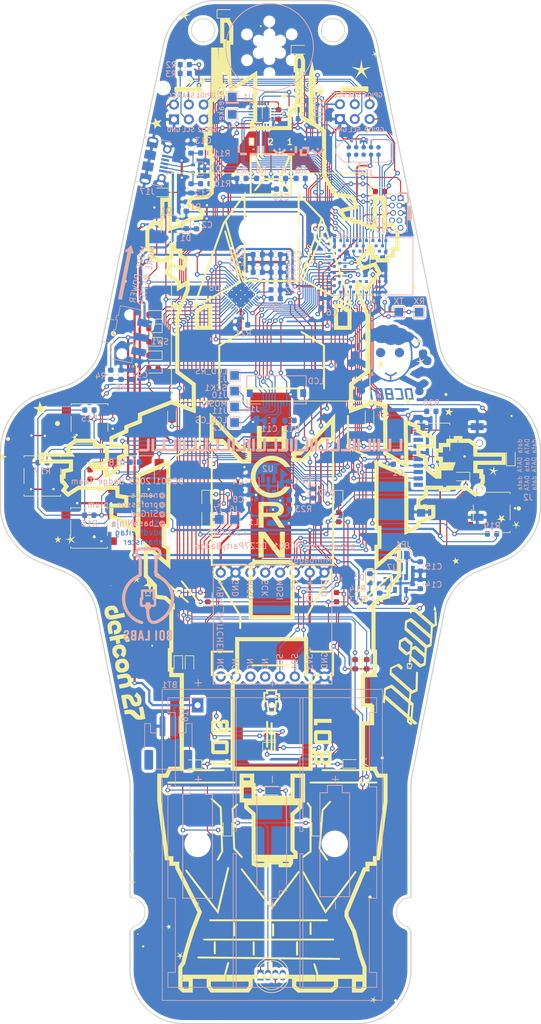
<source format=kicad_pcb>
(kicad_pcb (version 20171130) (host pcbnew "(5.1.0)-1")
  (title_block (title "DC801 Badge - Defcon 27") (date 2019-03-24) (rev 0.1) (company DC801))
  (layers (0 F.Cu signal) (31 B.Cu signal) (34 B.Paste user) (35 F.Paste user) (36 B.SilkS user) (37 F.SilkS user) (38 B.Mask user) (39 F.Mask user) (44 Edge.Cuts user))
  (net 0 "")
  (net 1 SD_CS)
  (net 2 MOSI0)
  (net 3 +3V3)
  (net 4 SCK0)
  (net 5 GND)
  (net 6 MISO0)
  (net 7 LCD_RS)
  (net 8 SCK1)
  (net 9 MOSI1)
  (net 10 LCD_RESET)
  (net 11 LCD_CS)
  (net 12 LCD_LED)
  (net 13 +BATT_SW)
  (net 14 SCL)
  (net 15 SDA)
  (net 16 BUTTON_UP)
  (net 17 BUTTON_RIGHT)
  (net 18 BUTTON_DOWN)
  (net 19 BUTTON_LEFT)
  (net 20 BUTTON_B)
  (net 21 VBAT_SENSE)
  (net 22 UART_TX)
  (net 23 UART_RX)
  (net 24 SWCLK)
  (net 25 SWDIO)
  (net 26 BUTTON_A)
  (net 27 VBUS)
  (net 28 "Net-(C2-Pad1)")
  (net 29 "Net-(C3-Pad2)")
  (net 30 "Net-(C12-Pad2)")
  (net 31 "Net-(C13-Pad1)")
  (net 32 "Net-(C15-Pad2)")
  (net 33 "Net-(D3-Pad1)")
  (net 34 "Net-(D3-Pad2)")
  (net 35 "Net-(D10-Pad2)")
  (net 36 "Net-(D12-Pad1)")
  (net 37 "Net-(D13-Pad1)")
  (net 38 "Net-(D14-Pad1)")
  (net 39 "Net-(D15-Pad1)")
  (net 40 "Net-(D16-Pad1)")
  (net 41 "Net-(D17-Pad1)")
  (net 42 "Net-(D10-Pad1)")
  (net 43 "Net-(D11-Pad1)")
  (net 44 "Net-(D12-Pad2)")
  (net 45 "Net-(D20-Pad2)")
  (net 46 "Net-(D28-Pad2)")
  (net 47 +BATT)
  (net 48 "Net-(J4-Pad1)")
  (net 49 "Net-(J5-Pad1)")
  (net 50 "Net-(J16-Pad10)")
  (net 51 EEPuzzle)
  (net 52 "Net-(R14-Pad2)")
  (net 53 "Net-(R22-Pad2)")
  (net 54 MINI_CS)
  (net 55 S1_2)
  (net 56 S2_1)
  (net 57 S2_2)
  (net 58 S1_1)
  (net 59 /USB-)
  (net 60 /USB+)
  (net 61 /EE_Level1)
  (net 62 /EE_Level2)
  (net 63 /EE_Level3)
  (net 64 "Net-(D18-Pad2)")
  (net 65 "Net-(L1-Pad1)")
  (net 66 "Net-(R23-Pad1)")
  (net 67 I2S_SDOUT)
  (net 68 I2S_LRCK)
  (net 69 I2S_SCK)
  (net 70 I2S_MCK)
  (net 71 I2S_SCL)
  (net 72 I2S_SDA)
  (net 73 LED_RESET)
  (net 74 nRESET)
  (net 75 SW0)
  (net 76 "Net-(J13-Pad9)")
  (net 77 "Net-(J13-Pad8)")
  (net 78 "Net-(J13-Pad5)")
  (net 79 TC_PWR)
  (module Tag-Connect:TC2050-NL_SMALL (layer B.Cu) (at 192.53 47.29)
    (fp_text reference J13 (at 0 2.54) (layer B.SilkS) (effects (font (size 0.75692 0.75692) (thickness 0.127)) (justify mirror)))
    (fp_text value TagConnect hide)
    (pad "" np_thru_hole circle (at 3.81 -1.016) (size 0.98552 0.98552) (drill 0.98552) (layers *.Cu *.Mask B.SilkS))
    (pad "" np_thru_hole circle (at 3.81 1.016) (size 0.98552 0.98552) (drill 0.98552) (layers *.Cu *.Mask B.SilkS))
    (pad "" np_thru_hole circle (at -3.81 0) (size 0.98806 0.98806) (drill 0.98806) (layers *.Cu *.Mask B.SilkS))
    (pad 8 connect circle (at 0 0.635) (size 0.78486 0.78486) (layers B.Cu B.Mask) (net 77 "Net-(J13-Pad8)"))
    (pad 3 connect circle (at 0 -0.635) (size 0.78486 0.78486) (layers B.Cu B.Mask) (net 5 GND))
    (pad 9 connect circle (at -1.27 0.635) (size 0.78486 0.78486) (layers B.Cu B.Mask) (net 76 "Net-(J13-Pad9)"))
    (pad 2 connect circle (at -1.27 -0.635) (size 0.78486 0.78486) (layers B.Cu B.Mask) (net 25 SWDIO))
    (pad 10 connect circle (at -2.54 0.635) (size 0.78486 0.78486) (layers B.Cu B.Mask) (net 74 nRESET))
    (pad 1 connect circle (at -2.54 -0.635) (size 0.78486 0.78486) (layers B.Cu B.Mask) (net 3 +3V3))
    (pad 4 connect circle (at 1.27 -0.635) (size 0.78486 0.78486) (layers B.Cu B.Mask) (net 24 SWCLK))
    (pad 7 connect circle (at 1.27 0.635) (size 0.78486 0.78486) (layers B.Cu B.Mask) (net 79 TC_PWR))
    (pad 5 connect circle (at 2.54 -0.635) (size 0.78486 0.78486) (layers B.Cu B.Mask) (net 78 "Net-(J13-Pad5)"))
    (pad 6 connect circle (at 2.54 0.635) (size 0.78486 0.78486) (layers B.Cu B.Mask) (net 75 SW0))
  )
  (module Diode_SMD:D_0603_1608Metric (layer B.Cu) (at 183.75 105.87 270)
    (fp_text reference D37 (at -0.1 -2.38) (layer B.SilkS) (effects (justify mirror)))
    (fp_text value D_Schottky)
    (pad 2 smd roundrect (at 0.7875 0 270) (size 0.875 0.95) (layers B.Cu B.Paste B.Mask) (net 79 TC_PWR))
    (pad 1 smd roundrect (at -0.7875 0 270) (size 0.875 0.95) (layers B.Cu B.Paste B.Mask) (net 13 +BATT_SW))
  )
  (module lib_fp:LCD_display (layer F.Cu) (at 176.61 70.56 180)
    (fp_text reference REF** hide)
    (fp_text value LCD_display)
    (pad "" np_thru_hole oval (at 0 9.5 180) (size 10 5) (drill oval 10 5) (layers *.Cu *.Mask))
    (pad "" np_thru_hole circle (at 16.3 -18.8 180) (size 0.72 0.72) (drill 0.72) (layers *.Cu *.Mask))
    (pad "" np_thru_hole circle (at -16.3 -18.8 180) (size 0.72 0.72) (drill 0.72) (layers *.Cu *.Mask))
  )
  (module lib_fp:NPTH1.0mm (layer F.Cu) (at 176.39 29.47)
    (fp_text reference REF** hide)
    (fp_text value NPTH1.0mm hide)
    (pad "" np_thru_hole circle (at 0 0) (size 1 1) (drill 1) (layers *.Cu *.Mask))
  )
  (module lib_fp:NPTH1.0mm (layer F.Cu) (at 178.223809 28.40875)
    (fp_text reference REF** hide)
    (fp_text value NPTH1.0mm hide)
    (pad "" np_thru_hole circle (at 0 0) (size 1 1) (drill 1) (layers *.Cu *.Mask))
  )
  (module lib_fp:NPTH1.0mm (layer F.Cu) (at 178.223809 30.52625)
    (fp_text reference REF** hide)
    (fp_text value NPTH1.0mm hide)
    (pad "" np_thru_hole circle (at 0 0) (size 1 1) (drill 1) (layers *.Cu *.Mask))
  )
  (module lib_fp:NPTH1.0mm (layer F.Cu) (at 176.39 31.585)
    (fp_text reference REF** hide)
    (fp_text value NPTH1.0mm hide)
    (pad "" np_thru_hole circle (at 0 0) (size 1 1) (drill 1) (layers *.Cu *.Mask))
  )
  (module lib_fp:NPTH1.0mm (layer F.Cu) (at 174.556191 30.52625)
    (fp_text reference REF** hide)
    (fp_text value NPTH1.0mm hide)
    (pad "" np_thru_hole circle (at 0 0) (size 1 1) (drill 1) (layers *.Cu *.Mask))
  )
  (module lib_fp:NPTH1.0mm (layer F.Cu) (at 174.556191 28.40875)
    (fp_text reference REF** hide)
    (fp_text value NPTH1.0mm hide)
    (pad "" np_thru_hole circle (at 0 0) (size 1 1) (drill 1) (layers *.Cu *.Mask))
  )
  (module lib_fp:NPTH1.0mm (layer F.Cu) (at 176.39 27.35)
    (fp_text reference REF** hide)
    (fp_text value NPTH1.0mm hide)
    (pad "" np_thru_hole circle (at 0 0) (size 1 1) (drill 1) (layers *.Cu *.Mask))
  )
  (module Battery:BatteryHolder_Keystone_2479_3xAAA (layer B.Cu) (at 164.09 142.07 270)
    (fp_text reference BT1 (at -3.47 4.79 180) (layer B.SilkS) (effects (justify mirror)))
    (fp_text value Battery)
    (fp_text user + (at -3.81 0 270) (layer B.SilkS) (effects (font (size 1.5 1.5)) (justify mirror)))
    (fp_text user - (at -3.81 -12.7 270) (layer B.SilkS) (effects (font (size 1.5 1.5)) (justify mirror)))
    (fp_text user - (at 34.29 0 270) (layer B.SilkS) (effects (font (size 1.5 1.5)) (justify mirror)))
    (fp_text user - (at 34.29 -23.495 270) (layer B.SilkS) (effects (font (size 1.5 1.5)) (justify mirror)))
    (fp_text user - (at 12.7 -12.7 270) (layer B.SilkS) (effects (font (size 1.5 1.5)) (justify mirror)))
    (fp_text user + (at 12.7 -23.495 270) (layer B.SilkS) (effects (font (size 1.5 1.5)) (justify mirror)))
    (fp_text user + (at 34.29 -12.7 270) (layer B.SilkS) (effects (font (size 1.5 1.5)) (justify mirror)))
    (fp_text user + (at 12.7 0 270) (layer B.SilkS) (effects (font (size 1.5 1.5)) (justify mirror)))
    (pad "" np_thru_hole circle (at 23.7236 0 270) (size 3.5 3.5) (drill 3.5) (layers *.Cu *.Mask))
    (pad "" np_thru_hole circle (at 23.7236 -23.495 270) (size 3.5 3.5) (drill 3.5) (layers *.Cu *.Mask))
    (pad 2 thru_hole circle (at 0 -12.7 270) (size 2.5 2.5) (drill 1.02) (layers *.Cu *.Mask) (net 5 GND))
    (pad 1 thru_hole rect (at 0 0 270) (size 2.5 2) (drill 1.02) (layers *.Cu *.Mask) (net 47 +BATT))
  )
  (module lib_fp:starfield (layer F.Cu) (at 178.27 110.7)
    (fp_text reference G*** hide)
    (fp_text value LOGO hide)
  )
  (module Package_DFN_QFN:QFN-20-1EP_4x4mm_P0.5mm_EP2.5x2.5mm (layer B.Cu) (at 175.17 41.07 180)
    (fp_text reference U1 (at 2.39 2.97 180) (layer B.SilkS) (effects (justify mirror)))
    (fp_text value NAU8810)
    (pad 21 smd roundrect (at 0 0 180) (size 2.5 2.5) (layers B.Cu B.Mask) (roundrect_rratio 0.1))
    (pad 1 smd roundrect (at -1.9375 1 180) (size 0.825 0.25) (layers B.Cu B.Paste B.Mask))
    (pad 2 smd roundrect (at -1.9375 0.5 180) (size 0.825 0.25) (layers B.Cu B.Paste B.Mask) (net 3 +3V3))
    (pad 3 smd roundrect (at -1.9375 0 180) (size 0.825 0.25) (layers B.Cu B.Paste B.Mask) (net 5 GND))
    (pad 4 smd roundrect (at -1.9375 -0.5 180) (size 0.825 0.25) (layers B.Cu B.Paste B.Mask) (net 3 +3V3))
    (pad 5 smd roundrect (at -1.9375 -1 180) (size 0.825 0.25) (layers B.Cu B.Paste B.Mask) (net 5 GND))
    (pad 6 smd roundrect (at -1 -1.9375 180) (size 0.25 0.825) (layers B.Cu B.Paste B.Mask))
    (pad 7 smd roundrect (at -0.5 -1.9375 180) (size 0.25 0.825) (layers B.Cu B.Paste B.Mask) (net 67 I2S_SDOUT))
    (pad 8 smd roundrect (at 0 -1.9375 180) (size 0.25 0.825) (layers B.Cu B.Paste B.Mask) (net 68 I2S_LRCK))
    (pad 9 smd roundrect (at 0.5 -1.9375 180) (size 0.25 0.825) (layers B.Cu B.Paste B.Mask) (net 69 I2S_SCK))
    (pad 10 smd roundrect (at 1 -1.9375 180) (size 0.25 0.825) (layers B.Cu B.Paste B.Mask) (net 70 I2S_MCK))
    (pad 11 smd roundrect (at 1.9375 -1 180) (size 0.825 0.25) (layers B.Cu B.Paste B.Mask) (net 71 I2S_SCL))
    (pad 12 smd roundrect (at 1.9375 -0.5 180) (size 0.825 0.25) (layers B.Cu B.Paste B.Mask) (net 72 I2S_SDA))
    (pad 13 smd roundrect (at 1.9375 0 180) (size 0.825 0.25) (layers B.Cu B.Paste B.Mask))
    (pad 14 smd roundrect (at 1.9375 0.5 180) (size 0.825 0.25) (layers B.Cu B.Paste B.Mask) (net 48 "Net-(J4-Pad1)"))
    (pad 15 smd roundrect (at 1.9375 1 180) (size 0.825 0.25) (layers B.Cu B.Paste B.Mask) (net 5 GND))
    (pad 16 smd roundrect (at 1 1.9375 180) (size 0.25 0.825) (layers B.Cu B.Paste B.Mask) (net 49 "Net-(J5-Pad1)"))
    (pad 17 smd roundrect (at 0.5 1.9375 180) (size 0.25 0.825) (layers B.Cu B.Paste B.Mask) (net 3 +3V3))
    (pad 18 smd roundrect (at 0 1.9375 180) (size 0.25 0.825) (layers B.Cu B.Paste B.Mask) (net 29 "Net-(C3-Pad2)"))
    (pad 19 smd roundrect (at -0.5 1.9375 180) (size 0.25 0.825) (layers B.Cu B.Paste B.Mask))
    (pad 20 smd roundrect (at -1 1.9375 180) (size 0.25 0.825) (layers B.Cu B.Paste B.Mask))
  )
  (module lib_fp:esk-text (layer B.Cu) (at 178.46 97.7 180)
    (fp_text reference G*** hide)
    (fp_text value LOGO hide)
  )
  (module lib_fp:NPTH1.5mm (layer F.Cu) (at 158.24 36.51)
    (fp_text reference REF** hide)
    (fp_text value NPTH1.5mm hide)
    (pad "" np_thru_hole circle (at 0 0) (size 1.5 1.5) (drill 1.5) (layers *.Cu *.Mask))
  )
  (module lib_fp:NPTH1.5mm (layer F.Cu) (at 186.39 36.48)
    (fp_text reference REF** hide)
    (fp_text value NPTH1.5mm hide)
    (pad "" np_thru_hole circle (at 0 0) (size 1.5 1.5) (drill 1.5) (layers *.Cu *.Mask))
  )
  (module lib_fp:pigpen (layer B.Cu) (at 178.07 47.44 180)
    (fp_text reference G*** hide)
    (fp_text value LOGO hide)
  )
  (module lib_fp:NPTH1.0mm (layer F.Cu) (at 180.202832 27.33134)
    (fp_text reference REF** hide)
    (fp_text value NPTH1.0mm hide)
    (pad "" np_thru_hole circle (at 0 0) (size 1 1) (drill 1) (layers *.Cu *.Mask))
  )
  (module lib_fp:NPTH1.0mm (layer F.Cu) (at 180.212832 31.75134)
    (fp_text reference REF** hide)
    (fp_text value NPTH1.0mm hide)
    (pad "" np_thru_hole circle (at 0 0) (size 1 1) (drill 1) (layers *.Cu *.Mask))
  )
  (module lib_fp:NPTH1.0mm (layer F.Cu) (at 176.39 33.97)
    (fp_text reference REF** hide)
    (fp_text value NPTH1.0mm hide)
    (pad "" np_thru_hole circle (at 0 0) (size 1 1) (drill 1) (layers *.Cu *.Mask))
  )
  (module lib_fp:NPTH1.0mm (layer F.Cu) (at 172.557168 31.76866)
    (fp_text reference REF** hide)
    (fp_text value NPTH1.0mm hide)
    (pad "" np_thru_hole circle (at 0 0) (size 1 1) (drill 1) (layers *.Cu *.Mask))
  )
  (module lib_fp:NPTH1.0mm (layer F.Cu) (at 172.547168 27.34866)
    (fp_text reference REF** hide)
    (fp_text value NPTH1.0mm hide)
    (pad "" np_thru_hole circle (at 0 0) (size 1 1) (drill 1) (layers *.Cu *.Mask))
  )
  (module lib_fp:NPTH1.0mm (layer F.Cu) (at 176.37 25.13)
    (fp_text reference REF** hide)
    (fp_text value NPTH1.0mm hide)
    (pad "" np_thru_hole circle (at 0 0) (size 1 1) (drill 1) (layers *.Cu *.Mask))
  )
  (module lib_fp:801labs_logo (layer B.Cu) (at 155.61 122.86 180)
    (fp_text reference G*** hide)
    (fp_text value LOGO hide)
  )
  (module lib_fp:SheepHead (layer B.Cu) (at 196.92 83.71 180)
    (fp_text reference G*** hide)
    (fp_text value SheepHead hide)
    (fp_poly (pts (xy -2.687083 -4.25102) (xy -2.585535 -4.353478) (xy -2.708411 -5.113316) (xy -2.733069 -5.265422) (xy -2.756361 -5.408374) (xy -2.777763 -5.539022) (xy -2.796756 -5.654214) (xy -2.812816 -5.750799) (xy -2.825423 -5.825626) (xy -2.834055 -5.875544) (xy -2.83819 -5.897403) (xy -2.838277 -5.897732) (xy -2.8534 -5.917024) (xy -2.888661 -5.949578) (xy -2.938254 -5.990287) (xy -2.978406 -6.020917) (xy -3.111544 -6.119525) (xy -3.63535 -6.119525) (xy -3.76136 -6.119214) (xy -3.877112 -6.118333) (xy -3.978799 -6.116957) (xy -4.062613 -6.115162) (xy -4.124746 -6.113023) (xy -4.161392 -6.110615) (xy -4.169754 -6.108928) (xy -4.177899 -6.086447) (xy -4.180623 -6.05727) (xy -4.178138 -6.028024) (xy -4.170869 -5.971787) (xy -4.159385 -5.891971) (xy -4.149436 -5.82622) (xy -3.814768 -5.82622) (xy -3.810274 -5.834644) (xy -3.794109 -5.840778) (xy -3.762248 -5.844945) (xy -3.710666 -5.84747) (xy -3.635337 -5.848675) (xy -3.532634 -5.848884) (xy -3.2505 -5.848457) (xy -3.199021 -5.805174) (xy -3.147541 -5.76189) (xy -2.942977 -4.506196) (xy -2.976324 -4.470432) (xy -2.989423 -4.457771) (xy -3.004812 -4.448515) (xy -3.027302 -4.44213) (xy -3.061704 -4.438086) (xy -3.112831 -4.435849) (xy -3.185494 -4.434888) (xy -3.284503 -4.43467) (xy -3.299693 -4.434669) (xy -3.589714 -4.434669) (xy -3.598654 -4.47838) (xy -3.604241 -4.509007) (xy -3.613872 -4.565444) (xy -3.626904 -4.643682) (xy -3.642693 -4.739713) (xy -3.660598 -4.849529) (xy -3.679976 -4.96912) (xy -3.700183 -5.094478) (xy -3.720578 -5.221595) (xy -3.740517 -5.346462) (xy -3.759358 -5.46507) (xy -3.776457 -5.573411) (xy -3.791173 -5.667476) (xy -3.802862 -5.743256) (xy -3.810882 -5.796744) (xy -3.81459 -5.82393) (xy -3.814768 -5.82622) (xy -4.149436 -5.82622) (xy -4.144256 -5.791988) (xy -4.12605 -5.675248) (xy -4.105338 -5.545165) (xy -4.082688 -5.40515) (xy -4.05867 -5.258613) (xy -4.033853 -5.108968) (xy -4.008806 -4.959625) (xy -3.9841 -4.813996) (xy -3.960302 -4.675494) (xy -3.937983 -4.547528) (xy -3.917713 -4.433512) (xy -3.900059 -4.336857) (xy -3.885592 -4.260975) (xy -3.874881 -4.209276) (xy -3.868495 -4.185174) (xy -3.868063 -4.184324) (xy -3.845825 -4.148561) (xy -2.788631 -4.148561) (xy -2.687083 -4.25102)) (layer B.Cu) (width 0.01))
    (fp_poly (pts (xy -1.36073 -4.14928) (xy -1.236943 -4.150384) (xy -1.126462 -4.152088) (xy -1.032992 -4.154305) (xy -0.960235 -4.156946) (xy -0.911897 -4.159924) (xy -0.891735 -4.163117) (xy -0.879487 -4.179986) (xy -0.875213 -4.214159) (xy -0.87815 -4.272305) (xy -0.878639 -4.277809) (xy -0.882476 -4.32028) (xy -0.887628 -4.354307) (xy -0.897344 -4.380824) (xy -0.914874 -4.400767) (xy -0.943467 -4.415069) (xy -0.986373 -4.424666) (xy -1.046841 -4.430491) (xy -1.128121 -4.433479) (xy -1.233461 -4.434565) (xy -1.366111 -4.434683) (xy -1.424048 -4.434669) (xy -1.890883 -4.434669) (xy -1.89932 -4.470432) (xy -1.904791 -4.498621) (xy -1.914334 -4.553182) (xy -1.927301 -4.630052) (xy -1.943042 -4.725168) (xy -1.960909 -4.834467) (xy -1.980255 -4.953887) (xy -2.00043 -5.079364) (xy -2.020787 -5.206836) (xy -2.040677 -5.33224) (xy -2.059452 -5.451513) (xy -2.076463 -5.560592) (xy -2.091061 -5.655415) (xy -2.1026 -5.731918) (xy -2.11043 -5.786039) (xy -2.113902 -5.813716) (xy -2.114017 -5.815803) (xy -2.113375 -5.825331) (xy -2.109213 -5.832856) (xy -2.098177 -5.838615) (xy -2.076912 -5.842844) (xy -2.042065 -5.845779) (xy -1.990281 -5.847657) (xy -1.918207 -5.848714) (xy -1.822488 -5.849185) (xy -1.699771 -5.849308) (xy -1.638109 -5.849312) (xy -1.479089 -5.849882) (xy -1.351292 -5.85159) (xy -1.254842 -5.854432) (xy -1.189863 -5.858403) (xy -1.156478 -5.863499) (xy -1.151853 -5.866055) (xy -1.146614 -5.894694) (xy -1.148633 -5.942495) (xy -1.156184 -5.998125) (xy -1.16754 -6.050254) (xy -1.180973 -6.087549) (xy -1.186919 -6.096164) (xy -1.197115 -6.102274) (xy -1.216227 -6.107251) (xy -1.24718 -6.111203) (xy -1.292901 -6.114241) (xy -1.356316 -6.116472) (xy -1.440352 -6.118006) (xy -1.547934 -6.118953) (xy -1.681988 -6.119421) (xy -1.81315 -6.119525) (xy -1.967612 -6.119467) (xy -2.093424 -6.119188) (xy -2.193726 -6.118531) (xy -2.27166 -6.117339) (xy -2.330364 -6.115454) (xy -2.372979 -6.112719) (xy -2.402646 -6.108977) (xy -2.422504 -6.10407) (xy -2.435693 -6.097842) (xy -2.445354 -6.090135) (xy -2.447809 -6.087735) (xy -2.471811 -6.0515) (xy -2.479783 -6.020182) (xy -2.477282 -5.994381) (xy -2.470056 -5.941059) (xy -2.45869 -5.86378) (xy -2.44377 -5.766108) (xy -2.425879 -5.651609) (xy -2.405603 -5.523846) (xy -2.383526 -5.386385) (xy -2.360234 -5.24279) (xy -2.33631 -5.096625) (xy -2.312341 -4.951457) (xy -2.28891 -4.810848) (xy -2.266602 -4.678364) (xy -2.246003 -4.55757) (xy -2.227697 -4.45203) (xy -2.212269 -4.365309) (xy -2.200303 -4.300971) (xy -2.192385 -4.262581) (xy -2.190028 -4.253972) (xy -2.163798 -4.213859) (xy -2.124915 -4.179577) (xy -2.123231 -4.17853) (xy -2.108618 -4.170717) (xy -2.090822 -4.164396) (xy -2.066546 -4.159411) (xy -2.032494 -4.155608) (xy -1.985367 -4.152831) (xy -1.921869 -4.150924) (xy -1.838703 -4.149731) (xy -1.732571 -4.149098) (xy -1.600176 -4.148869) (xy -1.494117 -4.148864) (xy -1.36073 -4.14928)) (layer B.Cu) (width 0.01))
    (fp_poly (pts (xy 0.771624 -4.187576) (xy 0.80171 -4.232628) (xy 0.810138 -4.271024) (xy 0.807528 -4.294784) (xy 0.800207 -4.346869) (xy 0.78865 -4.424239) (xy 0.773331 -4.523854) (xy 0.754725 -4.642675) (xy 0.733305 -4.777662) (xy 0.709546 -4.925775) (xy 0.683922 -5.083975) (xy 0.669478 -5.172522) (xy 0.529319 -6.029587) (xy 0.478989 -6.074556) (xy 0.42866 -6.119525) (xy -0.139331 -6.119041) (xy -0.298606 -6.11845) (xy -0.436234 -6.117001) (xy -0.550287 -6.114747) (xy -0.638839 -6.111743) (xy -0.699961 -6.108041) (xy -0.731728 -6.103695) (xy -0.734942 -6.102466) (xy -0.748888 -6.09382) (xy -0.760317 -6.083876) (xy -0.769019 -6.070174) (xy -0.77478 -6.050254) (xy -0.777386 -6.021659) (xy -0.776625 -5.981929) (xy -0.772284 -5.928605) (xy -0.76415 -5.859227) (xy -0.758939 -5.821496) (xy -0.42817 -5.821496) (xy -0.426346 -5.830879) (xy -0.417452 -5.837888) (xy -0.397498 -5.842866) (xy -0.362491 -5.846155) (xy -0.308442 -5.848097) (xy -0.23136 -5.849033) (xy -0.127253 -5.849307) (xy -0.103619 -5.849312) (xy 0.005777 -5.849233) (xy 0.08754 -5.848698) (xy 0.145827 -5.847261) (xy 0.184795 -5.844478) (xy 0.208602 -5.839902) (xy 0.221404 -5.833088) (xy 0.227358 -5.823591) (xy 0.230032 -5.813549) (xy 0.235253 -5.786529) (xy 0.244134 -5.736524) (xy 0.25559 -5.670045) (xy 0.268536 -5.593606) (xy 0.281884 -5.513718) (xy 0.294549 -5.436894) (xy 0.305447 -5.369648) (xy 0.31349 -5.318491) (xy 0.317593 -5.289936) (xy 0.317898 -5.286533) (xy 0.302785 -5.283717) (xy 0.260562 -5.281614) (xy 0.195904 -5.280307) (xy 0.113483 -5.279876) (xy 0.017973 -5.280405) (xy -0.011429 -5.280748) (xy -0.340757 -5.285044) (xy -0.383968 -5.539362) (xy -0.398685 -5.627286) (xy -0.411376 -5.705597) (xy -0.421103 -5.768306) (xy -0.426928 -5.809424) (xy -0.42817 -5.821496) (xy -0.758939 -5.821496) (xy -0.752011 -5.771337) (xy -0.735652 -5.662476) (xy -0.714861 -5.530184) (xy -0.689426 -5.372003) (xy -0.659133 -5.185473) (xy -0.651435 -5.138174) (xy -0.624399 -4.97207) (xy -0.286107 -4.97207) (xy -0.277097 -4.978905) (xy -0.248268 -4.984048) (xy -0.196927 -4.987655) (xy -0.120377 -4.989885) (xy -0.015922 -4.990892) (xy 0.039017 -4.990989) (xy 0.364142 -4.990989) (xy 0.373734 -4.939331) (xy 0.379705 -4.905035) (xy 0.389448 -4.846689) (xy 0.401753 -4.771639) (xy 0.415408 -4.687231) (xy 0.419589 -4.661171) (xy 0.455852 -4.434669) (xy -0.202342 -4.434669) (xy -0.244225 -4.69391) (xy -0.25826 -4.781881) (xy -0.270295 -4.859414) (xy -0.279474 -4.920828) (xy -0.284944 -4.960445) (xy -0.286107 -4.97207) (xy -0.624399 -4.97207) (xy -0.507176 -4.251878) (xy -0.452507 -4.200219) (xy -0.397838 -4.148561) (xy 0.732609 -4.148561) (xy 0.771624 -4.187576)) (layer B.Cu) (width 0.01))
    (fp_poly (pts (xy 2.472375 -4.187576) (xy 2.499305 -4.224719) (xy 2.511229 -4.261391) (xy 2.511263 -4.263076) (xy 2.508731 -4.285268) (xy 2.501496 -4.335839) (xy 2.490028 -4.411803) (xy 2.474795 -4.510173) (xy 2.456264 -4.627961) (xy 2.434906 -4.762182) (xy 2.411188 -4.909848) (xy 2.385579 -5.067972) (xy 2.369705 -5.165376) (xy 2.228275 -6.03119) (xy 2.178843 -6.075357) (xy 2.129411 -6.119525) (xy 0.984037 -6.119525) (xy 0.945023 -6.08051) (xy 0.918705 -6.050411) (xy 0.906177 -6.028646) (xy 0.906008 -6.027141) (xy 0.908494 -6.009205) (xy 0.915648 -5.962761) (xy 0.927009 -5.890671) (xy 0.936761 -5.829443) (xy 1.271612 -5.829443) (xy 1.279032 -5.836483) (xy 1.303399 -5.841775) (xy 1.347845 -5.845509) (xy 1.415503 -5.847878) (xy 1.509507 -5.849072) (xy 1.597132 -5.849312) (xy 1.706526 -5.849233) (xy 1.788285 -5.848699) (xy 1.84656 -5.847265) (xy 1.885507 -5.844485) (xy 1.909278 -5.839913) (xy 1.922026 -5.833104) (xy 1.927907 -5.823612) (xy 1.930509 -5.813549) (xy 1.937662 -5.77664) (xy 1.948078 -5.717276) (xy 1.960968 -5.640488) (xy 1.975544 -5.551305) (xy 1.991019 -5.454756) (xy 2.006603 -5.355873) (xy 2.021509 -5.259684) (xy 2.034949 -5.171219) (xy 2.046134 -5.095508) (xy 2.054276 -5.037581) (xy 2.058588 -5.002468) (xy 2.058904 -4.994156) (xy 2.04576 -5.002129) (xy 2.011082 -5.02627) (xy 1.958784 -5.063693) (xy 1.89278 -5.111515) (xy 1.816984 -5.166851) (xy 1.73531 -5.226815) (xy 1.651672 -5.288525) (xy 1.569984 -5.349094) (xy 1.49416 -5.405639) (xy 1.428114 -5.455274) (xy 1.375761 -5.495115) (xy 1.341013 -5.522278) (xy 1.330973 -5.530637) (xy 1.32376 -5.549317) (xy 1.31327 -5.590716) (xy 1.301225 -5.646157) (xy 1.289348 -5.706965) (xy 1.279365 -5.764464) (xy 1.272997 -5.809978) (xy 1.271612 -5.829443) (xy 0.936761 -5.829443) (xy 0.94212 -5.795802) (xy 0.960521 -5.681017) (xy 0.981754 -5.549181) (xy 1.005359 -5.403159) (xy 1.02846 -5.260727) (xy 1.368797 -5.260727) (xy 1.36942 -5.27218) (xy 1.371973 -5.27648) (xy 1.375272 -5.277097) (xy 1.389658 -5.26794) (xy 1.426115 -5.242093) (xy 1.481316 -5.201987) (xy 1.551938 -5.150058) (xy 1.634656 -5.088737) (xy 1.726146 -5.020459) (xy 1.73688 -5.01242) (xy 1.829155 -4.943269) (xy 1.912933 -4.880443) (xy 1.984895 -4.826433) (xy 2.041725 -4.783732) (xy 2.080105 -4.75483) (xy 2.096718 -4.742218) (xy 2.097072 -4.741934) (xy 2.102636 -4.724775) (xy 2.111963 -4.683389) (xy 2.123522 -4.624894) (xy 2.130741 -4.585396) (xy 2.157514 -4.434669) (xy 1.825816 -4.434669) (xy 1.727011 -4.435037) (xy 1.639929 -4.436067) (xy 1.569228 -4.437645) (xy 1.519566 -4.439657) (xy 1.495601 -4.441989) (xy 1.494118 -4.442754) (xy 1.491706 -4.46002) (xy 1.484919 -4.504381) (xy 1.474431 -4.571547) (xy 1.460915 -4.657227) (xy 1.445043 -4.757129) (xy 1.430539 -4.847935) (xy 1.410224 -4.975005) (xy 1.394513 -5.07415) (xy 1.382961 -5.148833) (xy 1.375121 -5.202516) (xy 1.370549 -5.23866) (xy 1.368797 -5.260727) (xy 1.02846 -5.260727) (xy 1.030879 -5.245815) (xy 1.049333 -5.132332) (xy 1.192658 -4.251878) (xy 1.247785 -4.200219) (xy 1.302913 -4.148561) (xy 2.43336 -4.148561) (xy 2.472375 -4.187576)) (layer B.Cu) (width 0.01))
    (fp_poly (pts (xy 3.273188 -4.14894) (xy 3.338687 -4.150447) (xy 3.382351 -4.153636) (xy 3.409153 -4.159059) (xy 3.424068 -4.16727) (xy 3.430867 -4.176377) (xy 3.43201 -4.197144) (xy 3.427976 -4.245642) (xy 3.418691 -4.322373) (xy 3.404083 -4.427842) (xy 3.38408 -4.562551) (xy 3.358609 -4.727004) (xy 3.327597 -4.921705) (xy 3.290972 -5.147157) (xy 3.289215 -5.157885) (xy 3.261379 -5.327781) (xy 3.235102 -5.488122) (xy 3.210829 -5.636198) (xy 3.189004 -5.769303) (xy 3.170071 -5.884728) (xy 3.154475 -5.979765) (xy 3.14266 -6.051705) (xy 3.13507 -6.09784) (xy 3.132149 -6.115462) (xy 3.132132 -6.115551) (xy 3.116969 -6.117182) (xy 3.076622 -6.118488) (xy 3.017697 -6.119314) (xy 2.964091 -6.119525) (xy 2.889819 -6.119282) (xy 2.84196 -6.117747) (xy 2.815138 -6.113712) (xy 2.803976 -6.105967) (xy 2.803098 -6.093303) (xy 2.805059 -6.083761) (xy 2.809284 -6.060739) (xy 2.817817 -6.010509) (xy 2.830078 -5.936688) (xy 2.845486 -5.842894) (xy 2.863459 -5.73274) (xy 2.883416 -5.609845) (xy 2.904775 -5.477824) (xy 2.926956 -5.340294) (xy 2.949376 -5.20087) (xy 2.971455 -5.063169) (xy 2.992611 -4.930808) (xy 3.012262 -4.807401) (xy 3.029828 -4.696567) (xy 3.044727 -4.60192) (xy 3.056378 -4.527078) (xy 3.064198 -4.475656) (xy 3.067608 -4.451271) (xy 3.06771 -4.449956) (xy 3.053454 -4.440997) (xy 3.017188 -4.435371) (xy 2.992209 -4.434425) (xy 2.931624 -4.431561) (xy 2.896162 -4.419273) (xy 2.880323 -4.391295) (xy 2.878606 -4.341358) (xy 2.881167 -4.307918) (xy 2.887388 -4.2512) (xy 2.897263 -4.209836) (xy 2.915349 -4.181406) (xy 2.9462 -4.163487) (xy 2.994372 -4.153656) (xy 3.064422 -4.149491) (xy 3.160905 -4.148569) (xy 3.180878 -4.148561) (xy 3.273188 -4.14894)) (layer B.Cu) (width 0.01))
    (fp_poly (pts (xy -0.525462 6.750479) (xy -0.319497 6.720612) (xy -0.114385 6.665329) (xy 0.084534 6.585473) (xy 0.124021 6.566165) (xy 0.223783 6.515805) (xy 0.374017 6.563929) (xy 0.615247 6.625221) (xy 0.85647 6.65502) (xy 1.096311 6.653596) (xy 1.333394 6.621216) (xy 1.566343 6.558149) (xy 1.793782 6.464663) (xy 2.014335 6.341026) (xy 2.20144 6.207651) (xy 2.232461 6.185126) (xy 2.263261 6.169267) (xy 2.301575 6.157851) (xy 2.355138 6.148659) (xy 2.431684 6.139469) (xy 2.443336 6.138201) (xy 2.665907 6.099121) (xy 2.877323 6.031871) (xy 3.074858 5.937706) (xy 3.255792 5.817879) (xy 3.387678 5.703483) (xy 3.437176 5.659743) (xy 3.482805 5.633412) (xy 3.539743 5.616453) (xy 3.559932 5.612259) (xy 3.761071 5.560437) (xy 3.941988 5.488517) (xy 4.100459 5.397571) (xy 4.234261 5.288673) (xy 4.23787 5.285141) (xy 4.339202 5.17083) (xy 4.411521 5.053491) (xy 4.457446 4.926914) (xy 4.479593 4.784894) (xy 4.482574 4.704881) (xy 4.483173 4.569774) (xy 4.566211 4.514196) (xy 4.628922 4.46624) (xy 4.704869 4.398861) (xy 4.788214 4.318069) (xy 4.873117 4.229871) (xy 4.953741 4.140275) (xy 5.024247 4.055292) (xy 5.065325 4.000536) (xy 5.153812 3.862947) (xy 5.236491 3.711005) (xy 5.307674 3.55616) (xy 5.361678 3.409864) (xy 5.366696 3.393554) (xy 5.383671 3.333882) (xy 5.395566 3.281474) (xy 5.403297 3.228216) (xy 5.407777 3.165992) (xy 5.409921 3.086689) (xy 5.410573 3.00413) (xy 5.408847 2.871828) (xy 5.40149 2.76252) (xy 5.386892 2.667665) (xy 5.36344 2.578721) (xy 5.329523 2.487148) (xy 5.30049 2.420833) (xy 5.226017 2.29189) (xy 5.133254 2.18844) (xy 5.024163 2.11147) (xy 4.900706 2.06197) (xy 4.764846 2.040927) (xy 4.618546 2.04933) (xy 4.577722 2.056732) (xy 4.480489 2.084519) (xy 4.36961 2.128574) (xy 4.255132 2.183971) (xy 4.147104 2.245784) (xy 4.055573 2.309086) (xy 4.043694 2.318563) (xy 3.985741 2.371559) (xy 3.923003 2.437803) (xy 3.868061 2.503916) (xy 3.862885 2.510807) (xy 3.825125 2.560363) (xy 3.794826 2.597544) (xy 3.776516 2.616911) (xy 3.773361 2.618333) (xy 3.773458 2.601427) (xy 3.777648 2.559001) (xy 3.785247 2.496964) (xy 3.795569 2.421227) (xy 3.798745 2.399121) (xy 3.842203 2.01982) (xy 3.863034 1.64011) (xy 3.861279 1.265574) (xy 3.836985 0.901793) (xy 3.790194 0.554351) (xy 3.783956 0.518925) (xy 3.77223 0.451631) (xy 3.763516 0.397241) (xy 3.758846 0.362497) (xy 3.758572 0.353425) (xy 3.774448 0.357416) (xy 3.815556 0.372923) (xy 3.878181 0.398321) (xy 3.958612 0.431982) (xy 4.053132 0.47228) (xy 4.15803 0.517588) (xy 4.269591 0.56628) (xy 4.384101 0.616729) (xy 4.497846 0.667309) (xy 4.607114 0.716392) (xy 4.70819 0.762354) (xy 4.79736 0.803565) (xy 4.870911 0.838402) (xy 4.912795 0.858966) (xy 4.98888 0.90125) (xy 5.03858 0.937998) (xy 5.057568 0.961874) (xy 5.064171 0.988818) (xy 5.067414 1.03543) (xy 5.067318 1.104969) (xy 5.063908 1.200697) (xy 5.059813 1.280504) (xy 5.055156 1.384341) (xy 5.052807 1.482598) (xy 5.052808 1.567911) (xy 5.055206 1.632914) (xy 5.057542 1.65719) (xy 5.090045 1.790594) (xy 5.148461 1.905662) (xy 5.232623 2.002234) (xy 5.342362 2.080149) (xy 5.477509 2.139247) (xy 5.596489 2.171347) (xy 5.681744 2.184279) (xy 5.781838 2.191458) (xy 5.889046 2.193139) (xy 5.995643 2.189581) (xy 6.093903 2.181042) (xy 6.176101 2.16778) (xy 6.234498 2.150058) (xy 6.330223 2.097916) (xy 6.401807 2.036846) (xy 6.456813 1.960233) (xy 6.461748 1.95136) (xy 6.491768 1.879205) (xy 6.509392 1.79388) (xy 6.514454 1.692778) (xy 6.506783 1.573295) (xy 6.486214 1.432822) (xy 6.452576 1.268754) (xy 6.405703 1.078484) (xy 6.40536 1.077173) (xy 6.387408 1.006943) (xy 6.373503 0.949023) (xy 6.365083 0.909671) (xy 6.363454 0.895202) (xy 6.379977 0.890285) (xy 6.42086 0.880704) (xy 6.479286 0.868008) (xy 6.525935 0.858309) (xy 6.68376 0.822607) (xy 6.81373 0.78519) (xy 6.91978 0.744456) (xy 7.005845 0.698806) (xy 7.075859 0.646637) (xy 7.098521 0.625326) (xy 7.171118 0.531103) (xy 7.217239 0.421784) (xy 7.236845 0.299922) (xy 7.229901 0.168072) (xy 7.196369 0.028786) (xy 7.136213 -0.115382) (xy 7.109931 -0.164627) (xy 7.031739 -0.289598) (xy 6.952017 -0.385922) (xy 6.865966 -0.456573) (xy 6.768786 -0.504523) (xy 6.655677 -0.532748) (xy 6.521839 -0.544221) (xy 6.496491 -0.544721) (xy 6.40736 -0.543211) (xy 6.336845 -0.535114) (xy 6.272148 -0.518714) (xy 6.251982 -0.511925) (xy 6.091887 -0.439531) (xy 5.936595 -0.337568) (xy 5.789062 -0.208202) (xy 5.68996 -0.10009) (xy 5.607148 -0.001494) (xy 5.525571 -0.049225) (xy 5.452664 -0.089924) (xy 5.354994 -0.14143) (xy 5.236831 -0.201604) (xy 5.102446 -0.268304) (xy 4.956109 -0.33939) (xy 4.802091 -0.412721) (xy 4.776408 -0.424807) (xy 4.660842 -0.479016) (xy 4.525217 -0.542497) (xy 4.374829 -0.612781) (xy 4.214974 -0.687401) (xy 4.050947 -0.763889) (xy 3.888043 -0.839777) (xy 3.731557 -0.912597) (xy 3.586785 -0.979882) (xy 3.459023 -1.039164) (xy 3.353566 -1.087974) (xy 3.333561 -1.097212) (xy 3.114619 -1.198253) (xy 3.015868 -1.326317) (xy 2.96887 -1.383875) (xy 2.906072 -1.455988) (xy 2.83438 -1.534964) (xy 2.760702 -1.613109) (xy 2.730245 -1.644422) (xy 2.669199 -1.707815) (xy 2.617925 -1.76359) (xy 2.579835 -1.807823) (xy 2.558341 -1.836593) (xy 2.555198 -1.845696) (xy 2.572056 -1.856237) (xy 2.614069 -1.880457) (xy 2.678471 -1.916828) (xy 2.762501 -1.963825) (xy 2.863395 -2.019921) (xy 2.978389 -2.083589) (xy 3.104719 -2.153303) (xy 3.239624 -2.227535) (xy 3.380338 -2.304758) (xy 3.524098 -2.383448) (xy 3.668142 -2.462075) (xy 3.809705 -2.539115) (xy 3.846559 -2.559128) (xy 4.004036 -2.644047) (xy 4.153331 -2.723476) (xy 4.291784 -2.796063) (xy 4.416735 -2.860456) (xy 4.525523 -2.915304) (xy 4.615489 -2.959255) (xy 4.683971 -2.990959) (xy 4.728311 -3.009062) (xy 4.73803 -3.012035) (xy 4.768445 -3.011339) (xy 4.808487 -2.994865) (xy 4.861132 -2.960686) (xy 4.929353 -2.906877) (xy 5.01426 -2.833179) (xy 5.124468 -2.751237) (xy 5.248276 -2.687471) (xy 5.378029 -2.64463) (xy 5.506072 -2.625463) (xy 5.587613 -2.627287) (xy 5.704021 -2.653417) (xy 5.815185 -2.708029) (xy 5.923939 -2.792603) (xy 5.94805 -2.8156) (xy 6.047348 -2.933366) (xy 6.118771 -3.061712) (xy 6.161686 -3.197324) (xy 6.175459 -3.336888) (xy 6.159457 -3.477089) (xy 6.113045 -3.614611) (xy 6.104296 -3.633034) (xy 6.050131 -3.727737) (xy 5.988765 -3.801807) (xy 5.915328 -3.858209) (xy 5.824953 -3.899912) (xy 5.712769 -3.929879) (xy 5.584215 -3.949864) (xy 5.481164 -3.962226) (xy 5.405755 -3.971847) (xy 5.354105 -3.980059) (xy 5.322328 -3.988197) (xy 5.30654 -3.997595) (xy 5.302856 -4.009587) (xy 5.307392 -4.025507) (xy 5.314538 -4.04247) (xy 5.358061 -4.175045) (xy 5.384869 -4.325029) (xy 5.395753 -4.497222) (xy 5.396089 -4.537985) (xy 5.392727 -4.659707) (xy 5.381288 -4.757306) (xy 5.359568 -4.837903) (xy 5.325363 -4.908619) (xy 5.276471 -4.976574) (xy 5.251364 -5.005629) (xy 5.15624 -5.089105) (xy 5.046742 -5.14768) (xy 4.927256 -5.182117) (xy 4.802167 -5.193179) (xy 4.675863 -5.181628) (xy 4.552729 -5.148228) (xy 4.437151 -5.093742) (xy 4.333516 -5.018932) (xy 4.24621 -4.924561) (xy 4.183506 -4.819893) (xy 4.162635 -4.770877) (xy 4.149935 -4.726206) (xy 4.143537 -4.675076) (xy 4.141568 -4.606677) (xy 4.141574 -4.577722) (xy 4.144024 -4.4918) (xy 4.152044 -4.423484) (xy 4.167887 -4.358762) (xy 4.185049 -4.30751) (xy 4.20567 -4.249974) (xy 4.221994 -4.204134) (xy 4.231131 -4.178113) (xy 4.231938 -4.175708) (xy 4.219424 -4.165471) (xy 4.182028 -4.141866) (xy 4.122816 -4.106664) (xy 4.044859 -4.061637) (xy 3.951226 -4.008558) (xy 3.844984 -3.949199) (xy 3.729203 -3.885332) (xy 3.727347 -3.884315) (xy 3.590903 -3.809527) (xy 3.445834 -3.730018) (xy 3.298825 -3.64945) (xy 3.156561 -3.571487) (xy 3.025725 -3.499792) (xy 2.913002 -3.438028) (xy 2.869024 -3.413933) (xy 2.623333 -3.279314) (xy 2.360906 -3.135496) (xy 2.092873 -2.98858) (xy 1.830363 -2.844666) (xy 1.632422 -2.736131) (xy 1.397197 -2.607141) (xy 1.290682 -2.66066) (xy 1.005736 -2.7899) (xy 0.71387 -2.895519) (xy 0.421273 -2.975553) (xy 0.134132 -3.028044) (xy 0.129327 -3.028688) (xy -0.134005 -3.048073) (xy -0.40484 -3.037067) (xy -0.683404 -2.995624) (xy -0.969926 -2.923702) (xy -1.264635 -2.821255) (xy -1.514911 -2.713346) (xy -1.686706 -2.633021) (xy -1.761281 -2.66577) (xy -1.794789 -2.681066) (xy -1.85252 -2.70806) (xy -1.930054 -2.744659) (xy -2.022971 -2.788769) (xy -2.126853 -2.838296) (xy -2.237279 -2.891147) (xy -2.257071 -2.900641) (xy -2.385789 -2.962347) (xy -2.524663 -3.028818) (xy -2.66552 -3.09615) (xy -2.800188 -3.160437) (xy -2.920491 -3.217774) (xy -2.996182 -3.253775) (xy -3.128325 -3.316858) (xy -3.268736 -3.38445) (xy -3.414618 -3.45516) (xy -3.563171 -3.527595) (xy -3.711596 -3.600364) (xy -3.857094 -3.672076) (xy -3.996866 -3.741338) (xy -4.128113 -3.806758) (xy -4.248036 -3.866946) (xy -4.353836 -3.920509) (xy -4.442713 -3.966055) (xy -4.51187 -4.002194) (xy -4.558505 -4.027532) (xy -4.579822 -4.040679) (xy -4.580754 -4.041643) (xy -4.60103 -4.087939) (xy -4.603386 -4.139811) (xy -4.587026 -4.203432) (xy -4.551153 -4.284974) (xy -4.548702 -4.289892) (xy -4.492021 -4.425295) (xy -4.454456 -4.563676) (xy -4.436514 -4.699303) (xy -4.438701 -4.82645) (xy -4.461524 -4.939386) (xy -4.486 -4.999251) (xy -4.555669 -5.101691) (xy -4.650886 -5.190494) (xy -4.767117 -5.262294) (xy -4.899825 -5.313725) (xy -4.915582 -5.318087) (xy -4.984943 -5.331826) (xy -5.070725 -5.342008) (xy -5.162423 -5.348072) (xy -5.249528 -5.34946) (xy -5.321535 -5.34561) (xy -5.3501 -5.341231) (xy -5.476608 -5.298475) (xy -5.591784 -5.229212) (xy -5.692273 -5.137708) (xy -5.774725 -5.028228) (xy -5.835786 -4.905039) (xy -5.872105 -4.772403) (xy -5.881101 -4.665602) (xy -5.872688 -4.565434) (xy -5.849606 -4.451612) (xy -5.815092 -4.336752) (xy -5.77238 -4.233468) (xy -5.768003 -4.224695) (xy -5.749027 -4.182424) (xy -5.738686 -4.149834) (xy -5.738047 -4.14415) (xy -5.752202 -4.127698) (xy -5.789452 -4.108227) (xy -5.82635 -4.094742) (xy -5.896355 -4.068597) (xy -5.985155 -4.02938) (xy -6.084748 -3.981124) (xy -6.187132 -3.927861) (xy -6.284307 -3.873624) (xy -6.368269 -3.822447) (xy -6.374023 -3.818705) (xy -6.477575 -3.741482) (xy -6.570682 -3.653825) (xy -6.64651 -3.562859) (xy -6.693618 -3.485525) (xy -6.724098 -3.390853) (xy -6.7327 -3.2848) (xy -6.719615 -3.17887) (xy -6.687091 -3.088486) (xy -6.623271 -2.991977) (xy -6.534299 -2.896191) (xy -6.426485 -2.806438) (xy -6.306135 -2.728027) (xy -6.191184 -2.671066) (xy -6.136619 -2.65064) (xy -6.084771 -2.638369) (xy -6.024107 -2.632369) (xy -5.944681 -2.630754) (xy -5.869734 -2.631713) (xy -5.815229 -2.636249) (xy -5.769847 -2.646577) (xy -5.722267 -2.664915) (xy -5.686714 -2.681272) (xy -5.61717 -2.716172) (xy -5.552372 -2.753633) (xy -5.486114 -2.79794) (xy -5.412187 -2.853377) (xy -5.324386 -2.924229) (xy -5.274246 -2.966016) (xy -5.194964 -3.030279) (xy -5.131803 -3.074485) (xy -5.078414 -3.10107) (xy -5.028453 -3.112469) (xy -4.975572 -3.111116) (xy -4.921587 -3.101311) (xy -4.872168 -3.08559) (xy -4.796314 -3.05491) (xy -4.695291 -3.0099) (xy -4.570368 -2.951194) (xy -4.422811 -2.879421) (xy -4.253888 -2.795215) (xy -4.064867 -2.699207) (xy -3.857015 -2.592027) (xy -3.631601 -2.474307) (xy -3.38989 -2.34668) (xy -3.147184 -2.217291) (xy -3.039821 -2.159813) (xy -2.940363 -2.106582) (xy -2.852595 -2.059623) (xy -2.780302 -2.020961) (xy -2.72727 -1.992619) (xy -2.697283 -1.976623) (xy -2.693213 -1.974464) (xy -2.681309 -1.965961) (xy -2.67879 -1.954363) (xy -2.688363 -1.935674) (xy -2.712732 -1.905896) (xy -2.754606 -1.861034) (xy -2.80568 -1.808364) (xy -3.017875 -1.57286) (xy -3.207123 -1.323531) (xy -3.379429 -1.052447) (xy -3.384123 -1.044371) (xy -3.457134 -0.918468) (xy -3.671714 -0.804256) (xy -3.795056 -0.738438) (xy -3.941024 -0.660262) (xy -4.104329 -0.57258) (xy -4.279684 -0.478244) (xy -4.461798 -0.380104) (xy -4.645383 -0.281012) (xy -4.82515 -0.18382) (xy -4.99581 -0.091379) (xy -5.152074 -0.00654) (xy -5.227575 0.034545) (xy -5.331185 0.09074) (xy -5.425854 0.141628) (xy -5.507963 0.185299) (xy -5.573893 0.219845) (xy -5.620021 0.243354) (xy -5.64273 0.253919) (xy -5.644257 0.254318) (xy -5.659743 0.243692) (xy -5.693114 0.214537) (xy -5.739912 0.170935) (xy -5.795679 0.116971) (xy -5.813937 0.098928) (xy -5.927664 -0.006491) (xy -6.033754 -0.086628) (xy -6.1392 -0.144425) (xy -6.250994 -0.182824) (xy -6.376129 -0.204766) (xy -6.521599 -0.213194) (xy -6.556633 -0.213525) (xy -6.642821 -0.212939) (xy -6.705212 -0.209975) (xy -6.75177 -0.203603) (xy -6.79046 -0.192791) (xy -6.824136 -0.178869) (xy -6.94005 -0.108687) (xy -7.039501 -0.013212) (xy -7.120641 0.104619) (xy -7.181622 0.24187) (xy -7.220594 0.395602) (xy -7.230152 0.466308) (xy -7.235451 0.634354) (xy -7.215289 0.783606) (xy -7.169571 0.914434) (xy -7.0982 1.027206) (xy -7.079015 1.049664) (xy -7.020032 1.107822) (xy -6.954093 1.156391) (xy -6.87438 1.199273) (xy -6.774075 1.24037) (xy -6.701639 1.265639) (xy -6.591659 1.306791) (xy -6.511508 1.346886) (xy -6.46171 1.385561) (xy -6.442788 1.422455) (xy -6.44613 1.442804) (xy -6.476294 1.540242) (xy -6.494165 1.657737) (xy -6.499914 1.7861) (xy -6.493707 1.916143) (xy -6.475714 2.038678) (xy -6.446104 2.144515) (xy -6.432646 2.176733) (xy -6.385772 2.251341) (xy -6.318021 2.326548) (xy -6.238813 2.393324) (xy -6.157569 2.442642) (xy -6.15297 2.444787) (xy -6.063292 2.473293) (xy -5.952634 2.489002) (xy -5.828928 2.49233) (xy -5.700109 2.483692) (xy -5.57411 2.463502) (xy -5.458865 2.432176) (xy -5.391135 2.404937) (xy -5.310459 2.356476) (xy -5.232601 2.291666) (xy -5.16643 2.219068) (xy -5.120818 2.14724) (xy -5.118236 2.141588) (xy -5.089457 2.052872) (xy -5.069215 1.941794) (xy -5.057692 1.816666) (xy -5.05507 1.685797) (xy -5.061532 1.557498) (xy -5.077259 1.440081) (xy -5.100798 1.34663) (xy -5.119249 1.28946) (xy -5.127472 1.253103) (xy -5.126115 1.228501) (xy -5.115825 1.206596) (xy -5.111325 1.199548) (xy -5.090853 1.174365) (xy -5.060106 1.147725) (xy -5.015683 1.117601) (xy -4.954184 1.081964) (xy -4.872212 1.038786) (xy -4.766365 0.986039) (xy -4.696933 0.952306) (xy -4.6117 0.911862) (xy -4.517142 0.868178) (xy -4.417504 0.82309) (xy -4.317033 0.778434) (xy -4.219974 0.736049) (xy -4.130572 0.69777) (xy -4.053075 0.665435) (xy -3.991727 0.64088) (xy -3.950774 0.625942) (xy -3.934467 0.622453) (xy -3.934251 0.639769) (xy -3.939174 0.678157) (xy -3.944154 0.707321) (xy -3.950064 0.756077) (xy -3.955316 0.831843) (xy -3.959858 0.929847) (xy -3.963638 1.045314) (xy -3.966605 1.173472) (xy -3.968603 1.302889) (xy -3.716616 1.302889) (xy -3.713281 1.135737) (xy -3.70513 0.993429) (xy -3.668618 0.660522) (xy -3.615806 0.349195) (xy -3.545176 0.052885) (xy -3.455211 -0.234973) (xy -3.368439 -0.463239) (xy -3.248635 -0.730532) (xy -3.116986 -0.973487) (xy -2.969142 -1.198659) (xy -2.800754 -1.412604) (xy -2.607471 -1.621876) (xy -2.584139 -1.645255) (xy -2.337171 -1.872641) (xy -2.078637 -2.075575) (xy -1.812333 -2.251211) (xy -1.661013 -2.336696) (xy -1.600222 -2.369264) (xy -1.547133 -2.398211) (xy -1.510276 -2.418867) (xy -1.502065 -2.423715) (xy -1.446478 -2.45343) (xy -1.367267 -2.489907) (xy -1.271175 -2.530499) (xy -1.164944 -2.57256) (xy -1.055315 -2.613445) (xy -0.949032 -2.650507) (xy -0.852836 -2.681101) (xy -0.82719 -2.688556) (xy -0.770261 -2.703118) (xy -0.694565 -2.720395) (xy -0.609419 -2.738487) (xy -0.524139 -2.755496) (xy -0.448042 -2.769523) (xy -0.390446 -2.778669) (xy -0.377004 -2.780302) (xy -0.360936 -2.769182) (xy -0.356634 -2.760885) (xy -0.354809 -2.739288) (xy -0.354333 -2.69106) (xy -0.35514 -2.621327) (xy -0.357163 -2.535216) (xy -0.360334 -2.437853) (xy -0.361106 -2.417335) (xy -0.373529 -2.094503) (xy -0.500006 -2.058059) (xy -0.639097 -2.008304) (xy -0.787472 -1.936042) (xy -0.948196 -1.839669) (xy -1.052959 -1.768815) (xy -1.13995 -1.70727) (xy -1.204112 -1.660066) (xy -1.248898 -1.623658) (xy -1.277764 -1.594505) (xy -1.294162 -1.569064) (xy -1.301546 -1.54379) (xy -1.303369 -1.515142) (xy -1.303379 -1.511925) (xy -1.297384 -1.462062) (xy -1.275083 -1.427566) (xy -1.261498 -1.415797) (xy -1.224655 -1.392591) (xy -1.187501 -1.384372) (xy -1.144823 -1.392561) (xy -1.091403 -1.418579) (xy -1.022027 -1.463847) (xy -0.983243 -1.49158) (xy -0.862677 -1.577395) (xy -0.760836 -1.645304) (xy -0.672533 -1.69835) (xy -0.592582 -1.739573) (xy -0.515796 -1.772014) (xy -0.487358 -1.782328) (xy -0.353443 -1.817564) (xy -0.220599 -1.828543) (xy -0.085994 -1.814563) (xy 0.053207 -1.774922) (xy 0.199839 -1.708918) (xy 0.356735 -1.615852) (xy 0.453004 -1.549592) (xy 0.534093 -1.494737) (xy 0.597217 -1.460967) (xy 0.646905 -1.446903) (xy 0.687688 -1.451168) (xy 0.719314 -1.468611) (xy 0.754534 -1.512224) (xy 0.770161 -1.56752) (xy 0.762846 -1.621156) (xy 0.759432 -1.628483) (xy 0.724857 -1.672842) (xy 0.665823 -1.725308) (xy 0.58763 -1.782802) (xy 0.495576 -1.842246) (xy 0.394961 -1.90056) (xy 0.291084 -1.954667) (xy 0.189242 -2.001488) (xy 0.094736 -2.037943) (xy 0.016351 -2.060219) (xy -0.10582 -2.086472) (xy -0.098854 -2.422116) (xy -0.096186 -2.522613) (xy -0.092696 -2.61243) (xy -0.088663 -2.686675) (xy -0.084369 -2.740455) (xy -0.080093 -2.768878) (xy -0.078797 -2.771796) (xy -0.056503 -2.776577) (xy -0.00877 -2.774901) (xy 0.05891 -2.767656) (xy 0.141047 -2.755729) (xy 0.232149 -2.740006) (xy 0.326725 -2.721374) (xy 0.419284 -2.70072) (xy 0.504334 -2.67893) (xy 0.515204 -2.675875) (xy 0.829748 -2.571439) (xy 1.144481 -2.437947) (xy 1.455277 -2.27784) (xy 1.758008 -2.093557) (xy 2.048546 -1.887538) (xy 2.322765 -1.662223) (xy 2.485671 -1.511089) (xy 2.626529 -1.368684) (xy 2.745404 -1.236257) (xy 2.847544 -1.107386) (xy 2.938197 -0.975645) (xy 2.984725 -0.900203) (xy 3.140211 -0.609882) (xy 3.27542 -0.296789) (xy 3.389611 0.036769) (xy 3.482042 0.388485) (xy 3.55197 0.75605) (xy 3.578348 0.945744) (xy 3.585764 1.028326) (xy 3.5914 1.135914) (xy 3.59525 1.261776) (xy 3.597307 1.399178) (xy 3.597565 1.541387) (xy 3.596017 1.681669) (xy 3.592658 1.813292) (xy 3.587481 1.929521) (xy 3.580479 2.023623) (xy 3.579364 2.034543) (xy 3.529279 2.406596) (xy 3.45687 2.795005) (xy 3.363232 3.194623) (xy 3.249456 3.600304) (xy 3.241009 3.628003) (xy 3.193504 3.782978) (xy 3.118686 3.783029) (xy 2.990153 3.792281) (xy 3.564455 3.792281) (xy 3.564953 3.773432) (xy 3.575067 3.730238) (xy 3.593034 3.668038) (xy 3.617094 3.592172) (xy 3.645485 3.50798) (xy 3.676445 3.4208) (xy 3.708211 3.335972) (xy 3.739024 3.258835) (xy 3.745725 3.242897) (xy 3.806044 3.112864) (xy 3.877523 2.977949) (xy 3.95481 2.847268) (xy 4.032555 2.729933) (xy 4.095953 2.646346) (xy 4.18851 2.549705) (xy 4.293465 2.466583) (xy 4.406021 2.398907) (xy 4.52138 2.348608) (xy 4.634745 2.317613) (xy 4.741318 2.307851) (xy 4.836302 2.321251) (xy 4.871914 2.334399) (xy 4.953919 2.388699) (xy 5.023511 2.469945) (xy 5.079513 2.57535) (xy 5.120749 2.702121) (xy 5.146044 2.84747) (xy 5.154234 3.00413) (xy 5.149699 3.125943) (xy 5.135493 3.230701) (xy 5.120184 3.296633) (xy 5.079143 3.41919) (xy 5.020338 3.553572) (xy 4.948926 3.689578) (xy 4.870063 3.817005) (xy 4.825741 3.879258) (xy 4.786204 3.92835) (xy 4.734942 3.987114) (xy 4.676191 4.051234) (xy 4.614188 4.116395) (xy 4.553168 4.17828) (xy 4.497366 4.232574) (xy 4.45102 4.274962) (xy 4.418364 4.301127) (xy 4.405406 4.307509) (xy 4.390967 4.295441) (xy 4.364197 4.26362) (xy 4.330581 4.218624) (xy 4.326571 4.21297) (xy 4.246533 4.121692) (xy 4.14081 4.03513) (xy 4.015493 3.956975) (xy 3.876668 3.890914) (xy 3.730426 3.840638) (xy 3.697994 3.832095) (xy 3.638838 3.816624) (xy 3.59244 3.803051) (xy 3.566798 3.793761) (xy 3.564455 3.792281) (xy 2.990153 3.792281) (xy 2.986429 3.792549) (xy 2.840113 3.819088) (xy 2.690547 3.85986) (xy 2.54854 3.912079) (xy 2.46328 3.95194) (xy 2.359539 4.005714) (xy 2.248699 3.897576) (xy 2.116131 3.786031) (xy 1.971336 3.699599) (xy 1.809885 3.636144) (xy 1.627349 3.593527) (xy 1.614256 3.591364) (xy 1.535539 3.583125) (xy 1.433798 3.579003) (xy 1.317499 3.578733) (xy 1.195105 3.58205) (xy 1.075079 3.588689) (xy 0.965886 3.598385) (xy 0.875988 3.610872) (xy 0.853698 3.615197) (xy 0.729862 3.64148) (xy 0.657026 3.577367) (xy 0.502834 3.460299) (xy 0.333361 3.365302) (xy 0.155785 3.296007) (xy 0.044381 3.267466) (xy -0.119238 3.245907) (xy -0.297994 3.242775) (xy -0.481714 3.257258) (xy -0.660228 3.288546) (xy -0.823364 3.335827) (xy -0.826375 3.336921) (xy -0.954276 3.383599) (xy -1.037432 3.346994) (xy -1.227273 3.280534) (xy -1.425077 3.243904) (xy -1.627982 3.237045) (xy -1.833132 3.259894) (xy -2.037664 3.312391) (xy -2.189573 3.371468) (xy -2.252619 3.403084) (xy -2.328103 3.446041) (xy -2.408927 3.49573) (xy -2.487996 3.547545) (xy -2.558214 3.596879) (xy -2.612483 3.639125) (xy -2.637345 3.662186) (xy -2.656296 3.680626) (xy -2.67651 3.692574) (xy -2.705019 3.699438) (xy -2.748853 3.702626) (xy -2.815046 3.703549) (xy -2.843978 3.703598) (xy -2.937796 3.706256) (xy -3.04233 3.713262) (xy -3.139604 3.723299) (xy -3.169641 3.72744) (xy -3.23726 3.73747) (xy -3.292791 3.745405) (xy -3.328938 3.750219) (xy -3.338581 3.751189) (xy -3.348488 3.736767) (xy -3.365138 3.697079) (xy -3.386773 3.637488) (xy -3.411632 3.563361) (xy -3.437957 3.480061) (xy -3.463988 3.392953) (xy -3.487965 3.307402) (xy -3.502788 3.2505) (xy -3.522671 3.165608) (xy -3.545755 3.058157) (xy -3.570287 2.936987) (xy -3.59451 2.81094) (xy -3.616668 2.688858) (xy -3.630623 2.606758) (xy -3.652473 2.452704) (xy -3.671646 2.276829) (xy -3.687835 2.085784) (xy -3.700734 1.886217) (xy -3.710035 1.684779) (xy -3.715432 1.488119) (xy -3.716616 1.302889) (xy -3.968603 1.302889) (xy -3.968706 1.309546) (xy -3.969889 1.448765) (xy -3.970103 1.586353) (xy -3.969296 1.717539) (xy -3.967414 1.837548) (xy -3.964408 1.941607) (xy -3.960224 2.024943) (xy -3.958717 2.045373) (xy -3.938954 2.259419) (xy -3.914852 2.47271) (xy -3.887522 2.6767) (xy -3.858074 2.862848) (xy -3.838866 2.967459) (xy -3.823966 3.044412) (xy -3.811589 3.110006) (xy -3.80289 3.157988) (xy -3.799027 3.182105) (xy -3.798935 3.183381) (xy -3.808059 3.177185) (xy -3.832729 3.150649) (xy -3.868806 3.108399) (xy -3.898497 3.072117) (xy -3.995518 2.965571) (xy -4.102827 2.871701) (xy -4.213076 2.796259) (xy -4.314281 2.74673) (xy -4.374542 2.727143) (xy -4.435477 2.715736) (xy -4.509074 2.710737) (xy -4.562161 2.710075) (xy -4.636582 2.711039) (xy -4.69021 2.715398) (xy -4.734021 2.725352) (xy -4.77899 2.743103) (xy -4.816479 2.761071) (xy -4.947463 2.842091) (xy -5.053842 2.943048) (xy -5.135478 3.063584) (xy -5.192233 3.203339) (xy -5.223968 3.361954) (xy -5.227522 3.457672) (xy -4.961961 3.457672) (xy -4.954168 3.355725) (xy -4.938297 3.273916) (xy -4.893211 3.170531) (xy -4.826573 3.086616) (xy -4.743015 3.024316) (xy -4.647166 2.985774) (xy -4.543658 2.973136) (xy -4.437119 2.988546) (xy -4.373361 3.012289) (xy -4.304194 3.052687) (xy -4.231395 3.111984) (xy -4.153059 3.192286) (xy -4.067279 3.295699) (xy -3.972148 3.424327) (xy -3.884218 3.552503) (xy -3.827459 3.6376) (xy -3.776431 3.714296) (xy -3.733867 3.778468) (xy -3.702502 3.825989) (xy -3.685069 3.852736) (xy -3.682699 3.856537) (xy -3.690193 3.873467) (xy -3.72262 3.900664) (xy -3.776123 3.934914) (xy -3.778004 3.936012) (xy -3.84237 3.978836) (xy -3.913324 4.034271) (xy -3.976506 4.091022) (xy -3.981876 4.096368) (xy -4.071546 4.199512) (xy -4.137508 4.307223) (xy -4.183659 4.427593) (xy -4.213892 4.568715) (xy -4.215957 4.582648) (xy -4.229219 4.589067) (xy -4.261784 4.575961) (xy -4.310168 4.545972) (xy -4.37089 4.501743) (xy -4.440465 4.445915) (xy -4.515411 4.381133) (xy -4.592245 4.310037) (xy -4.649249 4.253924) (xy -4.743332 4.152827) (xy -4.814834 4.061053) (xy -4.868199 3.971183) (xy -4.90787 3.875802) (xy -4.936761 3.774004) (xy -4.953224 3.67769) (xy -4.961635 3.56862) (xy -4.961961 3.457672) (xy -5.227522 3.457672) (xy -5.230546 3.53907) (xy -5.211828 3.734328) (xy -5.205477 3.773013) (xy -5.16929 3.92854) (xy -5.116001 4.069362) (xy -5.042252 4.201544) (xy -4.944681 4.331153) (xy -4.825841 4.458436) (xy -4.651815 4.617471) (xy -4.478932 4.748918) (xy -4.302372 4.856417) (xy -4.290299 4.862849) (xy -4.218709 4.902534) (xy -4.168897 4.93576) (xy -4.133357 4.968444) (xy -4.104584 5.006504) (xy -4.100973 5.012118) (xy -4.001804 5.139817) (xy -3.875788 5.254367) (xy -3.725668 5.354244) (xy -3.554183 5.437924) (xy -3.364075 5.503883) (xy -3.158085 5.550597) (xy -3.121642 5.556521) (xy -3.085927 5.564461) (xy -3.05832 5.579575) (xy -3.031192 5.608282) (xy -2.996915 5.657005) (xy -2.990226 5.667134) (xy -2.907736 5.76719) (xy -2.798456 5.860543) (xy -2.667039 5.94518) (xy -2.518137 6.019087) (xy -2.356403 6.080249) (xy -2.18649 6.126653) (xy -2.013049 6.156285) (xy -1.840734 6.16713) (xy -1.835149 6.167145) (xy -1.723178 6.167209) (xy -1.6625 6.246775) (xy -1.623333 6.293454) (xy -1.569389 6.351656) (xy -1.509683 6.411822) (xy -1.481647 6.438571) (xy -1.360786 6.534964) (xy -1.220814 6.619174) (xy -1.072315 6.685715) (xy -0.92587 6.729098) (xy -0.918598 6.730599) (xy -0.726942 6.754089) (xy -0.525462 6.750479)) (layer B.Cu) (width 0.01))
    (fp_poly (pts (xy -1.590076 2.72111) (xy -1.44802 2.681746) (xy -1.318014 2.61416) (xy -1.196442 2.516877) (xy -1.182156 2.503047) (xy -1.0846 2.385892) (xy -1.012024 2.254199) (xy -0.965046 2.11259) (xy -0.944282 1.965687) (xy -0.950348 1.818115) (xy -0.983861 1.674494) (xy -1.045438 1.539449) (xy -1.052133 1.528274) (xy -1.102018 1.45954) (xy -1.168388 1.385304) (xy -1.240904 1.316132) (xy -1.30923 1.262589) (xy -1.317179 1.257382) (xy -1.438492 1.196848) (xy -1.576514 1.156446) (xy -1.721948 1.138017) (xy -1.865501 1.143405) (xy -1.881077 1.145576) (xy -1.99989 1.176621) (xy -2.121077 1.231892) (xy -2.234875 1.30623) (xy -2.310459 1.372356) (xy -2.407909 1.490885) (xy -2.47857 1.621216) (xy -2.522993 1.759518) (xy -2.541726 1.901955) (xy -2.535319 2.044694) (xy -2.504322 2.183902) (xy -2.449284 2.315746) (xy -2.370755 2.43639) (xy -2.269284 2.542003) (xy -2.145421 2.62875) (xy -2.129073 2.637713) (xy -2.006407 2.692778) (xy -1.885644 2.723624) (xy -1.753052 2.733709) (xy -1.747801 2.733728) (xy -1.590076 2.72111)) (layer B.Cu) (width 0.01))
    (fp_poly (pts (xy 1.642601 2.719163) (xy 1.787593 2.676819) (xy 1.918776 2.609768) (xy 2.033778 2.520889) (xy 2.130228 2.413062) (xy 2.205756 2.289168) (xy 2.257989 2.152088) (xy 2.284558 2.004702) (xy 2.283091 1.84989) (xy 2.272637 1.77849) (xy 2.230747 1.638231) (xy 2.162146 1.507161) (xy 2.070904 1.389889) (xy 1.96109 1.291023) (xy 1.836773 1.215175) (xy 1.742605 1.178029) (xy 1.659854 1.157689) (xy 1.567572 1.143218) (xy 1.478077 1.135987) (xy 1.403689 1.137364) (xy 1.390801 1.138924) (xy 1.234927 1.176614) (xy 1.094033 1.239816) (xy 0.970365 1.325584) (xy 0.866169 1.430973) (xy 0.783689 1.553036) (xy 0.725172 1.688827) (xy 0.692862 1.835399) (xy 0.689004 1.989806) (xy 0.695635 2.051087) (xy 0.729891 2.19833) (xy 0.78869 2.328819) (xy 0.874978 2.448395) (xy 0.920591 2.497236) (xy 1.040867 2.599861) (xy 1.168349 2.672433) (xy 1.306719 2.716494) (xy 1.459658 2.733583) (xy 1.486171 2.733917) (xy 1.642601 2.719163)) (layer B.Cu) (width 0.01))
  )
  (module lib_fp:hcrn-silk (layer F.Cu) (at 179.37 124.53)
    (fp_text reference G*** hide)
    (fp_text value LOGO hide)
  )
  (module lib_fp:MicroSD-Socket-Seeed-320090008 (layer B.Cu) (at 212.38 102.19 270)
    (fp_text reference J2 (at 4.35 -8.31) (layer B.SilkS) (effects (font (size 1.00124 1.00124) (thickness 0.1524)) (justify mirror)))
    (fp_text value Micro_SD_Card_SPI hide)
    (pad 9 smd rect (at -6.6 10.5 270) (size 0.7 1.6) (layers B.Cu B.Paste B.Mask))
    (pad 8 smd rect (at -5.5 10.5 270) (size 0.7 1.6) (layers B.Cu B.Paste B.Mask))
    (pad 7 smd rect (at -4.4 10.5 270) (size 0.7 1.6) (layers B.Cu B.Paste B.Mask) (net 6 MISO0))
    (pad 6 smd rect (at -3.3 10.5 270) (size 0.7 1.6) (layers B.Cu B.Paste B.Mask) (net 5 GND))
    (pad 5 smd rect (at -2.2 10.5 270) (size 0.7 1.6) (layers B.Cu B.Paste B.Mask) (net 4 SCK0))
    (pad 4 smd rect (at -1.1 10.5 270) (size 0.7 1.6) (layers B.Cu B.Paste B.Mask) (net 3 +3V3))
    (pad 1 smd rect (at 2.2 10.5 270) (size 0.7 1.6) (layers B.Cu B.Paste B.Mask))
    (pad 2 smd rect (at 1.1 10.5 270) (size 0.7 1.6) (layers B.Cu B.Paste B.Mask) (net 1 SD_CS))
    (pad 3 smd rect (at 0 10.5 270) (size 0.7 1.6) (layers B.Cu B.Paste B.Mask) (net 2 MOSI0))
    (pad "" np_thru_hole circle (at -4.93 0 270) (size 1.2 1.2) (drill 1) (layers *.Cu *.Mask))
    (pad "" np_thru_hole circle (at 3.05 0 270) (size 1.2 1.2) (drill 1) (layers *.Cu *.Mask))
    (pad 10 smd rect (at -7.75 10 270) (size 1.2 1.4) (layers B.Cu B.Paste B.Mask) (net 5 GND))
    (pad 10 smd rect (at 6.85 10 270) (size 1.6 1.4) (layers B.Cu B.Paste B.Mask) (net 5 GND))
    (pad 10 smd rect (at 7.75 0.4 270) (size 1.2 2.2) (layers B.Cu B.Paste B.Mask) (net 5 GND))
    (pad 10 smd rect (at -7.75 0.4 270) (size 1.2 2.2) (layers B.Cu B.Paste B.Mask) (net 5 GND))
  )
  (module lib_fp:SW_SPST_B3S-1000 (layer F.Cu) (at 137.51 102.87)
    (fp_text reference SW4)
    (fp_text value SW_Push)
    (pad 1 smd rect (at -3.975 -2.25) (size 1.55 1.3) (layers F.Cu F.Paste F.Mask) (net 19 BUTTON_LEFT))
    (pad 1 smd rect (at 3.975 -2.25) (size 1.55 1.3) (layers F.Cu F.Paste F.Mask) (net 19 BUTTON_LEFT))
    (pad 2 smd rect (at -3.975 2.25) (size 1.55 1.3) (layers F.Cu F.Paste F.Mask) (net 5 GND))
    (pad 2 smd rect (at 3.975 2.25) (size 1.55 1.3) (layers F.Cu F.Paste F.Mask) (net 5 GND))
  )
  (module Capacitor_SMD:C_0603_1608Metric (layer B.Cu) (at 198.41 100.87)
    (fp_text reference C1 (at 0 1.43) (layer B.SilkS) (effects (justify mirror)))
    (fp_text value 0.1uF)
    (pad 2 smd roundrect (at 0.7875 0) (size 0.875 0.95) (layers B.Cu B.Paste B.Mask) (net 3 +3V3))
    (pad 1 smd roundrect (at -0.7875 0) (size 0.875 0.95) (layers B.Cu B.Paste B.Mask) (net 5 GND))
  )
  (module Capacitor_SMD:C_0603_1608Metric (layer B.Cu) (at 163.91 59.82 90)
    (fp_text reference C2 (at -0.09 1.81 180) (layer B.SilkS) (effects (justify mirror)))
    (fp_text value 0.1uF)
    (pad 2 smd roundrect (at 0.7875 0 90) (size 0.875 0.95) (layers B.Cu B.Paste B.Mask) (net 5 GND))
    (pad 1 smd roundrect (at -0.7875 0 90) (size 0.875 0.95) (layers B.Cu B.Paste B.Mask) (net 28 "Net-(C2-Pad1)"))
  )
  (module Capacitor_SMD:C_0603_1608Metric (layer B.Cu) (at 182.130001 38.68 180)
    (fp_text reference C3 (at -2.569999 -0.07 180) (layer B.SilkS) (effects (justify mirror)))
    (fp_text value 4.7uF)
    (pad 1 smd roundrect (at -0.7875 0 180) (size 0.875 0.95) (layers B.Cu B.Paste B.Mask) (net 5 GND))
    (pad 2 smd roundrect (at 0.7875 0 180) (size 0.875 0.95) (layers B.Cu B.Paste B.Mask) (net 29 "Net-(C3-Pad2)"))
  )
  (module Capacitor_SMD:C_0603_1608Metric (layer B.Cu) (at 172.91 103.66 270)
    (fp_text reference C4 (at 0.19 1.91) (layer B.SilkS) (effects (justify mirror)))
    (fp_text value 4.7uF)
    (pad 1 smd roundrect (at -0.7875 0 270) (size 0.875 0.95) (layers B.Cu B.Paste B.Mask) (net 13 +BATT_SW))
    (pad 2 smd roundrect (at 0.7875 0 270) (size 0.875 0.95) (layers B.Cu B.Paste B.Mask) (net 5 GND))
  )
  (module Capacitor_SMD:C_0603_1608Metric (layer B.Cu) (at 182.130001 40.235 180)
    (fp_text reference C5 (at -2.609999 -0.035) (layer B.SilkS) (effects (justify mirror)))
    (fp_text value 4.7uF)
    (pad 2 smd roundrect (at 0.7875 0 180) (size 0.875 0.95) (layers B.Cu B.Paste B.Mask) (net 3 +3V3))
    (pad 1 smd roundrect (at -0.7875 0 180) (size 0.875 0.95) (layers B.Cu B.Paste B.Mask) (net 5 GND))
  )
  (module Capacitor_SMD:C_0603_1608Metric (layer B.Cu) (at 185.31 73.3 90)
    (fp_text reference C6 (at -1.62 1.77 180) (layer B.SilkS) (effects (justify mirror)))
    (fp_text value 4.7uF)
    (pad 2 smd roundrect (at 0.7875 0 90) (size 0.875 0.95) (layers B.Cu B.Paste B.Mask) (net 5 GND))
    (pad 1 smd roundrect (at -0.7875 0 90) (size 0.875 0.95) (layers B.Cu B.Paste B.Mask) (net 3 +3V3))
  )
  (module Capacitor_SMD:C_0603_1608Metric (layer B.Cu) (at 182.130001 41.79 180)
    (fp_text reference C7 (at -2.649999 -0.1) (layer B.SilkS) (effects (justify mirror)))
    (fp_text value 4.7uF)
    (pad 1 smd roundrect (at -0.7875 0 180) (size 0.875 0.95) (layers B.Cu B.Paste B.Mask) (net 5 GND))
    (pad 2 smd roundrect (at 0.7875 0 180) (size 0.875 0.95) (layers B.Cu B.Paste B.Mask) (net 3 +3V3))
  )
  (module Capacitor_SMD:C_0603_1608Metric (layer B.Cu) (at 172.91 106.89 90)
    (fp_text reference C8 (at 0 -1.85 -180) (layer B.SilkS) (effects (justify mirror)))
    (fp_text value 22uF)
    (pad 1 smd roundrect (at -0.7875 0 90) (size 0.875 0.95) (layers B.Cu B.Paste B.Mask) (net 3 +3V3))
    (pad 2 smd roundrect (at 0.7875 0 90) (size 0.875 0.95) (layers B.Cu B.Paste B.Mask) (net 5 GND))
  )
  (module Capacitor_SMD:C_0603_1608Metric (layer B.Cu) (at 152.74 85.57 90)
    (fp_text reference C9 (at -0.01 1.88 180) (layer B.SilkS) (effects (justify mirror)))
    (fp_text value 1nF)
    (pad 2 smd roundrect (at 0.7875 0 90) (size 0.875 0.95) (layers B.Cu B.Paste B.Mask) (net 5 GND))
    (pad 1 smd roundrect (at -0.7875 0 90) (size 0.875 0.95) (layers B.Cu B.Paste B.Mask) (net 21 VBAT_SENSE))
  )
  (module Capacitor_SMD:C_0603_1608Metric (layer B.Cu) (at 178.39 53.8)
    (fp_text reference C10 (at 0 1.43) (layer B.SilkS) (effects (justify mirror)))
    (fp_text value 0.1uF)
    (pad 2 smd roundrect (at 0.7875 0) (size 0.875 0.95) (layers B.Cu B.Paste B.Mask) (net 61 /EE_Level1))
    (pad 1 smd roundrect (at -0.7875 0) (size 0.875 0.95) (layers B.Cu B.Paste B.Mask) (net 5 GND))
  )
  (module Capacitor_SMD:C_0603_1608Metric (layer B.Cu) (at 176.36 93.38)
    (fp_text reference C11 (at 0 1.43) (layer B.SilkS) (effects (justify mirror)))
    (fp_text value 0.1uF)
    (pad 1 smd roundrect (at -0.7875 0) (size 0.875 0.95) (layers B.Cu B.Paste B.Mask) (net 5 GND))
    (pad 2 smd roundrect (at 0.7875 0) (size 0.875 0.95) (layers B.Cu B.Paste B.Mask) (net 3 +3V3))
  )
  (module Capacitor_SMD:C_0603_1608Metric (layer B.Cu) (at 162.98 53.69 90)
    (fp_text reference C12 (at -0.94 2.03 -180) (layer B.SilkS) (effects (justify mirror)))
    (fp_text value 47pF)
    (pad 1 smd roundrect (at -0.7875 0 90) (size 0.875 0.95) (layers B.Cu B.Paste B.Mask) (net 5 GND))
    (pad 2 smd roundrect (at 0.7875 0 90) (size 0.875 0.95) (layers B.Cu B.Paste B.Mask) (net 30 "Net-(C12-Pad2)"))
  )
  (module Capacitor_SMD:C_0603_1608Metric (layer B.Cu) (at 162.97 46.87 90)
    (fp_text reference C13 (at 1.36 2.07 -180) (layer B.SilkS) (effects (justify mirror)))
    (fp_text value 47pF)
    (pad 1 smd roundrect (at -0.7875 0 90) (size 0.875 0.95) (layers B.Cu B.Paste B.Mask) (net 31 "Net-(C13-Pad1)"))
    (pad 2 smd roundrect (at 0.7875 0 90) (size 0.875 0.95) (layers B.Cu B.Paste B.Mask) (net 5 GND))
  )
  (module Capacitor_SMD:C_0603_1608Metric (layer B.Cu) (at 202.23 121.37 270)
    (fp_text reference C14 (at 0.07 -2.32) (layer B.SilkS) (effects (justify mirror)))
    (fp_text value 4.7uF)
    (pad 1 smd roundrect (at -0.7875 0 270) (size 0.875 0.95) (layers B.Cu B.Paste B.Mask) (net 5 GND))
    (pad 2 smd roundrect (at 0.7875 0 270) (size 0.875 0.95) (layers B.Cu B.Paste B.Mask) (net 27 VBUS))
  )
  (module Capacitor_SMD:C_0603_1608Metric (layer B.Cu) (at 202.23 118.34 90)
    (fp_text reference C15 (at -0.04 2.32 180) (layer B.SilkS) (effects (justify mirror)))
    (fp_text value 4.7uF)
    (pad 2 smd roundrect (at 0.7875 0 90) (size 0.875 0.95) (layers B.Cu B.Paste B.Mask) (net 32 "Net-(C15-Pad2)"))
    (pad 1 smd roundrect (at -0.7875 0 90) (size 0.875 0.95) (layers B.Cu B.Paste B.Mask) (net 5 GND))
  )
  (module Capacitor_SMD:C_0603_1608Metric (layer B.Cu) (at 177.47 66.51)
    (fp_text reference C16 (at 3.15 -0.05) (layer B.SilkS) (effects (justify mirror)))
    (fp_text value 0.1uF)
    (pad 1 smd roundrect (at -0.7875 0) (size 0.875 0.95) (layers B.Cu B.Paste B.Mask) (net 3 +3V3))
    (pad 2 smd roundrect (at 0.7875 0) (size 0.875 0.95) (layers B.Cu B.Paste B.Mask) (net 5 GND))
  )
  (module Capacitor_SMD:C_0603_1608Metric (layer B.Cu) (at 177.47 65 180)
    (fp_text reference C17 (at -3.12 -0.03 180) (layer B.SilkS) (effects (justify mirror)))
    (fp_text value 0.47uF)
    (pad 2 smd roundrect (at 0.7875 0 180) (size 0.875 0.95) (layers B.Cu B.Paste B.Mask) (net 3 +3V3))
    (pad 1 smd roundrect (at -0.7875 0 180) (size 0.875 0.95) (layers B.Cu B.Paste B.Mask) (net 5 GND))
  )
  (module Capacitor_SMD:C_0603_1608Metric (layer B.Cu) (at 177.46 69.53)
    (fp_text reference C18 (at 3.2 -0.03) (layer B.SilkS) (effects (justify mirror)))
    (fp_text value 0.1uF)
    (pad 1 smd roundrect (at -0.7875 0) (size 0.875 0.95) (layers B.Cu B.Paste B.Mask) (net 3 +3V3))
    (pad 2 smd roundrect (at 0.7875 0) (size 0.875 0.95) (layers B.Cu B.Paste B.Mask) (net 5 GND))
  )
  (module Capacitor_SMD:C_0603_1608Metric (layer B.Cu) (at 177.47 68.02 180)
    (fp_text reference C19 (at -3.15 0.04 180) (layer B.SilkS) (effects (justify mirror)))
    (fp_text value 0.47uF)
    (pad 2 smd roundrect (at 0.7875 0 180) (size 0.875 0.95) (layers B.Cu B.Paste B.Mask) (net 3 +3V3))
    (pad 1 smd roundrect (at -0.7875 0 180) (size 0.875 0.95) (layers B.Cu B.Paste B.Mask) (net 5 GND))
  )
  (module Capacitor_SMD:C_0603_1608Metric (layer B.Cu) (at 174.39 65 180)
    (fp_text reference C20 (at 3.47 0.37 180) (layer B.SilkS) (effects (justify mirror)))
    (fp_text value 22uF)
    (pad 1 smd roundrect (at -0.7875 0 180) (size 0.875 0.95) (layers B.Cu B.Paste B.Mask) (net 3 +3V3))
    (pad 2 smd roundrect (at 0.7875 0 180) (size 0.875 0.95) (layers B.Cu B.Paste B.Mask) (net 5 GND))
  )
  (module Capacitor_SMD:C_0603_1608Metric (layer B.Cu) (at 174.39 66.5 180)
    (fp_text reference C21 (at 3.62 0.49 180) (layer B.SilkS) (effects (justify mirror)))
    (fp_text value 0.1uF)
    (pad 1 smd roundrect (at -0.7875 0 180) (size 0.875 0.95) (layers B.Cu B.Paste B.Mask) (net 3 +3V3))
    (pad 2 smd roundrect (at 0.7875 0 180) (size 0.875 0.95) (layers B.Cu B.Paste B.Mask) (net 5 GND))
  )
  (module Capacitor_SMD:C_0603_1608Metric (layer B.Cu) (at 174.39 68.02)
    (fp_text reference C22 (at -3.49 -0.67) (layer B.SilkS) (effects (justify mirror)))
    (fp_text value 0.47uF)
    (pad 2 smd roundrect (at 0.7875 0) (size 0.875 0.95) (layers B.Cu B.Paste B.Mask) (net 3 +3V3))
    (pad 1 smd roundrect (at -0.7875 0) (size 0.875 0.95) (layers B.Cu B.Paste B.Mask) (net 5 GND))
  )
  (module Capacitor_SMD:C_0603_1608Metric (layer B.Cu) (at 177.46 72.55)
    (fp_text reference C23 (at 0 1.43) (layer B.SilkS) (effects (justify mirror)))
    (fp_text value 0.47uF)
    (pad 2 smd roundrect (at 0.7875 0) (size 0.875 0.95) (layers B.Cu B.Paste B.Mask) (net 5 GND))
    (pad 1 smd roundrect (at -0.7875 0) (size 0.875 0.95) (layers B.Cu B.Paste B.Mask) (net 3 +3V3))
  )
  (module Diode_SMD:D_0603_1608Metric (layer B.Cu) (at 162.14 59.8 90)
    (fp_text reference D1 (at -2.4 -0.09 180) (layer B.SilkS) (effects (justify mirror)))
    (fp_text value D_Schottky)
    (pad 1 smd roundrect (at -0.7875 0 90) (size 0.875 0.95) (layers B.Cu B.Paste B.Mask) (net 28 "Net-(C2-Pad1)"))
    (pad 2 smd roundrect (at 0.7875 0 90) (size 0.875 0.95) (layers B.Cu B.Paste B.Mask) (net 27 VBUS))
  )
  (module LED_SMD:LED_0603_1608Metric (layer B.Cu) (at 193.59 120.37 270)
    (fp_text reference D3 (at -0.17 1.81) (layer B.SilkS) (effects (justify mirror)))
    (fp_text value RED)
    (pad 1 smd roundrect (at -0.7875 0 270) (size 0.875 0.95) (layers B.Cu B.Paste B.Mask) (net 33 "Net-(D3-Pad1)"))
    (pad 2 smd roundrect (at 0.7875 0 270) (size 0.875 0.95) (layers B.Cu B.Paste B.Mask) (net 34 "Net-(D3-Pad2)"))
  )
  (module LED_SMD:LED_0603_1608Metric (layer F.Cu) (at 159.7 92.56 90)
    (fp_text reference D4)
    (fp_text value LED)
    (pad 2 smd roundrect (at 0.7875 0 90) (size 0.875 0.95) (layers F.Cu F.Paste F.Mask) (net 35 "Net-(D10-Pad2)"))
    (pad 1 smd roundrect (at -0.7875 0 90) (size 0.875 0.95) (layers F.Cu F.Paste F.Mask) (net 36 "Net-(D12-Pad1)"))
  )
  (module LED_SMD:LED_0603_1608Metric (layer F.Cu) (at 156.53 75.31 180)
    (fp_text reference D5)
    (fp_text value LED)
    (pad 1 smd roundrect (at -0.7875 0 180) (size 0.875 0.95) (layers F.Cu F.Paste F.Mask) (net 37 "Net-(D13-Pad1)"))
    (pad 2 smd roundrect (at 0.7875 0 180) (size 0.875 0.95) (layers F.Cu F.Paste F.Mask) (net 35 "Net-(D10-Pad2)"))
  )
  (module LED_SMD:LED_0603_1608Metric (layer F.Cu) (at 156.53 77.61625 180)
    (fp_text reference D6)
    (fp_text value LED)
    (pad 2 smd roundrect (at 0.7875 0 180) (size 0.875 0.95) (layers F.Cu F.Paste F.Mask) (net 35 "Net-(D10-Pad2)"))
    (pad 1 smd roundrect (at -0.7875 0 180) (size 0.875 0.95) (layers F.Cu F.Paste F.Mask) (net 38 "Net-(D14-Pad1)"))
  )
  (module LED_SMD:LED_0603_1608Metric (layer F.Cu) (at 156.53 79.9225 180)
    (fp_text reference D7)
    (fp_text value LED)
    (pad 2 smd roundrect (at 0.7875 0 180) (size 0.875 0.95) (layers F.Cu F.Paste F.Mask) (net 35 "Net-(D10-Pad2)"))
    (pad 1 smd roundrect (at -0.7875 0 180) (size 0.875 0.95) (layers F.Cu F.Paste F.Mask) (net 39 "Net-(D15-Pad1)"))
  )
  (module LED_SMD:LED_0603_1608Metric (layer F.Cu) (at 156.53 82.22875 180)
    (fp_text reference D8)
    (fp_text value LED)
    (pad 2 smd roundrect (at 0.7875 0 180) (size 0.875 0.95) (layers F.Cu F.Paste F.Mask) (net 35 "Net-(D10-Pad2)"))
    (pad 1 smd roundrect (at -0.7875 0 180) (size 0.875 0.95) (layers F.Cu F.Paste F.Mask) (net 40 "Net-(D16-Pad1)"))
  )
  (module LED_SMD:LED_0603_1608Metric (layer F.Cu) (at 156.53 84.535 180)
    (fp_text reference D9)
    (fp_text value LED)
    (pad 1 smd roundrect (at -0.7875 0 180) (size 0.875 0.95) (layers F.Cu F.Paste F.Mask) (net 41 "Net-(D17-Pad1)"))
    (pad 2 smd roundrect (at 0.7875 0 180) (size 0.875 0.95) (layers F.Cu F.Paste F.Mask) (net 35 "Net-(D10-Pad2)"))
  )
  (module LED_SMD:LED_0603_1608Metric (layer F.Cu) (at 145.68 102.63 90)
    (fp_text reference D10)
    (fp_text value LED)
    (pad 2 smd roundrect (at 0.7875 0 90) (size 0.875 0.95) (layers F.Cu F.Paste F.Mask) (net 35 "Net-(D10-Pad2)"))
    (pad 1 smd roundrect (at -0.7875 0 90) (size 0.875 0.95) (layers F.Cu F.Paste F.Mask) (net 42 "Net-(D10-Pad1)"))
  )
  (module LED_SMD:LED_0603_1608Metric (layer F.Cu) (at 157.89 54.37 180)
    (fp_text reference D11)
    (fp_text value LED)
    (pad 2 smd roundrect (at 0.7875 0 180) (size 0.875 0.95) (layers F.Cu F.Paste F.Mask) (net 35 "Net-(D10-Pad2)"))
    (pad 1 smd roundrect (at -0.7875 0 180) (size 0.875 0.95) (layers F.Cu F.Paste F.Mask) (net 43 "Net-(D11-Pad1)"))
  )
  (module LED_SMD:LED_0603_1608Metric (layer F.Cu) (at 165.55 106.81 270)
    (fp_text reference D12)
    (fp_text value LED)
    (pad 2 smd roundrect (at 0.7875 0 270) (size 0.875 0.95) (layers F.Cu F.Paste F.Mask) (net 44 "Net-(D12-Pad2)"))
    (pad 1 smd roundrect (at -0.7875 0 270) (size 0.875 0.95) (layers F.Cu F.Paste F.Mask) (net 36 "Net-(D12-Pad1)"))
  )
  (module LED_SMD:LED_0603_1608Metric (layer F.Cu) (at 165.55 109.92 90)
    (fp_text reference D13)
    (fp_text value LED)
    (pad 1 smd roundrect (at -0.7875 0 90) (size 0.875 0.95) (layers F.Cu F.Paste F.Mask) (net 37 "Net-(D13-Pad1)"))
    (pad 2 smd roundrect (at 0.7875 0 90) (size 0.875 0.95) (layers F.Cu F.Paste F.Mask) (net 44 "Net-(D12-Pad2)"))
  )
  (module LED_SMD:LED_0603_1608Metric (layer F.Cu) (at 165.84 123.61 90)
    (fp_text reference D14)
    (fp_text value LED)
    (pad 2 smd roundrect (at 0.7875 0 90) (size 0.875 0.95) (layers F.Cu F.Paste F.Mask) (net 44 "Net-(D12-Pad2)"))
    (pad 1 smd roundrect (at -0.7875 0 90) (size 0.875 0.95) (layers F.Cu F.Paste F.Mask) (net 38 "Net-(D14-Pad1)"))
  )
  (module LED_SMD:LED_0603_1608Metric (layer F.Cu) (at 163.34 152.17 180)
    (fp_text reference D15)
    (fp_text value LED)
    (pad 1 smd roundrect (at -0.7875 0 180) (size 0.875 0.95) (layers F.Cu F.Paste F.Mask) (net 39 "Net-(D15-Pad1)"))
    (pad 2 smd roundrect (at 0.7875 0 180) (size 0.875 0.95) (layers F.Cu F.Paste F.Mask) (net 44 "Net-(D12-Pad2)"))
  )
  (module LED_SMD:LED_0603_1608Metric (layer F.Cu) (at 162.71 135.1 270)
    (fp_text reference D16)
    (fp_text value LED)
    (pad 2 smd roundrect (at 0.7875 0 270) (size 0.875 0.95) (layers F.Cu F.Paste F.Mask) (net 44 "Net-(D12-Pad2)"))
    (pad 1 smd roundrect (at -0.7875 0 270) (size 0.875 0.95) (layers F.Cu F.Paste F.Mask) (net 40 "Net-(D16-Pad1)"))
  )
  (module LED_SMD:LED_0603_1608Metric (layer F.Cu) (at 160.8 135.1 270)
    (fp_text reference D17)
    (fp_text value LED)
    (pad 1 smd roundrect (at -0.7875 0 270) (size 0.875 0.95) (layers F.Cu F.Paste F.Mask) (net 41 "Net-(D17-Pad1)"))
    (pad 2 smd roundrect (at 0.7875 0 270) (size 0.875 0.95) (layers F.Cu F.Paste F.Mask) (net 44 "Net-(D12-Pad2)"))
  )
  (module LED_SMD:LED_0603_1608Metric (layer F.Cu) (at 188.24 106.83 270)
    (fp_text reference D20)
    (fp_text value LED)
    (pad 1 smd roundrect (at -0.7875 0 270) (size 0.875 0.95) (layers F.Cu F.Paste F.Mask) (net 36 "Net-(D12-Pad1)"))
    (pad 2 smd roundrect (at 0.7875 0 270) (size 0.875 0.95) (layers F.Cu F.Paste F.Mask) (net 45 "Net-(D20-Pad2)"))
  )
  (module LED_SMD:LED_0603_1608Metric (layer F.Cu) (at 188.25 109.92 90)
    (fp_text reference D21)
    (fp_text value LED)
    (pad 1 smd roundrect (at -0.7875 0 90) (size 0.875 0.95) (layers F.Cu F.Paste F.Mask) (net 37 "Net-(D13-Pad1)"))
    (pad 2 smd roundrect (at 0.7875 0 90) (size 0.875 0.95) (layers F.Cu F.Paste F.Mask) (net 45 "Net-(D20-Pad2)"))
  )
  (module LED_SMD:LED_0603_1608Metric (layer F.Cu) (at 187.88 123.6 90)
    (fp_text reference D22)
    (fp_text value LED)
    (pad 2 smd roundrect (at 0.7875 0 90) (size 0.875 0.95) (layers F.Cu F.Paste F.Mask) (net 45 "Net-(D20-Pad2)"))
    (pad 1 smd roundrect (at -0.7875 0 90) (size 0.875 0.95) (layers F.Cu F.Paste F.Mask) (net 38 "Net-(D14-Pad1)"))
  )
  (module LED_SMD:LED_0603_1608Metric (layer F.Cu) (at 190.45 152.11)
    (fp_text reference D23)
    (fp_text value LED)
    (pad 1 smd roundrect (at -0.7875 0) (size 0.875 0.95) (layers F.Cu F.Paste F.Mask) (net 39 "Net-(D15-Pad1)"))
    (pad 2 smd roundrect (at 0.7875 0) (size 0.875 0.95) (layers F.Cu F.Paste F.Mask) (net 45 "Net-(D20-Pad2)"))
  )
  (module LED_SMD:LED_0603_1608Metric (layer F.Cu) (at 191.06 135.08 270)
    (fp_text reference D24)
    (fp_text value LED)
    (pad 2 smd roundrect (at 0.7875 0 270) (size 0.875 0.95) (layers F.Cu F.Paste F.Mask) (net 45 "Net-(D20-Pad2)"))
    (pad 1 smd roundrect (at -0.7875 0 270) (size 0.875 0.95) (layers F.Cu F.Paste F.Mask) (net 40 "Net-(D16-Pad1)"))
  )
  (module LED_SMD:LED_0603_1608Metric (layer F.Cu) (at 193.05 135.07 270)
    (fp_text reference D25)
    (fp_text value LED)
    (pad 1 smd roundrect (at -0.7875 0 270) (size 0.875 0.95) (layers F.Cu F.Paste F.Mask) (net 41 "Net-(D17-Pad1)"))
    (pad 2 smd roundrect (at 0.7875 0 270) (size 0.875 0.95) (layers F.Cu F.Paste F.Mask) (net 45 "Net-(D20-Pad2)"))
  )
  (module LED_SMD:LED_0603_1608Metric (layer F.Cu) (at 193.54 92.56 90)
    (fp_text reference D28)
    (fp_text value LED)
    (pad 2 smd roundrect (at 0.7875 0 90) (size 0.875 0.95) (layers F.Cu F.Paste F.Mask) (net 46 "Net-(D28-Pad2)"))
    (pad 1 smd roundrect (at -0.7875 0 90) (size 0.875 0.95) (layers F.Cu F.Paste F.Mask) (net 36 "Net-(D12-Pad1)"))
  )
  (module LED_SMD:LED_0603_1608Metric (layer F.Cu) (at 209.23 102.97 180)
    (fp_text reference D29)
    (fp_text value LED)
    (pad 1 smd roundrect (at -0.7875 0 180) (size 0.875 0.95) (layers F.Cu F.Paste F.Mask) (net 37 "Net-(D13-Pad1)"))
    (pad 2 smd roundrect (at 0.7875 0 180) (size 0.875 0.95) (layers F.Cu F.Paste F.Mask) (net 46 "Net-(D28-Pad2)"))
  )
  (module LED_SMD:LED_0603_1608Metric (layer F.Cu) (at 217.75 99.65 90)
    (fp_text reference D30)
    (fp_text value LED)
    (pad 1 smd roundrect (at -0.7875 0 90) (size 0.875 0.95) (layers F.Cu F.Paste F.Mask) (net 38 "Net-(D14-Pad1)"))
    (pad 2 smd roundrect (at 0.7875 0 90) (size 0.875 0.95) (layers F.Cu F.Paste F.Mask) (net 46 "Net-(D28-Pad2)"))
  )
  (module LED_SMD:LED_0603_1608Metric (layer F.Cu) (at 195.33 54.24)
    (fp_text reference D31)
    (fp_text value LED)
    (pad 2 smd roundrect (at 0.7875 0) (size 0.875 0.95) (layers F.Cu F.Paste F.Mask) (net 46 "Net-(D28-Pad2)"))
    (pad 1 smd roundrect (at -0.7875 0) (size 0.875 0.95) (layers F.Cu F.Paste F.Mask) (net 39 "Net-(D15-Pad1)"))
  )
  (module LED_SMD:LED_0603_1608Metric (layer F.Cu) (at 175.91 41.02 270)
    (fp_text reference D32)
    (fp_text value LED)
    (pad 1 smd roundrect (at -0.7875 0 270) (size 0.875 0.95) (layers F.Cu F.Paste F.Mask) (net 40 "Net-(D16-Pad1)"))
    (pad 2 smd roundrect (at 0.7875 0 270) (size 0.875 0.95) (layers F.Cu F.Paste F.Mask) (net 46 "Net-(D28-Pad2)"))
  )
  (module LED_SMD:LED_0603_1608Metric (layer F.Cu) (at 177.95 41.04 270)
    (fp_text reference D33)
    (fp_text value LED)
    (pad 1 smd roundrect (at -0.7875 0 270) (size 0.875 0.95) (layers F.Cu F.Paste F.Mask) (net 41 "Net-(D17-Pad1)"))
    (pad 2 smd roundrect (at 0.7875 0 270) (size 0.875 0.95) (layers F.Cu F.Paste F.Mask) (net 46 "Net-(D28-Pad2)"))
  )
  (module LED_SMD:LED_0603_1608Metric (layer F.Cu) (at 181.6 29.96)
    (fp_text reference D34)
    (fp_text value LED)
    (pad 2 smd roundrect (at 0.7875 0) (size 0.875 0.95) (layers F.Cu F.Paste F.Mask) (net 46 "Net-(D28-Pad2)"))
    (pad 1 smd roundrect (at -0.7875 0) (size 0.875 0.95) (layers F.Cu F.Paste F.Mask) (net 42 "Net-(D10-Pad1)"))
  )
  (module LED_SMD:LED_0603_1608Metric (layer F.Cu) (at 168.91 23.84)
    (fp_text reference D35)
    (fp_text value LED)
    (pad 2 smd roundrect (at 0.7875 0) (size 0.875 0.95) (layers F.Cu F.Paste F.Mask) (net 46 "Net-(D28-Pad2)"))
    (pad 1 smd roundrect (at -0.7875 0) (size 0.875 0.95) (layers F.Cu F.Paste F.Mask) (net 43 "Net-(D11-Pad1)"))
  )
  (module LED_THT:LED_D5.0mm-4_RGB (layer F.Cu) (at 174.86 188.25)
    (fp_text reference D38 hide)
    (fp_text value LED_ARGB)
    (pad 1 thru_hole rect (at 0 0) (size 1.07 1.8) (drill 0.9) (layers *.Cu *.Mask) (net 41 "Net-(D17-Pad1)"))
    (pad 2 thru_hole oval (at 1.27 0) (size 1.07 1.8) (drill 0.9) (layers *.Cu *.Mask) (net 64 "Net-(D18-Pad2)"))
    (pad 3 thru_hole oval (at 2.54 0) (size 1.07 1.8) (drill 0.9) (layers *.Cu *.Mask) (net 39 "Net-(D15-Pad1)"))
    (pad 4 thru_hole oval (at 3.81 0) (size 1.07 1.8) (drill 0.9) (layers *.Cu *.Mask) (net 40 "Net-(D16-Pad1)"))
  )
  (module TestPoint:TestPoint_Pad_1.5x1.5mm (layer B.Cu) (at 170.027 41.0336)
    (fp_text reference J4 (at 0.12 1.97) (layer B.SilkS) (effects (justify mirror)))
    (fp_text value SPKR+)
    (pad 1 smd rect (at 0 0) (size 1.5 1.5) (layers B.Cu B.Mask) (net 48 "Net-(J4-Pad1)"))
  )
  (module TestPoint:TestPoint_Pad_1.5x1.5mm (layer B.Cu) (at 170.027 38.0364)
    (fp_text reference J5 (at 0.07 -2.06) (layer B.SilkS) (effects (justify mirror)))
    (fp_text value SPKR-)
    (pad 1 smd rect (at 0 0) (size 1.5 1.5) (layers B.Cu B.Mask) (net 49 "Net-(J5-Pad1)"))
  )
  (module TestPoint:TestPoint_Pad_1.5x1.5mm (layer B.Cu) (at 170.4 110.31)
    (fp_text reference J6 (at -0.03 -1.73) (layer B.SilkS) (effects (justify mirror)))
    (fp_text value 3.3V)
    (pad 1 smd rect (at 0 0) (size 1.5 1.5) (layers B.Cu B.Mask) (net 3 +3V3))
  )
  (module TestPoint:TestPoint_Pad_1.5x1.5mm (layer B.Cu) (at 167.8 110.31)
    (fp_text reference J7 (at -0.1 -1.66) (layer B.SilkS) (effects (justify mirror)))
    (fp_text value GND)
    (pad 1 smd rect (at 0 0) (size 1.5 1.5) (layers B.Cu B.Mask) (net 5 GND))
  )
  (module TestPoint:TestPoint_Pad_1.5x1.5mm (layer B.Cu) (at 198.5512 74.8664)
    (fp_text reference J8 hide)
    (fp_text value UART_TX)
    (pad 1 smd rect (at 0 0) (size 1.5 1.5) (layers B.Cu B.Mask) (net 22 UART_TX))
  )
  (module TestPoint:TestPoint_Pad_1.5x1.5mm (layer B.Cu) (at 202.031 74.8664)
    (fp_text reference J9 hide)
    (fp_text value UART_RX)
    (pad 1 smd rect (at 0 0) (size 1.5 1.5) (layers B.Cu B.Mask) (net 23 UART_RX))
  )
  (module TestPoint:TestPoint_Pad_1.5x1.5mm (layer B.Cu) (at 170.42 88.366666)
    (fp_text reference J10 (at -2.581429 0.67) (layer B.SilkS) (effects (justify mirror)))
    (fp_text value SCK1)
    (pad 1 smd rect (at 0 0) (size 1.5 1.5) (layers B.Cu B.Mask) (net 8 SCK1))
  )
  (module TestPoint:TestPoint_Pad_1.5x1.5mm (layer B.Cu) (at 170.42 91.053332)
    (fp_text reference J11 (at -2.581429 0.655) (layer B.SilkS) (effects (justify mirror)))
    (fp_text value MOSI1)
    (pad 1 smd rect (at 0 0) (size 1.5 1.5) (layers B.Cu B.Mask) (net 9 MOSI1))
  )
  (module TestPoint:TestPoint_Pad_1.5x1.5mm (layer B.Cu) (at 170.42 93.74)
    (fp_text reference J12 (at -2.581429 0.85) (layer B.SilkS) (effects (justify mirror)))
    (fp_text value LCD_CS)
    (pad 1 smd rect (at 0 0) (size 1.5 1.5) (layers B.Cu B.Mask) (net 11 LCD_CS))
  )
  (module lib_fp:XF2L-1035-1A (layer B.Cu) (at 177.61 88.02 180)
    (fp_text reference J16 (at 4.2 -3.4 180) (layer B.SilkS) (effects (justify mirror)))
    (fp_text value LCD (at -6.76 1.37 180) (layer B.SilkS) (effects (justify mirror)))
    (pad 1 smd rect (at 2.250001 -2.414 90) (size 1.016 0.254) (layers B.Cu B.Paste B.Mask) (net 7 LCD_RS))
    (pad 2 smd rect (at 1.749999 -2.414 90) (size 1.016 0.254) (layers B.Cu B.Paste B.Mask) (net 8 SCK1))
    (pad 3 smd rect (at 1.25 -2.414 90) (size 1.016 0.254) (layers B.Cu B.Paste B.Mask) (net 9 MOSI1))
    (pad 4 smd rect (at 0.750001 -2.414 90) (size 1.016 0.254) (layers B.Cu B.Paste B.Mask) (net 10 LCD_RESET))
    (pad 5 smd rect (at 0.25 -2.414 90) (size 1.016 0.254) (layers B.Cu B.Paste B.Mask) (net 11 LCD_CS))
    (pad 6 smd rect (at -0.25 -2.414 90) (size 1.016 0.254) (layers B.Cu B.Paste B.Mask) (net 5 GND))
    (pad 7 smd rect (at -0.750001 -2.414 90) (size 1.016 0.254) (layers B.Cu B.Paste B.Mask) (net 3 +3V3))
    (pad 8 smd rect (at -1.25 -2.414 90) (size 1.016 0.254) (layers B.Cu B.Paste B.Mask) (net 3 +3V3))
    (pad 9 smd rect (at -1.749999 -2.414 90) (size 1.016 0.254) (layers B.Cu B.Paste B.Mask) (net 12 LCD_LED))
    (pad 10 smd rect (at -2.250001 -2.414 90) (size 1.016 0.254) (layers B.Cu B.Paste B.Mask) (net 50 "Net-(J16-Pad10)"))
    (pad 11 smd rect (at -4.572 -0.6868 180) (size 1.016 1.3462) (layers B.Cu B.Paste B.Mask))
    (pad 12 smd rect (at 4.572 -0.6868 180) (size 1.016 1.3462) (layers B.Cu B.Paste B.Mask))
  )
  (module Connector_USB:USB_Micro-B_Molex-105017-0001 (layer B.Cu) (at 156.98 49.18 78.8)
    (fp_text reference J17 (at -5.254985 -0.488607 178.8) (layer B.SilkS) (effects (justify mirror)))
    (fp_text value USB_B_Micro)
    (pad 6 smd rect (at 1 -1.2375 78.8) (size 1.5 1.9) (layers B.Cu B.Paste B.Mask) (net 5 GND))
    (pad 6 thru_hole circle (at -2.5 1.4625 78.8) (size 1.45 1.45) (drill 0.85) (layers *.Cu *.Mask) (net 5 GND))
    (pad 2 smd rect (at -0.65 1.4625 78.8) (size 0.4 1.35) (layers B.Cu B.Paste B.Mask) (net 30 "Net-(C12-Pad2)"))
    (pad 1 smd rect (at -1.3 1.4625 78.8) (size 0.4 1.35) (layers B.Cu B.Paste B.Mask) (net 27 VBUS))
    (pad 5 smd rect (at 1.3 1.4625 78.8) (size 0.4 1.35) (layers B.Cu B.Paste B.Mask) (net 5 GND))
    (pad 4 smd rect (at 0.65 1.4625 78.8) (size 0.4 1.35) (layers B.Cu B.Paste B.Mask))
    (pad 3 smd rect (at 0 1.4625 78.8) (size 0.4 1.35) (layers B.Cu B.Paste B.Mask) (net 31 "Net-(C13-Pad1)"))
    (pad 6 thru_hole circle (at 2.5 1.4625 78.8) (size 1.45 1.45) (drill 0.85) (layers *.Cu *.Mask) (net 5 GND))
    (pad 6 smd rect (at -1 -1.2375 78.8) (size 1.5 1.9) (layers B.Cu B.Paste B.Mask) (net 5 GND))
    (pad 6 thru_hole oval (at -3.5 -1.2375 258.8) (size 1.2 1.9) (drill oval 0.6 1.3) (layers *.Cu *.Mask) (net 5 GND))
    (pad 6 thru_hole oval (at 3.5 -1.2375 78.8) (size 1.2 1.9) (drill oval 0.6 1.3) (layers *.Cu *.Mask) (net 5 GND))
    (pad 6 smd rect (at 2.9 -1.2375 78.8) (size 1.2 1.9) (layers B.Cu B.Mask) (net 5 GND))
    (pad 6 smd rect (at -2.9 -1.2375 78.8) (size 1.2 1.9) (layers B.Cu B.Mask) (net 5 GND))
  )
  (module Connector_JST:JST_PH_S2B-PH-SM4-TB_1x02-1MP_P2.00mm_Horizontal (layer B.Cu) (at 159.08 148.52 180)
    (fp_text reference J18 (at -2.83 4.91 -90) (layer B.SilkS) (effects (justify mirror)))
    (fp_text value Battery)
    (pad 1 smd roundrect (at -1 2.85 180) (size 1 3.5) (layers B.Cu B.Paste B.Mask) (net 47 +BATT))
    (pad 2 smd roundrect (at 1 2.85 180) (size 1 3.5) (layers B.Cu B.Paste B.Mask) (net 5 GND))
    (pad MP smd roundrect (at -3.35 -2.9 180) (size 1.5 3.4) (layers B.Cu B.Paste B.Mask) (roundrect_rratio 0.166667))
    (pad MP smd roundrect (at 3.35 -2.9 180) (size 1.5 3.4) (layers B.Cu B.Paste B.Mask) (roundrect_rratio 0.166667))
  )
  (module Inductor_SMD:L_0805_2012Metric (layer B.Cu) (at 175.26 108.76 270)
    (fp_text reference L1 (at 1.99 1.6) (layer B.SilkS) (effects (justify mirror)))
    (fp_text value 4.7uH)
    (pad 1 smd roundrect (at -0.9375 0 270) (size 0.975 1.4) (layers B.Cu B.Paste B.Mask) (net 65 "Net-(L1-Pad1)"))
    (pad 2 smd roundrect (at 0.9375 0 270) (size 0.975 1.4) (layers B.Cu B.Paste B.Mask) (net 3 +3V3))
  )
  (module Package_TO_SOT_SMD:SuperSOT-3 (layer B.Cu) (at 158.7 59.85 180)
    (fp_text reference Q1 (at 0 2.35 180) (layer B.SilkS) (effects (justify mirror)))
    (fp_text value FDN360P)
    (pad 1 smd rect (at -1.1 0.95 180) (size 1.4 1) (layers B.Cu B.Paste B.Mask) (net 27 VBUS))
    (pad 2 smd rect (at -1.1 -0.95 180) (size 1.4 1) (layers B.Cu B.Paste B.Mask) (net 28 "Net-(C2-Pad1)"))
    (pad 3 smd rect (at 1.1 0 180) (size 1.4 1) (layers B.Cu B.Paste B.Mask) (net 47 +BATT))
  )
  (module Resistor_SMD:R_0603_1608Metric (layer B.Cu) (at 162.14 56.79 270)
    (fp_text reference R1 (at 0.07 -1.6) (layer B.SilkS) (effects (justify mirror)))
    (fp_text value 10k)
    (pad 1 smd roundrect (at -0.7875 0 270) (size 0.875 0.95) (layers B.Cu B.Paste B.Mask) (net 5 GND))
    (pad 2 smd roundrect (at 0.7875 0 270) (size 0.875 0.95) (layers B.Cu B.Paste B.Mask) (net 27 VBUS))
  )
  (module Resistor_SMD:R_0603_1608Metric (layer B.Cu) (at 161.89 32.52 180)
    (fp_text reference R2 (at 2.31 -0.04 180) (layer B.SilkS) (effects (justify mirror)))
    (fp_text value 4.7k)
    (pad 1 smd roundrect (at -0.7875 0 180) (size 0.875 0.95) (layers B.Cu B.Paste B.Mask) (net 15 SDA))
    (pad 2 smd roundrect (at 0.7875 0 180) (size 0.875 0.95) (layers B.Cu B.Paste B.Mask) (net 3 +3V3))
  )
  (module Resistor_SMD:R_0603_1608Metric (layer B.Cu) (at 161.89 34.02 180)
    (fp_text reference R3 (at 2.35 -0.11 180) (layer B.SilkS) (effects (justify mirror)))
    (fp_text value 4.7k)
    (pad 2 smd roundrect (at 0.7875 0 180) (size 0.875 0.95) (layers B.Cu B.Paste B.Mask) (net 3 +3V3))
    (pad 1 smd roundrect (at -0.7875 0 180) (size 0.875 0.95) (layers B.Cu B.Paste B.Mask) (net 14 SCL))
  )
  (module Resistor_SMD:R_0603_1608Metric (layer B.Cu) (at 149.22 85.57 90)
    (fp_text reference R4 (at -0.21 -1.71 180) (layer B.SilkS) (effects (justify mirror)))
    (fp_text value 806k)
    (pad 2 smd roundrect (at 0.7875 0 90) (size 0.875 0.95) (layers B.Cu B.Paste B.Mask) (net 13 +BATT_SW))
    (pad 1 smd roundrect (at -0.7875 0 90) (size 0.875 0.95) (layers B.Cu B.Paste B.Mask) (net 21 VBAT_SENSE))
  )
  (module Resistor_SMD:R_0603_1608Metric (layer B.Cu) (at 150.98 85.57 270)
    (fp_text reference R5 (at 2.14 0.05) (layer B.SilkS) (effects (justify mirror)))
    (fp_text value 2M)
    (pad 1 smd roundrect (at -0.7875 0 270) (size 0.875 0.95) (layers B.Cu B.Paste B.Mask) (net 5 GND))
    (pad 2 smd roundrect (at 0.7875 0 270) (size 0.875 0.95) (layers B.Cu B.Paste B.Mask) (net 21 VBAT_SENSE))
  )
  (module Resistor_SMD:R_0603_1608Metric (layer B.Cu) (at 181.75 51.98 180)
    (fp_text reference R6 (at 0 1.43 180) (layer B.SilkS) (effects (justify mirror)))
    (fp_text value 3.9k)
    (pad 1 smd roundrect (at -0.7875 0 180) (size 0.875 0.95) (layers B.Cu B.Paste B.Mask) (net 51 EEPuzzle))
    (pad 2 smd roundrect (at 0.7875 0 180) (size 0.875 0.95) (layers B.Cu B.Paste B.Mask) (net 61 /EE_Level1))
  )
  (module Resistor_SMD:R_0603_1608Metric (layer B.Cu) (at 178.37 51.98 180)
    (fp_text reference R7 (at 0 1.43 180) (layer B.SilkS) (effects (justify mirror)))
    (fp_text value 10k)
    (pad 2 smd roundrect (at 0.7875 0 180) (size 0.875 0.95) (layers B.Cu B.Paste B.Mask) (net 62 /EE_Level2))
    (pad 1 smd roundrect (at -0.7875 0 180) (size 0.875 0.95) (layers B.Cu B.Paste B.Mask) (net 61 /EE_Level1))
  )
  (module Resistor_SMD:R_0603_1608Metric (layer B.Cu) (at 174.99 51.98 180)
    (fp_text reference R8 (at 0 1.43 180) (layer B.SilkS) (effects (justify mirror)))
    (fp_text value 15k)
    (pad 1 smd roundrect (at -0.7875 0 180) (size 0.875 0.95) (layers B.Cu B.Paste B.Mask) (net 62 /EE_Level2))
    (pad 2 smd roundrect (at 0.7875 0 180) (size 0.875 0.95) (layers B.Cu B.Paste B.Mask) (net 63 /EE_Level3))
  )
  (module Resistor_SMD:R_0603_1608Metric (layer B.Cu) (at 171.61 51.98 180)
    (fp_text reference R9 (at 0 1.43 180) (layer B.SilkS) (effects (justify mirror)))
    (fp_text value 4.99k)
    (pad 2 smd roundrect (at 0.7875 0 180) (size 0.875 0.95) (layers B.Cu B.Paste B.Mask) (net 5 GND))
    (pad 1 smd roundrect (at -0.7875 0 180) (size 0.875 0.95) (layers B.Cu B.Paste B.Mask) (net 63 /EE_Level3))
  )
  (module Resistor_SMD:R_0603_1608Metric (layer B.Cu) (at 165.4 52.88)
    (fp_text reference R10 (at 2.97 0) (layer B.SilkS) (effects (justify mirror)))
    (fp_text value 27R)
    (pad 2 smd roundrect (at 0.7875 0) (size 0.875 0.95) (layers B.Cu B.Paste B.Mask) (net 59 /USB-))
    (pad 1 smd roundrect (at -0.7875 0) (size 0.875 0.95) (layers B.Cu B.Paste B.Mask) (net 30 "Net-(C12-Pad2)"))
  )
  (module Resistor_SMD:R_0603_1608Metric (layer B.Cu) (at 165.41 47.62)
    (fp_text reference R11 (at 2.86 0.09) (layer B.SilkS) (effects (justify mirror)))
    (fp_text value 27R)
    (pad 1 smd roundrect (at -0.7875 0) (size 0.875 0.95) (layers B.Cu B.Paste B.Mask) (net 31 "Net-(C13-Pad1)"))
    (pad 2 smd roundrect (at 0.7875 0) (size 0.875 0.95) (layers B.Cu B.Paste B.Mask) (net 60 /USB+))
  )
  (module Resistor_SMD:R_0603_1608Metric (layer B.Cu) (at 179.85 93.38)
    (fp_text reference R12 (at 0.33 1.43) (layer B.SilkS) (effects (justify mirror)))
    (fp_text value 33R)
    (pad 1 smd roundrect (at -0.7875 0) (size 0.875 0.95) (layers B.Cu B.Paste B.Mask) (net 13 +BATT_SW))
    (pad 2 smd roundrect (at 0.7875 0) (size 0.875 0.95) (layers B.Cu B.Paste B.Mask) (net 50 "Net-(J16-Pad10)"))
  )
  (module Resistor_SMD:R_0603_1608Metric (layer B.Cu) (at 193.61 123.82 90)
    (fp_text reference R13 (at -0.18 -2.15 180) (layer B.SilkS) (effects (justify mirror)))
    (fp_text value 470R)
    (pad 1 smd roundrect (at -0.7875 0 90) (size 0.875 0.95) (layers B.Cu B.Paste B.Mask) (net 27 VBUS))
    (pad 2 smd roundrect (at 0.7875 0 90) (size 0.875 0.95) (layers B.Cu B.Paste B.Mask) (net 34 "Net-(D3-Pad2)"))
  )
  (module Resistor_SMD:R_0603_1608Metric (layer B.Cu) (at 195.27 122.11 270)
    (fp_text reference R14 (at 0.07 3.8) (layer B.SilkS) (effects (justify mirror)))
    (fp_text value 2.0k)
    (pad 2 smd roundrect (at 0.7875 0 270) (size 0.875 0.95) (layers B.Cu B.Paste B.Mask) (net 52 "Net-(R14-Pad2)"))
    (pad 1 smd roundrect (at -0.7875 0 270) (size 0.875 0.95) (layers B.Cu B.Paste B.Mask) (net 5 GND))
  )
  (module Resistor_SMD:R_0603_1608Metric (layer B.Cu) (at 145.57 91.6)
    (fp_text reference R15 (at 0 1.43) (layer B.SilkS) (effects (justify mirror)))
    (fp_text value 10k)
    (pad 1 smd roundrect (at -0.7875 0) (size 0.875 0.95) (layers B.Cu B.Paste B.Mask) (net 3 +3V3))
    (pad 2 smd roundrect (at 0.7875 0) (size 0.875 0.95) (layers B.Cu B.Paste B.Mask) (net 16 BUTTON_UP))
  )
  (module Resistor_SMD:R_0603_1608Metric (layer B.Cu) (at 145.54 109.59)
    (fp_text reference R16 (at 0 1.43) (layer B.SilkS) (effects (justify mirror)))
    (fp_text value 10k)
    (pad 2 smd roundrect (at 0.7875 0) (size 0.875 0.95) (layers B.Cu B.Paste B.Mask) (net 18 BUTTON_DOWN))
    (pad 1 smd roundrect (at -0.7875 0) (size 0.875 0.95) (layers B.Cu B.Paste B.Mask) (net 3 +3V3))
  )
  (module Resistor_SMD:R_0603_1608Metric (layer B.Cu) (at 137.52 100.6)
    (fp_text reference R17 (at 0 1.43) (layer B.SilkS) (effects (justify mirror)))
    (fp_text value 10k)
    (pad 1 smd roundrect (at -0.7875 0) (size 0.875 0.95) (layers B.Cu B.Paste B.Mask) (net 3 +3V3))
    (pad 2 smd roundrect (at 0.7875 0) (size 0.875 0.95) (layers B.Cu B.Paste B.Mask) (net 19 BUTTON_LEFT))
  )
  (module Resistor_SMD:R_0603_1608Metric (layer B.Cu) (at 153.34 100.51)
    (fp_text reference R18 (at -3.02 0.08) (layer B.SilkS) (effects (justify mirror)))
    (fp_text value 10k)
    (pad 2 smd roundrect (at 0.7875 0) (size 0.875 0.95) (layers B.Cu B.Paste B.Mask) (net 17 BUTTON_RIGHT))
    (pad 1 smd roundrect (at -0.7875 0) (size 0.875 0.95) (layers B.Cu B.Paste B.Mask) (net 3 +3V3))
  )
  (module Resistor_SMD:R_0603_1608Metric (layer B.Cu) (at 214.53 112.79 180)
    (fp_text reference R19 (at 0 1.43 180) (layer B.SilkS) (effects (justify mirror)))
    (fp_text value 10k)
    (pad 1 smd roundrect (at -0.7875 0 180) (size 0.875 0.95) (layers B.Cu B.Paste B.Mask) (net 3 +3V3))
    (pad 2 smd roundrect (at 0.7875 0 180) (size 0.875 0.95) (layers B.Cu B.Paste B.Mask) (net 26 BUTTON_A))
  )
  (module Resistor_SMD:R_0603_1608Metric (layer B.Cu) (at 204.13 91.82 180)
    (fp_text reference R20 (at 0 1.43 180) (layer B.SilkS) (effects (justify mirror)))
    (fp_text value 10k)
    (pad 2 smd roundrect (at 0.7875 0 180) (size 0.875 0.95) (layers B.Cu B.Paste B.Mask) (net 20 BUTTON_B))
    (pad 1 smd roundrect (at -0.7875 0 180) (size 0.875 0.95) (layers B.Cu B.Paste B.Mask) (net 3 +3V3))
  )
  (module Resistor_SMD:R_0603_1608Metric (layer B.Cu) (at 171.88 77.03)
    (fp_text reference R21 (at 0 1.43) (layer B.SilkS) (effects (justify mirror)))
    (fp_text value 100k)
    (pad 2 smd roundrect (at 0.7875 0) (size 0.875 0.95) (layers B.Cu B.Paste B.Mask) (net 73 LED_RESET))
    (pad 1 smd roundrect (at -0.7875 0) (size 0.875 0.95) (layers B.Cu B.Paste B.Mask) (net 5 GND))
  )
  (module Resistor_SMD:R_0603_1608Metric (layer B.Cu) (at 177.46 71.04 180)
    (fp_text reference R22 (at -3.1 -0.08 180) (layer B.SilkS) (effects (justify mirror)))
    (fp_text value 20k)
    (pad 2 smd roundrect (at 0.7875 0 180) (size 0.875 0.95) (layers B.Cu B.Paste B.Mask) (net 53 "Net-(R22-Pad2)"))
    (pad 1 smd roundrect (at -0.7875 0 180) (size 0.875 0.95) (layers B.Cu B.Paste B.Mask) (net 5 GND))
  )
  (module lib_fp:SW_SPDT_CK-JS102011SAQN (layer B.Cu) (at 151.81 78.64 78.5)
    (fp_text reference SW1 (at -0.062591 5.962171 178.5) (layer B.SilkS) (effects (justify mirror)))
    (fp_text value Power)
    (pad 1 smd rect (at -2.5 2.75 78.5) (size 1.25 2.5) (layers B.Cu B.Paste B.Mask))
    (pad 2 smd rect (at 0 2.75 78.5) (size 1.25 2.5) (layers B.Cu B.Paste B.Mask) (net 13 +BATT_SW))
    (pad 3 smd rect (at 2.5 2.75 78.5) (size 1.25 2.5) (layers B.Cu B.Paste B.Mask) (net 28 "Net-(C2-Pad1)"))
    (pad "" np_thru_hole circle (at -3.4 0 78.5) (size 0.9 0.9) (drill 0.9) (layers *.Cu *.Mask))
    (pad "" np_thru_hole circle (at 3.4 0 78.5) (size 0.9 0.9) (drill 0.9) (layers *.Cu *.Mask))
  )
  (module lib_fp:SW_SPST_B3S-1000 (layer F.Cu) (at 145.59 93.97)
    (fp_text reference SW2)
    (fp_text value SW_Push)
    (pad 2 smd rect (at 3.975 2.25) (size 1.55 1.3) (layers F.Cu F.Paste F.Mask) (net 5 GND))
    (pad 2 smd rect (at -3.975 2.25) (size 1.55 1.3) (layers F.Cu F.Paste F.Mask) (net 5 GND))
    (pad 1 smd rect (at 3.975 -2.25) (size 1.55 1.3) (layers F.Cu F.Paste F.Mask) (net 16 BUTTON_UP))
    (pad 1 smd rect (at -3.975 -2.25) (size 1.55 1.3) (layers F.Cu F.Paste F.Mask) (net 16 BUTTON_UP))
  )
  (module lib_fp:SW_SPST_B3S-1000 (layer F.Cu) (at 145.51 111.77)
    (fp_text reference SW3)
    (fp_text value SW_Push)
    (pad 1 smd rect (at -3.975 -2.25) (size 1.55 1.3) (layers F.Cu F.Paste F.Mask) (net 18 BUTTON_DOWN))
    (pad 1 smd rect (at 3.975 -2.25) (size 1.55 1.3) (layers F.Cu F.Paste F.Mask) (net 18 BUTTON_DOWN))
    (pad 2 smd rect (at -3.975 2.25) (size 1.55 1.3) (layers F.Cu F.Paste F.Mask) (net 5 GND))
    (pad 2 smd rect (at 3.975 2.25) (size 1.55 1.3) (layers F.Cu F.Paste F.Mask) (net 5 GND))
  )
  (module lib_fp:SW_SPST_B3S-1000 (layer F.Cu) (at 153.53 102.87)
    (fp_text reference SW5)
    (fp_text value SW_Push)
    (pad 2 smd rect (at 3.975 2.25) (size 1.55 1.3) (layers F.Cu F.Paste F.Mask) (net 5 GND))
    (pad 2 smd rect (at -3.975 2.25) (size 1.55 1.3) (layers F.Cu F.Paste F.Mask) (net 5 GND))
    (pad 1 smd rect (at 3.975 -2.25) (size 1.55 1.3) (layers F.Cu F.Paste F.Mask) (net 17 BUTTON_RIGHT))
    (pad 1 smd rect (at -3.975 -2.25) (size 1.55 1.3) (layers F.Cu F.Paste F.Mask) (net 17 BUTTON_RIGHT))
  )
  (module lib_fp:SW_SPST_B3S-1000 (layer F.Cu) (at 214.47 109.11 180)
    (fp_text reference SW6)
    (fp_text value SW_Push)
    (pad 1 smd rect (at -3.975 -2.25 180) (size 1.55 1.3) (layers F.Cu F.Paste F.Mask) (net 26 BUTTON_A))
    (pad 1 smd rect (at 3.975 -2.25 180) (size 1.55 1.3) (layers F.Cu F.Paste F.Mask) (net 26 BUTTON_A))
    (pad 2 smd rect (at -3.975 2.25 180) (size 1.55 1.3) (layers F.Cu F.Paste F.Mask) (net 5 GND))
    (pad 2 smd rect (at 3.975 2.25 180) (size 1.55 1.3) (layers F.Cu F.Paste F.Mask) (net 5 GND))
  )
  (module lib_fp:SW_SPST_B3S-1000 (layer F.Cu) (at 204.13 97.29)
    (fp_text reference SW7)
    (fp_text value SW_Push)
    (pad 2 smd rect (at 3.975 2.25) (size 1.55 1.3) (layers F.Cu F.Paste F.Mask) (net 5 GND))
    (pad 2 smd rect (at -3.975 2.25) (size 1.55 1.3) (layers F.Cu F.Paste F.Mask) (net 5 GND))
    (pad 1 smd rect (at 3.975 -2.25) (size 1.55 1.3) (layers F.Cu F.Paste F.Mask) (net 20 BUTTON_B))
    (pad 1 smd rect (at -3.975 -2.25) (size 1.55 1.3) (layers F.Cu F.Paste F.Mask) (net 20 BUTTON_B))
  )
  (module Package_TO_SOT_SMD:SOT-23-5 (layer B.Cu) (at 176.22 104.62 270)
    (fp_text reference U2 (at -2.97 0.09) (layer B.SilkS) (effects (justify mirror)))
    (fp_text value PAM2305DABADJ)
    (pad 1 smd rect (at -1.1 0.95 270) (size 1.06 0.65) (layers B.Cu B.Paste B.Mask) (net 13 +BATT_SW))
    (pad 2 smd rect (at -1.1 0 270) (size 1.06 0.65) (layers B.Cu B.Paste B.Mask) (net 5 GND))
    (pad 3 smd rect (at -1.1 -0.95 270) (size 1.06 0.65) (layers B.Cu B.Paste B.Mask) (net 13 +BATT_SW))
    (pad 4 smd rect (at 1.1 -0.95 270) (size 1.06 0.65) (layers B.Cu B.Paste B.Mask) (net 66 "Net-(R23-Pad1)"))
    (pad 5 smd rect (at 1.1 0.95 270) (size 1.06 0.65) (layers B.Cu B.Paste B.Mask) (net 65 "Net-(L1-Pad1)"))
  )
  (module Package_TO_SOT_SMD:SOT-23-5 (layer B.Cu) (at 198.84 121.27 270)
    (fp_text reference U7 (at -2.76 1.34) (layer B.SilkS) (effects (justify mirror)))
    (fp_text value MCP73832-2-OT)
    (pad 5 smd rect (at 1.1 0.95 270) (size 1.06 0.65) (layers B.Cu B.Paste B.Mask) (net 52 "Net-(R14-Pad2)"))
    (pad 4 smd rect (at 1.1 -0.95 270) (size 1.06 0.65) (layers B.Cu B.Paste B.Mask) (net 27 VBUS))
    (pad 3 smd rect (at -1.1 -0.95 270) (size 1.06 0.65) (layers B.Cu B.Paste B.Mask) (net 32 "Net-(C15-Pad2)"))
    (pad 2 smd rect (at -1.1 0 270) (size 1.06 0.65) (layers B.Cu B.Paste B.Mask) (net 5 GND))
    (pad 1 smd rect (at -1.1 0.95 270) (size 1.06 0.65) (layers B.Cu B.Paste B.Mask) (net 33 "Net-(D3-Pad1)"))
  )
  (module Package_DFN_QFN:QFN-40-1EP_5x5mm_P0.4mm_EP3.6x3.6mm_ThermalVias (layer B.Cu) (at 171.47 71.87 45)
    (fp_text reference U8 (at -2.340523 -4.009295 180) (layer B.SilkS) (effects (justify mirror)))
    (fp_text value IS31FL3736)
    (pad 41 smd roundrect (at 0 0 45) (size 3.6 3.6) (layers B.Cu B.Mask) (roundrect_rratio 0.06944400000000001) (net 5 GND))
    (pad 41 thru_hole circle (at -1.55 1.55 45) (size 0.5 0.5) (drill 0.2) (layers *.Cu) (net 5 GND))
    (pad 41 thru_hole circle (at -0.516667 1.55 45) (size 0.5 0.5) (drill 0.2) (layers *.Cu) (net 5 GND))
    (pad 41 thru_hole circle (at 0.516667 1.55 45) (size 0.5 0.5) (drill 0.2) (layers *.Cu) (net 5 GND))
    (pad 41 thru_hole circle (at 1.55 1.55 45) (size 0.5 0.5) (drill 0.2) (layers *.Cu) (net 5 GND))
    (pad 41 thru_hole circle (at -1.55 0.516667 45) (size 0.5 0.5) (drill 0.2) (layers *.Cu) (net 5 GND))
    (pad 41 thru_hole circle (at -0.516667 0.516667 45) (size 0.5 0.5) (drill 0.2) (layers *.Cu) (net 5 GND))
    (pad 41 thru_hole circle (at 0.516667 0.516667 45) (size 0.5 0.5) (drill 0.2) (layers *.Cu) (net 5 GND))
    (pad 41 thru_hole circle (at 1.55 0.516667 45) (size 0.5 0.5) (drill 0.2) (layers *.Cu) (net 5 GND))
    (pad 41 thru_hole circle (at -1.55 -0.516667 45) (size 0.5 0.5) (drill 0.2) (layers *.Cu) (net 5 GND))
    (pad 41 thru_hole circle (at -0.516667 -0.516667 45) (size 0.5 0.5) (drill 0.2) (layers *.Cu) (net 5 GND))
    (pad 41 thru_hole circle (at 0.516667 -0.516667 45) (size 0.5 0.5) (drill 0.2) (layers *.Cu) (net 5 GND))
    (pad 41 thru_hole circle (at 1.55 -0.516667 45) (size 0.5 0.5) (drill 0.2) (layers *.Cu) (net 5 GND))
    (pad 41 thru_hole circle (at -1.55 -1.55 45) (size 0.5 0.5) (drill 0.2) (layers *.Cu) (net 5 GND))
    (pad 41 thru_hole circle (at -0.516667 -1.55 45) (size 0.5 0.5) (drill 0.2) (layers *.Cu) (net 5 GND))
    (pad 41 thru_hole circle (at 0.516667 -1.55 45) (size 0.5 0.5) (drill 0.2) (layers *.Cu) (net 5 GND))
    (pad 41 thru_hole circle (at 1.55 -1.55 45) (size 0.5 0.5) (drill 0.2) (layers *.Cu) (net 5 GND))
    (pad 41 smd roundrect (at 0 0 45) (size 3.6 3.6) (layers F.Cu) (roundrect_rratio 0.06944400000000001) (net 5 GND))
    (pad 1 smd roundrect (at -2.4375 1.8 45) (size 0.825 0.25) (layers B.Cu B.Paste B.Mask))
    (pad 2 smd roundrect (at -2.4375 1.4 45) (size 0.825 0.25) (layers B.Cu B.Paste B.Mask) (net 42 "Net-(D10-Pad1)"))
    (pad 3 smd roundrect (at -2.4375 1 45) (size 0.825 0.25) (layers B.Cu B.Paste B.Mask) (net 41 "Net-(D17-Pad1)"))
    (pad 4 smd roundrect (at -2.4375 0.6 45) (size 0.825 0.25) (layers B.Cu B.Paste B.Mask) (net 5 GND))
    (pad 5 smd roundrect (at -2.4375 0.2 45) (size 0.825 0.25) (layers B.Cu B.Paste B.Mask) (net 40 "Net-(D16-Pad1)"))
    (pad 6 smd roundrect (at -2.4375 -0.2 45) (size 0.825 0.25) (layers B.Cu B.Paste B.Mask) (net 39 "Net-(D15-Pad1)"))
    (pad 7 smd roundrect (at -2.4375 -0.6 45) (size 0.825 0.25) (layers B.Cu B.Paste B.Mask) (net 38 "Net-(D14-Pad1)"))
    (pad 8 smd roundrect (at -2.4375 -1 45) (size 0.825 0.25) (layers B.Cu B.Paste B.Mask) (net 37 "Net-(D13-Pad1)"))
    (pad 9 smd roundrect (at -2.4375 -1.4 45) (size 0.825 0.25) (layers B.Cu B.Paste B.Mask) (net 36 "Net-(D12-Pad1)"))
    (pad 10 smd roundrect (at -2.4375 -1.8 45) (size 0.825 0.25) (layers B.Cu B.Paste B.Mask) (net 43 "Net-(D11-Pad1)"))
    (pad 11 smd roundrect (at -1.8 -2.4375 45) (size 0.25 0.825) (layers B.Cu B.Paste B.Mask) (net 5 GND))
    (pad 12 smd roundrect (at -1.4 -2.4375 45) (size 0.25 0.825) (layers B.Cu B.Paste B.Mask))
    (pad 13 smd roundrect (at -1 -2.4375 45) (size 0.25 0.825) (layers B.Cu B.Paste B.Mask))
    (pad 14 smd roundrect (at -0.6 -2.4375 45) (size 0.25 0.825) (layers B.Cu B.Paste B.Mask))
    (pad 15 smd roundrect (at -0.2 -2.4375 45) (size 0.25 0.825) (layers B.Cu B.Paste B.Mask) (net 35 "Net-(D10-Pad2)"))
    (pad 16 smd roundrect (at 0.2 -2.4375 45) (size 0.25 0.825) (layers B.Cu B.Paste B.Mask) (net 44 "Net-(D12-Pad2)"))
    (pad 17 smd roundrect (at 0.6 -2.4375 45) (size 0.25 0.825) (layers B.Cu B.Paste B.Mask) (net 3 +3V3))
    (pad 18 smd roundrect (at 1 -2.4375 45) (size 0.25 0.825) (layers B.Cu B.Paste B.Mask) (net 45 "Net-(D20-Pad2)"))
    (pad 19 smd roundrect (at 1.4 -2.4375 45) (size 0.25 0.825) (layers B.Cu B.Paste B.Mask) (net 46 "Net-(D28-Pad2)"))
    (pad 20 smd roundrect (at 1.8 -2.4375 45) (size 0.25 0.825) (layers B.Cu B.Paste B.Mask))
    (pad 21 smd roundrect (at 2.4375 -1.8 45) (size 0.825 0.25) (layers B.Cu B.Paste B.Mask) (net 64 "Net-(D18-Pad2)"))
    (pad 22 smd roundrect (at 2.4375 -1.4 45) (size 0.825 0.25) (layers B.Cu B.Paste B.Mask))
    (pad 23 smd roundrect (at 2.4375 -1 45) (size 0.825 0.25) (layers B.Cu B.Paste B.Mask) (net 3 +3V3))
    (pad 24 smd roundrect (at 2.4375 -0.6 45) (size 0.825 0.25) (layers B.Cu B.Paste B.Mask))
    (pad 25 smd roundrect (at 2.4375 -0.2 45) (size 0.825 0.25) (layers B.Cu B.Paste B.Mask))
    (pad 26 smd roundrect (at 2.4375 0.2 45) (size 0.825 0.25) (layers B.Cu B.Paste B.Mask) (net 5 GND))
    (pad 27 smd roundrect (at 2.4375 0.6 45) (size 0.825 0.25) (layers B.Cu B.Paste B.Mask) (net 3 +3V3))
    (pad 28 smd roundrect (at 2.4375 1 45) (size 0.825 0.25) (layers B.Cu B.Paste B.Mask) (net 3 +3V3))
    (pad 29 smd roundrect (at 2.4375 1.4 45) (size 0.825 0.25) (layers B.Cu B.Paste B.Mask))
    (pad 30 smd roundrect (at 2.4375 1.8 45) (size 0.825 0.25) (layers B.Cu B.Paste B.Mask) (net 53 "Net-(R22-Pad2)"))
    (pad 31 smd roundrect (at 1.8 2.4375 45) (size 0.25 0.825) (layers B.Cu B.Paste B.Mask) (net 3 +3V3))
    (pad 32 smd roundrect (at 1.4 2.4375 45) (size 0.25 0.825) (layers B.Cu B.Paste B.Mask))
    (pad 33 smd roundrect (at 1 2.4375 45) (size 0.25 0.825) (layers B.Cu B.Paste B.Mask) (net 15 SDA))
    (pad 34 smd roundrect (at 0.6 2.4375 45) (size 0.25 0.825) (layers B.Cu B.Paste B.Mask) (net 14 SCL))
    (pad 35 smd roundrect (at 0.2 2.4375 45) (size 0.25 0.825) (layers B.Cu B.Paste B.Mask) (net 5 GND))
    (pad 36 smd roundrect (at -0.2 2.4375 45) (size 0.25 0.825) (layers B.Cu B.Paste B.Mask) (net 5 GND))
    (pad 37 smd roundrect (at -0.6 2.4375 45) (size 0.25 0.825) (layers B.Cu B.Paste B.Mask))
    (pad 38 smd roundrect (at -1 2.4375 45) (size 0.25 0.825) (layers B.Cu B.Paste B.Mask) (net 3 +3V3))
    (pad 39 smd roundrect (at -1.4 2.4375 45) (size 0.25 0.825) (layers B.Cu B.Paste B.Mask) (net 73 LED_RESET))
    (pad 40 smd roundrect (at -1.8 2.4375 45) (size 0.25 0.825) (layers B.Cu B.Paste B.Mask) (net 5 GND))
  )
  (module Jumper:SolderJumper-2_P1.3mm_Open_RoundedPad1.0x1.5mm (layer B.Cu) (at 199.29 116.4 180)
    (fp_text reference JP1 (at 0 1.8 180) (layer B.SilkS) (effects (justify mirror)))
    (fp_text value "LiPo Charger Enable")
    (pad 1 smd custom (at -0.65 0 180) (size 1 0.5) (layers B.Cu B.Mask) (net 32 "Net-(C15-Pad2)") (options (clearance outline) (anchor rect)) (primitives (gr_circle (center 0 -0.25) (end 0.5 -0.25) (width 0)) (gr_circle (center 0 0.25) (end 0.5 0.25) (width 0)) (gr_poly (pts (xy 0 0.75) (xy 0.5 0.75) (xy 0.5 -0.75) (xy 0 -0.75)) (width 0))))
    (pad 2 smd custom (at 0.65 0 180) (size 1 0.5) (layers B.Cu B.Mask) (net 47 +BATT) (options (clearance outline) (anchor rect)) (primitives (gr_circle (center 0 -0.25) (end 0.5 -0.25) (width 0)) (gr_circle (center 0 0.25) (end 0.5 0.25) (width 0)) (gr_poly (pts (xy 0 0.75) (xy -0.5 0.75) (xy -0.5 -0.75) (xy 0 -0.75)) (width 0))))
  )
  (module LED_SMD:LED_0603_1608Metric (layer F.Cu) (at 169.22 162.97 90)
    (fp_text reference D18)
    (fp_text value LED)
    (pad 1 smd roundrect (at -0.7875 0 90) (size 0.875 0.95) (layers F.Cu F.Paste F.Mask) (net 42 "Net-(D10-Pad1)"))
    (pad 2 smd roundrect (at 0.7875 0 90) (size 0.875 0.95) (layers F.Cu F.Paste F.Mask) (net 64 "Net-(D18-Pad2)"))
  )
  (module LED_SMD:LED_0603_1608Metric (layer F.Cu) (at 176.74 147.32)
    (fp_text reference D19)
    (fp_text value LED)
    (pad 1 smd roundrect (at -0.7875 0) (size 0.875 0.95) (layers F.Cu F.Paste F.Mask) (net 36 "Net-(D12-Pad1)"))
    (pad 2 smd roundrect (at 0.7875 0) (size 0.875 0.95) (layers F.Cu F.Paste F.Mask) (net 64 "Net-(D18-Pad2)"))
  )
  (module LED_SMD:LED_0603_1608Metric (layer F.Cu) (at 184.41 162.97 90)
    (fp_text reference D26)
    (fp_text value LED)
    (pad 2 smd roundrect (at 0.7875 0 90) (size 0.875 0.95) (layers F.Cu F.Paste F.Mask) (net 64 "Net-(D18-Pad2)"))
    (pad 1 smd roundrect (at -0.7875 0 90) (size 0.875 0.95) (layers F.Cu F.Paste F.Mask) (net 37 "Net-(D13-Pad1)"))
  )
  (module LED_SMD:LED_0603_1608Metric (layer F.Cu) (at 176.74 149.16)
    (fp_text reference D27)
    (fp_text value LED)
    (pad 2 smd roundrect (at 0.7875 0) (size 0.875 0.95) (layers F.Cu F.Paste F.Mask) (net 64 "Net-(D18-Pad2)"))
    (pad 1 smd roundrect (at -0.7875 0) (size 0.875 0.95) (layers F.Cu F.Paste F.Mask) (net 38 "Net-(D14-Pad1)"))
  )
  (module LED_SMD:LED_0603_1608Metric (layer F.Cu) (at 177.09 156.69)
    (fp_text reference D36)
    (fp_text value LED)
    (pad 1 smd roundrect (at -0.7875 0) (size 0.875 0.95) (layers F.Cu F.Paste F.Mask) (net 43 "Net-(D11-Pad1)"))
    (pad 2 smd roundrect (at 0.7875 0) (size 0.875 0.95) (layers F.Cu F.Paste F.Mask) (net 64 "Net-(D18-Pad2)"))
  )
  (module lib_fp:SAINTCON-Minibadge-BackSilk (layer F.Cu) (at 166.78 118.13)
    (fp_text reference U4 hide)
    (fp_text value "Minibadge 1")
    (fp_text user +VBAT_SWITCHED (at 1.2 8.8 -90) (layer B.SilkS) (effects (justify mirror)))
    (fp_text user GND (at 3.81 3.9 -90) (layer B.SilkS) (effects (justify mirror)))
    (fp_text user MISO (at 6.35 4.2 -90) (layer B.SilkS) (effects (justify mirror)))
    (fp_text user SCK (at 8.89 3.9 -90) (layer B.SilkS) (effects (justify mirror)))
    (fp_text user MOSI (at 11.43 4.2 -90) (layer B.SilkS) (effects (justify mirror)))
    (fp_text user CS (at 13.97 3.4 -90) (layer B.SilkS) (effects (justify mirror)))
    (fp_text user +3V3 (at 16.51 4.4 -90) (layer B.SilkS) (effects (justify mirror)))
    (fp_text user GND (at 19.05 3.9 -90) (layer B.SilkS) (effects (justify mirror)))
    (fp_text user GND (at 19.05 16.3 -90) (layer B.SilkS) (effects (justify mirror)))
    (fp_text user +3V3 (at 16.5 15.9 -90) (layer B.SilkS) (effects (justify mirror)))
    (fp_text user SDA (at 13.97 16.5 -90) (layer B.SilkS) (effects (justify mirror)))
    (fp_text user SCL (at 11.4 16.5 -90) (layer B.SilkS) (effects (justify mirror)))
    (fp_text user NC (at 8.89 16.909 -90) (layer B.SilkS) (effects (justify mirror)))
    (fp_text user NC (at 6.35 16.909 -90) (layer B.SilkS) (effects (justify mirror)))
    (fp_text user NC (at 3.81 16.909 -90) (layer B.SilkS) (effects (justify mirror)))
    (fp_text user NC (at 1.27 16.909 -90) (layer B.SilkS) (effects (justify mirror)))
    (pad 16 thru_hole circle (at 19.05 19.05 90) (size 1.778 1.778) (drill 1.016) (layers *.Cu *.Mask) (net 5 GND))
    (pad 15 thru_hole circle (at 16.51 19.05 90) (size 1.778 1.778) (drill 1.016) (layers *.Cu *.Mask) (net 3 +3V3))
    (pad 14 thru_hole circle (at 13.97 19.05 90) (size 1.778 1.778) (drill 1.016) (layers *.Cu *.Mask) (net 15 SDA))
    (pad 13 thru_hole circle (at 11.43 19.05 90) (size 1.778 1.778) (drill 1.016) (layers *.Cu *.Mask) (net 14 SCL))
    (pad 12 thru_hole circle (at 8.89 19.05 90) (size 1.778 1.778) (drill 1.016) (layers *.Cu *.Mask))
    (pad 11 thru_hole circle (at 6.35 19.05 90) (size 1.778 1.778) (drill 1.016) (layers *.Cu *.Mask))
    (pad 10 thru_hole circle (at 3.81 19.05 90) (size 1.778 1.778) (drill 1.016) (layers *.Cu *.Mask))
    (pad 9 thru_hole circle (at 1.27 19.05 90) (size 1.778 1.778) (drill 1.016) (layers *.Cu *.Mask))
    (pad 8 thru_hole circle (at 19.05 1.27 90) (size 1.778 1.778) (drill 1.016) (layers *.Cu *.Mask) (net 5 GND))
    (pad 7 thru_hole circle (at 16.51 1.27 90) (size 1.778 1.778) (drill 1.016) (layers *.Cu *.Mask) (net 3 +3V3))
    (pad 6 thru_hole circle (at 13.97 1.27 90) (size 1.778 1.778) (drill 1.016) (layers *.Cu *.Mask) (net 54 MINI_CS))
    (pad 5 thru_hole circle (at 11.43 1.27 90) (size 1.778 1.778) (drill 1.016) (layers *.Cu *.Mask) (net 2 MOSI0))
    (pad 4 thru_hole circle (at 8.89 1.27 90) (size 1.778 1.778) (drill 1.016) (layers *.Cu *.Mask) (net 4 SCK0))
    (pad 3 thru_hole circle (at 6.35 1.27 90) (size 1.778 1.778) (drill 1.016) (layers *.Cu *.Mask) (net 6 MISO0))
    (pad 2 thru_hole circle (at 3.81 1.27 90) (size 1.778 1.778) (drill 1.016) (layers *.Cu *.Mask) (net 5 GND))
    (pad 1 thru_hole circle (at 1.27 1.27 90) (size 1.778 1.778) (drill 1.016) (layers *.Cu *.Mask) (net 13 +BATT_SW))
  )
  (module Package_TO_SOT_SMD:SOT-323_SC-70 (layer B.Cu) (at 164.3 50.33)
    (fp_text reference D2 (at 2.84 -0.05) (layer B.SilkS) (effects (justify mirror)))
    (fp_text value SP0503BAHT)
    (pad 1 smd rect (at -1 0.65 90) (size 0.45 0.7) (layers B.Cu B.Paste B.Mask) (net 30 "Net-(C12-Pad2)"))
    (pad 2 smd rect (at -1 -0.65 90) (size 0.45 0.7) (layers B.Cu B.Paste B.Mask) (net 31 "Net-(C13-Pad1)"))
    (pad 3 smd rect (at 1 0 90) (size 0.45 0.7) (layers B.Cu B.Paste B.Mask) (net 5 GND))
  )
  (module badgelife_sao_v169bis:Badgelife-SAOv169-BADGE-2x3-NoOutline (layer F.Cu) (at 162.53 40.6)
    (fp_text reference U5 hide)
    (fp_text value SHITTY_ADDON)
    (fp_text user VCC (at -2.54 -2.794) (layer B.SilkS) (effects (font (size 0.75 0.75)) (justify mirror)))
    (fp_text user GND (at -2.54 3.048) (layer B.SilkS) (effects (font (size 0.75 0.75)) (justify mirror)))
    (fp_text user SDA (at 0 -2.794) (layer B.SilkS) (effects (font (size 0.75 0.75)) (justify mirror)))
    (fp_text user SCL (at 0 3.048) (layer B.SilkS) (effects (font (size 0.75 0.75)) (justify mirror)))
    (fp_text user GPIO2 (at 3.25 3.048) (layer B.SilkS) (effects (font (size 0.75 0.75)) (justify mirror)))
    (fp_text user GPIO1 (at 2.98 -2.82) (layer B.SilkS) (effects (font (size 0.75 0.75)) (justify mirror)))
    (pad 5 thru_hole circle (at 2.6 -1.25 270) (size 1.7272 1.7272) (drill 1.016) (layers *.Cu *.Mask) (net 58 S1_1))
    (pad 6 thru_hole circle (at 2.6 1.29 270) (size 1.7272 1.7272) (drill 1.016) (layers *.Cu *.Mask) (net 55 S1_2))
    (pad 3 thru_hole oval (at 0.06 -1.25 270) (size 1.7272 1.7272) (drill 1.016) (layers *.Cu *.Mask) (net 15 SDA))
    (pad 4 thru_hole oval (at 0.06 1.29 270) (size 1.7272 1.7272) (drill 1.016) (layers *.Cu *.Mask) (net 14 SCL))
    (pad 1 thru_hole oval (at -2.48 -1.25 270) (size 1.7272 1.7272) (drill 1.016) (layers *.Cu *.Mask) (net 3 +3V3))
    (pad 2 thru_hole rect (at -2.48 1.29 270) (size 1.7272 1.7272) (drill 1.016) (layers *.Cu *.Mask) (net 5 GND))
  )
  (module badgelife_sao_v169bis:Badgelife-SAOv169-BADGE-2x3-NoOutline (layer F.Cu) (at 190.95 40.54)
    (fp_text reference U6 hide)
    (fp_text value SHITTY_ADDON)
    (fp_text user GPIO1 (at 3.14 -2.8) (layer B.SilkS) (effects (font (size 0.75 0.75)) (justify mirror)))
    (fp_text user GPIO2 (at 3.41 3.13) (layer B.SilkS) (effects (font (size 0.75 0.75)) (justify mirror)))
    (fp_text user SCL (at 0.05 3.13) (layer B.SilkS) (effects (font (size 0.75 0.75)) (justify mirror)))
    (fp_text user SDA (at 0 -2.794) (layer B.SilkS) (effects (font (size 0.75 0.75)) (justify mirror)))
    (fp_text user GND (at -2.43 3.08) (layer B.SilkS) (effects (font (size 0.75 0.75)) (justify mirror)))
    (fp_text user VCC (at -2.54 -2.794) (layer B.SilkS) (effects (font (size 0.75 0.75)) (justify mirror)))
    (pad 2 thru_hole rect (at -2.48 1.29 270) (size 1.7272 1.7272) (drill 1.016) (layers *.Cu *.Mask) (net 5 GND))
    (pad 1 thru_hole oval (at -2.48 -1.25 270) (size 1.7272 1.7272) (drill 1.016) (layers *.Cu *.Mask) (net 3 +3V3))
    (pad 4 thru_hole oval (at 0.06 1.29 270) (size 1.7272 1.7272) (drill 1.016) (layers *.Cu *.Mask) (net 14 SCL))
    (pad 3 thru_hole oval (at 0.06 -1.25 270) (size 1.7272 1.7272) (drill 1.016) (layers *.Cu *.Mask) (net 15 SDA))
    (pad 6 thru_hole circle (at 2.6 1.29 270) (size 1.7272 1.7272) (drill 1.016) (layers *.Cu *.Mask) (net 57 S2_2))
    (pad 5 thru_hole circle (at 2.6 -1.25 270) (size 1.7272 1.7272) (drill 1.016) (layers *.Cu *.Mask) (net 56 S2_1))
  )
  (module lib_fp:RIGADO_BMD-340 (layer B.Cu) (at 193.97 67.02 180)
    (fp_text reference U3 (at 4.88 5.67 180) (layer B.SilkS) (effects (font (size 1.00302 1.00302) (thickness 0.1524)) (justify mirror)))
    (fp_text value BMD-340 hide)
    (pad 1 smd rect (at -2.35 -4.4 180) (size 0.5 0.5) (layers B.Cu B.Paste B.Mask) (net 5 GND))
    (pad 2 smd rect (at -1.8 -3.5 180) (size 0.5 0.5) (layers B.Cu B.Paste B.Mask) (net 5 GND))
    (pad 3 smd rect (at -1.25 -4.4 180) (size 0.5 0.5) (layers B.Cu B.Paste B.Mask) (net 5 GND))
    (pad 4 smd rect (at -0.7 -3.5 180) (size 0.5 0.5) (layers B.Cu B.Paste B.Mask) (net 5 GND))
    (pad 5 smd rect (at -0.15 -4.4 180) (size 0.5 0.5) (layers B.Cu B.Paste B.Mask) (net 5 GND))
    (pad 6 smd rect (at 0.4 -3.5 180) (size 0.5 0.5) (layers B.Cu B.Paste B.Mask) (net 26 BUTTON_A))
    (pad 7 smd rect (at 0.95 -4.4 180) (size 0.5 0.5) (layers B.Cu B.Paste B.Mask) (net 54 MINI_CS))
    (pad 8 smd rect (at 1.5 -3.5 180) (size 0.5 0.5) (layers B.Cu B.Paste B.Mask) (net 6 MISO0))
    (pad 9 smd rect (at 2.05 -4.4 180) (size 0.5 0.5) (layers B.Cu B.Paste B.Mask) (net 4 SCK0))
    (pad 10 smd rect (at 2.6 -3.5 180) (size 0.5 0.5) (layers B.Cu B.Paste B.Mask) (net 2 MOSI0))
    (pad 11 smd rect (at 3.15 -4.4 180) (size 0.5 0.5) (layers B.Cu B.Paste B.Mask) (net 1 SD_CS))
    (pad 12 smd rect (at 3.7 -3.5 180) (size 0.5 0.5) (layers B.Cu B.Paste B.Mask) (net 16 BUTTON_UP))
    (pad 13 smd rect (at 4.25 -4.4 180) (size 0.5 0.5) (layers B.Cu B.Paste B.Mask))
    (pad 14 smd rect (at 4.8 -3.5 180) (size 0.5 0.5) (layers B.Cu B.Paste B.Mask) (net 17 BUTTON_RIGHT))
    (pad 15 smd rect (at 5.35 -4.4 180) (size 0.5 0.5) (layers B.Cu B.Paste B.Mask) (net 18 BUTTON_DOWN))
    (pad 16 smd rect (at 6.45 -4.4 180) (size 0.5 0.5) (layers B.Cu B.Paste B.Mask) (net 5 GND))
    (pad 17 smd rect (at 6.45 -3.3 180) (size 0.5 0.5) (layers B.Cu B.Paste B.Mask) (net 3 +3V3))
    (pad 18 smd rect (at 5.55 -2.75 180) (size 0.5 0.5) (layers B.Cu B.Paste B.Mask) (net 5 GND))
    (pad 19 smd rect (at 6.45 -2.2 180) (size 0.5 0.5) (layers B.Cu B.Paste B.Mask) (net 10 LCD_RESET))
    (pad 20 smd rect (at 5.55 -1.65 180) (size 0.5 0.5) (layers B.Cu B.Paste B.Mask) (net 21 VBAT_SENSE))
    (pad 21 smd rect (at 6.45 -1.1 180) (size 0.5 0.5) (layers B.Cu B.Paste B.Mask) (net 8 SCK1))
    (pad 22 smd rect (at 5.55 -0.55 180) (size 0.5 0.5) (layers B.Cu B.Paste B.Mask) (net 22 UART_TX))
    (pad 23 smd rect (at 6.45 0 180) (size 0.5 0.5) (layers B.Cu B.Paste B.Mask) (net 14 SCL))
    (pad 24 smd rect (at 5.55 0.55 180) (size 0.5 0.5) (layers B.Cu B.Paste B.Mask) (net 23 UART_RX))
    (pad 25 smd rect (at 6.45 1.1 180) (size 0.5 0.5) (layers B.Cu B.Paste B.Mask) (net 15 SDA))
    (pad 26 smd rect (at 5.55 1.65 180) (size 0.5 0.5) (layers B.Cu B.Paste B.Mask))
    (pad 27 smd rect (at 6.45 2.2 180) (size 0.5 0.5) (layers B.Cu B.Paste B.Mask) (net 51 EEPuzzle))
    (pad 28 smd rect (at 5.55 2.75 180) (size 0.5 0.5) (layers B.Cu B.Paste B.Mask))
    (pad 29 smd rect (at 6.45 3.3 180) (size 0.5 0.5) (layers B.Cu B.Paste B.Mask) (net 5 GND))
    (pad 30 smd rect (at 6.45 4.4 180) (size 0.5 0.5) (layers B.Cu B.Paste B.Mask) (net 5 GND))
    (pad 31 smd rect (at 5.35 4.4 180) (size 0.5 0.5) (layers B.Cu B.Paste B.Mask) (net 58 S1_1))
    (pad 32 smd rect (at 4.8 3.5 180) (size 0.5 0.5) (layers B.Cu B.Paste B.Mask) (net 55 S1_2))
    (pad 33 smd rect (at 4.25 4.4 180) (size 0.5 0.5) (layers B.Cu B.Paste B.Mask) (net 57 S2_2))
    (pad 34 smd rect (at 3.7 3.5 180) (size 0.5 0.5) (layers B.Cu B.Paste B.Mask) (net 56 S2_1))
    (pad 35 smd rect (at 3.15 4.4 180) (size 0.5 0.5) (layers B.Cu B.Paste B.Mask) (net 72 I2S_SDA))
    (pad 36 smd rect (at 2.6 3.5 180) (size 0.5 0.5) (layers B.Cu B.Paste B.Mask) (net 71 I2S_SCL))
    (pad 37 smd rect (at 2.05 4.4 180) (size 0.5 0.5) (layers B.Cu B.Paste B.Mask) (net 70 I2S_MCK))
    (pad 38 smd rect (at 1.5 3.5 180) (size 0.5 0.5) (layers B.Cu B.Paste B.Mask) (net 69 I2S_SCK))
    (pad 39 smd rect (at 0.95 4.4 180) (size 0.5 0.5) (layers B.Cu B.Paste B.Mask) (net 74 nRESET))
    (pad 40 smd rect (at 0.4 3.5 180) (size 0.5 0.5) (layers B.Cu B.Paste B.Mask) (net 68 I2S_LRCK))
    (pad 41 smd rect (at -0.15 4.4 180) (size 0.5 0.5) (layers B.Cu B.Paste B.Mask) (net 67 I2S_SDOUT))
    (pad 42 smd rect (at -0.7 3.5 180) (size 0.5 0.5) (layers B.Cu B.Paste B.Mask))
    (pad 43 smd rect (at -1.25 4.4 180) (size 0.5 0.5) (layers B.Cu B.Paste B.Mask) (net 24 SWCLK))
    (pad 44 smd rect (at -1.8 3.5 180) (size 0.5 0.5) (layers B.Cu B.Paste B.Mask) (net 25 SWDIO))
    (pad 45 smd rect (at -2.35 4.4 180) (size 0.5 0.5) (layers B.Cu B.Paste B.Mask) (net 5 GND))
    (pad 46 smd rect (at -2.35 1.65 180) (size 0.5 0.5) (layers B.Cu B.Paste B.Mask) (net 5 GND))
    (pad 47 smd rect (at -2.35 -1.65 180) (size 0.5 0.5) (layers B.Cu B.Paste B.Mask) (net 5 GND))
    (pad 48 smd rect (at -1.25 -2.6 180) (size 0.5 0.5) (layers B.Cu B.Paste B.Mask))
    (pad 49 smd rect (at -0.15 -2.6 180) (size 0.5 0.5) (layers B.Cu B.Paste B.Mask) (net 20 BUTTON_B))
    (pad 50 smd rect (at 0.95 -2.6 180) (size 0.5 0.5) (layers B.Cu B.Paste B.Mask))
    (pad 51 smd rect (at 2.05 -2.6 180) (size 0.5 0.5) (layers B.Cu B.Paste B.Mask))
    (pad 52 smd rect (at 3.15 -2.6 180) (size 0.5 0.5) (layers B.Cu B.Paste B.Mask) (net 19 BUTTON_LEFT))
    (pad 59 smd rect (at -0.15 2.6 180) (size 0.5 0.5) (layers B.Cu B.Paste B.Mask))
    (pad 58 smd rect (at 0.95 2.6 180) (size 0.5 0.5) (layers B.Cu B.Paste B.Mask))
    (pad 57 smd rect (at 2.05 2.6 180) (size 0.5 0.5) (layers B.Cu B.Paste B.Mask))
    (pad 56 smd rect (at 3.15 2.6 180) (size 0.5 0.5) (layers B.Cu B.Paste B.Mask) (net 75 SW0))
    (pad 60 smd rect (at -1.25 2.6 180) (size 0.5 0.5) (layers B.Cu B.Paste B.Mask))
    (pad 53 smd rect (at 4.65 -1.1 180) (size 0.5 0.5) (layers B.Cu B.Paste B.Mask) (net 73 LED_RESET))
    (pad 54 smd rect (at 4.65 0 180) (size 0.5 0.5) (layers B.Cu B.Paste B.Mask))
    (pad 55 smd rect (at 4.65 1.1 180) (size 0.5 0.5) (layers B.Cu B.Paste B.Mask) (net 5 GND))
    (pad 62 smd rect (at 7.35 -2.75 180) (size 0.5 0.5) (layers B.Cu B.Paste B.Mask) (net 11 LCD_CS))
    (pad 63 smd rect (at 7.35 -1.65 180) (size 0.5 0.5) (layers B.Cu B.Paste B.Mask) (net 9 MOSI1))
    (pad 64 smd rect (at 7.35 -0.55 180) (size 0.5 0.5) (layers B.Cu B.Paste B.Mask) (net 7 LCD_RS))
    (pad 65 smd rect (at 7.35 0.55 180) (size 0.5 0.5) (layers B.Cu B.Paste B.Mask) (net 3 +3V3))
    (pad 66 smd rect (at 7.35 1.65 180) (size 0.5 0.5) (layers B.Cu B.Paste B.Mask) (net 27 VBUS))
    (pad 67 smd rect (at 7.35 2.75 180) (size 0.5 0.5) (layers B.Cu B.Paste B.Mask) (net 59 /USB-))
    (pad 61 smd rect (at 7.35 -3.85 180) (size 0.5 0.5) (layers B.Cu B.Paste B.Mask) (net 12 LCD_LED))
    (pad 68 smd rect (at 7.35 3.85 180) (size 0.5 0.5) (layers B.Cu B.Paste B.Mask) (net 60 /USB+))
  )
  (module Resistor_SMD:R_0603_1608Metric (layer B.Cu) (at 179.82 107.75 270)
    (fp_text reference R23 (at 0.78 -2.42) (layer B.SilkS) (effects (justify mirror)))
    (fp_text value 536k)
    (pad 1 smd roundrect (at -0.7875 0 270) (size 0.875 0.95) (layers B.Cu B.Paste B.Mask) (net 66 "Net-(R23-Pad1)"))
    (pad 2 smd roundrect (at 0.7875 0 270) (size 0.875 0.95) (layers B.Cu B.Paste B.Mask) (net 3 +3V3))
  )
  (module Resistor_SMD:R_0603_1608Metric (layer B.Cu) (at 179.82 104.57 270)
    (fp_text reference R24 (at -0.97 -2.35) (layer B.SilkS) (effects (justify mirror)))
    (fp_text value 118k)
    (pad 2 smd roundrect (at 0.7875 0 270) (size 0.875 0.95) (layers B.Cu B.Paste B.Mask) (net 66 "Net-(R23-Pad1)"))
    (pad 1 smd roundrect (at -0.7875 0 270) (size 0.875 0.95) (layers B.Cu B.Paste B.Mask) (net 5 GND))
  )
  (module lib_fp:PinHeader_2x05_P1.27mm_Vertical_Sneaky (layer B.Cu) (at 198.86 55.35 180)
    (fp_text reference J1 (at 3.44 -5.33) (layer B.SilkS) (effects (justify mirror)))
    (fp_text value JTAG)
    (pad 10 thru_hole oval (at 1.27 -5.08 180) (size 1 1) (drill 0.65) (layers *.Cu *.Mask) (net 74 nRESET))
    (pad 9 thru_hole oval (at 0 -5.08 180) (size 1 1) (drill 0.65) (layers *.Cu *.Mask))
    (pad 8 thru_hole oval (at 1.47 -3.81 180) (size 1 1) (drill 0.65) (layers *.Cu *.Mask))
    (pad 7 thru_hole oval (at 0.2 -3.81 180) (size 1 1) (drill 0.65) (layers *.Cu *.Mask))
    (pad 6 thru_hole oval (at 1.27 -2.54 180) (size 1 1) (drill 0.65) (layers *.Cu *.Mask) (net 75 SW0))
    (pad 5 thru_hole oval (at 0 -2.54 180) (size 1 1) (drill 0.65) (layers *.Cu *.Mask) (net 5 GND))
    (pad 4 thru_hole oval (at 1.47 -1.27 180) (size 1 1) (drill 0.65) (layers *.Cu *.Mask) (net 24 SWCLK))
    (pad 3 thru_hole oval (at 0.2 -1.27 180) (size 1 1) (drill 0.65) (layers *.Cu *.Mask) (net 5 GND))
    (pad 2 thru_hole oval (at 1.27 0 180) (size 1 1) (drill 0.65) (layers *.Cu *.Mask) (net 25 SWDIO))
    (pad 1 thru_hole rect (at 0 0 180) (size 1 1) (drill 0.65) (layers *.Cu *.Mask) (net 3 +3V3))
  )
  (module TestPoint:TestPoint_Pad_1.5x1.5mm (layer B.Cu) (at 170.42 85.68)
    (fp_text reference J3 (at -2.105238 0.66) (layer B.SilkS) (effects (justify mirror)))
    (fp_text value LCD_RS)
    (pad 1 smd rect (at 0 0) (size 1.5 1.5) (layers B.Cu B.Mask) (net 7 LCD_RS))
  )
  (gr_text JTAG (at 194.59 59.35) (layer B.SilkS) (effects (font (size 1 1)) (justify mirror)))
  (gr_text JTAG (at 192.6 51.04) (layer B.SilkS) (effects (font (size 1 1)) (justify mirror)))
  (gr_text LCD_RS (at 166.41 84.95) (layer B.SilkS) (effects (font (size 1 1)) (justify mirror)))
  (gr_text LCD_CS (at 166.41 93.32) (layer B.SilkS) (effects (font (size 1 1)) (justify mirror)))
  (gr_text MOSI1 (at 166.88619 90.49) (layer B.SilkS) (effects (font (size 1 1)) (justify mirror)))
  (gr_text SCK1 (at 167.219524 87.81) (layer B.SilkS) (effects (font (size 1 1)) (justify mirror)))
  (gr_text $cashNinja (at 157.62 111) (layer B.Cu) (effects (font (size 1 1)) (justify left mirror)))
  (gr_poly (pts (xy 150.52 72.595) (xy 151.1 72.685) (xy 152.68 64.72) (xy 153.13 64.75) (xy 152.69 63.46) (xy 151.66 64.47) (xy 152.13 64.57)) (layer B.SilkS) (width 0.1))
  (gr_text "MORE POWER\nMORE BETTER" (at 154.69 68.56 78.5) (layer B.SilkS) (effects (font (size 1 1)) (justify mirror)))
  (gr_poly (pts (xy 200.01 59.12) (xy 200.01 56.66) (xy 200.73 56.66) (xy 200.73 59.12)) (layer B.SilkS) (width 0.1))
  (gr_line (start 200.15 54.48) (end 198.6 54.46) (layer B.SilkS) (width 0.254))
  (gr_line (start 200.15 54.48) (end 200.15 56.2) (layer B.SilkS) (width 0.254))
  (gr_text GND (at 167.25 112.61) (layer B.SilkS) (effects (font (size 1 1)) (justify mirror)))
  (gr_text +3.3 (at 171.02 112.58) (layer B.SilkS) (effects (font (size 1 1)) (justify mirror)))
  (gr_line (start 153.18 179.932894) (end 152.512894 180.593582) (layer Edge.Cuts) (width 0.15))
  (gr_line (start 199.969312 179.932894) (end 200.63 180.6) (layer Edge.Cuts) (width 0.15))
  (gr_arc (start 152.53 177.46) (end 153.18 179.932894) (angle -165.272941) (layer Edge.Cuts) (width 0.15))
  (gr_arc (start 200.63 177.48) (end 200.63 174.939686) (angle -164.9251281) (layer Edge.Cuts) (width 0.15))
  (gr_line (start 200.63228 169.677125) (end 200.63228 168.696756) (layer Edge.Cuts) (width 0.2))
  (gr_line (start 152.522857 168.696756) (end 152.522857 169.677125) (layer Edge.Cuts) (width 0.2))
  (gr_text 3 (at 173.34 45.74) (layer F.SilkS) (effects (font (size 1.016 1.016) (thickness 0.2032))))
  (gr_text 1 (at 179.88 45.74) (layer F.SilkS) (effects (font (size 1.016 1.016) (thickness 0.2032))))
  (gr_text 2 (at 176.63 45.74) (layer F.SilkS) (effects (font (size 1.016 1.016) (thickness 0.2032))))
  (gr_text "data DATA data\nDATA data DATA\ndata DATA data" (at 220.51 100.94 90) (layer B.SilkS) (effects (font (size 0.762 0.762) (thickness 0.1016)) (justify mirror)))
  (gr_circle (center 176.43 29.550006) (end 183.93 29.540006) (layer B.SilkS) (width 0.15))
  (gr_text Speaker (at 168.06 39.79 90) (layer B.SilkS) (effects (font (size 1 1)) (justify mirror)))
  (gr_text RX (at 202.06 73) (layer B.SilkS) (effects (font (size 1 1)) (justify mirror)))
  (gr_text TX (at 198.53 72.98) (layer B.SilkS) (effects (font (size 1 1)) (justify mirror)))
  (gr_text Minibadge (at 183.38 117.24) (layer B.SilkS) (effects (font (size 1 1)) (justify mirror)))
  (gr_text "DC801 2019 Badge Team" (at 152.06 103.77) (layer B.SilkS) (effects (font (size 1 1)) (justify mirror)))
  (gr_text "@dvdfreitag\n@hamster" (at 158.76 113.33) (layer B.Cu) (effects (font (size 1 1)) (justify left mirror)))
  (gr_text "@nemus\n@professor__plum\n@SirGed\n@_bashNinja" (at 158.77 108.52) (layer B.SilkS) (effects (font (size 1 1)) (justify left mirror)))
  (gr_text github.com/DC801/DC27PartyBadge (at 177.42 114.84) (layer B.SilkS) (effects (font (size 1 1)) (justify mirror)))
  (gr_line (start 204.428274 75.117751) (end 204.329465 74.627387) (layer Edge.Cuts) (width 0.2))
  (gr_line (start 203.341382 69.723751) (end 203.242574 69.233388) (layer Edge.Cuts) (width 0.2))
  (gr_line (start 204.230657 74.137024) (end 204.131849 73.64666) (layer Edge.Cuts) (width 0.2))
  (gr_line (start 203.835424 72.175569) (end 203.736615 71.685206) (layer Edge.Cuts) (width 0.2))
  (gr_line (start 203.934232 72.665933) (end 203.835424 72.175569) (layer Edge.Cuts) (width 0.2))
  (gr_line (start 203.637807 71.194842) (end 203.538999 70.704479) (layer Edge.Cuts) (width 0.2))
  (gr_line (start 200.47815 55.83852) (end 200.243756 54.715821) (layer Edge.Cuts) (width 0.2))
  (gr_line (start 205.021123 78.059932) (end 204.922315 77.569569) (layer Edge.Cuts) (width 0.2))
  (gr_line (start 202.946149 67.762297) (end 202.847341 67.271934) (layer Edge.Cuts) (width 0.2))
  (gr_line (start 202.353299 64.820116) (end 202.118906 63.697416) (layer Edge.Cuts) (width 0.2))
  (gr_line (start 200.712544 56.96122) (end 200.47815 55.83852) (layer Edge.Cuts) (width 0.2))
  (gr_line (start 202.649724 66.291206) (end 202.550916 65.800843) (layer Edge.Cuts) (width 0.2))
  (gr_line (start 204.62589 76.098478) (end 204.527082 75.608115) (layer Edge.Cuts) (width 0.2))
  (gr_line (start 202.452108 65.310479) (end 202.353299 64.820116) (layer Edge.Cuts) (width 0.2))
  (gr_line (start 204.329465 74.627387) (end 204.230657 74.137024) (layer Edge.Cuts) (width 0.2))
  (gr_line (start 202.118906 63.697416) (end 201.884512 62.574717) (layer Edge.Cuts) (width 0.2))
  (gr_line (start 201.415725 60.329318) (end 201.181331 59.206618) (layer Edge.Cuts) (width 0.2))
  (gr_line (start 205.657803 81.114529) (end 205.581586 80.815003) (layer Edge.Cuts) (width 0.2))
  (gr_line (start 204.922315 77.569569) (end 204.823507 77.079205) (layer Edge.Cuts) (width 0.2))
  (gr_line (start 203.736615 71.685206) (end 203.637807 71.194842) (layer Edge.Cuts) (width 0.2))
  (gr_line (start 203.044957 68.252661) (end 202.946149 67.762297) (layer Edge.Cuts) (width 0.2))
  (gr_line (start 201.884512 62.574717) (end 201.650118 61.452017) (layer Edge.Cuts) (width 0.2))
  (gr_line (start 201.181331 59.206618) (end 200.946937 58.083919) (layer Edge.Cuts) (width 0.2))
  (gr_line (start 203.440191 70.214115) (end 203.341382 69.723751) (layer Edge.Cuts) (width 0.2))
  (gr_line (start 205.21874 79.04066) (end 205.119932 78.550296) (layer Edge.Cuts) (width 0.2))
  (gr_line (start 203.143766 68.743024) (end 203.044957 68.252661) (layer Edge.Cuts) (width 0.2))
  (gr_line (start 201.650118 61.452017) (end 201.415725 60.329318) (layer Edge.Cuts) (width 0.2))
  (gr_line (start 204.131849 73.64666) (end 204.03304 73.156297) (layer Edge.Cuts) (width 0.2))
  (gr_line (start 205.515165 80.51175) (end 205.416357 80.021387) (layer Edge.Cuts) (width 0.2))
  (gr_line (start 205.317548 79.531023) (end 205.21874 79.04066) (layer Edge.Cuts) (width 0.2))
  (gr_line (start 203.242574 69.233388) (end 203.143766 68.743024) (layer Edge.Cuts) (width 0.2))
  (gr_line (start 200.243756 54.715821) (end 200.009363 53.593121) (layer Edge.Cuts) (width 0.2))
  (gr_line (start 205.416357 80.021387) (end 205.317548 79.531023) (layer Edge.Cuts) (width 0.2))
  (gr_line (start 199.540575 51.347722) (end 199.306182 50.225023) (layer Edge.Cuts) (width 0.2))
  (gr_line (start 202.847341 67.271934) (end 202.748532 66.78157) (layer Edge.Cuts) (width 0.2))
  (gr_line (start 204.527082 75.608115) (end 204.428274 75.117751) (layer Edge.Cuts) (width 0.2))
  (gr_line (start 203.538999 70.704479) (end 203.440191 70.214115) (layer Edge.Cuts) (width 0.2))
  (gr_line (start 200.009363 53.593121) (end 199.774969 52.470422) (layer Edge.Cuts) (width 0.2))
  (gr_line (start 202.748532 66.78157) (end 202.649724 66.291206) (layer Edge.Cuts) (width 0.2))
  (gr_line (start 204.724698 76.588842) (end 204.62589 76.098478) (layer Edge.Cuts) (width 0.2))
  (gr_line (start 205.581586 80.815003) (end 205.515165 80.51175) (layer Edge.Cuts) (width 0.2))
  (gr_line (start 199.774969 52.470422) (end 199.540575 51.347722) (layer Edge.Cuts) (width 0.2))
  (gr_line (start 204.823507 77.079205) (end 204.724698 76.588842) (layer Edge.Cuts) (width 0.2))
  (gr_line (start 200.946937 58.083919) (end 200.712544 56.96122) (layer Edge.Cuts) (width 0.2))
  (gr_line (start 204.03304 73.156297) (end 203.934232 72.665933) (layer Edge.Cuts) (width 0.2))
  (gr_line (start 202.550916 65.800843) (end 202.452108 65.310479) (layer Edge.Cuts) (width 0.2))
  (gr_line (start 205.119932 78.550296) (end 205.021123 78.059932) (layer Edge.Cuts) (width 0.2))
  (gr_line (start 153.848955 50.225023) (end 153.614562 51.347722) (layer Edge.Cuts) (width 0.2))
  (gr_line (start 148.430439 76.588842) (end 148.33163 77.079205) (layer Edge.Cuts) (width 0.2))
  (gr_line (start 149.023288 73.64666) (end 148.92448 74.137024) (layer Edge.Cuts) (width 0.2))
  (gr_line (start 149.813755 69.723751) (end 149.714947 70.214115) (layer Edge.Cuts) (width 0.2))
  (gr_line (start 148.33163 77.079205) (end 148.232822 77.569569) (layer Edge.Cuts) (width 0.2))
  (gr_line (start 150.406605 66.78157) (end 150.307796 67.271934) (layer Edge.Cuts) (width 0.2))
  (gr_line (start 149.319713 72.175569) (end 149.220905 72.665933) (layer Edge.Cuts) (width 0.2))
  (gr_line (start 147.573551 80.815003) (end 147.497334 81.114529) (layer Edge.Cuts) (width 0.2))
  (gr_line (start 148.628055 75.608115) (end 148.529247 76.098478) (layer Edge.Cuts) (width 0.2))
  (gr_line (start 148.035205 78.550296) (end 147.936397 79.04066) (layer Edge.Cuts) (width 0.2))
  (gr_line (start 148.92448 74.137024) (end 148.825672 74.627387) (layer Edge.Cuts) (width 0.2))
  (gr_line (start 148.134014 78.059932) (end 148.035205 78.550296) (layer Edge.Cuts) (width 0.2))
  (gr_line (start 147.738781 80.021387) (end 147.639972 80.51175) (layer Edge.Cuts) (width 0.2))
  (gr_line (start 149.714947 70.214115) (end 149.616138 70.704479) (layer Edge.Cuts) (width 0.2))
  (gr_line (start 148.726864 75.117751) (end 148.628055 75.608115) (layer Edge.Cuts) (width 0.2))
  (gr_line (start 152.676987 55.83852) (end 152.442593 56.96122) (layer Edge.Cuts) (width 0.2))
  (gr_line (start 153.614562 51.347722) (end 153.380168 52.470422) (layer Edge.Cuts) (width 0.2))
  (gr_line (start 149.418522 71.685206) (end 149.319713 72.175569) (layer Edge.Cuts) (width 0.2))
  (gr_line (start 150.307796 67.271934) (end 150.208988 67.762297) (layer Edge.Cuts) (width 0.2))
  (gr_line (start 148.529247 76.098478) (end 148.430439 76.588842) (layer Edge.Cuts) (width 0.2))
  (gr_line (start 152.2082 58.083919) (end 151.973806 59.206618) (layer Edge.Cuts) (width 0.2))
  (gr_line (start 149.122097 73.156297) (end 149.023288 73.64666) (layer Edge.Cuts) (width 0.2))
  (gr_line (start 147.936397 79.04066) (end 147.837589 79.531023) (layer Edge.Cuts) (width 0.2))
  (gr_line (start 147.837589 79.531023) (end 147.738781 80.021387) (layer Edge.Cuts) (width 0.2))
  (gr_line (start 148.825672 74.627387) (end 148.726864 75.117751) (layer Edge.Cuts) (width 0.2))
  (gr_line (start 150.604221 65.800843) (end 150.505413 66.291206) (layer Edge.Cuts) (width 0.2))
  (gr_line (start 150.70303 65.310479) (end 150.604221 65.800843) (layer Edge.Cuts) (width 0.2))
  (gr_line (start 149.912563 69.233388) (end 149.813755 69.723751) (layer Edge.Cuts) (width 0.2))
  (gr_line (start 152.911381 54.715821) (end 152.676987 55.83852) (layer Edge.Cuts) (width 0.2))
  (gr_line (start 149.616138 70.704479) (end 149.51733 71.194842) (layer Edge.Cuts) (width 0.2))
  (gr_line (start 149.220905 72.665933) (end 149.122097 73.156297) (layer Edge.Cuts) (width 0.2))
  (gr_line (start 150.505413 66.291206) (end 150.406605 66.78157) (layer Edge.Cuts) (width 0.2))
  (gr_line (start 151.739412 60.329318) (end 151.505019 61.452017) (layer Edge.Cuts) (width 0.2))
  (gr_line (start 151.505019 61.452017) (end 151.270625 62.574717) (layer Edge.Cuts) (width 0.2))
  (gr_line (start 151.973806 59.206618) (end 151.739412 60.329318) (layer Edge.Cuts) (width 0.2))
  (gr_line (start 150.208988 67.762297) (end 150.11018 68.252661) (layer Edge.Cuts) (width 0.2))
  (gr_line (start 147.639972 80.51175) (end 147.573551 80.815003) (layer Edge.Cuts) (width 0.2))
  (gr_line (start 153.145774 53.593121) (end 152.911381 54.715821) (layer Edge.Cuts) (width 0.2))
  (gr_line (start 148.232822 77.569569) (end 148.134014 78.059932) (layer Edge.Cuts) (width 0.2))
  (gr_line (start 153.380168 52.470422) (end 153.145774 53.593121) (layer Edge.Cuts) (width 0.2))
  (gr_line (start 151.036231 63.697416) (end 150.801838 64.820116) (layer Edge.Cuts) (width 0.2))
  (gr_line (start 150.801838 64.820116) (end 150.70303 65.310479) (layer Edge.Cuts) (width 0.2))
  (gr_line (start 152.442593 56.96122) (end 152.2082 58.083919) (layer Edge.Cuts) (width 0.2))
  (gr_line (start 150.011371 68.743024) (end 149.912563 69.233388) (layer Edge.Cuts) (width 0.2))
  (gr_line (start 149.51733 71.194842) (end 149.418522 71.685206) (layer Edge.Cuts) (width 0.2))
  (gr_line (start 151.270625 62.574717) (end 151.036231 63.697416) (layer Edge.Cuts) (width 0.2))
  (gr_line (start 150.11018 68.252661) (end 150.011371 68.743024) (layer Edge.Cuts) (width 0.2))
  (gr_line (start 179.192829 21.564659) (end 178.90402 21.564659) (layer Edge.Cuts) (width 0.2))
  (gr_line (start 182.080923 21.564659) (end 181.792114 21.564659) (layer Edge.Cuts) (width 0.2))
  (gr_line (start 176.588552 21.564659) (end 176.587554 21.564659) (layer Edge.Cuts) (width 0.2))
  (gr_line (start 179.481639 21.564659) (end 179.192829 21.564659) (layer Edge.Cuts) (width 0.2))
  (gr_line (start 176.882355 21.564659) (end 176.593545 21.564659) (layer Edge.Cuts) (width 0.2))
  (gr_line (start 181.792114 21.564659) (end 181.503304 21.564659) (layer Edge.Cuts) (width 0.2))
  (gr_line (start 176.584558 21.564659) (end 176.58356 21.564659) (layer Edge.Cuts) (width 0.2))
  (gr_line (start 176.592547 21.564659) (end 176.591548 21.564659) (layer Edge.Cuts) (width 0.2))
  (gr_line (start 178.615211 21.564659) (end 178.326401 21.564659) (layer Edge.Cuts) (width 0.2))
  (gr_line (start 180.925685 21.564659) (end 180.636876 21.564659) (layer Edge.Cuts) (width 0.2))
  (gr_line (start 176.582561 21.564659) (end 176.581563 21.564659) (layer Edge.Cuts) (width 0.2))
  (gr_line (start 176.571577 21.564659) (end 176.570579 21.564659) (layer Edge.Cuts) (width 0.2))
  (gr_line (start 178.326401 21.564659) (end 178.037592 21.564659) (layer Edge.Cuts) (width 0.2))
  (gr_line (start 182.947351 21.564659) (end 182.658542 21.564659) (layer Edge.Cuts) (width 0.2))
  (gr_line (start 176.570579 21.564659) (end 176.56958 21.564659) (layer Edge.Cuts) (width 0.2))
  (gr_line (start 177.748783 21.564659) (end 177.459973 21.564659) (layer Edge.Cuts) (width 0.2))
  (gr_line (start 177.171164 21.564659) (end 176.882355 21.564659) (layer Edge.Cuts) (width 0.2))
  (gr_line (start 176.572576 21.564659) (end 176.571577 21.564659) (layer Edge.Cuts) (width 0.2))
  (gr_line (start 176.593545 21.564659) (end 176.592547 21.564659) (layer Edge.Cuts) (width 0.2))
  (gr_line (start 176.578567 21.564659) (end 176.577569 21.564659) (layer Edge.Cuts) (width 0.2))
  (gr_line (start 180.636876 21.564659) (end 180.348067 21.564659) (layer Edge.Cuts) (width 0.2))
  (gr_line (start 166.509403 21.600059) (end 166.110554 21.6438) (layer Edge.Cuts) (width 0.2))
  (gr_line (start 180.059257 21.564659) (end 179.770448 21.564659) (layer Edge.Cuts) (width 0.2))
  (gr_line (start 174.539926 21.564659) (end 174.251117 21.564659) (layer Edge.Cuts) (width 0.2))
  (gr_line (start 176.579566 21.564659) (end 176.578567 21.564659) (layer Edge.Cuts) (width 0.2))
  (gr_line (start 178.037592 21.564659) (end 177.748783 21.564659) (layer Edge.Cuts) (width 0.2))
  (gr_line (start 176.575571 21.564659) (end 176.574573 21.564659) (layer Edge.Cuts) (width 0.2))
  (gr_line (start 176.591548 21.564659) (end 176.59055 21.564659) (layer Edge.Cuts) (width 0.2))
  (gr_line (start 176.59055 21.564659) (end 176.589551 21.564659) (layer Edge.Cuts) (width 0.2))
  (gr_line (start 176.58356 21.564659) (end 176.582561 21.564659) (layer Edge.Cuts) (width 0.2))
  (gr_line (start 176.573574 21.564659) (end 176.572576 21.564659) (layer Edge.Cuts) (width 0.2))
  (gr_line (start 169.630167 21.564659) (end 169.341358 21.564659) (layer Edge.Cuts) (width 0.2))
  (gr_line (start 182.658542 21.564659) (end 182.369732 21.564659) (layer Edge.Cuts) (width 0.2))
  (gr_line (start 176.580564 21.564659) (end 176.579566 21.564659) (layer Edge.Cuts) (width 0.2))
  (gr_line (start 176.574573 21.564659) (end 176.573574 21.564659) (layer Edge.Cuts) (width 0.2))
  (gr_line (start 172.518261 21.564659) (end 172.229452 21.564659) (layer Edge.Cuts) (width 0.2))
  (gr_line (start 171.074214 21.564659) (end 170.785405 21.564659) (layer Edge.Cuts) (width 0.2))
  (gr_line (start 175.117545 21.564659) (end 174.828736 21.564659) (layer Edge.Cuts) (width 0.2))
  (gr_line (start 176.589551 21.564659) (end 176.588552 21.564659) (layer Edge.Cuts) (width 0.2))
  (gr_line (start 179.770448 21.564659) (end 179.481639 21.564659) (layer Edge.Cuts) (width 0.2))
  (gr_line (start 176.563589 21.564659) (end 176.56259 21.564659) (layer Edge.Cuts) (width 0.2))
  (gr_line (start 167.319693 21.564659) (end 166.912588 21.573566) (layer Edge.Cuts) (width 0.2))
  (gr_line (start 171.363024 21.564659) (end 171.074214 21.564659) (layer Edge.Cuts) (width 0.2))
  (gr_line (start 176.585557 21.564659) (end 176.584558 21.564659) (layer Edge.Cuts) (width 0.2))
  (gr_line (start 176.566585 21.564659) (end 176.565586 21.564659) (layer Edge.Cuts) (width 0.2))
  (gr_line (start 176.587554 21.564659) (end 176.586555 21.564659) (layer Edge.Cuts) (width 0.2))
  (gr_line (start 180.348067 21.564659) (end 180.059257 21.564659) (layer Edge.Cuts) (width 0.2))
  (gr_line (start 167.608502 21.564659) (end 167.319693 21.564659) (layer Edge.Cuts) (width 0.2))
  (gr_line (start 174.251117 21.564659) (end 173.962308 21.564659) (layer Edge.Cuts) (width 0.2))
  (gr_line (start 168.47493 21.564659) (end 168.186121 21.564659) (layer Edge.Cuts) (width 0.2))
  (gr_line (start 173.384689 21.564659) (end 173.09588 21.564659) (layer Edge.Cuts) (width 0.2))
  (gr_line (start 169.341358 21.564659) (end 169.052549 21.564659) (layer Edge.Cuts) (width 0.2))
  (gr_line (start 170.785405 21.564659) (end 170.496596 21.564659) (layer Edge.Cuts) (width 0.2))
  (gr_line (start 171.651833 21.564659) (end 171.363024 21.564659) (layer Edge.Cuts) (width 0.2))
  (gr_line (start 176.56259 21.564659) (end 176.561592 21.564659) (layer Edge.Cuts) (width 0.2))
  (gr_line (start 169.052549 21.564659) (end 168.763739 21.564659) (layer Edge.Cuts) (width 0.2))
  (gr_line (start 175.983973 21.564659) (end 175.695164 21.564659) (layer Edge.Cuts) (width 0.2))
  (gr_line (start 176.564588 21.564659) (end 176.563589 21.564659) (layer Edge.Cuts) (width 0.2))
  (gr_line (start 167.897311 21.564659) (end 167.608502 21.564659) (layer Edge.Cuts) (width 0.2))
  (gr_line (start 168.763739 21.564659) (end 168.47493 21.564659) (layer Edge.Cuts) (width 0.2))
  (gr_line (start 176.561592 21.564659) (end 176.272783 21.564659) (layer Edge.Cuts) (width 0.2))
  (gr_line (start 176.567583 21.564659) (end 176.566585 21.564659) (layer Edge.Cuts) (width 0.2))
  (gr_line (start 181.214495 21.564659) (end 180.925685 21.564659) (layer Edge.Cuts) (width 0.2))
  (gr_line (start 176.272783 21.564659) (end 175.983973 21.564659) (layer Edge.Cuts) (width 0.2))
  (gr_line (start 176.565586 21.564659) (end 176.564588 21.564659) (layer Edge.Cuts) (width 0.2))
  (gr_line (start 177.459973 21.564659) (end 177.171164 21.564659) (layer Edge.Cuts) (width 0.2))
  (gr_line (start 176.581563 21.564659) (end 176.580564 21.564659) (layer Edge.Cuts) (width 0.2))
  (gr_line (start 178.90402 21.564659) (end 178.615211 21.564659) (layer Edge.Cuts) (width 0.2))
  (gr_line (start 165.327533 21.781674) (end 164.944193 21.87513) (layer Edge.Cuts) (width 0.2))
  (gr_line (start 173.673498 21.564659) (end 173.384689 21.564659) (layer Edge.Cuts) (width 0.2))
  (gr_line (start 181.503304 21.564659) (end 181.214495 21.564659) (layer Edge.Cuts) (width 0.2))
  (gr_line (start 176.57657 21.564659) (end 176.575571 21.564659) (layer Edge.Cuts) (width 0.2))
  (gr_line (start 182.369732 21.564659) (end 182.080923 21.564659) (layer Edge.Cuts) (width 0.2))
  (gr_line (start 176.577569 21.564659) (end 176.57657 21.564659) (layer Edge.Cuts) (width 0.2))
  (gr_line (start 175.406354 21.564659) (end 175.117545 21.564659) (layer Edge.Cuts) (width 0.2))
  (gr_line (start 176.586555 21.564659) (end 176.585557 21.564659) (layer Edge.Cuts) (width 0.2))
  (gr_line (start 176.56958 21.564659) (end 176.568582 21.564659) (layer Edge.Cuts) (width 0.2))
  (gr_line (start 174.828736 21.564659) (end 174.539926 21.564659) (layer Edge.Cuts) (width 0.2))
  (gr_circle (center 165.04 26.65) (end 167.04 26.65) (layer Edge.Cuts) (width 0.15))
  (gr_circle (center 187.28 26.63) (end 189.28 26.63) (layer Edge.Cuts) (width 0.15))
  (gr_line (start 198.368607 45.734225) (end 198.134213 44.611526) (layer Edge.Cuts) (width 0.2))
  (gr_line (start 199.306182 50.225023) (end 199.071788 49.102324) (layer Edge.Cuts) (width 0.2))
  (gr_line (start 198.603001 46.856925) (end 198.368607 45.734225) (layer Edge.Cuts) (width 0.2))
  (gr_line (start 199.071788 49.102324) (end 198.837394 47.979624) (layer Edge.Cuts) (width 0.2))
  (gr_line (start 198.837394 47.979624) (end 198.603001 46.856925) (layer Edge.Cuts) (width 0.2))
  (gr_line (start 197.89982 43.488827) (end 197.665426 42.366127) (layer Edge.Cuts) (width 0.2))
  (gr_line (start 191.939894 23.877694) (end 191.645488 23.628019) (layer Edge.Cuts) (width 0.2))
  (gr_line (start 192.496538 24.413217) (end 192.223716 24.139539) (layer Edge.Cuts) (width 0.2))
  (gr_line (start 195.321489 31.139133) (end 195.087096 30.016433) (layer Edge.Cuts) (width 0.2))
  (gr_line (start 194.063302 26.631828) (end 193.879143 26.284803) (layer Edge.Cuts) (width 0.2))
  (gr_line (start 194.388206 27.352911) (end 194.233128 26.987976) (layer Edge.Cuts) (width 0.2))
  (gr_line (start 193.469495 25.61948) (end 193.244839 25.301858) (layer Edge.Cuts) (width 0.2))
  (gr_line (start 195.790277 33.384532) (end 195.555883 32.261832) (layer Edge.Cuts) (width 0.2))
  (gr_line (start 193.879143 26.284803) (end 193.681068 25.947241) (layer Edge.Cuts) (width 0.2))
  (gr_line (start 191.340914 23.390853) (end 191.02659 23.166535) (layer Edge.Cuts) (width 0.2))
  (gr_line (start 192.223716 24.139539) (end 191.939894 23.877694) (layer Edge.Cuts) (width 0.2))
  (gr_line (start 196.02467 34.507231) (end 195.790277 33.384532) (layer Edge.Cuts) (width 0.2))
  (gr_line (start 194.852702 28.893734) (end 194.760783 28.497042) (layer Edge.Cuts) (width 0.2))
  (gr_line (start 191.02659 23.166535) (end 190.702931 22.955403) (layer Edge.Cuts) (width 0.2))
  (gr_line (start 193.681068 25.947241) (end 193.469495 25.61948) (layer Edge.Cuts) (width 0.2))
  (gr_line (start 193.244839 25.301858) (end 193.007516 24.994715) (layer Edge.Cuts) (width 0.2))
  (gr_line (start 195.087096 30.016433) (end 194.852702 28.893734) (layer Edge.Cuts) (width 0.2))
  (gr_line (start 197.431032 41.243428) (end 197.196639 40.120728) (layer Edge.Cuts) (width 0.2))
  (gr_line (start 194.233128 26.987976) (end 194.063302 26.631828) (layer Edge.Cuts) (width 0.2))
  (gr_line (start 194.760783 28.497042) (end 194.65245 28.107782) (layer Edge.Cuts) (width 0.2))
  (gr_line (start 196.259064 35.629931) (end 196.02467 34.507231) (layer Edge.Cuts) (width 0.2))
  (gr_line (start 194.65245 28.107782) (end 194.528119 27.726292) (layer Edge.Cuts) (width 0.2))
  (gr_line (start 193.007516 24.994715) (end 192.757944 24.698388) (layer Edge.Cuts) (width 0.2))
  (gr_line (start 196.493458 36.75263) (end 196.259064 35.629931) (layer Edge.Cuts) (width 0.2))
  (gr_line (start 196.727851 37.875329) (end 196.493458 36.75263) (layer Edge.Cuts) (width 0.2))
  (gr_line (start 191.645488 23.628019) (end 191.340914 23.390853) (layer Edge.Cuts) (width 0.2))
  (gr_line (start 196.962245 38.998029) (end 196.727851 37.875329) (layer Edge.Cuts) (width 0.2))
  (gr_line (start 194.528119 27.726292) (end 194.388206 27.352911) (layer Edge.Cuts) (width 0.2))
  (gr_line (start 195.555883 32.261832) (end 195.321489 31.139133) (layer Edge.Cuts) (width 0.2))
  (gr_line (start 192.757944 24.698388) (end 192.496538 24.413217) (layer Edge.Cuts) (width 0.2))
  (gr_line (start 197.665426 42.366127) (end 197.431032 41.243428) (layer Edge.Cuts) (width 0.2))
  (gr_line (start 197.196639 40.120728) (end 196.962245 38.998029) (layer Edge.Cuts) (width 0.2))
  (gr_line (start 198.134213 44.611526) (end 197.89982 43.488827) (layer Edge.Cuts) (width 0.2))
  (gr_line (start 188.9592 22.109386) (end 188.588281 21.98448) (layer Edge.Cuts) (width 0.2))
  (gr_line (start 185.835444 21.564659) (end 185.546635 21.564659) (layer Edge.Cuts) (width 0.2))
  (gr_line (start 172.229452 21.564659) (end 171.940642 21.564659) (layer Edge.Cuts) (width 0.2))
  (gr_line (start 183.813779 21.564659) (end 183.52497 21.564659) (layer Edge.Cuts) (width 0.2))
  (gr_line (start 169.918977 21.564659) (end 169.630167 21.564659) (layer Edge.Cuts) (width 0.2))
  (gr_line (start 184.102588 21.564659) (end 183.813779 21.564659) (layer Edge.Cuts) (width 0.2))
  (gr_line (start 184.391398 21.564659) (end 184.102588 21.564659) (layer Edge.Cuts) (width 0.2))
  (gr_line (start 183.52497 21.564659) (end 183.23616 21.564659) (layer Edge.Cuts) (width 0.2))
  (gr_line (start 170.496596 21.564659) (end 170.207786 21.564659) (layer Edge.Cuts) (width 0.2))
  (gr_line (start 165.716459 21.704452) (end 165.327533 21.781674) (layer Edge.Cuts) (width 0.2))
  (gr_line (start 170.207786 21.564659) (end 169.918977 21.564659) (layer Edge.Cuts) (width 0.2))
  (gr_line (start 173.962308 21.564659) (end 173.673498 21.564659) (layer Edge.Cuts) (width 0.2))
  (gr_line (start 172.80707 21.564659) (end 172.518261 21.564659) (layer Edge.Cuts) (width 0.2))
  (gr_line (start 168.186121 21.564659) (end 167.897311 21.564659) (layer Edge.Cuts) (width 0.2))
  (gr_line (start 184.680207 21.564659) (end 184.391398 21.564659) (layer Edge.Cuts) (width 0.2))
  (gr_line (start 190.702931 22.955403) (end 190.370355 22.757796) (layer Edge.Cuts) (width 0.2))
  (gr_line (start 185.257826 21.564659) (end 184.969016 21.564659) (layer Edge.Cuts) (width 0.2))
  (gr_line (start 186.645734 21.600059) (end 186.242549 21.573566) (layer Edge.Cuts) (width 0.2))
  (gr_line (start 184.969016 21.564659) (end 184.680207 21.564659) (layer Edge.Cuts) (width 0.2))
  (gr_line (start 185.546635 21.564659) (end 185.257826 21.564659) (layer Edge.Cuts) (width 0.2))
  (gr_line (start 183.23616 21.564659) (end 182.947351 21.564659) (layer Edge.Cuts) (width 0.2))
  (gr_line (start 189.680114 22.40451) (end 189.323283 22.249508) (layer Edge.Cuts) (width 0.2))
  (gr_line (start 189.323283 22.249508) (end 188.9592 22.109386) (layer Edge.Cuts) (width 0.2))
  (gr_line (start 188.588281 21.98448) (end 188.210944 21.87513) (layer Edge.Cuts) (width 0.2))
  (gr_line (start 190.370355 22.757796) (end 190.029277 22.574052) (layer Edge.Cuts) (width 0.2))
  (gr_line (start 187.438678 21.704452) (end 187.044583 21.6438) (layer Edge.Cuts) (width 0.2))
  (gr_line (start 186.242549 21.573566) (end 185.835444 21.564659) (layer Edge.Cuts) (width 0.2))
  (gr_line (start 175.695164 21.564659) (end 175.406354 21.564659) (layer Edge.Cuts) (width 0.2))
  (gr_line (start 171.940642 21.564659) (end 171.651833 21.564659) (layer Edge.Cuts) (width 0.2))
  (gr_line (start 166.110554 21.6438) (end 165.716459 21.704452) (layer Edge.Cuts) (width 0.2))
  (gr_line (start 166.912588 21.573566) (end 166.509403 21.600059) (layer Edge.Cuts) (width 0.2))
  (gr_line (start 176.568582 21.564659) (end 176.567583 21.564659) (layer Edge.Cuts) (width 0.2))
  (gr_line (start 187.827604 21.781674) (end 187.438678 21.704452) (layer Edge.Cuts) (width 0.2))
  (gr_line (start 173.09588 21.564659) (end 172.80707 21.564659) (layer Edge.Cuts) (width 0.2))
  (gr_line (start 190.029277 22.574052) (end 189.680114 22.40451) (layer Edge.Cuts) (width 0.2))
  (gr_line (start 188.210944 21.87513) (end 187.827604 21.781674) (layer Edge.Cuts) (width 0.2))
  (gr_line (start 187.044583 21.6438) (end 186.645734 21.600059) (layer Edge.Cuts) (width 0.2))
  (gr_line (start 164.944193 21.87513) (end 164.566856 21.98448) (layer Edge.Cuts) (width 0.2))
  (gr_line (start 140.09 87.9) (end 139.951608 87.945273) (layer Edge.Cuts) (width 0.2))
  (gr_line (start 137.18377 88.850741) (end 137.045378 88.896015) (layer Edge.Cuts) (width 0.2))
  (gr_line (start 136.718798 89.009677) (end 136.557473 89.070964) (layer Edge.Cuts) (width 0.2))
  (gr_line (start 133.539993 90.996465) (end 133.41703 91.116376) (layer Edge.Cuts) (width 0.2))
  (gr_line (start 139.813216 87.990547) (end 139.674824 88.03582) (layer Edge.Cuts) (width 0.2))
  (gr_line (start 140.505175 87.76418) (end 140.366784 87.809453) (layer Edge.Cuts) (width 0.2))
  (gr_line (start 140.366784 87.809453) (end 140.228392 87.854726) (layer Edge.Cuts) (width 0.2))
  (gr_line (start 133.177636 91.363274) (end 133.061279 91.49021) (layer Edge.Cuts) (width 0.2))
  (gr_line (start 132.947197 91.619434) (end 132.835427 91.750923) (layer Edge.Cuts) (width 0.2))
  (gr_line (start 138.982864 88.262187) (end 138.844473 88.30746) (layer Edge.Cuts) (width 0.2))
  (gr_line (start 138.844473 88.30746) (end 138.706081 88.352734) (layer Edge.Cuts) (width 0.2))
  (gr_line (start 138.152513 88.533827) (end 138.014121 88.579101) (layer Edge.Cuts) (width 0.2))
  (gr_line (start 140.781959 87.673633) (end 140.643567 87.718906) (layer Edge.Cuts) (width 0.2))
  (gr_line (start 137.737337 88.669648) (end 137.598945 88.714921) (layer Edge.Cuts) (width 0.2))
  (gr_line (start 139.536432 88.081093) (end 139.39804 88.126367) (layer Edge.Cuts) (width 0.2))
  (gr_line (start 139.121256 88.216914) (end 138.982864 88.262187) (layer Edge.Cuts) (width 0.2))
  (gr_line (start 138.429297 88.443281) (end 138.290905 88.488554) (layer Edge.Cuts) (width 0.2))
  (gr_line (start 136.881445 88.951352) (end 136.718798 89.009677) (layer Edge.Cuts) (width 0.2))
  (gr_line (start 136.557473 89.070964) (end 136.397507 89.135188) (layer Edge.Cuts) (width 0.2))
  (gr_line (start 135.619343 89.499448) (end 135.468299 89.580747) (layer Edge.Cuts) (width 0.2))
  (gr_line (start 140.920351 87.628359) (end 140.781959 87.673633) (layer Edge.Cuts) (width 0.2))
  (gr_line (start 135.771964 89.42093) (end 135.619343 89.499448) (layer Edge.Cuts) (width 0.2))
  (gr_line (start 137.598945 88.714921) (end 137.460553 88.760194) (layer Edge.Cuts) (width 0.2))
  (gr_line (start 137.460553 88.760194) (end 137.322162 88.805468) (layer Edge.Cuts) (width 0.2))
  (gr_line (start 135.468299 89.580747) (end 135.318872 89.664802) (layer Edge.Cuts) (width 0.2))
  (gr_line (start 135.318872 89.664802) (end 135.171096 89.751585) (layer Edge.Cuts) (width 0.2))
  (gr_line (start 135.171096 89.751585) (end 135.025009 89.841072) (layer Edge.Cuts) (width 0.2))
  (gr_line (start 134.738048 90.028054) (end 134.597247 90.125497) (layer Edge.Cuts) (width 0.2))
  (gr_line (start 134.458282 90.225539) (end 134.321188 90.328156) (layer Edge.Cuts) (width 0.2))
  (gr_line (start 136.081798 89.272342) (end 135.926129 89.34522) (layer Edge.Cuts) (width 0.2))
  (gr_line (start 141.058743 87.583086) (end 140.920351 87.628359) (layer Edge.Cuts) (width 0.2))
  (gr_line (start 136.397507 89.135188) (end 136.238937 89.202323) (layer Edge.Cuts) (width 0.2))
  (gr_line (start 134.052764 90.541008) (end 133.921507 90.651192) (layer Edge.Cuts) (width 0.2))
  (gr_line (start 141.335527 87.492539) (end 141.197135 87.537813) (layer Edge.Cuts) (width 0.2))
  (gr_line (start 140.228392 87.854726) (end 140.09 87.9) (layer Edge.Cuts) (width 0.2))
  (gr_line (start 141.767313 87.345802) (end 141.473919 87.447266) (layer Edge.Cuts) (width 0.2))
  (gr_line (start 138.706081 88.352734) (end 138.567689 88.398007) (layer Edge.Cuts) (width 0.2))
  (gr_line (start 138.567689 88.398007) (end 138.429297 88.443281) (layer Edge.Cuts) (width 0.2))
  (gr_line (start 138.290905 88.488554) (end 138.152513 88.533827) (layer Edge.Cuts) (width 0.2))
  (gr_line (start 140.643567 87.718906) (end 140.505175 87.76418) (layer Edge.Cuts) (width 0.2))
  (gr_line (start 139.951608 87.945273) (end 139.813216 87.990547) (layer Edge.Cuts) (width 0.2))
  (gr_line (start 137.322162 88.805468) (end 137.18377 88.850741) (layer Edge.Cuts) (width 0.2))
  (gr_line (start 135.025009 89.841072) (end 134.880647 89.933237) (layer Edge.Cuts) (width 0.2))
  (gr_line (start 139.39804 88.126367) (end 139.259648 88.17164) (layer Edge.Cuts) (width 0.2))
  (gr_line (start 134.880647 89.933237) (end 134.738048 90.028054) (layer Edge.Cuts) (width 0.2))
  (gr_line (start 141.473919 87.447266) (end 141.335527 87.492539) (layer Edge.Cuts) (width 0.2))
  (gr_line (start 134.597247 90.125497) (end 134.458282 90.225539) (layer Edge.Cuts) (width 0.2))
  (gr_line (start 137.045378 88.896015) (end 136.881445 88.951352) (layer Edge.Cuts) (width 0.2))
  (gr_line (start 135.926129 89.34522) (end 135.771964 89.42093) (layer Edge.Cuts) (width 0.2))
  (gr_line (start 137.875729 88.624374) (end 137.737337 88.669648) (layer Edge.Cuts) (width 0.2))
  (gr_line (start 136.238937 89.202323) (end 136.081798 89.272342) (layer Edge.Cuts) (width 0.2))
  (gr_line (start 134.186004 90.433321) (end 134.052764 90.541008) (layer Edge.Cuts) (width 0.2))
  (gr_line (start 133.921507 90.651192) (end 133.792268 90.763847) (layer Edge.Cuts) (width 0.2))
  (gr_line (start 133.792268 90.763847) (end 133.665084 90.878946) (layer Edge.Cuts) (width 0.2))
  (gr_line (start 133.665084 90.878946) (end 133.539993 90.996465) (layer Edge.Cuts) (width 0.2))
  (gr_line (start 139.674824 88.03582) (end 139.536432 88.081093) (layer Edge.Cuts) (width 0.2))
  (gr_line (start 139.259648 88.17164) (end 139.121256 88.216914) (layer Edge.Cuts) (width 0.2))
  (gr_line (start 138.014121 88.579101) (end 137.875729 88.624374) (layer Edge.Cuts) (width 0.2))
  (gr_line (start 141.197135 87.537813) (end 141.058743 87.583086) (layer Edge.Cuts) (width 0.2))
  (gr_line (start 134.321188 90.328156) (end 134.186004 90.433321) (layer Edge.Cuts) (width 0.2))
  (gr_line (start 142.055859 87.235046) (end 141.767313 87.345802) (layer Edge.Cuts) (width 0.2))
  (gr_line (start 133.41703 91.116376) (end 133.296232 91.238655) (layer Edge.Cuts) (width 0.2))
  (gr_line (start 133.296232 91.238655) (end 133.177636 91.363274) (layer Edge.Cuts) (width 0.2))
  (gr_line (start 133.061279 91.49021) (end 132.947197 91.619434) (layer Edge.Cuts) (width 0.2))
  (gr_line (start 147.097809 82.271656) (end 146.975088 82.549766) (layer Edge.Cuts) (width 0.2))
  (gr_line (start 146.232693 83.864007) (end 146.05961 84.110296) (layer Edge.Cuts) (width 0.2))
  (gr_line (start 145.87871 84.350631) (end 145.690159 84.584828) (layer Edge.Cuts) (width 0.2))
  (gr_line (start 146.975088 82.549766) (end 146.843561 82.823036) (layer Edge.Cuts) (width 0.2))
  (gr_line (start 143.420099 86.548382) (end 143.158266 86.702815) (layer Edge.Cuts) (width 0.2))
  (gr_line (start 146.05961 84.110296) (end 145.87871 84.350631) (layer Edge.Cuts) (width 0.2))
  (gr_line (start 143.676094 86.385771) (end 143.420099 86.548382) (layer Edge.Cuts) (width 0.2))
  (gr_line (start 143.158266 86.702815) (end 142.89076 86.848883) (layer Edge.Cuts) (width 0.2))
  (gr_line (start 144.407407 85.850719) (end 144.169913 86.036754) (layer Edge.Cuts) (width 0.2))
  (gr_line (start 142.89076 86.848883) (end 142.617747 86.986401) (layer Edge.Cuts) (width 0.2))
  (gr_line (start 146.554749 83.354314) (end 146.397794 83.611952) (layer Edge.Cuts) (width 0.2))
  (gr_line (start 142.617747 86.986401) (end 142.339392 87.115184) (layer Edge.Cuts) (width 0.2))
  (gr_line (start 142.339392 87.115184) (end 142.055859 87.235046) (layer Edge.Cuts) (width 0.2))
  (gr_line (start 146.397794 83.611952) (end 146.232693 83.864007) (layer Edge.Cuts) (width 0.2))
  (gr_line (start 144.862739 85.456524) (end 144.638404 85.657247) (layer Edge.Cuts) (width 0.2))
  (gr_line (start 147.211559 81.988892) (end 147.097809 82.271656) (layer Edge.Cuts) (width 0.2))
  (gr_line (start 145.080247 85.248735) (end 144.862739 85.456524) (layer Edge.Cuts) (width 0.2))
  (gr_line (start 146.703394 83.09128) (end 146.554749 83.354314) (layer Edge.Cuts) (width 0.2))
  (gr_line (start 146.843561 82.823036) (end 146.703394 83.09128) (layer Edge.Cuts) (width 0.2))
  (gr_line (start 145.494122 84.812702) (end 145.290763 85.034066) (layer Edge.Cuts) (width 0.2))
  (gr_line (start 144.169913 86.036754) (end 143.926087 86.215166) (layer Edge.Cuts) (width 0.2))
  (gr_line (start 147.497334 81.114529) (end 147.411486 81.410143) (layer Edge.Cuts) (width 0.2))
  (gr_line (start 147.411486 81.410143) (end 147.316173 81.701659) (layer Edge.Cuts) (width 0.2))
  (gr_line (start 144.638404 85.657247) (end 144.407407 85.850719) (layer Edge.Cuts) (width 0.2))
  (gr_line (start 143.926087 86.215166) (end 143.676094 86.385771) (layer Edge.Cuts) (width 0.2))
  (gr_line (start 147.316173 81.701659) (end 147.211559 81.988892) (layer Edge.Cuts) (width 0.2))
  (gr_line (start 145.290763 85.034066) (end 145.080247 85.248735) (layer Edge.Cuts) (width 0.2))
  (gr_line (start 145.690159 84.584828) (end 145.494122 84.812702) (layer Edge.Cuts) (width 0.2))
  (gr_line (start 219.858907 91.238655) (end 219.738107 91.116376) (layer Edge.Cuts) (width 0.2))
  (gr_line (start 219.738107 91.116376) (end 219.615141 90.996465) (layer Edge.Cuts) (width 0.2))
  (gr_line (start 219.490048 90.878946) (end 219.362862 90.763847) (layer Edge.Cuts) (width 0.2))
  (gr_line (start 219.977505 91.363274) (end 219.858907 91.238655) (layer Edge.Cuts) (width 0.2))
  (gr_line (start 219.615141 90.996465) (end 219.490048 90.878946) (layer Edge.Cuts) (width 0.2))
  (gr_line (start 132.511013 114.130618) (end 132.527327 114.151388) (layer Edge.Cuts) (width 0.2))
  (gr_line (start 132.706786 114.37986) (end 132.7231 114.40063) (layer Edge.Cuts) (width 0.2))
  (gr_line (start 132.804672 114.504481) (end 132.820987 114.525251) (layer Edge.Cuts) (width 0.2))
  (gr_line (start 132.083086 113.572716) (end 132.197448 113.728133) (layer Edge.Cuts) (width 0.2))
  (gr_line (start 133.855219 115.64481) (end 133.966186 115.744935) (layer Edge.Cuts) (width 0.2))
  (gr_line (start 131.760777 113.094014) (end 131.86473 113.255598) (layer Edge.Cuts) (width 0.2))
  (gr_line (start 131.294079 112.258196) (end 131.380275 112.428883) (layer Edge.Cuts) (width 0.2))
  (gr_line (start 131.470064 112.597867) (end 131.563424 112.76509) (layer Edge.Cuts) (width 0.2))
  (gr_line (start 132.197448 113.728133) (end 132.31524 113.881376) (layer Edge.Cuts) (width 0.2))
  (gr_line (start 132.7231 114.40063) (end 132.739415 114.4214) (layer Edge.Cuts) (width 0.2))
  (gr_line (start 133.026969 114.779539) (end 133.124496 114.893781) (layer Edge.Cuts) (width 0.2))
  (gr_line (start 133.531995 115.333546) (end 133.638099 115.439098) (layer Edge.Cuts) (width 0.2))
  (gr_line (start 132.6089 114.255239) (end 132.625214 114.276009) (layer Edge.Cuts) (width 0.2))
  (gr_line (start 134.54415 116.217525) (end 134.664202 116.306312) (layer Edge.Cuts) (width 0.2))
  (gr_line (start 134.785685 116.393147) (end 134.908576 116.478012) (layer Edge.Cuts) (width 0.2))
  (gr_line (start 132.820987 114.525251) (end 132.837301 114.546021) (layer Edge.Cuts) (width 0.2))
  (gr_line (start 134.908576 116.478012) (end 135.03285 116.560889) (layer Edge.Cuts) (width 0.2))
  (gr_line (start 135.03285 116.560889) (end 135.158484 116.641761) (layer Edge.Cuts) (width 0.2))
  (gr_line (start 132.527327 114.151388) (end 132.543642 114.172158) (layer Edge.Cuts) (width 0.2))
  (gr_line (start 132.347869 113.922916) (end 132.364183 113.943686) (layer Edge.Cuts) (width 0.2))
  (gr_line (start 135.158484 116.641761) (end 135.285455 116.72061) (layer Edge.Cuts) (width 0.2))
  (gr_line (start 132.396812 113.985227) (end 132.413127 114.005997) (layer Edge.Cuts) (width 0.2))
  (gr_line (start 132.625214 114.276009) (end 132.641528 114.296779) (layer Edge.Cuts) (width 0.2))
  (gr_line (start 132.772044 114.46294) (end 132.788358 114.48371) (layer Edge.Cuts) (width 0.2))
  (gr_line (start 133.324814 115.117139) (end 133.427558 115.226221) (layer Edge.Cuts) (width 0.2))
  (gr_line (start 132.380498 113.964457) (end 132.396812 113.985227) (layer Edge.Cuts) (width 0.2))
  (gr_line (start 132.413127 114.005997) (end 132.429441 114.026767) (layer Edge.Cuts) (width 0.2))
  (gr_line (start 132.93123 114.663613) (end 133.026969 114.779539) (layer Edge.Cuts) (width 0.2))
  (gr_line (start 131.380275 112.428883) (end 131.470064 112.597867) (layer Edge.Cuts) (width 0.2))
  (gr_line (start 132.788358 114.48371) (end 132.804672 114.504481) (layer Edge.Cuts) (width 0.2))
  (gr_line (start 132.445755 114.047537) (end 132.46207 114.068307) (layer Edge.Cuts) (width 0.2))
  (gr_line (start 132.429441 114.026767) (end 132.445755 114.047537) (layer Edge.Cuts) (width 0.2))
  (gr_line (start 132.592585 114.234469) (end 132.6089 114.255239) (layer Edge.Cuts) (width 0.2))
  (gr_line (start 133.223785 115.00632) (end 133.324814 115.117139) (layer Edge.Cuts) (width 0.2))
  (gr_line (start 133.638099 115.439098) (end 133.745849 115.542859) (layer Edge.Cuts) (width 0.2))
  (gr_line (start 132.559956 114.192928) (end 132.576271 114.213698) (layer Edge.Cuts) (width 0.2))
  (gr_line (start 131.660335 112.930492) (end 131.760777 113.094014) (layer Edge.Cuts) (width 0.2))
  (gr_line (start 132.690472 114.35909) (end 132.706786 114.37986) (layer Edge.Cuts) (width 0.2))
  (gr_line (start 132.478384 114.089077) (end 132.494699 114.109848) (layer Edge.Cuts) (width 0.2))
  (gr_line (start 132.739415 114.4214) (end 132.755729 114.44217) (layer Edge.Cuts) (width 0.2))
  (gr_line (start 132.331555 113.902146) (end 132.347869 113.922916) (layer Edge.Cuts) (width 0.2))
  (gr_line (start 132.755729 114.44217) (end 132.772044 114.46294) (layer Edge.Cuts) (width 0.2))
  (gr_line (start 133.427558 115.226221) (end 133.531995 115.333546) (layer Edge.Cuts) (width 0.2))
  (gr_line (start 133.745849 115.542859) (end 133.855219 115.64481) (layer Edge.Cuts) (width 0.2))
  (gr_line (start 133.966186 115.744935) (end 134.078727 115.843214) (layer Edge.Cuts) (width 0.2))
  (gr_line (start 132.494699 114.109848) (end 132.511013 114.130618) (layer Edge.Cuts) (width 0.2))
  (gr_line (start 131.972173 113.415185) (end 132.083086 113.572716) (layer Edge.Cuts) (width 0.2))
  (gr_line (start 134.192817 115.93963) (end 134.308434 116.034166) (layer Edge.Cuts) (width 0.2))
  (gr_line (start 131.86473 113.255598) (end 131.972173 113.415185) (layer Edge.Cuts) (width 0.2))
  (gr_line (start 132.641528 114.296779) (end 132.657843 114.317549) (layer Edge.Cuts) (width 0.2))
  (gr_line (start 132.837301 114.546021) (end 132.93123 114.663613) (layer Edge.Cuts) (width 0.2))
  (gr_line (start 133.124496 114.893781) (end 133.223785 115.00632) (layer Edge.Cuts) (width 0.2))
  (gr_line (start 132.657843 114.317549) (end 132.674157 114.338319) (layer Edge.Cuts) (width 0.2))
  (gr_line (start 132.364183 113.943686) (end 132.380498 113.964457) (layer Edge.Cuts) (width 0.2))
  (gr_line (start 134.308434 116.034166) (end 134.425552 116.126804) (layer Edge.Cuts) (width 0.2))
  (gr_line (start 132.543642 114.172158) (end 132.559956 114.192928) (layer Edge.Cuts) (width 0.2))
  (gr_line (start 132.576271 114.213698) (end 132.592585 114.234469) (layer Edge.Cuts) (width 0.2))
  (gr_line (start 134.425552 116.126804) (end 134.54415 116.217525) (layer Edge.Cuts) (width 0.2))
  (gr_line (start 132.674157 114.338319) (end 132.690472 114.35909) (layer Edge.Cuts) (width 0.2))
  (gr_line (start 134.664202 116.306312) (end 134.785685 116.393147) (layer Edge.Cuts) (width 0.2))
  (gr_line (start 131.563424 112.76509) (end 131.660335 112.930492) (layer Edge.Cuts) (width 0.2))
  (gr_line (start 132.31524 113.881376) (end 132.331555 113.902146) (layer Edge.Cuts) (width 0.2))
  (gr_line (start 132.46207 114.068307) (end 132.478384 114.089077) (layer Edge.Cuts) (width 0.2))
  (gr_line (start 134.078727 115.843214) (end 134.192817 115.93963) (layer Edge.Cuts) (width 0.2))
  (gr_line (start 130.634151 110.470598) (end 130.683309 110.65508) (layer Edge.Cuts) (width 0.2))
  (gr_line (start 130.79299 111.020642) (end 130.853473 111.201603) (layer Edge.Cuts) (width 0.2))
  (gr_line (start 130.347703 108.191262) (end 130.34973 108.384535) (layer Edge.Cuts) (width 0.2))
  (gr_line (start 130.365881 108.769794) (end 130.379965 108.961664) (layer Edge.Cuts) (width 0.2))
  (gr_line (start 130.736262 110.838448) (end 130.79299 111.020642) (layer Edge.Cuts) (width 0.2))
  (gr_line (start 130.91769 111.381273) (end 130.985621 111.559593) (layer Edge.Cuts) (width 0.2))
  (gr_line (start 130.347703 107.002013) (end 130.347703 107.299325) (layer Edge.Cuts) (width 0.2))
  (gr_line (start 130.347703 107.299325) (end 130.347703 107.596638) (layer Edge.Cuts) (width 0.2))
  (gr_line (start 130.853473 111.201603) (end 130.91769 111.381273) (layer Edge.Cuts) (width 0.2))
  (gr_line (start 130.547303 110.098524) (end 130.588809 110.28506) (layer Edge.Cuts) (width 0.2))
  (gr_line (start 130.588809 110.28506) (end 130.634151 110.470598) (layer Edge.Cuts) (width 0.2))
  (gr_line (start 130.985621 111.559593) (end 131.057246 111.736504) (layer Edge.Cuts) (width 0.2))
  (gr_line (start 131.057246 111.736504) (end 131.132544 111.911947) (layer Edge.Cuts) (width 0.2))
  (gr_line (start 130.347703 106.7047) (end 130.347703 107.002013) (layer Edge.Cuts) (width 0.2))
  (gr_line (start 131.132544 111.911947) (end 131.211495 112.085864) (layer Edge.Cuts) (width 0.2))
  (gr_line (start 131.211495 112.085864) (end 131.294079 112.258196) (layer Edge.Cuts) (width 0.2))
  (gr_line (start 130.347703 107.596638) (end 130.347703 107.89395) (layer Edge.Cuts) (width 0.2))
  (gr_line (start 130.347703 107.89395) (end 130.347703 108.191262) (layer Edge.Cuts) (width 0.2))
  (gr_line (start 130.446005 109.533523) (end 130.475881 109.722697) (layer Edge.Cuts) (width 0.2))
  (gr_line (start 130.475881 109.722697) (end 130.509654 109.91105) (layer Edge.Cuts) (width 0.2))
  (gr_line (start 130.509654 109.91105) (end 130.547303 110.098524) (layer Edge.Cuts) (width 0.2))
  (gr_line (start 130.420047 109.343586) (end 130.446005 109.533523) (layer Edge.Cuts) (width 0.2))
  (gr_line (start 130.347703 106.407388) (end 130.347703 106.7047) (layer Edge.Cuts) (width 0.2))
  (gr_line (start 130.379965 108.961664) (end 130.398027 109.152947) (layer Edge.Cuts) (width 0.2))
  (gr_line (start 130.683309 110.65508) (end 130.736262 110.838448) (layer Edge.Cuts) (width 0.2))
  (gr_line (start 130.34973 108.384535) (end 130.355796 108.577399) (layer Edge.Cuts) (width 0.2))
  (gr_line (start 130.355796 108.577399) (end 130.365881 108.769794) (layer Edge.Cuts) (width 0.2))
  (gr_line (start 130.398027 109.152947) (end 130.420047 109.343586) (layer Edge.Cuts) (width 0.2))
  (gr_line (start 214.72584 88.443281) (end 214.587448 88.398007) (layer Edge.Cuts) (width 0.2))
  (gr_line (start 215.694584 88.760194) (end 215.556192 88.714921) (layer Edge.Cuts) (width 0.2))
  (gr_line (start 215.279408 88.624374) (end 215.141016 88.579101) (layer Edge.Cuts) (width 0.2))
  (gr_line (start 216.109759 88.896015) (end 215.971367 88.850741) (layer Edge.Cuts) (width 0.2))
  (gr_line (start 215.832975 88.805468) (end 215.694584 88.760194) (layer Edge.Cuts) (width 0.2))
  (gr_line (start 215.4178 88.669648) (end 215.279408 88.624374) (layer Edge.Cuts) (width 0.2))
  (gr_line (start 215.971367 88.850741) (end 215.832975 88.805468) (layer Edge.Cuts) (width 0.2))
  (gr_line (start 215.556192 88.714921) (end 215.4178 88.669648) (layer Edge.Cuts) (width 0.2))
  (gr_line (start 215.141016 88.579101) (end 215.002624 88.533827) (layer Edge.Cuts) (width 0.2))
  (gr_line (start 215.002624 88.533827) (end 214.864232 88.488554) (layer Edge.Cuts) (width 0.2))
  (gr_line (start 214.864232 88.488554) (end 214.72584 88.443281) (layer Edge.Cuts) (width 0.2))
  (gr_line (start 139.486422 118.553445) (end 139.629571 118.611423) (layer Edge.Cuts) (width 0.2))
  (gr_line (start 141.204211 119.249179) (end 141.471828 119.3625) (layer Edge.Cuts) (width 0.2))
  (gr_line (start 142.736636 120.044208) (end 142.974028 120.202463) (layer Edge.Cuts) (width 0.2))
  (gr_line (start 137.625483 117.799733) (end 137.768632 117.85771) (layer Edge.Cuts) (width 0.2))
  (gr_line (start 145.02416 122.140362) (end 145.19392 122.366207) (layer Edge.Cuts) (width 0.2))
  (gr_line (start 135.54331 116.872166) (end 135.674148 116.944837) (layer Edge.Cuts) (width 0.2))
  (gr_line (start 136.484411 117.336254) (end 136.62344 117.393888) (layer Edge.Cuts) (width 0.2))
  (gr_line (start 136.766589 117.451865) (end 136.909738 117.509843) (layer Edge.Cuts) (width 0.2))
  (gr_line (start 137.196036 117.625799) (end 137.339185 117.683777) (layer Edge.Cuts) (width 0.2))
  (gr_line (start 137.768632 117.85771) (end 137.911782 117.915688) (layer Edge.Cuts) (width 0.2))
  (gr_line (start 141.471828 119.3625) (end 141.734734 119.483705) (layer Edge.Cuts) (width 0.2))
  (gr_line (start 143.65271 120.718208) (end 143.867338 120.903256) (layer Edge.Cuts) (width 0.2))
  (gr_line (start 138.484378 118.1476) (end 138.627527 118.205578) (layer Edge.Cuts) (width 0.2))
  (gr_line (start 140.345316 118.901312) (end 140.488465 118.95929) (layer Edge.Cuts) (width 0.2))
  (gr_line (start 144.664366 121.704892) (end 144.847599 121.919871) (layer Edge.Cuts) (width 0.2))
  (gr_line (start 142.974028 120.202463) (end 143.205924 120.367654) (layer Edge.Cuts) (width 0.2))
  (gr_line (start 145.19392 122.366207) (end 145.356747 122.597247) (layer Edge.Cuts) (width 0.2))
  (gr_line (start 145.356747 122.597247) (end 145.512511 122.833325) (layer Edge.Cuts) (width 0.2))
  (gr_line (start 135.939523 117.083879) (end 136.074013 117.150213) (layer Edge.Cuts) (width 0.2))
  (gr_line (start 136.346481 117.276418) (end 136.484411 117.336254) (layer Edge.Cuts) (width 0.2))
  (gr_line (start 138.19808 118.031644) (end 138.341229 118.089622) (layer Edge.Cuts) (width 0.2))
  (gr_line (start 139.629571 118.611423) (end 139.77272 118.669401) (layer Edge.Cuts) (width 0.2))
  (gr_line (start 140.488465 118.95929) (end 140.631614 119.017268) (layer Edge.Cuts) (width 0.2))
  (gr_line (start 142.245891 119.749137) (end 142.49388 119.893047) (layer Edge.Cuts) (width 0.2))
  (gr_line (start 144.27841 121.292101) (end 144.474593 121.495582) (layer Edge.Cuts) (width 0.2))
  (gr_line (start 145.512511 122.833325) (end 145.661081 123.074282) (layer Edge.Cuts) (width 0.2))
  (gr_line (start 143.432196 120.539621) (end 143.65271 120.718208) (layer Edge.Cuts) (width 0.2))
  (gr_line (start 145.661081 123.074282) (end 145.802326 123.319959) (layer Edge.Cuts) (width 0.2))
  (gr_line (start 135.674148 116.944837) (end 135.806226 117.015414) (layer Edge.Cuts) (width 0.2))
  (gr_line (start 136.62344 117.393888) (end 136.766589 117.451865) (layer Edge.Cuts) (width 0.2))
  (gr_line (start 138.913825 118.321533) (end 139.056974 118.379511) (layer Edge.Cuts) (width 0.2))
  (gr_line (start 138.770676 118.263556) (end 138.913825 118.321533) (layer Edge.Cuts) (width 0.2))
  (gr_line (start 140.202167 118.843334) (end 140.345316 118.901312) (layer Edge.Cuts) (width 0.2))
  (gr_line (start 142.49388 119.893047) (end 142.736636 120.044208) (layer Edge.Cuts) (width 0.2))
  (gr_line (start 135.806226 117.015414) (end 135.939523 117.083879) (layer Edge.Cuts) (width 0.2))
  (gr_line (start 139.915869 118.727378) (end 140.059018 118.785356) (layer Edge.Cuts) (width 0.2))
  (gr_line (start 137.052887 117.567821) (end 137.196036 117.625799) (layer Edge.Cuts) (width 0.2))
  (gr_line (start 141.061062 119.191201) (end 141.204211 119.249179) (layer Edge.Cuts) (width 0.2))
  (gr_line (start 139.200123 118.437489) (end 139.343273 118.495467) (layer Edge.Cuts) (width 0.2))
  (gr_line (start 141.734734 119.483705) (end 141.992798 119.612637) (layer Edge.Cuts) (width 0.2))
  (gr_line (start 138.054931 117.973666) (end 138.19808 118.031644) (layer Edge.Cuts) (width 0.2))
  (gr_line (start 141.992798 119.612637) (end 142.245891 119.749137) (layer Edge.Cuts) (width 0.2))
  (gr_line (start 144.075948 121.094606) (end 144.27841 121.292101) (layer Edge.Cuts) (width 0.2))
  (gr_line (start 135.285455 116.72061) (end 135.413738 116.797417) (layer Edge.Cuts) (width 0.2))
  (gr_line (start 144.474593 121.495582) (end 144.664366 121.704892) (layer Edge.Cuts) (width 0.2))
  (gr_line (start 139.343273 118.495467) (end 139.486422 118.553445) (layer Edge.Cuts) (width 0.2))
  (gr_line (start 137.482334 117.741755) (end 137.625483 117.799733) (layer Edge.Cuts) (width 0.2))
  (gr_line (start 144.847599 121.919871) (end 145.02416 122.140362) (layer Edge.Cuts) (width 0.2))
  (gr_line (start 136.074013 117.150213) (end 136.209673 117.214398) (layer Edge.Cuts) (width 0.2))
  (gr_line (start 137.339185 117.683777) (end 137.482334 117.741755) (layer Edge.Cuts) (width 0.2))
  (gr_line (start 140.631614 119.017268) (end 140.774764 119.075246) (layer Edge.Cuts) (width 0.2))
  (gr_line (start 143.205924 120.367654) (end 143.432196 120.539621) (layer Edge.Cuts) (width 0.2))
  (gr_line (start 136.209673 117.214398) (end 136.346481 117.276418) (layer Edge.Cuts) (width 0.2))
  (gr_line (start 138.341229 118.089622) (end 138.484378 118.1476) (layer Edge.Cuts) (width 0.2))
  (gr_line (start 140.774764 119.075246) (end 140.917913 119.133223) (layer Edge.Cuts) (width 0.2))
  (gr_line (start 139.77272 118.669401) (end 139.915869 118.727378) (layer Edge.Cuts) (width 0.2))
  (gr_line (start 140.059018 118.785356) (end 140.202167 118.843334) (layer Edge.Cuts) (width 0.2))
  (gr_line (start 143.867338 120.903256) (end 144.075948 121.094606) (layer Edge.Cuts) (width 0.2))
  (gr_line (start 138.627527 118.205578) (end 138.770676 118.263556) (layer Edge.Cuts) (width 0.2))
  (gr_line (start 140.917913 119.133223) (end 141.061062 119.191201) (layer Edge.Cuts) (width 0.2))
  (gr_line (start 136.909738 117.509843) (end 137.052887 117.567821) (layer Edge.Cuts) (width 0.2))
  (gr_line (start 135.413738 116.797417) (end 135.54331 116.872166) (layer Edge.Cuts) (width 0.2))
  (gr_line (start 137.911782 117.915688) (end 138.054931 117.973666) (layer Edge.Cuts) (width 0.2))
  (gr_line (start 139.056974 118.379511) (end 139.200123 118.437489) (layer Edge.Cuts) (width 0.2))
  (gr_line (start 148.696136 135.683237) (end 148.870041 136.563387) (layer Edge.Cuts) (width 0.2))
  (gr_line (start 146.957082 126.881738) (end 147.130988 127.761888) (layer Edge.Cuts) (width 0.2))
  (gr_line (start 147.478798 129.522187) (end 147.652704 130.402337) (layer Edge.Cuts) (width 0.2))
  (gr_line (start 148.348325 133.922937) (end 148.52223 134.803087) (layer Edge.Cuts) (width 0.2))
  (gr_line (start 148.52223 134.803087) (end 148.696136 135.683237) (layer Edge.Cuts) (width 0.2))
  (gr_line (start 146.652922 125.436353) (end 146.722365 125.717401) (layer Edge.Cuts) (width 0.2))
  (gr_line (start 147.130988 127.761888) (end 147.304893 128.642038) (layer Edge.Cuts) (width 0.2))
  (gr_line (start 146.574978 125.158602) (end 146.652922 125.436353) (layer Edge.Cuts) (width 0.2))
  (gr_line (start 146.39411 124.613625) (end 146.488664 124.884307) (layer Edge.Cuts) (width 0.2))
  (gr_line (start 146.180808 124.083736) (end 146.291448 124.346716) (layer Edge.Cuts) (width 0.2))
  (gr_line (start 147.304893 128.642038) (end 147.478798 129.522187) (layer Edge.Cuts) (width 0.2))
  (gr_line (start 145.802326 123.319959) (end 145.936116 123.5702) (layer Edge.Cuts) (width 0.2))
  (gr_line (start 146.722365 125.717401) (end 146.783177 126.001588) (layer Edge.Cuts) (width 0.2))
  (gr_line (start 145.936116 123.5702) (end 146.06232 123.824845) (layer Edge.Cuts) (width 0.2))
  (gr_line (start 146.291448 124.346716) (end 146.39411 124.613625) (layer Edge.Cuts) (width 0.2))
  (gr_line (start 147.652704 130.402337) (end 147.826609 131.282487) (layer Edge.Cuts) (width 0.2))
  (gr_line (start 147.826609 131.282487) (end 148.000514 132.162637) (layer Edge.Cuts) (width 0.2))
  (gr_line (start 148.000514 132.162637) (end 148.17442 133.042787) (layer Edge.Cuts) (width 0.2))
  (gr_line (start 148.17442 133.042787) (end 148.348325 133.922937) (layer Edge.Cuts) (width 0.2))
  (gr_line (start 146.488664 124.884307) (end 146.574978 125.158602) (layer Edge.Cuts) (width 0.2))
  (gr_line (start 146.06232 123.824845) (end 146.180808 124.083736) (layer Edge.Cuts) (width 0.2))
  (gr_line (start 146.783177 126.001588) (end 146.957082 126.881738) (layer Edge.Cuts) (width 0.2))
  (gr_line (start 158.766931 27.352911) (end 158.627018 27.726292) (layer Edge.Cuts) (width 0.2))
  (gr_line (start 156.427286 37.875329) (end 156.192892 38.998029) (layer Edge.Cuts) (width 0.2))
  (gr_line (start 155.020924 44.611526) (end 154.78653 45.734225) (layer Edge.Cuts) (width 0.2))
  (gr_line (start 161.814223 23.390853) (end 161.509649 23.628019) (layer Edge.Cuts) (width 0.2))
  (gr_line (start 161.509649 23.628019) (end 161.215243 23.877694) (layer Edge.Cuts) (width 0.2))
  (gr_line (start 154.552136 46.856925) (end 154.317743 47.979624) (layer Edge.Cuts) (width 0.2))
  (gr_line (start 156.192892 38.998029) (end 155.958498 40.120728) (layer Edge.Cuts) (width 0.2))
  (gr_line (start 154.317743 47.979624) (end 154.083349 49.102324) (layer Edge.Cuts) (width 0.2))
  (gr_line (start 162.452206 22.955403) (end 162.128547 23.166535) (layer Edge.Cuts) (width 0.2))
  (gr_line (start 157.833648 31.139133) (end 157.599254 32.261832) (layer Edge.Cuts) (width 0.2))
  (gr_line (start 156.896073 35.629931) (end 156.661679 36.75263) (layer Edge.Cuts) (width 0.2))
  (gr_line (start 154.78653 45.734225) (end 154.552136 46.856925) (layer Edge.Cuts) (width 0.2))
  (gr_line (start 157.130467 34.507231) (end 156.896073 35.629931) (layer Edge.Cuts) (width 0.2))
  (gr_line (start 160.931421 24.139539) (end 160.658599 24.413217) (layer Edge.Cuts) (width 0.2))
  (gr_line (start 162.784783 22.757796) (end 162.452206 22.955403) (layer Edge.Cuts) (width 0.2))
  (gr_line (start 160.147621 24.994715) (end 159.910299 25.301858) (layer Edge.Cuts) (width 0.2))
  (gr_line (start 158.627018 27.726292) (end 158.502687 28.107782) (layer Edge.Cuts) (width 0.2))
  (gr_line (start 160.397193 24.698388) (end 160.147621 24.994715) (layer Edge.Cuts) (width 0.2))
  (gr_line (start 159.910299 25.301858) (end 159.685642 25.61948) (layer Edge.Cuts) (width 0.2))
  (gr_line (start 157.36486 33.384532) (end 157.130467 34.507231) (layer Edge.Cuts) (width 0.2))
  (gr_line (start 155.489711 42.366127) (end 155.255317 43.488827) (layer Edge.Cuts) (width 0.2))
  (gr_line (start 163.12586 22.574052) (end 162.784783 22.757796) (layer Edge.Cuts) (width 0.2))
  (gr_line (start 159.685642 25.61948) (end 159.474069 25.947241) (layer Edge.Cuts) (width 0.2))
  (gr_line (start 159.474069 25.947241) (end 159.275994 26.284803) (layer Edge.Cuts) (width 0.2))
  (gr_line (start 163.831854 22.249508) (end 163.475023 22.40451) (layer Edge.Cuts) (width 0.2))
  (gr_line (start 164.566856 21.98448) (end 164.195937 22.109386) (layer Edge.Cuts) (width 0.2))
  (gr_line (start 161.215243 23.877694) (end 160.931421 24.139539) (layer Edge.Cuts) (width 0.2))
  (gr_line (start 159.091836 26.631828) (end 158.922009 26.987976) (layer Edge.Cuts) (width 0.2))
  (gr_line (start 162.128547 23.166535) (end 161.814223 23.390853) (layer Edge.Cuts) (width 0.2))
  (gr_line (start 158.394354 28.497042) (end 158.302435 28.893734) (layer Edge.Cuts) (width 0.2))
  (gr_line (start 158.068041 30.016433) (end 157.833648 31.139133) (layer Edge.Cuts) (width 0.2))
  (gr_line (start 156.661679 36.75263) (end 156.427286 37.875329) (layer Edge.Cuts) (width 0.2))
  (gr_line (start 164.195937 22.109386) (end 163.831854 22.249508) (layer Edge.Cuts) (width 0.2))
  (gr_line (start 158.922009 26.987976) (end 158.766931 27.352911) (layer Edge.Cuts) (width 0.2))
  (gr_line (start 155.958498 40.120728) (end 155.724105 41.243428) (layer Edge.Cuts) (width 0.2))
  (gr_line (start 155.724105 41.243428) (end 155.489711 42.366127) (layer Edge.Cuts) (width 0.2))
  (gr_line (start 155.255317 43.488827) (end 155.020924 44.611526) (layer Edge.Cuts) (width 0.2))
  (gr_line (start 154.083349 49.102324) (end 153.848955 50.225023) (layer Edge.Cuts) (width 0.2))
  (gr_line (start 160.658599 24.413217) (end 160.397193 24.698388) (layer Edge.Cuts) (width 0.2))
  (gr_line (start 158.502687 28.107782) (end 158.394354 28.497042) (layer Edge.Cuts) (width 0.2))
  (gr_line (start 158.302435 28.893734) (end 158.068041 30.016433) (layer Edge.Cuts) (width 0.2))
  (gr_line (start 163.475023 22.40451) (end 163.12586 22.574052) (layer Edge.Cuts) (width 0.2))
  (gr_line (start 159.275994 26.284803) (end 159.091836 26.631828) (layer Edge.Cuts) (width 0.2))
  (gr_line (start 157.599254 32.261832) (end 157.36486 33.384532) (layer Edge.Cuts) (width 0.2))
  (gr_line (start 217.073329 89.272342) (end 216.916192 89.202323) (layer Edge.Cuts) (width 0.2))
  (gr_line (start 217.383161 89.42093) (end 217.228998 89.34522) (layer Edge.Cuts) (width 0.2))
  (gr_line (start 217.836252 89.664802) (end 217.686825 89.580747) (layer Edge.Cuts) (width 0.2))
  (gr_line (start 216.757623 89.135188) (end 216.597658 89.070964) (layer Edge.Cuts) (width 0.2))
  (gr_line (start 216.597658 89.070964) (end 216.436335 89.009677) (layer Edge.Cuts) (width 0.2))
  (gr_line (start 217.535782 89.499448) (end 217.383161 89.42093) (layer Edge.Cuts) (width 0.2))
  (gr_line (start 216.27369 88.951352) (end 216.109759 88.896015) (layer Edge.Cuts) (width 0.2))
  (gr_line (start 217.228998 89.34522) (end 217.073329 89.272342) (layer Edge.Cuts) (width 0.2))
  (gr_line (start 216.436335 89.009677) (end 216.27369 88.951352) (layer Edge.Cuts) (width 0.2))
  (gr_line (start 216.916192 89.202323) (end 216.757623 89.135188) (layer Edge.Cuts) (width 0.2))
  (gr_line (start 217.686825 89.580747) (end 217.535782 89.499448) (layer Edge.Cuts) (width 0.2))
  (gr_line (start 218.557876 90.125497) (end 218.417075 90.028054) (layer Edge.Cuts) (width 0.2))
  (gr_line (start 217.984027 89.751585) (end 217.836252 89.664802) (layer Edge.Cuts) (width 0.2))
  (gr_line (start 219.233622 90.651192) (end 219.102363 90.541008) (layer Edge.Cuts) (width 0.2))
  (gr_line (start 218.274476 89.933237) (end 218.130114 89.841072) (layer Edge.Cuts) (width 0.2))
  (gr_line (start 218.696842 90.225539) (end 218.557876 90.125497) (layer Edge.Cuts) (width 0.2))
  (gr_line (start 218.130114 89.841072) (end 217.984027 89.751585) (layer Edge.Cuts) (width 0.2))
  (gr_line (start 219.102363 90.541008) (end 218.969122 90.433321) (layer Edge.Cuts) (width 0.2))
  (gr_line (start 218.969122 90.433321) (end 218.833937 90.328156) (layer Edge.Cuts) (width 0.2))
  (gr_line (start 219.362862 90.763847) (end 219.233622 90.651192) (layer Edge.Cuts) (width 0.2))
  (gr_line (start 218.833937 90.328156) (end 218.696842 90.225539) (layer Edge.Cuts) (width 0.2))
  (gr_line (start 218.417075 90.028054) (end 218.274476 89.933237) (layer Edge.Cuts) (width 0.2))
  (gr_line (start 132.618947 92.020587) (end 132.618947 92.020587) (layer Edge.Cuts) (width 0.2))
  (gr_line (start 130.347703 102.542327) (end 130.347703 102.839639) (layer Edge.Cuts) (width 0.2))
  (gr_line (start 130.347703 104.623513) (end 130.347703 104.920826) (layer Edge.Cuts) (width 0.2))
  (gr_line (start 130.347703 102.245014) (end 130.347703 102.542327) (layer Edge.Cuts) (width 0.2))
  (gr_line (start 131.34436 94.125903) (end 131.253227 94.329481) (layer Edge.Cuts) (width 0.2))
  (gr_line (start 132.22268 92.567977) (end 132.098592 92.755218) (layer Edge.Cuts) (width 0.2))
  (gr_line (start 132.618951 92.020587) (end 132.61895 92.020587) (layer Edge.Cuts) (width 0.2))
  (gr_line (start 130.347703 98.677265) (end 130.347703 98.974578) (layer Edge.Cuts) (width 0.2))
  (gr_line (start 130.347703 105.218138) (end 130.347703 105.515451) (layer Edge.Cuts) (width 0.2))
  (gr_line (start 130.347703 100.163827) (end 130.347703 100.46114) (layer Edge.Cuts) (width 0.2))
  (gr_line (start 131.642864 93.526281) (end 131.539201 93.724235) (layer Edge.Cuts) (width 0.2))
  (gr_line (start 130.461061 97.109939) (end 130.431124 97.331775) (layer Edge.Cuts) (width 0.2))
  (gr_line (start 130.347703 99.27189) (end 130.347703 99.569202) (layer Edge.Cuts) (width 0.2))
  (gr_line (start 130.347703 100.46114) (end 130.347703 100.758452) (layer Edge.Cuts) (width 0.2))
  (gr_line (start 130.347703 99.866515) (end 130.347703 100.163827) (layer Edge.Cuts) (width 0.2))
  (gr_line (start 132.618947 92.020587) (end 132.48288 92.200595) (layer Edge.Cuts) (width 0.2))
  (gr_line (start 130.431124 97.331775) (end 130.405729 97.554412) (layer Edge.Cuts) (width 0.2))
  (gr_line (start 130.347703 101.055764) (end 130.347703 101.353077) (layer Edge.Cuts) (width 0.2))
  (gr_line (start 130.347703 104.920826) (end 130.347703 105.218138) (layer Edge.Cuts) (width 0.2))
  (gr_line (start 130.495518 96.88897) (end 130.461061 97.109939) (layer Edge.Cuts) (width 0.2))
  (gr_line (start 130.534472 96.668937) (end 130.495518 96.88897) (layer Edge.Cuts) (width 0.2))
  (gr_line (start 130.347703 105.515451) (end 130.347703 105.812763) (layer Edge.Cuts) (width 0.2))
  (gr_line (start 132.618949 92.020587) (end 132.618948 92.020587) (layer Edge.Cuts) (width 0.2))
  (gr_line (start 131.862558 93.136464) (end 131.750657 93.330334) (layer Edge.Cuts) (width 0.2))
  (gr_line (start 130.347703 105.812763) (end 130.347703 106.110075) (layer Edge.Cuts) (width 0.2))
  (gr_line (start 130.347703 106.110075) (end 130.347703 106.407388) (layer Edge.Cuts) (width 0.2))
  (gr_line (start 132.350783 92.38308) (end 132.22268 92.567977) (layer Edge.Cuts) (width 0.2))
  (gr_line (start 130.347703 100.758452) (end 130.347703 101.055764) (layer Edge.Cuts) (width 0.2))
  (gr_line (start 132.618948 92.020587) (end 132.618947 92.020587) (layer Edge.Cuts) (width 0.2))
  (gr_line (start 131.978544 92.944736) (end 131.862558 93.136464) (layer Edge.Cuts) (width 0.2))
  (gr_line (start 130.5779 96.449906) (end 130.534472 96.668937) (layer Edge.Cuts) (width 0.2))
  (gr_line (start 130.347703 103.136951) (end 130.347703 103.434264) (layer Edge.Cuts) (width 0.2))
  (gr_line (start 130.347703 104.028889) (end 130.347703 104.326201) (layer Edge.Cuts) (width 0.2))
  (gr_line (start 131.539201 93.724235) (end 131.439692 93.924132) (layer Edge.Cuts) (width 0.2))
  (gr_line (start 130.678088 96.01512) (end 130.62578 96.231945) (layer Edge.Cuts) (width 0.2))
  (gr_line (start 130.795898 95.585147) (end 130.734802 95.799498) (layer Edge.Cuts) (width 0.2))
  (gr_line (start 131.253227 94.329481) (end 131.166316 94.534799) (layer Edge.Cuts) (width 0.2))
  (gr_line (start 132.61895 92.020587) (end 132.618949 92.020587) (layer Edge.Cuts) (width 0.2))
  (gr_line (start 130.384901 97.777783) (end 130.368661 98.001821) (layer Edge.Cuts) (width 0.2))
  (gr_line (start 132.61895 92.020587) (end 132.61895 92.020587) (layer Edge.Cuts) (width 0.2))
  (gr_line (start 131.750657 93.330334) (end 131.642864 93.526281) (layer Edge.Cuts) (width 0.2))
  (gr_line (start 131.439692 93.924132) (end 131.34436 94.125903) (layer Edge.Cuts) (width 0.2))
  (gr_line (start 131.005253 94.950389) (end 130.931146 95.160525) (layer Edge.Cuts) (width 0.2))
  (gr_line (start 130.347703 99.569202) (end 130.347703 99.866515) (layer Edge.Cuts) (width 0.2))
  (gr_line (start 130.347703 101.353077) (end 130.347703 101.650389) (layer Edge.Cuts) (width 0.2))
  (gr_line (start 131.08365 94.741791) (end 131.005253 94.950389) (layer Edge.Cuts) (width 0.2))
  (gr_line (start 130.931146 95.160525) (end 130.861353 95.372134) (layer Edge.Cuts) (width 0.2))
  (gr_line (start 130.734802 95.799498) (end 130.678088 96.01512) (layer Edge.Cuts) (width 0.2))
  (gr_line (start 130.347703 101.650389) (end 130.347703 101.947702) (layer Edge.Cuts) (width 0.2))
  (gr_line (start 130.347703 101.947702) (end 130.347703 102.245014) (layer Edge.Cuts) (width 0.2))
  (gr_line (start 132.48288 92.200595) (end 132.350783 92.38308) (layer Edge.Cuts) (width 0.2))
  (gr_line (start 132.098592 92.755218) (end 131.978544 92.944736) (layer Edge.Cuts) (width 0.2))
  (gr_line (start 130.368661 98.001821) (end 130.357033 98.226459) (layer Edge.Cuts) (width 0.2))
  (gr_line (start 130.347703 102.839639) (end 130.347703 103.136951) (layer Edge.Cuts) (width 0.2))
  (gr_line (start 130.347703 103.434264) (end 130.347703 103.731576) (layer Edge.Cuts) (width 0.2))
  (gr_line (start 130.347703 103.731576) (end 130.347703 104.028889) (layer Edge.Cuts) (width 0.2))
  (gr_line (start 130.347703 104.326201) (end 130.347703 104.623513) (layer Edge.Cuts) (width 0.2))
  (gr_line (start 130.357033 98.226459) (end 130.350039 98.451629) (layer Edge.Cuts) (width 0.2))
  (gr_line (start 130.62578 96.231945) (end 130.5779 96.449906) (layer Edge.Cuts) (width 0.2))
  (gr_line (start 130.405729 97.554412) (end 130.384901 97.777783) (layer Edge.Cuts) (width 0.2))
  (gr_line (start 131.166316 94.534799) (end 131.08365 94.741791) (layer Edge.Cuts) (width 0.2))
  (gr_line (start 130.861353 95.372134) (end 130.795898 95.585147) (layer Edge.Cuts) (width 0.2))
  (gr_line (start 130.350039 98.451629) (end 130.347703 98.677265) (layer Edge.Cuts) (width 0.2))
  (gr_line (start 130.347703 98.974578) (end 130.347703 99.27189) (layer Edge.Cuts) (width 0.2))
  (gr_line (start 132.61896 92.020587) (end 132.618959 92.020587) (layer Edge.Cuts) (width 0.2))
  (gr_line (start 132.618955 92.020587) (end 132.618954 92.020587) (layer Edge.Cuts) (width 0.2))
  (gr_line (start 132.618954 92.020587) (end 132.618954 92.020587) (layer Edge.Cuts) (width 0.2))
  (gr_line (start 132.618954 92.020587) (end 132.618953 92.020587) (layer Edge.Cuts) (width 0.2))
  (gr_line (start 132.618953 92.020587) (end 132.618952 92.020587) (layer Edge.Cuts) (width 0.2))
  (gr_line (start 132.618952 92.020587) (end 132.618952 92.020587) (layer Edge.Cuts) (width 0.2))
  (gr_line (start 132.618956 92.020587) (end 132.618955 92.020587) (layer Edge.Cuts) (width 0.2))
  (gr_line (start 132.618952 92.020587) (end 132.618951 92.020587) (layer Edge.Cuts) (width 0.2))
  (gr_line (start 132.618966 92.020587) (end 132.618966 92.020587) (layer Edge.Cuts) (width 0.2))
  (gr_line (start 132.618964 92.020587) (end 132.618964 92.020587) (layer Edge.Cuts) (width 0.2))
  (gr_line (start 132.726005 91.884649) (end 132.618968 92.020587) (layer Edge.Cuts) (width 0.2))
  (gr_line (start 132.618965 92.020587) (end 132.618964 92.020587) (layer Edge.Cuts) (width 0.2))
  (gr_line (start 132.618964 92.020587) (end 132.618963 92.020587) (layer Edge.Cuts) (width 0.2))
  (gr_line (start 132.618963 92.020587) (end 132.618962 92.020587) (layer Edge.Cuts) (width 0.2))
  (gr_line (start 132.618962 92.020587) (end 132.618962 92.020587) (layer Edge.Cuts) (width 0.2))
  (gr_line (start 132.618968 92.020587) (end 132.618968 92.020587) (layer Edge.Cuts) (width 0.2))
  (gr_line (start 132.618968 92.020587) (end 132.618967 92.020587) (layer Edge.Cuts) (width 0.2))
  (gr_line (start 132.618967 92.020587) (end 132.618966 92.020587) (layer Edge.Cuts) (width 0.2))
  (gr_line (start 132.618961 92.020587) (end 132.61896 92.020587) (layer Edge.Cuts) (width 0.2))
  (gr_line (start 132.835427 91.750923) (end 132.726005 91.884649) (layer Edge.Cuts) (width 0.2))
  (gr_line (start 132.61896 92.020587) (end 132.61896 92.020587) (layer Edge.Cuts) (width 0.2))
  (gr_line (start 132.618959 92.020587) (end 132.618958 92.020587) (layer Edge.Cuts) (width 0.2))
  (gr_line (start 132.618958 92.020587) (end 132.618957 92.020587) (layer Edge.Cuts) (width 0.2))
  (gr_line (start 132.618966 92.020587) (end 132.618965 92.020587) (layer Edge.Cuts) (width 0.2))
  (gr_line (start 132.618956 92.020587) (end 132.618956 92.020587) (layer Edge.Cuts) (width 0.2))
  (gr_line (start 132.618958 92.020587) (end 132.618958 92.020587) (layer Edge.Cuts) (width 0.2))
  (gr_line (start 132.618957 92.020587) (end 132.618956 92.020587) (layer Edge.Cuts) (width 0.2))
  (gr_line (start 132.618962 92.020587) (end 132.618961 92.020587) (layer Edge.Cuts) (width 0.2))
  (gr_line (start 205.943578 81.988892) (end 205.838964 81.701659) (layer Edge.Cuts) (width 0.2))
  (gr_line (start 206.451744 83.09128) (end 206.311576 82.823036) (layer Edge.Cuts) (width 0.2))
  (gr_line (start 206.311576 82.823036) (end 206.180049 82.549766) (layer Edge.Cuts) (width 0.2))
  (gr_line (start 206.180049 82.549766) (end 206.057328 82.271656) (layer Edge.Cuts) (width 0.2))
  (gr_line (start 206.057328 82.271656) (end 205.943578 81.988892) (layer Edge.Cuts) (width 0.2))
  (gr_line (start 205.838964 81.701659) (end 205.743651 81.410143) (layer Edge.Cuts) (width 0.2))
  (gr_line (start 205.743651 81.410143) (end 205.657803 81.114529) (layer Edge.Cuts) (width 0.2))
  (gr_line (start 209.479043 86.385771) (end 209.22905 86.215166) (layer Edge.Cuts) (width 0.2))
  (gr_line (start 211.387824 87.345802) (end 211.099278 87.235046) (layer Edge.Cuts) (width 0.2))
  (gr_line (start 211.099278 87.235046) (end 210.815745 87.115184) (layer Edge.Cuts) (width 0.2))
  (gr_line (start 210.53739 86.986401) (end 210.264377 86.848883) (layer Edge.Cuts) (width 0.2))
  (gr_line (start 210.815745 87.115184) (end 210.53739 86.986401) (layer Edge.Cuts) (width 0.2))
  (gr_line (start 210.264377 86.848883) (end 209.996871 86.702815) (layer Edge.Cuts) (width 0.2))
  (gr_line (start 209.22905 86.215166) (end 208.985224 86.036754) (layer Edge.Cuts) (width 0.2))
  (gr_line (start 209.996871 86.702815) (end 209.735038 86.548382) (layer Edge.Cuts) (width 0.2))
  (gr_line (start 209.735038 86.548382) (end 209.479043 86.385771) (layer Edge.Cuts) (width 0.2))
  (gr_line (start 208.985224 86.036754) (end 208.74773 85.850719) (layer Edge.Cuts) (width 0.2))
  (gr_line (start 208.74773 85.850719) (end 208.516733 85.657247) (layer Edge.Cuts) (width 0.2))
  (gr_line (start 207.276427 84.350631) (end 207.095527 84.110296) (layer Edge.Cuts) (width 0.2))
  (gr_line (start 207.095527 84.110296) (end 206.922444 83.864007) (layer Edge.Cuts) (width 0.2))
  (gr_line (start 207.661015 84.812702) (end 207.464978 84.584828) (layer Edge.Cuts) (width 0.2))
  (gr_line (start 206.922444 83.864007) (end 206.757343 83.611952) (layer Edge.Cuts) (width 0.2))
  (gr_line (start 208.516733 85.657247) (end 208.292398 85.456524) (layer Edge.Cuts) (width 0.2))
  (gr_line (start 207.864374 85.034066) (end 207.661015 84.812702) (layer Edge.Cuts) (width 0.2))
  (gr_line (start 206.757343 83.611952) (end 206.600388 83.354314) (layer Edge.Cuts) (width 0.2))
  (gr_line (start 207.464978 84.584828) (end 207.276427 84.350631) (layer Edge.Cuts) (width 0.2))
  (gr_line (start 208.292398 85.456524) (end 208.07489 85.248735) (layer Edge.Cuts) (width 0.2))
  (gr_line (start 206.600388 83.354314) (end 206.451744 83.09128) (layer Edge.Cuts) (width 0.2))
  (gr_line (start 208.07489 85.248735) (end 207.864374 85.034066) (layer Edge.Cuts) (width 0.2))
  (gr_line (start 220.093866 91.49021) (end 219.977505 91.363274) (layer Edge.Cuts) (width 0.2))
  (gr_line (start 220.42915 91.884649) (end 220.319724 91.750923) (layer Edge.Cuts) (width 0.2))
  (gr_line (start 220.319724 91.750923) (end 220.207951 91.619434) (layer Edge.Cuts) (width 0.2))
  (gr_line (start 220.207951 91.619434) (end 220.093866 91.49021) (layer Edge.Cuts) (width 0.2))
  (gr_line (start 220.53619 92.020587) (end 220.42915 91.884649) (layer Edge.Cuts) (width 0.2))
  (gr_line (start 213.382431 118.669401) (end 213.525581 118.611423) (layer Edge.Cuts) (width 0.2))
  (gr_line (start 214.384484 118.263556) (end 214.527634 118.205578) (layer Edge.Cuts) (width 0.2))
  (gr_line (start 214.813935 118.089622) (end 214.957086 118.031644) (layer Edge.Cuts) (width 0.2))
  (gr_line (start 208.490773 121.704892) (end 208.680546 121.495582) (layer Edge.Cuts) (width 0.2))
  (gr_line (start 211.162339 119.612637) (end 211.420403 119.483705) (layer Edge.Cuts) (width 0.2))
  (gr_line (start 213.668732 118.553445) (end 213.811882 118.495467) (layer Edge.Cuts) (width 0.2))
  (gr_line (start 212.952979 118.843334) (end 213.09613 118.785356) (layer Edge.Cuts) (width 0.2))
  (gr_line (start 213.23928 118.727378) (end 213.382431 118.669401) (layer Edge.Cuts) (width 0.2))
  (gr_line (start 214.098183 118.379511) (end 214.241333 118.321533) (layer Edge.Cuts) (width 0.2))
  (gr_line (start 214.241333 118.321533) (end 214.384484 118.263556) (layer Edge.Cuts) (width 0.2))
  (gr_line (start 207.494063 123.074282) (end 207.642632 122.833325) (layer Edge.Cuts) (width 0.2))
  (gr_line (start 211.683309 119.3625) (end 211.950926 119.249179) (layer Edge.Cuts) (width 0.2))
  (gr_line (start 207.961221 122.366207) (end 208.13098 122.140362) (layer Edge.Cuts) (width 0.2))
  (gr_line (start 210.909247 119.749137) (end 211.162339 119.612637) (layer Edge.Cuts) (width 0.2))
  (gr_line (start 214.957086 118.031644) (end 215.100236 117.973666) (layer Edge.Cuts) (width 0.2))
  (gr_line (start 206.8637 124.346716) (end 206.974339 124.083736) (layer Edge.Cuts) (width 0.2))
  (gr_line (start 212.094077 119.191201) (end 212.237227 119.133223) (layer Edge.Cuts) (width 0.2))
  (gr_line (start 215.100236 117.973666) (end 215.243386 117.915688) (layer Edge.Cuts) (width 0.2))
  (gr_line (start 209.2878 120.903256) (end 209.502427 120.718208) (layer Edge.Cuts) (width 0.2))
  (gr_line (start 207.352818 123.319959) (end 207.494063 123.074282) (layer Edge.Cuts) (width 0.2))
  (gr_line (start 207.642632 122.833325) (end 207.798395 122.597247) (layer Edge.Cuts) (width 0.2))
  (gr_line (start 210.18111 120.202463) (end 210.418501 120.044208) (layer Edge.Cuts) (width 0.2))
  (gr_line (start 211.420403 119.483705) (end 211.683309 119.3625) (layer Edge.Cuts) (width 0.2))
  (gr_line (start 212.809829 118.901312) (end 212.952979 118.843334) (layer Edge.Cuts) (width 0.2))
  (gr_line (start 212.380378 119.075246) (end 212.523528 119.017268) (layer Edge.Cuts) (width 0.2))
  (gr_line (start 206.198076 126.881738) (end 206.371982 126.001588) (layer Edge.Cuts) (width 0.2))
  (gr_line (start 208.876728 121.292101) (end 209.07919 121.094606) (layer Edge.Cuts) (width 0.2))
  (gr_line (start 206.371982 126.001588) (end 206.432791 125.717401) (layer Edge.Cuts) (width 0.2))
  (gr_line (start 209.502427 120.718208) (end 209.722942 120.539621) (layer Edge.Cuts) (width 0.2))
  (gr_line (start 209.722942 120.539621) (end 209.949213 120.367654) (layer Edge.Cuts) (width 0.2))
  (gr_line (start 208.680546 121.495582) (end 208.876728 121.292101) (layer Edge.Cuts) (width 0.2))
  (gr_line (start 213.09613 118.785356) (end 213.23928 118.727378) (layer Edge.Cuts) (width 0.2))
  (gr_line (start 214.670785 118.1476) (end 214.813935 118.089622) (layer Edge.Cuts) (width 0.2))
  (gr_line (start 207.219029 123.5702) (end 207.352818 123.319959) (layer Edge.Cuts) (width 0.2))
  (gr_line (start 212.523528 119.017268) (end 212.666678 118.95929) (layer Edge.Cuts) (width 0.2))
  (gr_line (start 206.76104 124.613625) (end 206.8637 124.346716) (layer Edge.Cuts) (width 0.2))
  (gr_line (start 213.525581 118.611423) (end 213.668732 118.553445) (layer Edge.Cuts) (width 0.2))
  (gr_line (start 208.13098 122.140362) (end 208.307541 121.919871) (layer Edge.Cuts) (width 0.2))
  (gr_line (start 208.307541 121.919871) (end 208.490773 121.704892) (layer Edge.Cuts) (width 0.2))
  (gr_line (start 215.243386 117.915688) (end 215.386537 117.85771) (layer Edge.Cuts) (width 0.2))
  (gr_line (start 207.092826 123.824845) (end 207.219029 123.5702) (layer Edge.Cuts) (width 0.2))
  (gr_line (start 206.666488 124.884307) (end 206.76104 124.613625) (layer Edge.Cuts) (width 0.2))
  (gr_line (start 214.527634 118.205578) (end 214.670785 118.1476) (layer Edge.Cuts) (width 0.2))
  (gr_line (start 215.386537 117.85771) (end 215.529687 117.799733) (layer Edge.Cuts) (width 0.2))
  (gr_line (start 215.529687 117.799733) (end 215.672838 117.741755) (layer Edge.Cuts) (width 0.2))
  (gr_line (start 215.672838 117.741755) (end 215.815988 117.683777) (layer Edge.Cuts) (width 0.2))
  (gr_line (start 213.955032 118.437489) (end 214.098183 118.379511) (layer Edge.Cuts) (width 0.2))
  (gr_line (start 215.815988 117.683777) (end 215.959139 117.625799) (layer Edge.Cuts) (width 0.2))
  (gr_line (start 213.811882 118.495467) (end 213.955032 118.437489) (layer Edge.Cuts) (width 0.2))
  (gr_line (start 206.974339 124.083736) (end 207.092826 123.824845) (layer Edge.Cuts) (width 0.2))
  (gr_line (start 205.676358 129.522187) (end 205.850264 128.642038) (layer Edge.Cuts) (width 0.2))
  (gr_line (start 205.850264 128.642038) (end 206.02417 127.761888) (layer Edge.Cuts) (width 0.2))
  (gr_line (start 206.580175 125.158602) (end 206.666488 124.884307) (layer Edge.Cuts) (width 0.2))
  (gr_line (start 209.949213 120.367654) (end 210.18111 120.202463) (layer Edge.Cuts) (width 0.2))
  (gr_line (start 206.432791 125.717401) (end 206.502233 125.436353) (layer Edge.Cuts) (width 0.2))
  (gr_line (start 211.950926 119.249179) (end 212.094077 119.191201) (layer Edge.Cuts) (width 0.2))
  (gr_line (start 210.418501 120.044208) (end 210.661257 119.893047) (layer Edge.Cuts) (width 0.2))
  (gr_line (start 206.02417 127.761888) (end 206.198076 126.881738) (layer Edge.Cuts) (width 0.2))
  (gr_line (start 212.666678 118.95929) (end 212.809829 118.901312) (layer Edge.Cuts) (width 0.2))
  (gr_line (start 207.798395 122.597247) (end 207.961221 122.366207) (layer Edge.Cuts) (width 0.2))
  (gr_line (start 206.502233 125.436353) (end 206.580175 125.158602) (layer Edge.Cuts) (width 0.2))
  (gr_line (start 209.07919 121.094606) (end 209.2878 120.903256) (layer Edge.Cuts) (width 0.2))
  (gr_line (start 210.661257 119.893047) (end 210.909247 119.749137) (layer Edge.Cuts) (width 0.2))
  (gr_line (start 212.237227 119.133223) (end 212.380378 119.075246) (layer Edge.Cuts) (width 0.2))
  (gr_line (start 204.28511 136.563387) (end 204.459016 135.683237) (layer Edge.Cuts) (width 0.2))
  (gr_line (start 204.459016 135.683237) (end 204.632922 134.803087) (layer Edge.Cuts) (width 0.2))
  (gr_line (start 204.632922 134.803087) (end 204.806828 133.922937) (layer Edge.Cuts) (width 0.2))
  (gr_line (start 205.328546 131.282487) (end 205.502452 130.402337) (layer Edge.Cuts) (width 0.2))
  (gr_line (start 205.502452 130.402337) (end 205.676358 129.522187) (layer Edge.Cuts) (width 0.2))
  (gr_line (start 204.980734 133.042787) (end 205.15464 132.162637) (layer Edge.Cuts) (width 0.2))
  (gr_line (start 205.15464 132.162637) (end 205.328546 131.282487) (layer Edge.Cuts) (width 0.2))
  (gr_line (start 204.806828 133.922937) (end 204.980734 133.042787) (layer Edge.Cuts) (width 0.2))
  (gr_line (start 213.757097 88.126367) (end 213.618705 88.081093) (layer Edge.Cuts) (width 0.2))
  (gr_line (start 213.341921 87.990547) (end 213.203529 87.945273) (layer Edge.Cuts) (width 0.2))
  (gr_line (start 213.203529 87.945273) (end 213.065137 87.9) (layer Edge.Cuts) (width 0.2))
  (gr_line (start 214.587448 88.398007) (end 214.449056 88.352734) (layer Edge.Cuts) (width 0.2))
  (gr_line (start 214.449056 88.352734) (end 214.310665 88.30746) (layer Edge.Cuts) (width 0.2))
  (gr_line (start 213.618705 88.081093) (end 213.480313 88.03582) (layer Edge.Cuts) (width 0.2))
  (gr_line (start 214.033881 88.216914) (end 213.895489 88.17164) (layer Edge.Cuts) (width 0.2))
  (gr_line (start 214.310665 88.30746) (end 214.172273 88.262187) (layer Edge.Cuts) (width 0.2))
  (gr_line (start 213.480313 88.03582) (end 213.341921 87.990547) (layer Edge.Cuts) (width 0.2))
  (gr_line (start 214.172273 88.262187) (end 214.033881 88.216914) (layer Edge.Cuts) (width 0.2))
  (gr_line (start 213.895489 88.17164) (end 213.757097 88.126367) (layer Edge.Cuts) (width 0.2))
  (gr_line (start 212.788354 87.809453) (end 212.649962 87.76418) (layer Edge.Cuts) (width 0.2))
  (gr_line (start 212.373178 87.673633) (end 212.234786 87.628359) (layer Edge.Cuts) (width 0.2))
  (gr_line (start 211.958002 87.537813) (end 211.81961 87.492539) (layer Edge.Cuts) (width 0.2))
  (gr_line (start 212.51157 87.718906) (end 212.373178 87.673633) (layer Edge.Cuts) (width 0.2))
  (gr_line (start 212.096394 87.583086) (end 211.958002 87.537813) (layer Edge.Cuts) (width 0.2))
  (gr_line (start 211.681218 87.447266) (end 211.387824 87.345802) (layer Edge.Cuts) (width 0.2))
  (gr_line (start 212.234786 87.628359) (end 212.096394 87.583086) (layer Edge.Cuts) (width 0.2))
  (gr_line (start 211.81961 87.492539) (end 211.681218 87.447266) (layer Edge.Cuts) (width 0.2))
  (gr_line (start 212.649962 87.76418) (end 212.51157 87.718906) (layer Edge.Cuts) (width 0.2))
  (gr_line (start 212.926745 87.854726) (end 212.788354 87.809453) (layer Edge.Cuts) (width 0.2))
  (gr_line (start 213.065137 87.9) (end 212.926745 87.854726) (layer Edge.Cuts) (width 0.2))
  (gr_line (start 222.807413 101.650389) (end 222.807413 101.353077) (layer Edge.Cuts) (width 0.2))
  (gr_line (start 222.807413 99.866515) (end 222.807413 99.569202) (layer Edge.Cuts) (width 0.2))
  (gr_line (start 222.477034 96.01512) (end 222.420322 95.799498) (layer Edge.Cuts) (width 0.2))
  (gr_line (start 222.293772 95.372134) (end 222.22398 95.160525) (layer Edge.Cuts) (width 0.2))
  (gr_line (start 222.807413 101.055764) (end 222.807413 100.758452) (layer Edge.Cuts) (width 0.2))
  (gr_line (start 222.807413 100.163827) (end 222.807413 99.866515) (layer Edge.Cuts) (width 0.2))
  (gr_line (start 221.176591 92.944736) (end 221.056544 92.755218) (layer Edge.Cuts) (width 0.2))
  (gr_line (start 222.807413 98.974578) (end 222.807413 98.677265) (layer Edge.Cuts) (width 0.2))
  (gr_line (start 222.807413 98.677265) (end 222.805076 98.451629) (layer Edge.Cuts) (width 0.2))
  (gr_line (start 222.749388 97.554412) (end 222.723994 97.331775) (layer Edge.Cuts) (width 0.2))
  (gr_line (start 222.659601 96.88897) (end 222.620648 96.668937) (layer Edge.Cuts) (width 0.2))
  (gr_line (start 222.807413 100.46114) (end 222.807413 100.163827) (layer Edge.Cuts) (width 0.2))
  (gr_line (start 222.807413 99.27189) (end 222.807413 98.974578) (layer Edge.Cuts) (width 0.2))
  (gr_line (start 222.786455 98.001821) (end 222.770215 97.777783) (layer Edge.Cuts) (width 0.2))
  (gr_line (start 222.359227 95.585147) (end 222.293772 95.372134) (layer Edge.Cuts) (width 0.2))
  (gr_line (start 222.22398 95.160525) (end 222.149875 94.950389) (layer Edge.Cuts) (width 0.2))
  (gr_line (start 221.810772 94.125903) (end 221.71544 93.924132) (layer Edge.Cuts) (width 0.2))
  (gr_line (start 221.51227 93.526281) (end 221.404477 93.330334) (layer Edge.Cuts) (width 0.2))
  (gr_line (start 221.292577 93.136464) (end 221.176591 92.944736) (layer Edge.Cuts) (width 0.2))
  (gr_line (start 222.620648 96.668937) (end 222.57722 96.449906) (layer Edge.Cuts) (width 0.2))
  (gr_line (start 222.57722 96.449906) (end 222.529341 96.231945) (layer Edge.Cuts) (width 0.2))
  (gr_line (start 221.056544 92.755218) (end 220.932457 92.567977) (layer Edge.Cuts) (width 0.2))
  (gr_line (start 220.672257 92.200595) (end 220.53619 92.020587) (layer Edge.Cuts) (width 0.2))
  (gr_line (start 222.149875 94.950389) (end 222.071478 94.741791) (layer Edge.Cuts) (width 0.2))
  (gr_line (start 221.901904 94.329481) (end 221.810772 94.125903) (layer Edge.Cuts) (width 0.2))
  (gr_line (start 222.798083 98.226459) (end 222.786455 98.001821) (layer Edge.Cuts) (width 0.2))
  (gr_line (start 222.770215 97.777783) (end 222.749388 97.554412) (layer Edge.Cuts) (width 0.2))
  (gr_line (start 222.805076 98.451629) (end 222.798083 98.226459) (layer Edge.Cuts) (width 0.2))
  (gr_line (start 222.529341 96.231945) (end 222.477034 96.01512) (layer Edge.Cuts) (width 0.2))
  (gr_line (start 221.988814 94.534799) (end 221.901904 94.329481) (layer Edge.Cuts) (width 0.2))
  (gr_line (start 222.807413 101.353077) (end 222.807413 101.055764) (layer Edge.Cuts) (width 0.2))
  (gr_line (start 222.807413 101.947702) (end 222.807413 101.650389) (layer Edge.Cuts) (width 0.2))
  (gr_line (start 222.420322 95.799498) (end 222.359227 95.585147) (layer Edge.Cuts) (width 0.2))
  (gr_line (start 222.694057 97.109939) (end 222.659601 96.88897) (layer Edge.Cuts) (width 0.2))
  (gr_line (start 222.071478 94.741791) (end 221.988814 94.534799) (layer Edge.Cuts) (width 0.2))
  (gr_line (start 220.932457 92.567977) (end 220.804354 92.38308) (layer Edge.Cuts) (width 0.2))
  (gr_line (start 220.804354 92.38308) (end 220.672257 92.200595) (layer Edge.Cuts) (width 0.2))
  (gr_line (start 222.807413 100.758452) (end 222.807413 100.46114) (layer Edge.Cuts) (width 0.2))
  (gr_line (start 222.723994 97.331775) (end 222.694057 97.109939) (layer Edge.Cuts) (width 0.2))
  (gr_line (start 220.53619 92.020587) (end 220.53619 92.020587) (layer Edge.Cuts) (width 0.2))
  (gr_line (start 221.615932 93.724235) (end 221.51227 93.526281) (layer Edge.Cuts) (width 0.2))
  (gr_line (start 222.807413 99.569202) (end 222.807413 99.27189) (layer Edge.Cuts) (width 0.2))
  (gr_line (start 221.71544 93.924132) (end 221.615932 93.724235) (layer Edge.Cuts) (width 0.2))
  (gr_line (start 221.404477 93.330334) (end 221.292577 93.136464) (layer Edge.Cuts) (width 0.2))
  (gr_line (start 216.102289 117.567821) (end 216.24544 117.509843) (layer Edge.Cuts) (width 0.2))
  (gr_line (start 217.611844 116.872166) (end 217.741414 116.797417) (layer Edge.Cuts) (width 0.2))
  (gr_line (start 218.369458 116.393147) (end 218.49094 116.306312) (layer Edge.Cuts) (width 0.2))
  (gr_line (start 220.660445 114.109848) (end 220.676761 114.089077) (layer Edge.Cuts) (width 0.2))
  (gr_line (start 219.727568 115.226221) (end 219.830311 115.117139) (layer Edge.Cuts) (width 0.2))
  (gr_line (start 218.846703 116.034166) (end 218.962318 115.93963) (layer Edge.Cuts) (width 0.2))
  (gr_line (start 217.741414 116.797417) (end 217.869695 116.72061) (layer Edge.Cuts) (width 0.2))
  (gr_line (start 220.44834 114.37986) (end 220.464656 114.35909) (layer Edge.Cuts) (width 0.2))
  (gr_line (start 220.644129 114.130618) (end 220.660445 114.109848) (layer Edge.Cuts) (width 0.2))
  (gr_line (start 220.676761 114.089077) (end 220.693077 114.068307) (layer Edge.Cuts) (width 0.2))
  (gr_line (start 219.409281 115.542859) (end 219.517029 115.439098) (layer Edge.Cuts) (width 0.2))
  (gr_line (start 220.725708 114.026767) (end 220.742024 114.005997) (layer Edge.Cuts) (width 0.2))
  (gr_line (start 216.808692 117.276418) (end 216.945496 117.214398) (layer Edge.Cuts) (width 0.2))
  (gr_line (start 220.693077 114.068307) (end 220.709392 114.047537) (layer Edge.Cuts) (width 0.2))
  (gr_line (start 220.742024 114.005997) (end 220.75834 113.985227) (layer Edge.Cuts) (width 0.2))
  (gr_line (start 218.49094 116.306312) (end 218.61099 116.217525) (layer Edge.Cuts) (width 0.2))
  (gr_line (start 220.611498 114.172158) (end 220.627814 114.151388) (layer Edge.Cuts) (width 0.2))
  (gr_line (start 220.578866 114.213698) (end 220.595182 114.192928) (layer Edge.Cuts) (width 0.2))
  (gr_line (start 220.75834 113.985227) (end 220.774655 113.964457) (layer Edge.Cuts) (width 0.2))
  (gr_line (start 220.513603 114.296779) (end 220.529919 114.276009) (layer Edge.Cuts) (width 0.2))
  (gr_line (start 220.415709 114.4214) (end 220.432025 114.40063) (layer Edge.Cuts) (width 0.2))
  (gr_line (start 216.945496 117.214398) (end 217.081153 117.150213) (layer Edge.Cuts) (width 0.2))
  (gr_line (start 218.122296 116.560889) (end 218.246569 116.478012) (layer Edge.Cuts) (width 0.2))
  (gr_line (start 219.188947 115.744935) (end 219.299913 115.64481) (layer Edge.Cuts) (width 0.2))
  (gr_line (start 220.562551 114.234469) (end 220.578866 114.213698) (layer Edge.Cuts) (width 0.2))
  (gr_line (start 220.709392 114.047537) (end 220.725708 114.026767) (layer Edge.Cuts) (width 0.2))
  (gr_line (start 218.729586 116.126804) (end 218.846703 116.034166) (layer Edge.Cuts) (width 0.2))
  (gr_line (start 216.24544 117.509843) (end 216.38859 117.451865) (layer Edge.Cuts) (width 0.2))
  (gr_line (start 215.959139 117.625799) (end 216.102289 117.567821) (layer Edge.Cuts) (width 0.2))
  (gr_line (start 218.246569 116.478012) (end 218.369458 116.393147) (layer Edge.Cuts) (width 0.2))
  (gr_line (start 219.076407 115.843214) (end 219.188947 115.744935) (layer Edge.Cuts) (width 0.2))
  (gr_line (start 216.670766 117.336254) (end 216.808692 117.276418) (layer Edge.Cuts) (width 0.2))
  (gr_line (start 220.399393 114.44217) (end 220.415709 114.4214) (layer Edge.Cuts) (width 0.2))
  (gr_line (start 219.517029 115.439098) (end 219.623133 115.333546) (layer Edge.Cuts) (width 0.2))
  (gr_line (start 220.366762 114.48371) (end 220.383077 114.46294) (layer Edge.Cuts) (width 0.2))
  (gr_line (start 216.38859 117.451865) (end 216.53174 117.393888) (layer Edge.Cuts) (width 0.2))
  (gr_line (start 217.48101 116.944837) (end 217.611844 116.872166) (layer Edge.Cuts) (width 0.2))
  (gr_line (start 217.996664 116.641761) (end 218.122296 116.560889) (layer Edge.Cuts) (width 0.2))
  (gr_line (start 219.830311 115.117139) (end 219.931338 115.00632) (layer Edge.Cuts) (width 0.2))
  (gr_line (start 217.869695 116.72061) (end 217.996664 116.641761) (layer Edge.Cuts) (width 0.2))
  (gr_line (start 219.299913 115.64481) (end 219.409281 115.542859) (layer Edge.Cuts) (width 0.2))
  (gr_line (start 219.623133 115.333546) (end 219.727568 115.226221) (layer Edge.Cuts) (width 0.2))
  (gr_line (start 220.12815 114.779539) (end 220.223887 114.663613) (layer Edge.Cuts) (width 0.2))
  (gr_line (start 220.33413 114.525251) (end 220.350446 114.504481) (layer Edge.Cuts) (width 0.2))
  (gr_line (start 220.432025 114.40063) (end 220.44834 114.37986) (layer Edge.Cuts) (width 0.2))
  (gr_line (start 220.030626 114.893781) (end 220.12815 114.779539) (layer Edge.Cuts) (width 0.2))
  (gr_line (start 220.223887 114.663613) (end 220.317814 114.546021) (layer Edge.Cuts) (width 0.2))
  (gr_line (start 220.350446 114.504481) (end 220.366762 114.48371) (layer Edge.Cuts) (width 0.2))
  (gr_line (start 217.081153 117.150213) (end 217.21564 117.083879) (layer Edge.Cuts) (width 0.2))
  (gr_line (start 220.480972 114.338319) (end 220.497288 114.317549) (layer Edge.Cuts) (width 0.2))
  (gr_line (start 218.61099 116.217525) (end 218.729586 116.126804) (layer Edge.Cuts) (width 0.2))
  (gr_line (start 218.962318 115.93963) (end 219.076407 115.843214) (layer Edge.Cuts) (width 0.2))
  (gr_line (start 217.21564 117.083879) (end 217.348934 117.015414) (layer Edge.Cuts) (width 0.2))
  (gr_line (start 220.546235 114.255239) (end 220.562551 114.234469) (layer Edge.Cuts) (width 0.2))
  (gr_line (start 220.595182 114.192928) (end 220.611498 114.172158) (layer Edge.Cuts) (width 0.2))
  (gr_line (start 220.627814 114.151388) (end 220.644129 114.130618) (layer Edge.Cuts) (width 0.2))
  (gr_line (start 216.53174 117.393888) (end 216.670766 117.336254) (layer Edge.Cuts) (width 0.2))
  (gr_line (start 220.497288 114.317549) (end 220.513603 114.296779) (layer Edge.Cuts) (width 0.2))
  (gr_line (start 217.348934 117.015414) (end 217.48101 116.944837) (layer Edge.Cuts) (width 0.2))
  (gr_line (start 220.383077 114.46294) (end 220.399393 114.44217) (layer Edge.Cuts) (width 0.2))
  (gr_line (start 219.931338 115.00632) (end 220.030626 114.893781) (layer Edge.Cuts) (width 0.2))
  (gr_line (start 220.317814 114.546021) (end 220.33413 114.525251) (layer Edge.Cuts) (width 0.2))
  (gr_line (start 220.529919 114.276009) (end 220.546235 114.255239) (layer Edge.Cuts) (width 0.2))
  (gr_line (start 220.464656 114.35909) (end 220.480972 114.338319) (layer Edge.Cuts) (width 0.2))
  (gr_line (start 222.807413 105.812763) (end 222.807413 105.515451) (layer Edge.Cuts) (width 0.2))
  (gr_line (start 222.807413 104.623513) (end 222.807413 104.326201) (layer Edge.Cuts) (width 0.2))
  (gr_line (start 222.607818 110.098524) (end 222.645466 109.91105) (layer Edge.Cuts) (width 0.2))
  (gr_line (start 222.807413 107.596638) (end 222.807413 107.299325) (layer Edge.Cuts) (width 0.2))
  (gr_line (start 222.807413 105.218138) (end 222.807413 104.920826) (layer Edge.Cuts) (width 0.2))
  (gr_line (start 222.807413 104.920826) (end 222.807413 104.623513) (layer Edge.Cuts) (width 0.2))
  (gr_line (start 222.807413 103.731576) (end 222.807413 103.434264) (layer Edge.Cuts) (width 0.2))
  (gr_line (start 222.807413 103.434264) (end 222.807413 103.136951) (layer Edge.Cuts) (width 0.2))
  (gr_line (start 220.839918 113.881376) (end 220.957708 113.728133) (layer Edge.Cuts) (width 0.2))
  (gr_line (start 222.301656 111.201603) (end 222.362138 111.020642) (layer Edge.Cuts) (width 0.2))
  (gr_line (start 222.471816 110.65508) (end 222.520972 110.470598) (layer Edge.Cuts) (width 0.2))
  (gr_line (start 222.807413 107.89395) (end 222.807413 107.596638) (layer Edge.Cuts) (width 0.2))
  (gr_line (start 222.807413 107.002013) (end 222.807413 106.7047) (layer Edge.Cuts) (width 0.2))
  (gr_line (start 221.943642 112.085864) (end 222.022591 111.911947) (layer Edge.Cuts) (width 0.2))
  (gr_line (start 222.807413 106.407388) (end 222.807413 106.110075) (layer Edge.Cuts) (width 0.2))
  (gr_line (start 222.807413 102.542327) (end 222.807413 102.245014) (layer Edge.Cuts) (width 0.2))
  (gr_line (start 222.237441 111.381273) (end 222.301656 111.201603) (layer Edge.Cuts) (width 0.2))
  (gr_line (start 222.362138 111.020642) (end 222.418864 110.838448) (layer Edge.Cuts) (width 0.2))
  (gr_line (start 222.73507 109.343586) (end 222.75709 109.152947) (layer Edge.Cuts) (width 0.2))
  (gr_line (start 222.79932 108.577399) (end 222.805386 108.384535) (layer Edge.Cuts) (width 0.2))
  (gr_line (start 222.807413 107.299325) (end 222.807413 107.002013) (layer Edge.Cuts) (width 0.2))
  (gr_line (start 222.807413 106.110075) (end 222.807413 105.812763) (layer Edge.Cuts) (width 0.2))
  (gr_line (start 221.290421 113.255598) (end 221.394372 113.094014) (layer Edge.Cuts) (width 0.2))
  (gr_line (start 220.790971 113.943686) (end 220.807287 113.922916) (layer Edge.Cuts) (width 0.2))
  (gr_line (start 220.823603 113.902146) (end 220.839918 113.881376) (layer Edge.Cuts) (width 0.2))
  (gr_line (start 221.394372 113.094014) (end 221.494812 112.930492) (layer Edge.Cuts) (width 0.2))
  (gr_line (start 222.645466 109.91105) (end 222.679238 109.722697) (layer Edge.Cuts) (width 0.2))
  (gr_line (start 222.679238 109.722697) (end 222.709113 109.533523) (layer Edge.Cuts) (width 0.2))
  (gr_line (start 222.75709 109.152947) (end 222.775152 108.961664) (layer Edge.Cuts) (width 0.2))
  (gr_line (start 222.169511 111.559593) (end 222.237441 111.381273) (layer Edge.Cuts) (width 0.2))
  (gr_line (start 222.775152 108.961664) (end 222.789235 108.769794) (layer Edge.Cuts) (width 0.2))
  (gr_line (start 221.86106 112.258196) (end 221.943642 112.085864) (layer Edge.Cuts) (width 0.2))
  (gr_line (start 222.807413 105.515451) (end 222.807413 105.218138) (layer Edge.Cuts) (width 0.2))
  (gr_line (start 222.520972 110.470598) (end 222.566313 110.28506) (layer Edge.Cuts) (width 0.2))
  (gr_line (start 222.566313 110.28506) (end 222.607818 110.098524) (layer Edge.Cuts) (width 0.2))
  (gr_line (start 222.097888 111.736504) (end 222.169511 111.559593) (layer Edge.Cuts) (width 0.2))
  (gr_line (start 221.774865 112.428883) (end 221.86106 112.258196) (layer Edge.Cuts) (width 0.2))
  (gr_line (start 222.807413 104.326201) (end 222.807413 104.028889) (layer Edge.Cuts) (width 0.2))
  (gr_line (start 222.807413 104.028889) (end 222.807413 103.731576) (layer Edge.Cuts) (width 0.2))
  (gr_line (start 222.807413 103.136951) (end 222.807413 102.839639) (layer Edge.Cuts) (width 0.2))
  (gr_line (start 220.807287 113.922916) (end 220.823603 113.902146) (layer Edge.Cuts) (width 0.2))
  (gr_line (start 222.807413 102.245014) (end 222.807413 101.947702) (layer Edge.Cuts) (width 0.2))
  (gr_line (start 222.807413 102.839639) (end 222.807413 102.542327) (layer Edge.Cuts) (width 0.2))
  (gr_line (start 222.022591 111.911947) (end 222.097888 111.736504) (layer Edge.Cuts) (width 0.2))
  (gr_line (start 220.957708 113.728133) (end 221.072069 113.572716) (layer Edge.Cuts) (width 0.2))
  (gr_line (start 221.072069 113.572716) (end 221.18298 113.415185) (layer Edge.Cuts) (width 0.2))
  (gr_line (start 221.685079 112.597867) (end 221.774865 112.428883) (layer Edge.Cuts) (width 0.2))
  (gr_line (start 222.789235 108.769794) (end 222.79932 108.577399) (layer Edge.Cuts) (width 0.2))
  (gr_line (start 221.494812 112.930492) (end 221.591721 112.76509) (layer Edge.Cuts) (width 0.2))
  (gr_line (start 222.807413 106.7047) (end 222.807413 106.407388) (layer Edge.Cuts) (width 0.2))
  (gr_line (start 221.18298 113.415185) (end 221.290421 113.255598) (layer Edge.Cuts) (width 0.2))
  (gr_line (start 222.805386 108.384535) (end 222.807413 108.191262) (layer Edge.Cuts) (width 0.2))
  (gr_line (start 222.418864 110.838448) (end 222.471816 110.65508) (layer Edge.Cuts) (width 0.2))
  (gr_line (start 220.774655 113.964457) (end 220.790971 113.943686) (layer Edge.Cuts) (width 0.2))
  (gr_line (start 221.591721 112.76509) (end 221.685079 112.597867) (layer Edge.Cuts) (width 0.2))
  (gr_line (start 222.709113 109.533523) (end 222.73507 109.343586) (layer Edge.Cuts) (width 0.2))
  (gr_line (start 222.807413 108.191262) (end 222.807413 107.89395) (layer Edge.Cuts) (width 0.2))
  (gr_line (start 200.700652 154.831735) (end 200.707649 154.776035) (layer Edge.Cuts) (width 0.2))
  (gr_line (start 202.198238 147.125185) (end 202.372144 146.245036) (layer Edge.Cuts) (width 0.2))
  (gr_line (start 201.850426 148.885485) (end 202.024332 148.005335) (layer Edge.Cuts) (width 0.2))
  (gr_line (start 200.687679 154.943253) (end 200.693996 154.887475) (layer Edge.Cuts) (width 0.2))
  (gr_line (start 200.63228 163.79491) (end 200.63228 162.814541) (layer Edge.Cuts) (width 0.2))
  (gr_line (start 200.681702 154.999066) (end 200.687679 154.943253) (layer Edge.Cuts) (width 0.2))
  (gr_line (start 200.756754 154.442751) (end 200.766125 154.387371) (layer Edge.Cuts) (width 0.2))
  (gr_line (start 200.632452 155.895762) (end 200.632966 155.839579) (layer Edge.Cuts) (width 0.2))
  (gr_line (start 200.739029 154.553661) (end 200.747722 154.498181) (layer Edge.Cuts) (width 0.2))
  (gr_line (start 200.730675 154.609187) (end 200.739029 154.553661) (layer Edge.Cuts) (width 0.2))
  (gr_line (start 200.661199 155.222654) (end 200.665813 155.166711) (layer Edge.Cuts) (width 0.2))
  (gr_line (start 200.632966 155.839579) (end 200.633823 155.783406) (layer Edge.Cuts) (width 0.2))
  (gr_line (start 203.241674 141.844286) (end 203.41558 140.964136) (layer Edge.Cuts) (width 0.2))
  (gr_line (start 200.64324 155.50277) (end 200.646149 155.446699) (layer Edge.Cuts) (width 0.2))
  (gr_line (start 204.111204 137.443537) (end 204.28511 136.563387) (layer Edge.Cuts) (width 0.2))
  (gr_line (start 203.937298 138.323686) (end 204.111204 137.443537) (layer Edge.Cuts) (width 0.2))
  (gr_line (start 200.676065 155.054915) (end 200.681702 154.999066) (layer Edge.Cuts) (width 0.2))
  (gr_line (start 203.067768 142.724436) (end 203.241674 141.844286) (layer Edge.Cuts) (width 0.2))
  (gr_line (start 200.766125 154.387371) (end 200.775834 154.332042) (layer Edge.Cuts) (width 0.2))
  (gr_line (start 202.893862 143.604586) (end 203.067768 142.724436) (layer Edge.Cuts) (width 0.2))
  (gr_line (start 201.328708 151.525935) (end 201.502614 150.645785) (layer Edge.Cuts) (width 0.2))
  (gr_line (start 201.502614 150.645785) (end 201.67652 149.765635) (layer Edge.Cuts) (width 0.2))
  (gr_line (start 202.719956 144.484736) (end 202.893862 143.604586) (layer Edge.Cuts) (width 0.2))
  (gr_line (start 202.54605 145.364886) (end 202.719956 144.484736) (layer Edge.Cuts) (width 0.2))
  (gr_line (start 200.638447 155.614973) (end 200.640673 155.558862) (layer Edge.Cuts) (width 0.2))
  (gr_line (start 200.63228 159.873433) (end 200.63228 158.893064) (layer Edge.Cuts) (width 0.2))
  (gr_line (start 200.63228 156.932325) (end 200.63228 155.951956) (layer Edge.Cuts) (width 0.2))
  (gr_line (start 200.63228 158.893064) (end 200.63228 157.912694) (layer Edge.Cuts) (width 0.2))
  (gr_line (start 200.796266 154.221548) (end 200.80699 154.166385) (layer Edge.Cuts) (width 0.2))
  (gr_line (start 201.67652 149.765635) (end 201.850426 148.885485) (layer Edge.Cuts) (width 0.2))
  (gr_line (start 200.656924 155.278627) (end 200.661199 155.222654) (layer Edge.Cuts) (width 0.2))
  (gr_line (start 202.372144 146.245036) (end 202.54605 145.364886) (layer Edge.Cuts) (width 0.2))
  (gr_line (start 202.024332 148.005335) (end 202.198238 147.125185) (layer Edge.Cuts) (width 0.2))
  (gr_line (start 200.980896 153.286235) (end 201.154802 152.406085) (layer Edge.Cuts) (width 0.2))
  (gr_line (start 200.80699 154.166385) (end 200.980896 153.286235) (layer Edge.Cuts) (width 0.2))
  (gr_line (start 200.775834 154.332042) (end 200.785881 154.276767) (layer Edge.Cuts) (width 0.2))
  (gr_line (start 200.670769 155.110797) (end 200.676065 155.054915) (layer Edge.Cuts) (width 0.2))
  (gr_line (start 200.636563 155.671102) (end 200.638447 155.614973) (layer Edge.Cuts) (width 0.2))
  (gr_line (start 200.635022 155.727247) (end 200.636563 155.671102) (layer Edge.Cuts) (width 0.2))
  (gr_line (start 200.747722 154.498181) (end 200.756754 154.442751) (layer Edge.Cuts) (width 0.2))
  (gr_line (start 200.722661 154.66476) (end 200.730675 154.609187) (layer Edge.Cuts) (width 0.2))
  (gr_line (start 200.707649 154.776035) (end 200.714985 154.720376) (layer Edge.Cuts) (width 0.2))
  (gr_line (start 200.652991 155.334626) (end 200.656924 155.278627) (layer Edge.Cuts) (width 0.2))
  (gr_line (start 200.693996 154.887475) (end 200.700652 154.831735) (layer Edge.Cuts) (width 0.2))
  (gr_line (start 200.646149 155.446699) (end 200.6494 155.390651) (layer Edge.Cuts) (width 0.2))
  (gr_line (start 200.63228 162.814541) (end 200.63228 161.834171) (layer Edge.Cuts) (width 0.2))
  (gr_line (start 200.63228 157.912694) (end 200.63228 156.932325) (layer Edge.Cuts) (width 0.2))
  (gr_line (start 200.785881 154.276767) (end 200.796266 154.221548) (layer Edge.Cuts) (width 0.2))
  (gr_line (start 200.633823 155.783406) (end 200.635022 155.727247) (layer Edge.Cuts) (width 0.2))
  (gr_line (start 200.63228 155.951956) (end 200.632452 155.895762) (layer Edge.Cuts) (width 0.2))
  (gr_line (start 200.63228 160.853802) (end 200.63228 159.873433) (layer Edge.Cuts) (width 0.2))
  (gr_line (start 200.63228 161.834171) (end 200.63228 160.853802) (layer Edge.Cuts) (width 0.2))
  (gr_line (start 203.763392 139.203836) (end 203.937298 138.323686) (layer Edge.Cuts) (width 0.2))
  (gr_line (start 200.714985 154.720376) (end 200.722661 154.66476) (layer Edge.Cuts) (width 0.2))
  (gr_line (start 203.589486 140.083986) (end 203.763392 139.203836) (layer Edge.Cuts) (width 0.2))
  (gr_line (start 203.41558 140.964136) (end 203.589486 140.083986) (layer Edge.Cuts) (width 0.2))
  (gr_line (start 200.665813 155.166711) (end 200.670769 155.110797) (layer Edge.Cuts) (width 0.2))
  (gr_line (start 201.154802 152.406085) (end 201.328708 151.525935) (layer Edge.Cuts) (width 0.2))
  (gr_line (start 200.6494 155.390651) (end 200.652991 155.334626) (layer Edge.Cuts) (width 0.2))
  (gr_line (start 200.640673 155.558862) (end 200.64324 155.50277) (layer Edge.Cuts) (width 0.2))
  (gr_line (start 200.63228 164.775279) (end 200.63228 163.79491) (layer Edge.Cuts) (width 0.2))
  (gr_line (start 200.63 174.939686) (end 200.63228 173.598602) (layer Edge.Cuts) (width 0.2))
  (gr_line (start 200.63228 185.363032) (end 200.63228 184.382663) (layer Edge.Cuts) (width 0.2))
  (gr_line (start 200.218141 190.063047) (end 200.342272 189.625917) (layer Edge.Cuts) (width 0.2))
  (gr_line (start 199.520481 191.714611) (end 199.723909 191.317421) (layer Edge.Cuts) (width 0.2))
  (gr_line (start 200.584721 188.265613) (end 200.620294 187.797803) (layer Edge.Cuts) (width 0.2))
  (gr_line (start 191.420612 196.535461) (end 191.894642 196.523475) (layer Edge.Cuts) (width 0.2))
  (gr_line (start 188.640537 196.535461) (end 189.103883 196.535461) (layer Edge.Cuts) (width 0.2))
  (gr_line (start 200.63228 182.421925) (end 200.63228 181.441555) (layer Edge.Cuts) (width 0.2))
  (gr_line (start 190.957266 196.535461) (end 191.420612 196.535461) (layer Edge.Cuts) (width 0.2))
  (gr_line (start 196.932098 194.705425) (end 197.280086 194.43196) (layer Edge.Cuts) (width 0.2))
  (gr_line (start 195.811438 195.42366) (end 196.197195 195.201854) (layer Edge.Cuts) (width 0.2))
  (gr_line (start 200.63228 186.343402) (end 200.63228 185.363032) (layer Edge.Cuts) (width 0.2))
  (gr_line (start 190.49392 196.535461) (end 190.957266 196.535461) (layer Edge.Cuts) (width 0.2))
  (gr_line (start 200.445132 189.180249) (end 200.526141 188.726621) (layer Edge.Cuts) (width 0.2))
  (gr_line (start 200.073318 190.49106) (end 200.218141 190.063047) (layer Edge.Cuts) (width 0.2))
  (gr_line (start 199.723909 191.317421) (end 199.908381 190.909378) (layer Edge.Cuts) (width 0.2))
  (gr_line (start 200.342272 189.625917) (end 200.445132 189.180249) (layer Edge.Cuts) (width 0.2))
  (gr_line (start 199.908381 190.909378) (end 200.073318 190.49106) (layer Edge.Cuts) (width 0.2))
  (gr_line (start 187.713845 196.535461) (end 188.177191 196.535461) (layer Edge.Cuts) (width 0.2))
  (gr_line (start 198.802246 192.835274) (end 199.059071 192.474116) (layer Edge.Cuts) (width 0.2))
  (gr_line (start 197.934243 193.837421) (end 198.239254 193.517505) (layer Edge.Cuts) (width 0.2))
  (gr_line (start 193.277083 196.348312) (end 193.722749 196.245453) (layer Edge.Cuts) (width 0.2))
  (gr_line (start 199.298675 192.100369) (end 199.520481 191.714611) (layer Edge.Cuts) (width 0.2))
  (gr_line (start 193.722749 196.245453) (end 194.159878 196.121322) (layer Edge.Cuts) (width 0.2))
  (gr_line (start 191.894642 196.523475) (end 192.36245 196.487902) (layer Edge.Cuts) (width 0.2))
  (gr_line (start 188.177191 196.535461) (end 188.640537 196.535461) (layer Edge.Cuts) (width 0.2))
  (gr_line (start 200.526141 188.726621) (end 200.584721 188.265613) (layer Edge.Cuts) (width 0.2))
  (gr_line (start 198.528781 193.183263) (end 198.802246 192.835274) (layer Edge.Cuts) (width 0.2))
  (gr_line (start 200.63228 183.402294) (end 200.63228 182.421925) (layer Edge.Cuts) (width 0.2))
  (gr_line (start 189.103883 196.535461) (end 189.567228 196.535461) (layer Edge.Cuts) (width 0.2))
  (gr_line (start 200.620294 187.797803) (end 200.63228 187.323771) (layer Edge.Cuts) (width 0.2))
  (gr_line (start 197.280086 194.43196) (end 197.614327 194.142432) (layer Edge.Cuts) (width 0.2))
  (gr_line (start 194.58789 195.976498) (end 195.006207 195.811561) (layer Edge.Cuts) (width 0.2))
  (gr_line (start 200.63228 165.755648) (end 200.63228 164.775279) (layer Edge.Cuts) (width 0.2))
  (gr_line (start 196.197195 195.201854) (end 196.570941 194.96225) (layer Edge.Cuts) (width 0.2))
  (gr_line (start 197.614327 194.142432) (end 197.934243 193.837421) (layer Edge.Cuts) (width 0.2))
  (gr_line (start 194.159878 196.121322) (end 194.58789 195.976498) (layer Edge.Cuts) (width 0.2))
  (gr_line (start 190.030574 196.535461) (end 190.49392 196.535461) (layer Edge.Cuts) (width 0.2))
  (gr_line (start 187.250499 196.535461) (end 187.713845 196.535461) (layer Edge.Cuts) (width 0.2))
  (gr_line (start 200.63228 187.323771) (end 200.63228 186.343402) (layer Edge.Cuts) (width 0.2))
  (gr_line (start 200.63228 166.736017) (end 200.63228 165.755648) (layer Edge.Cuts) (width 0.2))
  (gr_line (start 200.63228 167.716387) (end 200.63228 166.736017) (layer Edge.Cuts) (width 0.2))
  (gr_line (start 200.63228 168.696756) (end 200.63228 167.716387) (layer Edge.Cuts) (width 0.2))
  (gr_line (start 195.414249 195.627089) (end 195.811438 195.42366) (layer Edge.Cuts) (width 0.2))
  (gr_line (start 200.63228 170.657494) (end 200.63228 169.677125) (layer Edge.Cuts) (width 0.2))
  (gr_line (start 189.567228 196.535461) (end 190.030574 196.535461) (layer Edge.Cuts) (width 0.2))
  (gr_line (start 200.63228 172.618233) (end 200.63228 171.637863) (layer Edge.Cuts) (width 0.2))
  (gr_line (start 198.239254 193.517505) (end 198.528781 193.183263) (layer Edge.Cuts) (width 0.2))
  (gr_line (start 200.63228 171.637863) (end 200.63228 170.657494) (layer Edge.Cuts) (width 0.2))
  (gr_line (start 200.63228 173.598602) (end 200.63228 172.618233) (layer Edge.Cuts) (width 0.2))
  (gr_line (start 200.63228 184.382663) (end 200.63228 183.402294) (layer Edge.Cuts) (width 0.2))
  (gr_line (start 192.823457 196.429322) (end 193.277083 196.348312) (layer Edge.Cuts) (width 0.2))
  (gr_line (start 196.570941 194.96225) (end 196.932098 194.705425) (layer Edge.Cuts) (width 0.2))
  (gr_line (start 199.059071 192.474116) (end 199.298675 192.100369) (layer Edge.Cuts) (width 0.2))
  (gr_line (start 200.63228 181.441555) (end 200.63 180.6) (layer Edge.Cuts) (width 0.2))
  (gr_line (start 195.006207 195.811561) (end 195.414249 195.627089) (layer Edge.Cuts) (width 0.2))
  (gr_line (start 192.36245 196.487902) (end 192.823457 196.429322) (layer Edge.Cuts) (width 0.2))
  (gr_line (start 185.860462 196.535461) (end 186.323808 196.535461) (layer Edge.Cuts) (width 0.2))
  (gr_line (start 185.397116 196.535461) (end 185.860462 196.535461) (layer Edge.Cuts) (width 0.2))
  (gr_line (start 184.93377 196.535461) (end 185.397116 196.535461) (layer Edge.Cuts) (width 0.2))
  (gr_line (start 186.787153 196.535461) (end 187.250499 196.535461) (layer Edge.Cuts) (width 0.2))
  (gr_line (start 186.323808 196.535461) (end 186.787153 196.535461) (layer Edge.Cuts) (width 0.2))
  (gr_line (start 176.587554 196.535461) (end 176.588552 196.535461) (layer Edge.Cuts) (width 0.2))
  (gr_line (start 176.584558 196.535461) (end 176.585557 196.535461) (layer Edge.Cuts) (width 0.2))
  (gr_line (start 176.577569 196.535461) (end 176.578567 196.535461) (layer Edge.Cuts) (width 0.2))
  (gr_line (start 176.574573 196.535461) (end 176.575571 196.535461) (layer Edge.Cuts) (width 0.2))
  (gr_line (start 176.573574 196.535461) (end 176.574573 196.535461) (layer Edge.Cuts) (width 0.2))
  (gr_line (start 176.56259 196.535461) (end 176.563589 196.535461) (layer Edge.Cuts) (width 0.2))
  (gr_line (start 172.391485 196.535461) (end 172.854831 196.535461) (layer Edge.Cuts) (width 0.2))
  (gr_line (start 180.300312 196.535461) (end 180.763658 196.535461) (layer Edge.Cuts) (width 0.2))
  (gr_line (start 179.836966 196.535461) (end 180.300312 196.535461) (layer Edge.Cuts) (width 0.2))
  (gr_line (start 176.592547 196.535461) (end 176.593545 196.535461) (layer Edge.Cuts) (width 0.2))
  (gr_line (start 176.591548 196.535461) (end 176.592547 196.535461) (layer Edge.Cuts) (width 0.2))
  (gr_line (start 176.585557 196.535461) (end 176.586555 196.535461) (layer Edge.Cuts) (width 0.2))
  (gr_line (start 176.566585 196.535461) (end 176.567583 196.535461) (layer Edge.Cuts) (width 0.2))
  (gr_line (start 176.581563 196.535461) (end 176.582561 196.535461) (layer Edge.Cuts) (width 0.2))
  (gr_line (start 176.580564 196.535461) (end 176.581563 196.535461) (layer Edge.Cuts) (width 0.2))
  (gr_line (start 175.171556 196.535461) (end 175.634902 196.535461) (layer Edge.Cuts) (width 0.2))
  (gr_line (start 172.854831 196.535461) (end 173.318176 196.535461) (layer Edge.Cuts) (width 0.2))
  (gr_line (start 176.564588 196.535461) (end 176.565586 196.535461) (layer Edge.Cuts) (width 0.2))
  (gr_line (start 176.561592 196.535461) (end 176.56259 196.535461) (layer Edge.Cuts) (width 0.2))
  (gr_line (start 171.464795 196.535461) (end 171.92814 196.535461) (layer Edge.Cuts) (width 0.2))
  (gr_line (start 173.781521 196.535461) (end 174.244866 196.535461) (layer Edge.Cuts) (width 0.2))
  (gr_line (start 171.00145 196.535461) (end 171.464795 196.535461) (layer Edge.Cuts) (width 0.2))
  (gr_line (start 176.57657 196.535461) (end 176.577569 196.535461) (layer Edge.Cuts) (width 0.2))
  (gr_line (start 174.244866 196.535461) (end 174.708211 196.535461) (layer Edge.Cuts) (width 0.2))
  (gr_line (start 176.579566 196.535461) (end 176.580564 196.535461) (layer Edge.Cuts) (width 0.2))
  (gr_line (start 176.571577 196.535461) (end 176.572576 196.535461) (layer Edge.Cuts) (width 0.2))
  (gr_line (start 176.570579 196.535461) (end 176.571577 196.535461) (layer Edge.Cuts) (width 0.2))
  (gr_line (start 178.910274 196.535461) (end 179.37362 196.535461) (layer Edge.Cuts) (width 0.2))
  (gr_line (start 184.470424 196.535461) (end 184.93377 196.535461) (layer Edge.Cuts) (width 0.2))
  (gr_line (start 170.538105 196.535461) (end 171.00145 196.535461) (layer Edge.Cuts) (width 0.2))
  (gr_line (start 176.578567 196.535461) (end 176.579566 196.535461) (layer Edge.Cuts) (width 0.2))
  (gr_line (start 177.520237 196.535461) (end 177.983583 196.535461) (layer Edge.Cuts) (width 0.2))
  (gr_line (start 176.567583 196.535461) (end 176.568582 196.535461) (layer Edge.Cuts) (width 0.2))
  (gr_line (start 176.565586 196.535461) (end 176.566585 196.535461) (layer Edge.Cuts) (width 0.2))
  (gr_line (start 175.634902 196.535461) (end 176.098247 196.535461) (layer Edge.Cuts) (width 0.2))
  (gr_line (start 174.708211 196.535461) (end 175.171556 196.535461) (layer Edge.Cuts) (width 0.2))
  (gr_line (start 176.589551 196.535461) (end 176.59055 196.535461) (layer Edge.Cuts) (width 0.2))
  (gr_line (start 173.318176 196.535461) (end 173.781521 196.535461) (layer Edge.Cuts) (width 0.2))
  (gr_line (start 184.007078 196.535461) (end 184.470424 196.535461) (layer Edge.Cuts) (width 0.2))
  (gr_line (start 183.543733 196.535461) (end 184.007078 196.535461) (layer Edge.Cuts) (width 0.2))
  (gr_line (start 183.080387 196.535461) (end 183.543733 196.535461) (layer Edge.Cuts) (width 0.2))
  (gr_line (start 176.58356 196.535461) (end 176.584558 196.535461) (layer Edge.Cuts) (width 0.2))
  (gr_line (start 176.582561 196.535461) (end 176.58356 196.535461) (layer Edge.Cuts) (width 0.2))
  (gr_line (start 182.617041 196.535461) (end 183.080387 196.535461) (layer Edge.Cuts) (width 0.2))
  (gr_line (start 176.593545 196.535461) (end 177.056891 196.535461) (layer Edge.Cuts) (width 0.2))
  (gr_line (start 176.59055 196.535461) (end 176.591548 196.535461) (layer Edge.Cuts) (width 0.2))
  (gr_line (start 182.153695 196.535461) (end 182.617041 196.535461) (layer Edge.Cuts) (width 0.2))
  (gr_line (start 176.098247 196.535461) (end 176.561592 196.535461) (layer Edge.Cuts) (width 0.2))
  (gr_line (start 176.56958 196.535461) (end 176.570579 196.535461) (layer Edge.Cuts) (width 0.2))
  (gr_line (start 176.568582 196.535461) (end 176.56958 196.535461) (layer Edge.Cuts) (width 0.2))
  (gr_line (start 181.227003 196.535461) (end 181.690349 196.535461) (layer Edge.Cuts) (width 0.2))
  (gr_line (start 170.07476 196.535461) (end 170.538105 196.535461) (layer Edge.Cuts) (width 0.2))
  (gr_line (start 179.37362 196.535461) (end 179.836966 196.535461) (layer Edge.Cuts) (width 0.2))
  (gr_line (start 177.983583 196.535461) (end 178.446928 196.535461) (layer Edge.Cuts) (width 0.2))
  (gr_line (start 177.056891 196.535461) (end 177.520237 196.535461) (layer Edge.Cuts) (width 0.2))
  (gr_line (start 176.588552 196.535461) (end 176.589551 196.535461) (layer Edge.Cuts) (width 0.2))
  (gr_line (start 176.586555 196.535461) (end 176.587554 196.535461) (layer Edge.Cuts) (width 0.2))
  (gr_line (start 176.572576 196.535461) (end 176.573574 196.535461) (layer Edge.Cuts) (width 0.2))
  (gr_line (start 176.563589 196.535461) (end 176.564588 196.535461) (layer Edge.Cuts) (width 0.2))
  (gr_line (start 180.763658 196.535461) (end 181.227003 196.535461) (layer Edge.Cuts) (width 0.2))
  (gr_line (start 171.92814 196.535461) (end 172.391485 196.535461) (layer Edge.Cuts) (width 0.2))
  (gr_line (start 181.690349 196.535461) (end 182.153695 196.535461) (layer Edge.Cuts) (width 0.2))
  (gr_line (start 176.575571 196.535461) (end 176.57657 196.535461) (layer Edge.Cuts) (width 0.2))
  (gr_line (start 178.446928 196.535461) (end 178.910274 196.535461) (layer Edge.Cuts) (width 0.2))
  (gr_line (start 157.740896 195.627089) (end 158.14894 195.811561) (layer Edge.Cuts) (width 0.2))
  (gr_line (start 152.710005 189.180249) (end 152.812865 189.625917) (layer Edge.Cuts) (width 0.2))
  (gr_line (start 152.522857 183.402294) (end 152.522857 184.382663) (layer Edge.Cuts) (width 0.2))
  (gr_line (start 161.260514 196.523475) (end 161.734547 196.535461) (layer Edge.Cuts) (width 0.2))
  (gr_line (start 152.522857 187.323771) (end 152.534843 187.797803) (layer Edge.Cuts) (width 0.2))
  (gr_line (start 162.661237 196.535461) (end 163.124582 196.535461) (layer Edge.Cuts) (width 0.2))
  (gr_line (start 160.792704 196.487902) (end 161.260514 196.523475) (layer Edge.Cuts) (width 0.2))
  (gr_line (start 160.331696 196.429322) (end 160.792704 196.487902) (layer Edge.Cuts) (width 0.2))
  (gr_line (start 159.878069 196.348312) (end 160.331696 196.429322) (layer Edge.Cuts) (width 0.2))
  (gr_line (start 158.99527 196.121322) (end 159.432401 196.245453) (layer Edge.Cuts) (width 0.2))
  (gr_line (start 158.567257 195.976498) (end 158.99527 196.121322) (layer Edge.Cuts) (width 0.2))
  (gr_line (start 154.626358 193.183263) (end 154.915885 193.517505) (layer Edge.Cuts) (width 0.2))
  (gr_line (start 153.856463 192.100369) (end 154.096068 192.474116) (layer Edge.Cuts) (width 0.2))
  (gr_line (start 158.14894 195.811561) (end 158.567257 195.976498) (layer Edge.Cuts) (width 0.2))
  (gr_line (start 157.343707 195.42366) (end 157.740896 195.627089) (layer Edge.Cuts) (width 0.2))
  (gr_line (start 152.522857 185.363032) (end 152.522857 186.343402) (layer Edge.Cuts) (width 0.2))
  (gr_line (start 152.522857 182.421925) (end 152.522857 183.402294) (layer Edge.Cuts) (width 0.2))
  (gr_line (start 152.512894 180.593582) (end 152.522857 181.441555) (layer Edge.Cuts) (width 0.2))
  (gr_line (start 156.584202 194.96225) (end 156.957949 195.201854) (layer Edge.Cuts) (width 0.2))
  (gr_line (start 152.628996 188.726621) (end 152.710005 189.180249) (layer Edge.Cuts) (width 0.2))
  (gr_line (start 155.540813 194.142432) (end 155.875055 194.43196) (layer Edge.Cuts) (width 0.2))
  (gr_line (start 152.522857 181.441555) (end 152.522857 182.421925) (layer Edge.Cuts) (width 0.2))
  (gr_line (start 152.522857 173.598602) (end 152.53 174.903106) (layer Edge.Cuts) (width 0.2))
  (gr_line (start 156.223044 194.705425) (end 156.584202 194.96225) (layer Edge.Cuts) (width 0.2))
  (gr_line (start 153.081819 190.49106) (end 153.246756 190.909378) (layer Edge.Cuts) (width 0.2))
  (gr_line (start 152.522857 184.382663) (end 152.522857 185.363032) (layer Edge.Cuts) (width 0.2))
  (gr_line (start 152.522857 186.343402) (end 152.522857 187.323771) (layer Edge.Cuts) (width 0.2))
  (gr_line (start 161.734547 196.535461) (end 162.197892 196.535461) (layer Edge.Cuts) (width 0.2))
  (gr_line (start 154.915885 193.517505) (end 155.220897 193.837421) (layer Edge.Cuts) (width 0.2))
  (gr_line (start 152.534843 187.797803) (end 152.570416 188.265613) (layer Edge.Cuts) (width 0.2))
  (gr_line (start 153.246756 190.909378) (end 153.431229 191.317421) (layer Edge.Cuts) (width 0.2))
  (gr_line (start 152.936996 190.063047) (end 153.081819 190.49106) (layer Edge.Cuts) (width 0.2))
  (gr_line (start 169.611415 196.535461) (end 170.07476 196.535461) (layer Edge.Cuts) (width 0.2))
  (gr_line (start 154.096068 192.474116) (end 154.352892 192.835274) (layer Edge.Cuts) (width 0.2))
  (gr_line (start 169.148069 196.535461) (end 169.611415 196.535461) (layer Edge.Cuts) (width 0.2))
  (gr_line (start 168.684724 196.535461) (end 169.148069 196.535461) (layer Edge.Cuts) (width 0.2))
  (gr_line (start 168.221379 196.535461) (end 168.684724 196.535461) (layer Edge.Cuts) (width 0.2))
  (gr_line (start 155.220897 193.837421) (end 155.540813 194.142432) (layer Edge.Cuts) (width 0.2))
  (gr_line (start 162.197892 196.535461) (end 162.661237 196.535461) (layer Edge.Cuts) (width 0.2))
  (gr_line (start 152.570416 188.265613) (end 152.628996 188.726621) (layer Edge.Cuts) (width 0.2))
  (gr_line (start 167.758034 196.535461) (end 168.221379 196.535461) (layer Edge.Cuts) (width 0.2))
  (gr_line (start 167.294689 196.535461) (end 167.758034 196.535461) (layer Edge.Cuts) (width 0.2))
  (gr_line (start 166.831344 196.535461) (end 167.294689 196.535461) (layer Edge.Cuts) (width 0.2))
  (gr_line (start 166.367998 196.535461) (end 166.831344 196.535461) (layer Edge.Cuts) (width 0.2))
  (gr_line (start 153.634657 191.714611) (end 153.856463 192.100369) (layer Edge.Cuts) (width 0.2))
  (gr_line (start 165.904653 196.535461) (end 166.367998 196.535461) (layer Edge.Cuts) (width 0.2))
  (gr_line (start 165.441308 196.535461) (end 165.904653 196.535461) (layer Edge.Cuts) (width 0.2))
  (gr_line (start 164.977963 196.535461) (end 165.441308 196.535461) (layer Edge.Cuts) (width 0.2))
  (gr_line (start 155.875055 194.43196) (end 156.223044 194.705425) (layer Edge.Cuts) (width 0.2))
  (gr_line (start 164.514618 196.535461) (end 164.977963 196.535461) (layer Edge.Cuts) (width 0.2))
  (gr_line (start 163.587928 196.535461) (end 164.051273 196.535461) (layer Edge.Cuts) (width 0.2))
  (gr_line (start 156.957949 195.201854) (end 157.343707 195.42366) (layer Edge.Cuts) (width 0.2))
  (gr_line (start 154.352892 192.835274) (end 154.626358 193.183263) (layer Edge.Cuts) (width 0.2))
  (gr_line (start 152.812865 189.625917) (end 152.936996 190.063047) (layer Edge.Cuts) (width 0.2))
  (gr_line (start 164.051273 196.535461) (end 164.514618 196.535461) (layer Edge.Cuts) (width 0.2))
  (gr_line (start 163.124582 196.535461) (end 163.587928 196.535461) (layer Edge.Cuts) (width 0.2))
  (gr_line (start 159.432401 196.245453) (end 159.878069 196.348312) (layer Edge.Cuts) (width 0.2))
  (gr_line (start 153.431229 191.317421) (end 153.634657 191.714611) (layer Edge.Cuts) (width 0.2))
  (gr_line (start 152.454494 154.831735) (end 152.461151 154.887475) (layer Edge.Cuts) (width 0.2))
  (gr_line (start 150.956905 147.125185) (end 151.13081 148.005335) (layer Edge.Cuts) (width 0.2))
  (gr_line (start 151.478621 149.765635) (end 151.652526 150.645785) (layer Edge.Cuts) (width 0.2))
  (gr_line (start 152.39839 154.442751) (end 152.407423 154.498181) (layer Edge.Cuts) (width 0.2))
  (gr_line (start 152.522857 157.912694) (end 152.522857 158.893064) (layer Edge.Cuts) (width 0.2))
  (gr_line (start 152.489331 155.166711) (end 152.493945 155.222654) (layer Edge.Cuts) (width 0.2))
  (gr_line (start 152.522857 156.932325) (end 152.522857 157.912694) (layer Edge.Cuts) (width 0.2))
  (gr_line (start 152.520116 155.727247) (end 152.521315 155.783406) (layer Edge.Cuts) (width 0.2))
  (gr_line (start 152.516692 155.614973) (end 152.518575 155.671102) (layer Edge.Cuts) (width 0.2))
  (gr_line (start 152.522857 155.951956) (end 152.522857 156.932325) (layer Edge.Cuts) (width 0.2))
  (gr_line (start 152.47908 155.054915) (end 152.484376 155.110797) (layer Edge.Cuts) (width 0.2))
  (gr_line (start 152.348147 154.166385) (end 152.358873 154.221548) (layer Edge.Cuts) (width 0.2))
  (gr_line (start 152.473444 154.999066) (end 152.47908 155.054915) (layer Edge.Cuts) (width 0.2))
  (gr_line (start 152.424471 154.609187) (end 152.432486 154.66476) (layer Edge.Cuts) (width 0.2))
  (gr_line (start 151.13081 148.005335) (end 151.304715 148.885485) (layer Edge.Cuts) (width 0.2))
  (gr_line (start 152.174242 153.286235) (end 152.348147 154.166385) (layer Edge.Cuts) (width 0.2))
  (gr_line (start 152.432486 154.66476) (end 152.440162 154.720376) (layer Edge.Cuts) (width 0.2))
  (gr_line (start 150.435189 144.484736) (end 150.609094 145.364886) (layer Edge.Cuts) (width 0.2))
  (gr_line (start 152.508992 155.446699) (end 152.5119 155.50277) (layer Edge.Cuts) (width 0.2))
  (gr_line (start 152.522857 172.618233) (end 152.522857 173.598602) (layer Edge.Cuts) (width 0.2))
  (gr_line (start 152.522857 162.814541) (end 152.522857 163.79491) (layer Edge.Cuts) (width 0.2))
  (gr_line (start 152.522857 161.834171) (end 152.522857 162.814541) (layer Edge.Cuts) (width 0.2))
  (gr_line (start 152.461151 154.887475) (end 152.467467 154.943253) (layer Edge.Cuts) (width 0.2))
  (gr_line (start 150.261283 143.604586) (end 150.435189 144.484736) (layer Edge.Cuts) (width 0.2))
  (gr_line (start 152.522857 158.893064) (end 152.522857 159.873433) (layer Edge.Cuts) (width 0.2))
  (gr_line (start 152.505742 155.390651) (end 152.508992 155.446699) (layer Edge.Cuts) (width 0.2))
  (gr_line (start 150.087378 142.724436) (end 150.261283 143.604586) (layer Edge.Cuts) (width 0.2))
  (gr_line (start 152.407423 154.498181) (end 152.416116 154.553661) (layer Edge.Cuts) (width 0.2))
  (gr_line (start 152.518575 155.671102) (end 152.520116 155.727247) (layer Edge.Cuts) (width 0.2))
  (gr_line (start 152.522857 171.637863) (end 152.522857 172.618233) (layer Edge.Cuts) (width 0.2))
  (gr_line (start 149.913473 141.844286) (end 150.087378 142.724436) (layer Edge.Cuts) (width 0.2))
  (gr_line (start 152.521315 155.783406) (end 152.522171 155.839579) (layer Edge.Cuts) (width 0.2))
  (gr_line (start 152.493945 155.222654) (end 152.498218 155.278627) (layer Edge.Cuts) (width 0.2))
  (gr_line (start 152.498218 155.278627) (end 152.502151 155.334626) (layer Edge.Cuts) (width 0.2))
  (gr_line (start 152.522857 164.775279) (end 152.522857 165.755648) (layer Edge.Cuts) (width 0.2))
  (gr_line (start 152.379309 154.332042) (end 152.389019 154.387371) (layer Edge.Cuts) (width 0.2))
  (gr_line (start 151.826431 151.525935) (end 152.000337 152.406085) (layer Edge.Cuts) (width 0.2))
  (gr_line (start 152.522857 163.79491) (end 152.522857 164.775279) (layer Edge.Cuts) (width 0.2))
  (gr_line (start 152.522685 155.895762) (end 152.522857 155.951956) (layer Edge.Cuts) (width 0.2))
  (gr_line (start 152.514467 155.558862) (end 152.516692 155.614973) (layer Edge.Cuts) (width 0.2))
  (gr_line (start 150.782999 146.245036) (end 150.956905 147.125185) (layer Edge.Cuts) (width 0.2))
  (gr_line (start 150.609094 145.364886) (end 150.782999 146.245036) (layer Edge.Cuts) (width 0.2))
  (gr_line (start 152.467467 154.943253) (end 152.473444 154.999066) (layer Edge.Cuts) (width 0.2))
  (gr_line (start 152.358873 154.221548) (end 152.36926 154.276767) (layer Edge.Cuts) (width 0.2))
  (gr_line (start 152.000337 152.406085) (end 152.174242 153.286235) (layer Edge.Cuts) (width 0.2))
  (gr_line (start 152.522857 170.657494) (end 152.522857 171.637863) (layer Edge.Cuts) (width 0.2))
  (gr_line (start 152.522857 169.677125) (end 152.522857 170.657494) (layer Edge.Cuts) (width 0.2))
  (gr_line (start 152.522857 166.736017) (end 152.522857 167.716387) (layer Edge.Cuts) (width 0.2))
  (gr_line (start 152.522857 167.716387) (end 152.522857 168.696756) (layer Edge.Cuts) (width 0.2))
  (gr_line (start 152.522171 155.839579) (end 152.522685 155.895762) (layer Edge.Cuts) (width 0.2))
  (gr_line (start 152.484376 155.110797) (end 152.489331 155.166711) (layer Edge.Cuts) (width 0.2))
  (gr_line (start 152.522857 160.853802) (end 152.522857 161.834171) (layer Edge.Cuts) (width 0.2))
  (gr_line (start 152.447498 154.776035) (end 152.454494 154.831735) (layer Edge.Cuts) (width 0.2))
  (gr_line (start 152.416116 154.553661) (end 152.424471 154.609187) (layer Edge.Cuts) (width 0.2))
  (gr_line (start 151.652526 150.645785) (end 151.826431 151.525935) (layer Edge.Cuts) (width 0.2))
  (gr_line (start 152.389019 154.387371) (end 152.39839 154.442751) (layer Edge.Cuts) (width 0.2))
  (gr_line (start 152.36926 154.276767) (end 152.379309 154.332042) (layer Edge.Cuts) (width 0.2))
  (gr_line (start 151.304715 148.885485) (end 151.478621 149.765635) (layer Edge.Cuts) (width 0.2))
  (gr_line (start 152.522857 165.755648) (end 152.522857 166.736017) (layer Edge.Cuts) (width 0.2))
  (gr_line (start 152.440162 154.720376) (end 152.447498 154.776035) (layer Edge.Cuts) (width 0.2))
  (gr_line (start 152.522857 159.873433) (end 152.522857 160.853802) (layer Edge.Cuts) (width 0.2))
  (gr_line (start 152.5119 155.50277) (end 152.514467 155.558862) (layer Edge.Cuts) (width 0.2))
  (gr_line (start 152.502151 155.334626) (end 152.505742 155.390651) (layer Edge.Cuts) (width 0.2))
  (gr_line (start 149.739568 140.964136) (end 149.913473 141.844286) (layer Edge.Cuts) (width 0.2))
  (gr_line (start 149.565662 140.083986) (end 149.739568 140.964136) (layer Edge.Cuts) (width 0.2))
  (gr_line (start 149.043946 137.443537) (end 149.217852 138.323686) (layer Edge.Cuts) (width 0.2))
  (gr_line (start 149.391757 139.203836) (end 149.565662 140.083986) (layer Edge.Cuts) (width 0.2))
  (gr_line (start 149.217852 138.323686) (end 149.391757 139.203836) (layer Edge.Cuts) (width 0.2))
  (gr_line (start 148.870041 136.563387) (end 149.043946 137.443537) (layer Edge.Cuts) (width 0.2))
  (segment (start 177.53 100.83) (end 178.63 100.83) (width 0.254) (layer B.Cu) (net 13))
  (segment (start 191.11 74.98) (end 190.43 74.3) (width 0.1778) (layer F.Cu) (net 1))
  (via (at 190.45 73.24) (size 0.8) (drill 0.4) (layers F.Cu B.Cu) (net 1))
  (segment (start 190.43 74.3) (end 190.43 73.26) (width 0.1778) (layer F.Cu) (net 1))
  (segment (start 190.43 73.26) (end 190.45 73.24) (width 0.1778) (layer F.Cu) (net 1))
  (segment (start 190.45 73.24) (end 190.67 73.02) (width 0.1778) (layer B.Cu) (net 1))
  (segment (start 190.67 71.57) (end 190.82 71.42) (width 0.1778) (layer B.Cu) (net 1))
  (segment (start 190.67 73.02) (end 190.67 71.57) (width 0.1778) (layer B.Cu) (net 1))
  (segment (start 191.11 74.98) (end 191.11 99.88) (width 0.1778) (layer F.Cu) (net 1))
  (via (at 190.83 103.24) (size 0.8) (drill 0.4) (layers F.Cu B.Cu) (net 1))
  (segment (start 191.11 99.88) (end 190.83 100.16) (width 0.1778) (layer F.Cu) (net 1))
  (segment (start 190.83 100.16) (end 190.83 103.24) (width 0.1778) (layer F.Cu) (net 1))
  (segment (start 201.83 103.24) (end 201.88 103.29) (width 0.1778) (layer B.Cu) (net 1))
  (segment (start 190.83 103.24) (end 201.83 103.24) (width 0.1778) (layer B.Cu) (net 1))
  (via (at 191.13 73.95) (size 0.8) (drill 0.4) (layers F.Cu B.Cu) (net 2))
  (segment (start 191.45 99.51) (end 191.45 74.27) (width 0.1778) (layer F.Cu) (net 2))
  (segment (start 191.45 74.27) (end 191.13 73.95) (width 0.1778) (layer F.Cu) (net 2))
  (segment (start 191.13 73.95) (end 191.14 73.94) (width 0.1778) (layer B.Cu) (net 2))
  (segment (start 191.14 73.94) (end 191.14 72.88) (width 0.1778) (layer B.Cu) (net 2))
  (segment (start 191.37 72.65) (end 191.37 70.52) (width 0.1778) (layer B.Cu) (net 2))
  (segment (start 191.14 72.88) (end 191.37 72.65) (width 0.1778) (layer B.Cu) (net 2))
  (via (at 192.28 114.8) (size 0.8) (drill 0.4) (layers F.Cu B.Cu) (net 2))
  (segment (start 191.45 99.51) (end 191.45 99.94) (width 0.1778) (layer F.Cu) (net 2))
  (via (at 192.27 102.26) (size 0.8) (drill 0.4) (layers F.Cu B.Cu) (net 2))
  (segment (start 191.45 99.94) (end 192.27 100.76) (width 0.1778) (layer F.Cu) (net 2))
  (segment (start 192.27 100.76) (end 192.27 102.26) (width 0.1778) (layer F.Cu) (net 2))
  (segment (start 201.81 102.26) (end 201.88 102.19) (width 0.1778) (layer B.Cu) (net 2))
  (segment (start 192.27 102.26) (end 201.81 102.26) (width 0.1778) (layer B.Cu) (net 2))
  (segment (start 192.4 102.39) (end 192.27 102.26) (width 0.1778) (layer F.Cu) (net 2))
  (segment (start 192.28 114.8) (end 192.4 114.68) (width 0.1778) (layer F.Cu) (net 2))
  (segment (start 192.4 114.68) (end 192.4 102.39) (width 0.1778) (layer F.Cu) (net 2))
  (via (at 181.76 114.84) (size 0.8) (drill 0.4) (layers F.Cu B.Cu) (net 2))
  (segment (start 192.22 114.86) (end 192.28 114.8) (width 0.1778) (layer B.Cu) (net 2))
  (segment (start 181.76 114.84) (end 192.22 114.86) (width 0.1778) (layer B.Cu) (net 2))
  (segment (start 181.76 114.84) (end 181.76 117.46) (width 0.1778) (layer F.Cu) (net 2))
  (segment (start 181.76 117.46) (end 181.35 117.87) (width 0.1778) (layer F.Cu) (net 2))
  (segment (start 179.74 117.87) (end 178.21 119.4) (width 0.1778) (layer F.Cu) (net 2))
  (segment (start 181.35 117.87) (end 179.74 117.87) (width 0.1778) (layer F.Cu) (net 2))
  (segment (start 173.90068 70.853534) (end 173.906466 70.853534) (width 0.1778) (layer B.Cu) (net 3))
  (segment (start 176.6625 67.98) (end 176.6725 67.97) (width 0.1778) (layer B.Cu) (net 3))
  (segment (start 176.6925 65.02) (end 176.6825 65.01) (width 0.1778) (layer B.Cu) (net 3))
  (segment (start 176.6925 66.49) (end 176.6925 65.02) (width 0.1778) (layer B.Cu) (net 3))
  (segment (start 172.486466 69.43932) (end 172.49068 69.43932) (width 0.1778) (layer B.Cu) (net 3))
  (segment (start 176.6725 66.51) (end 176.6925 66.49) (width 0.1778) (layer B.Cu) (net 3))
  (segment (start 176.6725 67.97) (end 176.6725 66.51) (width 0.1778) (layer B.Cu) (net 3))
  (segment (start 161.1025 32.52) (end 161.1025 34.02) (width 0.1778) (layer B.Cu) (net 3))
  (via (at 155.29 66.18) (size 0.8) (drill 0.4) (layers F.Cu B.Cu) (net 3))
  (segment (start 155.29 66.18) (end 156.42 65.05) (width 0.381) (layer B.Cu) (net 3))
  (segment (start 170.63 65.05) (end 171.62 64.06) (width 0.381) (layer B.Cu) (net 3))
  (segment (start 136.7325 100.6) (end 136.7325 108.3625) (width 0.1778) (layer B.Cu) (net 3))
  (segment (start 137.96 109.59) (end 144.7525 109.59) (width 0.1778) (layer B.Cu) (net 3))
  (segment (start 136.7325 108.3625) (end 137.96 109.59) (width 0.1778) (layer B.Cu) (net 3))
  (segment (start 144.7525 101.9875) (end 144.7525 109.59) (width 0.1778) (layer B.Cu) (net 3))
  (segment (start 146.23 100.51) (end 144.7525 101.9875) (width 0.1778) (layer B.Cu) (net 3))
  (segment (start 144.7825 91.6) (end 138.13 91.6) (width 0.1778) (layer B.Cu) (net 3))
  (segment (start 136.7325 92.9975) (end 136.7325 100.6) (width 0.1778) (layer B.Cu) (net 3))
  (segment (start 138.13 91.6) (end 136.7325 92.9975) (width 0.1778) (layer B.Cu) (net 3))
  (via (at 205.64 113.15) (size 0.8) (drill 0.4) (layers F.Cu B.Cu) (net 3))
  (segment (start 205.64 113.15) (end 205.64 108.76) (width 0.254) (layer F.Cu) (net 3))
  (via (at 204.33 101.18) (size 0.8) (drill 0.4) (layers F.Cu B.Cu) (net 3))
  (segment (start 205.64 108.76) (end 205.64 102.49) (width 0.254) (layer F.Cu) (net 3))
  (segment (start 205.64 102.49) (end 204.33 101.18) (width 0.254) (layer F.Cu) (net 3))
  (segment (start 204.24 101.09) (end 201.88 101.09) (width 0.254) (layer B.Cu) (net 3))
  (segment (start 204.33 101.18) (end 204.24 101.09) (width 0.254) (layer B.Cu) (net 3))
  (segment (start 199.2175 101.09) (end 198.9975 100.87) (width 0.254) (layer B.Cu) (net 3))
  (segment (start 201.88 101.09) (end 199.2175 101.09) (width 0.254) (layer B.Cu) (net 3))
  (segment (start 204.33 101.18) (end 204.33 95.71) (width 0.1778) (layer B.Cu) (net 3))
  (segment (start 204.33 95.71) (end 204.9275 95.1125) (width 0.1778) (layer B.Cu) (net 3))
  (segment (start 215.3175 112.79) (end 215.3175 113.5525) (width 0.1778) (layer B.Cu) (net 3))
  (segment (start 215.3175 113.5525) (end 214.76 114.11) (width 0.1778) (layer B.Cu) (net 3))
  (segment (start 214.76 114.11) (end 206.22 114.11) (width 0.1778) (layer B.Cu) (net 3))
  (segment (start 205.64 113.53) (end 205.64 113.15) (width 0.1778) (layer B.Cu) (net 3))
  (segment (start 206.22 114.11) (end 205.64 113.53) (width 0.1778) (layer B.Cu) (net 3))
  (segment (start 170.170691 69.722163) (end 170.170691 69.720691) (width 0.1778) (layer B.Cu) (net 3))
  (via (at 164.03 68.39) (size 0.8) (drill 0.4) (layers F.Cu B.Cu) (net 3))
  (segment (start 170.170691 69.720691) (end 168.84 68.39) (width 0.1778) (layer B.Cu) (net 3))
  (segment (start 168.84 68.39) (end 164.03 68.39) (width 0.1778) (layer B.Cu) (net 3))
  (via (at 164.04 65.05) (size 0.8) (drill 0.4) (layers F.Cu B.Cu) (net 3))
  (segment (start 164.03 65.06) (end 164.04 65.05) (width 0.1778) (layer F.Cu) (net 3))
  (segment (start 164.03 68.39) (end 164.03 65.06) (width 0.1778) (layer F.Cu) (net 3))
  (segment (start 156.42 65.05) (end 164.04 65.05) (width 0.381) (layer B.Cu) (net 3))
  (segment (start 164.04 65.05) (end 170.63 65.05) (width 0.381) (layer B.Cu) (net 3))
  (segment (start 172.486466 74.30068) (end 172.49068 74.30068) (width 0.1778) (layer B.Cu) (net 3))
  (via (at 173.5 75.01) (size 0.8) (drill 0.4) (layers F.Cu B.Cu) (net 3))
  (segment (start 172.49068 74.30068) (end 173.2 75.01) (width 0.1778) (layer B.Cu) (net 3))
  (segment (start 173.2 75.01) (end 173.5 75.01) (width 0.1778) (layer B.Cu) (net 3))
  (segment (start 173.5 75.01) (end 173.5 74.99) (width 0.1778) (layer F.Cu) (net 3))
  (segment (start 173.5 74.99) (end 175.46 73.03) (width 0.1778) (layer F.Cu) (net 3))
  (segment (start 179.96 64.06) (end 180.33 64.43) (width 0.381) (layer B.Cu) (net 3))
  (via (at 180.75 70.42) (size 0.8) (drill 0.4) (layers F.Cu B.Cu) (net 3))
  (segment (start 180.33 64.43) (end 180.33 70) (width 0.381) (layer B.Cu) (net 3))
  (segment (start 180.33 70) (end 180.75 70.42) (width 0.381) (layer B.Cu) (net 3))
  (segment (start 164.04 65.05) (end 164.04 65.02) (width 0.254) (layer F.Cu) (net 3))
  (segment (start 164.04 65.02) (end 169.35 59.71) (width 0.254) (layer F.Cu) (net 3))
  (segment (start 169.35 59.71) (end 169.35 53.98) (width 0.254) (layer F.Cu) (net 3))
  (segment (start 169.35 53.98) (end 167.85 52.48) (width 0.254) (layer F.Cu) (net 3))
  (via (at 168.35 43.32) (size 0.8) (drill 0.4) (layers F.Cu B.Cu) (net 3))
  (segment (start 167.85 52.48) (end 167.85 43.82) (width 0.254) (layer F.Cu) (net 3))
  (segment (start 167.85 43.82) (end 168.35 43.32) (width 0.254) (layer F.Cu) (net 3))
  (segment (start 168.35 43.32) (end 168.32 43.35) (width 0.254) (layer B.Cu) (net 3))
  (segment (start 173.619309 70.570691) (end 173.617837 70.570691) (width 0.1778) (layer B.Cu) (net 3))
  (segment (start 204.9275 91.83) (end 204.9175 91.82) (width 0.1778) (layer B.Cu) (net 3))
  (segment (start 204.9275 95.1125) (end 204.9275 91.83) (width 0.1778) (layer B.Cu) (net 3))
  (segment (start 176.6825 64.0775) (end 176.7 64.06) (width 0.381) (layer B.Cu) (net 3))
  (segment (start 176.6825 65) (end 176.6825 64.0775) (width 0.381) (layer B.Cu) (net 3))
  (segment (start 176.7 64.06) (end 179.96 64.06) (width 0.381) (layer B.Cu) (net 3))
  (segment (start 175.1775 64.1475) (end 175.09 64.06) (width 0.381) (layer B.Cu) (net 3))
  (segment (start 175.1775 65) (end 175.1775 64.1475) (width 0.381) (layer B.Cu) (net 3))
  (segment (start 171.62 64.06) (end 175.09 64.06) (width 0.381) (layer B.Cu) (net 3))
  (segment (start 175.09 64.06) (end 176.7 64.06) (width 0.381) (layer B.Cu) (net 3))
  (segment (start 175.1775 65) (end 175.1775 68.02) (width 0.381) (layer B.Cu) (net 3))
  (segment (start 176.6825 69.52) (end 176.6725 69.53) (width 0.381) (layer B.Cu) (net 3))
  (segment (start 176.6825 65) (end 176.6825 69.52) (width 0.381) (layer B.Cu) (net 3))
  (segment (start 175.1775 65) (end 176.6825 65) (width 0.381) (layer B.Cu) (net 3))
  (segment (start 176.6725 66.5) (end 176.6825 66.51) (width 0.381) (layer B.Cu) (net 3))
  (segment (start 175.1775 66.5) (end 176.6725 66.5) (width 0.381) (layer B.Cu) (net 3))
  (segment (start 175.1775 68.02) (end 176.6825 68.02) (width 0.381) (layer B.Cu) (net 3))
  (segment (start 173.619309 70.570691) (end 174.66 69.53) (width 0.1778) (layer B.Cu) (net 3))
  (segment (start 173.90068 70.853534) (end 173.90068 70.84932) (width 0.1778) (layer B.Cu) (net 3))
  (segment (start 173.90068 70.84932) (end 175.22 69.53) (width 0.1778) (layer B.Cu) (net 3))
  (segment (start 174.66 69.53) (end 175.52 69.53) (width 0.1778) (layer B.Cu) (net 3))
  (segment (start 175.52 69.53) (end 176.6725 69.53) (width 0.1778) (layer B.Cu) (net 3))
  (via (at 175.4 69.53) (size 0.8) (drill 0.4) (layers F.Cu B.Cu) (net 3))
  (segment (start 175.46 69.59) (end 175.4 69.53) (width 0.1778) (layer F.Cu) (net 3))
  (segment (start 175.46 73.03) (end 175.46 72.32) (width 0.1778) (layer F.Cu) (net 3))
  (segment (start 175.22 69.53) (end 175.4 69.53) (width 0.1778) (layer B.Cu) (net 3))
  (segment (start 175.4 69.53) (end 175.52 69.53) (width 0.1778) (layer B.Cu) (net 3))
  (segment (start 172.49068 69.43932) (end 172.87 69.06) (width 0.1778) (layer B.Cu) (net 3))
  (segment (start 174.19 69.06) (end 174.66 69.53) (width 0.1778) (layer B.Cu) (net 3))
  (segment (start 172.87 69.06) (end 174.19 69.06) (width 0.1778) (layer B.Cu) (net 3))
  (segment (start 158.12 91.55) (end 158.12 95.55) (width 0.381) (layer F.Cu) (net 3))
  (segment (start 157.08 90.51) (end 158.12 91.55) (width 0.381) (layer F.Cu) (net 3))
  (segment (start 155.49 90.51) (end 157.08 90.51) (width 0.381) (layer F.Cu) (net 3))
  (segment (start 155.29 66.18) (end 154.19 67.28) (width 0.381) (layer F.Cu) (net 3))
  (segment (start 154.19 67.28) (end 154.19 89.21) (width 0.381) (layer F.Cu) (net 3))
  (segment (start 154.19 89.21) (end 155.49 90.51) (width 0.381) (layer F.Cu) (net 3))
  (via (at 159.52 96.95) (size 0.8) (drill 0.4) (layers F.Cu B.Cu) (net 3))
  (segment (start 158.12 95.55) (end 159.52 96.95) (width 0.381) (layer F.Cu) (net 3))
  (segment (start 144.7525 109.59) (end 144.7525 110.5925) (width 0.1778) (layer B.Cu) (net 3))
  (segment (start 205.64 113.15) (end 205.62 113.17) (width 0.254) (layer B.Cu) (net 3))
  (segment (start 181.007501 40.57) (end 181.342501 40.235) (width 0.1778) (layer B.Cu) (net 3))
  (segment (start 181.122501 41.57) (end 181.342501 41.79) (width 0.1778) (layer B.Cu) (net 3))
  (segment (start 181.29 41.842501) (end 181.342501 41.79) (width 0.1778) (layer B.Cu) (net 3))
  (via (at 151.22 100.51) (size 0.8) (drill 0.4) (layers F.Cu B.Cu) (net 3))
  (segment (start 151.22 100.51) (end 146.23 100.51) (width 0.1778) (layer B.Cu) (net 3))
  (segment (start 152.5525 100.51) (end 151.22 100.51) (width 0.1778) (layer B.Cu) (net 3))
  (via (at 151.22 96.89) (size 0.8) (drill 0.4) (layers F.Cu B.Cu) (net 3))
  (segment (start 151.22 100.51) (end 151.22 96.89) (width 0.1778) (layer F.Cu) (net 3))
  (segment (start 159.46 96.89) (end 159.52 96.95) (width 0.1778) (layer B.Cu) (net 3))
  (segment (start 151.22 96.89) (end 159.46 96.89) (width 0.1778) (layer B.Cu) (net 3))
  (via (at 159.85 112.12) (size 0.8) (drill 0.4) (layers F.Cu B.Cu) (net 3))
  (segment (start 159.85 112.12) (end 159.85 111.89) (width 0.1778) (layer B.Cu) (net 3))
  (segment (start 159.79 112.18) (end 159.85 112.12) (width 0.381) (layer F.Cu) (net 3))
  (segment (start 204.61 112.12) (end 205.64 113.15) (width 0.381) (layer B.Cu) (net 3))
  (via (at 183.31 112.12) (size 0.8) (drill 0.4) (layers F.Cu B.Cu) (net 3))
  (segment (start 183.31 119.38) (end 183.29 119.4) (width 0.381) (layer F.Cu) (net 3))
  (segment (start 183.31 112.12) (end 183.31 119.38) (width 0.381) (layer F.Cu) (net 3))
  (segment (start 183.29 119.4) (end 183.29 137.18) (width 0.381) (layer F.Cu) (net 3))
  (segment (start 177.1075 40.57) (end 177.62 40.57) (width 0.1778) (layer B.Cu) (net 3))
  (segment (start 177.62 40.57) (end 177.955 40.235) (width 0.1778) (layer B.Cu) (net 3))
  (segment (start 181.342501 40.235) (end 181.342501 41.79) (width 0.1778) (layer B.Cu) (net 3))
  (segment (start 168.35 43.32) (end 181.2538 43.32) (width 0.254) (layer F.Cu) (net 3))
  (via (at 181.2538 43.32) (size 0.8) (drill 0.4) (layers F.Cu B.Cu) (net 3))
  (segment (start 181.2538 41.878701) (end 181.342501 41.79) (width 0.254) (layer B.Cu) (net 3))
  (segment (start 181.2538 43.32) (end 181.2538 41.878701) (width 0.254) (layer B.Cu) (net 3))
  (segment (start 179.7664 40.235) (end 180.6046 40.235) (width 0.1778) (layer B.Cu) (net 3))
  (segment (start 177.955 40.235) (end 180.6046 40.235) (width 0.1778) (layer B.Cu) (net 3))
  (segment (start 180.6046 40.235) (end 181.342501 40.235) (width 0.1778) (layer B.Cu) (net 3))
  (segment (start 177.1075 41.57) (end 178.3074 41.57) (width 0.1778) (layer B.Cu) (net 3))
  (segment (start 178.3074 41.57) (end 179.2188 41.57) (width 0.1778) (layer B.Cu) (net 3))
  (segment (start 179.2188 41.57) (end 180.5299 40.2589) (width 0.1778) (layer B.Cu) (net 3))
  (segment (start 181.819485 43.32) (end 182.631885 44.1324) (width 0.254) (layer B.Cu) (net 3))
  (segment (start 181.2538 43.32) (end 181.819485 43.32) (width 0.254) (layer B.Cu) (net 3))
  (segment (start 184.958802 44.1324) (end 185.379401 43.711801) (width 0.254) (layer B.Cu) (net 3))
  (segment (start 182.631885 44.1324) (end 184.958802 44.1324) (width 0.254) (layer B.Cu) (net 3))
  (segment (start 186.0454 39.29) (end 188.47 39.29) (width 0.254) (layer B.Cu) (net 3))
  (segment (start 185.379401 39.955999) (end 186.0454 39.29) (width 0.254) (layer B.Cu) (net 3))
  (segment (start 174.67 39.1325) (end 174.67 38.1432) (width 0.1778) (layer B.Cu) (net 3))
  (via (at 179.7552 37.2236) (size 0.8) (drill 0.4) (layers F.Cu B.Cu) (net 3))
  (segment (start 174.67 38.1432) (end 175.5896 37.2236) (width 0.1778) (layer B.Cu) (net 3))
  (segment (start 175.5896 37.2236) (end 179.7552 37.2236) (width 0.1778) (layer B.Cu) (net 3))
  (via (at 179.7664 40.235) (size 0.8) (drill 0.4) (layers F.Cu B.Cu) (net 3))
  (segment (start 179.7552 37.2236) (end 179.7552 40.2238) (width 0.1778) (layer F.Cu) (net 3))
  (segment (start 179.7552 40.2238) (end 179.7664 40.235) (width 0.1778) (layer F.Cu) (net 3))
  (segment (start 176.601719 72.320781) (end 176.6425 72.28) (width 0.1778) (layer B.Cu) (net 3))
  (segment (start 174.466365 72.320781) (end 176.601719 72.320781) (width 0.1778) (layer B.Cu) (net 3))
  (segment (start 175.46 72.32) (end 175.46 69.59) (width 0.1778) (layer F.Cu) (net 3))
  (via (at 175.46 72.32) (size 0.8) (drill 0.4) (layers F.Cu B.Cu) (net 3))
  (segment (start 175.26 109.6975) (end 173.5975 109.6975) (width 0.381) (layer B.Cu) (net 3))
  (segment (start 172.91 109.01) (end 172.91 107.6775) (width 0.381) (layer B.Cu) (net 3))
  (segment (start 173.5975 109.6975) (end 172.91 109.01) (width 0.381) (layer B.Cu) (net 3))
  (segment (start 179.82 108.5375) (end 179.82 109.15) (width 0.381) (layer B.Cu) (net 3))
  (segment (start 179.2725 109.6975) (end 175.26 109.6975) (width 0.381) (layer B.Cu) (net 3))
  (segment (start 179.82 109.15) (end 179.2725 109.6975) (width 0.381) (layer B.Cu) (net 3))
  (segment (start 175.26 111.62) (end 175.76 112.12) (width 0.381) (layer B.Cu) (net 3))
  (segment (start 175.26 109.6975) (end 175.26 111.62) (width 0.381) (layer B.Cu) (net 3))
  (segment (start 159.85 112.12) (end 175.76 112.12) (width 0.381) (layer B.Cu) (net 3))
  (segment (start 175.76 112.12) (end 177.66 112.12) (width 0.381) (layer B.Cu) (net 3))
  (segment (start 177.66 112.12) (end 183.31 112.12) (width 0.381) (layer B.Cu) (net 3))
  (segment (start 171.61 110.31) (end 172.91 109.01) (width 0.381) (layer B.Cu) (net 3))
  (segment (start 170.4 110.31) (end 171.61 110.31) (width 0.381) (layer B.Cu) (net 3))
  (segment (start 183.31 112.12) (end 185.5 112.12) (width 0.381) (layer B.Cu) (net 3))
  (segment (start 185.5 112.12) (end 185.7 111.92) (width 0.381) (layer B.Cu) (net 3))
  (segment (start 204.41 111.92) (end 204.61 112.12) (width 0.381) (layer B.Cu) (net 3))
  (segment (start 185.7 111.92) (end 204.41 111.92) (width 0.381) (layer B.Cu) (net 3))
  (segment (start 178.86 90.434) (end 178.360001 90.434) (width 0.1778) (layer B.Cu) (net 3))
  (segment (start 159.85 112.12) (end 159.85 110.51) (width 0.1778) (layer B.Cu) (net 3))
  (segment (start 159.85 110.51) (end 159.18 109.84) (width 0.1778) (layer B.Cu) (net 3))
  (segment (start 159.18 109.84) (end 149.27 109.84) (width 0.1778) (layer B.Cu) (net 3))
  (segment (start 149.27 109.84) (end 148.12 110.99) (width 0.1778) (layer B.Cu) (net 3))
  (segment (start 145.15 110.99) (end 144.7525 110.5925) (width 0.1778) (layer B.Cu) (net 3))
  (segment (start 148.12 110.99) (end 145.15 110.99) (width 0.1778) (layer B.Cu) (net 3))
  (segment (start 177.1475 93.38) (end 177.1475 93.3225) (width 0.1778) (layer B.Cu) (net 3))
  (segment (start 178.360001 92.109999) (end 178.360001 90.434) (width 0.1778) (layer B.Cu) (net 3))
  (segment (start 177.1475 93.3225) (end 178.360001 92.109999) (width 0.1778) (layer B.Cu) (net 3))
  (segment (start 177.1475 93.38) (end 177.1475 94.4725) (width 0.254) (layer B.Cu) (net 3))
  (segment (start 177.1475 94.4725) (end 175.43 96.19) (width 0.254) (layer B.Cu) (net 3))
  (segment (start 175.43 96.19) (end 171.93 96.19) (width 0.254) (layer B.Cu) (net 3))
  (segment (start 171.17 96.95) (end 159.52 96.95) (width 0.254) (layer B.Cu) (net 3))
  (segment (start 171.93 96.19) (end 171.17 96.95) (width 0.254) (layer B.Cu) (net 3))
  (via (at 165.67 43.54) (size 0.8) (drill 0.4) (layers F.Cu B.Cu) (net 3))
  (segment (start 168.35 43.32) (end 165.89 43.32) (width 0.254) (layer B.Cu) (net 3))
  (segment (start 165.89 43.32) (end 165.67 43.54) (width 0.254) (layer B.Cu) (net 3))
  (segment (start 165.67 43.54) (end 165.65 43.56) (width 0.254) (layer F.Cu) (net 3))
  (segment (start 165.65 43.56) (end 159.03 43.56) (width 0.254) (layer F.Cu) (net 3))
  (segment (start 159.03 43.56) (end 158.42 42.95) (width 0.254) (layer F.Cu) (net 3))
  (segment (start 158.42 42.95) (end 158.42 40.04) (width 0.254) (layer F.Cu) (net 3))
  (segment (start 159.11 39.35) (end 160.05 39.35) (width 0.254) (layer F.Cu) (net 3))
  (segment (start 158.42 40.04) (end 159.11 39.35) (width 0.254) (layer F.Cu) (net 3))
  (segment (start 198.86 52.45) (end 198.86 55.35) (width 0.1778) (layer F.Cu) (net 3))
  (segment (start 198.22 51.81) (end 198.86 52.45) (width 0.1778) (layer F.Cu) (net 3))
  (segment (start 185.379401 42.830599) (end 185.379401 39.955999) (width 0.254) (layer B.Cu) (net 3))
  (segment (start 185.379401 43.711801) (end 185.379401 42.830599) (width 0.254) (layer B.Cu) (net 3))
  (segment (start 189.07 51.81) (end 190.2 51.81) (width 0.1778) (layer B.Cu) (net 3))
  (segment (start 187.74 50.48) (end 189.07 51.81) (width 0.1778) (layer B.Cu) (net 3))
  (segment (start 185.379401 42.830599) (end 186.580599 42.830599) (width 0.1778) (layer B.Cu) (net 3))
  (segment (start 186.580599 42.830599) (end 187.74 43.99) (width 0.1778) (layer B.Cu) (net 3))
  (segment (start 187.74 46.13) (end 187.74 50.48) (width 0.1778) (layer B.Cu) (net 3))
  (segment (start 160.05 39.35) (end 160.05 38.81) (width 0.1778) (layer B.Cu) (net 3))
  (segment (start 160.05 38.81) (end 160.91 37.95) (width 0.1778) (layer B.Cu) (net 3))
  (segment (start 160.91 37.95) (end 160.91 36.95) (width 0.1778) (layer B.Cu) (net 3))
  (segment (start 161.1025 36.7575) (end 161.1025 34.02) (width 0.1778) (layer B.Cu) (net 3))
  (segment (start 160.91 36.95) (end 161.1025 36.7575) (width 0.1778) (layer B.Cu) (net 3))
  (via (at 184.88 70.43) (size 0.8) (drill 0.4) (layers F.Cu B.Cu) (net 3))
  (segment (start 180.75 70.42) (end 184.87 70.42) (width 0.381) (layer F.Cu) (net 3))
  (segment (start 184.87 70.42) (end 184.88 70.43) (width 0.381) (layer F.Cu) (net 3))
  (via (at 185.14 66.48) (size 0.8) (drill 0.4) (layers F.Cu B.Cu) (net 3))
  (segment (start 186.62 66.47) (end 185.15 66.47) (width 0.2032) (layer B.Cu) (net 3))
  (segment (start 185.15 66.47) (end 185.14 66.48) (width 0.2032) (layer B.Cu) (net 3))
  (segment (start 184.88 66.74) (end 184.88 70.43) (width 0.2032) (layer F.Cu) (net 3))
  (segment (start 185.14 66.48) (end 184.88 66.74) (width 0.2032) (layer F.Cu) (net 3))
  (via (at 184.66 75.19) (size 0.8) (drill 0.4) (layers F.Cu B.Cu) (net 3))
  (segment (start 184.88 70.43) (end 184.88 74.97) (width 0.2032) (layer F.Cu) (net 3))
  (segment (start 184.88 74.97) (end 184.66 75.19) (width 0.2032) (layer F.Cu) (net 3))
  (segment (start 185.31 74.54) (end 185.31 74.0875) (width 0.2032) (layer B.Cu) (net 3))
  (segment (start 184.66 75.19) (end 185.31 74.54) (width 0.2032) (layer B.Cu) (net 3))
  (segment (start 184.99 70.32) (end 184.88 70.43) (width 0.2032) (layer B.Cu) (net 3))
  (segment (start 187.52 70.32) (end 184.99 70.32) (width 0.2032) (layer B.Cu) (net 3))
  (via (at 192.38 51.82) (size 0.8) (drill 0.4) (layers F.Cu B.Cu) (net 3))
  (segment (start 190.2 51.81) (end 192.37 51.81) (width 0.1778) (layer B.Cu) (net 3))
  (segment (start 192.37 51.81) (end 192.38 51.82) (width 0.1778) (layer B.Cu) (net 3))
  (segment (start 192.39 51.81) (end 198.22 51.81) (width 0.1778) (layer F.Cu) (net 3))
  (segment (start 192.38 51.82) (end 192.39 51.81) (width 0.1778) (layer F.Cu) (net 3))
  (segment (start 187.74 45.65) (end 187.74 46.13) (width 0.1778) (layer B.Cu) (net 3))
  (segment (start 189.99 46.655) (end 189.99 46.2) (width 0.1778) (layer B.Cu) (net 3))
  (segment (start 189.99 46.2) (end 189.32 45.53) (width 0.1778) (layer B.Cu) (net 3))
  (segment (start 188.08 45.53) (end 187.74 45.19) (width 0.1778) (layer B.Cu) (net 3))
  (segment (start 189.32 45.53) (end 188.08 45.53) (width 0.1778) (layer B.Cu) (net 3))
  (segment (start 187.74 43.99) (end 187.74 45.19) (width 0.1778) (layer B.Cu) (net 3))
  (segment (start 187.74 45.19) (end 187.74 45.65) (width 0.1778) (layer B.Cu) (net 3))
  (via (at 191.81 73.25) (size 0.8) (drill 0.4) (layers F.Cu B.Cu) (net 4))
  (segment (start 191.79 73.27) (end 191.81 73.25) (width 0.1778) (layer F.Cu) (net 4))
  (segment (start 191.92 73.14) (end 191.92 71.42) (width 0.1778) (layer B.Cu) (net 4))
  (segment (start 191.81 73.25) (end 191.92 73.14) (width 0.1778) (layer B.Cu) (net 4))
  (via (at 191.65 114.02) (size 0.8) (drill 0.4) (layers F.Cu B.Cu) (net 4))
  (segment (start 191.65 114.02) (end 191.79 113.88) (width 0.1778) (layer F.Cu) (net 4))
  (segment (start 191.79 113.88) (end 191.79 106.07) (width 0.1778) (layer F.Cu) (net 4))
  (segment (start 191.79 99.32) (end 191.79 99.38) (width 0.1778) (layer F.Cu) (net 4))
  (segment (start 191.79 99.32) (end 191.79 73.27) (width 0.1778) (layer F.Cu) (net 4))
  (via (at 192.68 99.99) (size 0.8) (drill 0.4) (layers F.Cu B.Cu) (net 4))
  (segment (start 191.79 99.38) (end 192.4 99.99) (width 0.1778) (layer F.Cu) (net 4))
  (segment (start 192.4 99.99) (end 192.68 99.99) (width 0.1778) (layer F.Cu) (net 4))
  (segment (start 192.68 99.99) (end 201.88 99.99) (width 0.1778) (layer B.Cu) (net 4))
  (segment (start 191.79 106.07) (end 191.79 102.75) (width 0.1778) (layer F.Cu) (net 4))
  (via (at 191.58 101.15) (size 0.8) (drill 0.4) (layers F.Cu B.Cu) (net 4))
  (segment (start 191.79 102.75) (end 191.58 102.54) (width 0.1778) (layer F.Cu) (net 4))
  (segment (start 191.58 102.54) (end 191.58 101.15) (width 0.1778) (layer F.Cu) (net 4))
  (segment (start 191.58 101.09) (end 192.68 99.99) (width 0.1778) (layer B.Cu) (net 4))
  (segment (start 191.58 101.15) (end 191.58 101.09) (width 0.1778) (layer B.Cu) (net 4))
  (via (at 182.46 114.19) (size 0.8) (drill 0.4) (layers F.Cu B.Cu) (net 4))
  (segment (start 191.52 114.15) (end 191.65 114.02) (width 0.1778) (layer B.Cu) (net 4))
  (segment (start 182.46 114.19) (end 191.52 114.15) (width 0.1778) (layer B.Cu) (net 4))
  (segment (start 182.46 114.19) (end 181.4 114.19) (width 0.1778) (layer F.Cu) (net 4))
  (segment (start 181.4 114.19) (end 181.09 114.5) (width 0.1778) (layer F.Cu) (net 4))
  (segment (start 181.09 114.5) (end 181.09 117.26) (width 0.1778) (layer F.Cu) (net 4))
  (segment (start 181.09 117.26) (end 180.84 117.51) (width 0.1778) (layer F.Cu) (net 4))
  (segment (start 177.56 117.51) (end 175.67 119.4) (width 0.1778) (layer F.Cu) (net 4))
  (segment (start 180.84 117.51) (end 177.56 117.51) (width 0.1778) (layer F.Cu) (net 4))
  (via (at 180.02 88.91) (size 0.8) (drill 0.4) (layers F.Cu B.Cu) (net 5))
  (segment (start 171.34 71.74) (end 171.47 71.87) (width 0.1778) (layer B.Cu) (net 5))
  (segment (start 170.170691 74.017837) (end 170.172163 74.017837) (width 0.1778) (layer B.Cu) (net 5))
  (segment (start 170.739323 73.450677) (end 170.739323 73.331354) (width 0.1778) (layer B.Cu) (net 5))
  (segment (start 170.172163 74.017837) (end 170.739323 73.450677) (width 0.1778) (layer B.Cu) (net 5))
  (segment (start 171.920781 74.866365) (end 171.920781 74.860781) (width 0.1778) (layer B.Cu) (net 5))
  (segment (start 171.6 72) (end 171.47 71.87) (width 0.1778) (layer B.Cu) (net 5))
  (segment (start 173.334994 70.287849) (end 173.332151 70.287849) (width 0.1778) (layer B.Cu) (net 5))
  (segment (start 173.332151 70.287849) (end 171.75 71.87) (width 0.1778) (layer B.Cu) (net 5))
  (segment (start 173.052151 73.734994) (end 173.052151 73.732151) (width 0.1778) (layer B.Cu) (net 5))
  (segment (start 171.47 72.15) (end 171.47 71.87) (width 0.1778) (layer B.Cu) (net 5))
  (segment (start 173.052151 73.732151) (end 171.47 72.15) (width 0.1778) (layer B.Cu) (net 5))
  (segment (start 173.334994 73.452151) (end 173.332151 73.452151) (width 0.1778) (layer B.Cu) (net 5))
  (segment (start 171.75 71.87) (end 171.47 71.87) (width 0.1778) (layer B.Cu) (net 5))
  (segment (start 173.332151 73.452151) (end 171.75 71.87) (width 0.1778) (layer B.Cu) (net 5))
  (segment (start 158.667152 48.188826) (end 160.57 48.57) (width 0.381) (layer B.Cu) (net 5))
  (via (at 165.44 49.4) (size 0.8) (drill 0.4) (layers F.Cu B.Cu) (net 5))
  (segment (start 194.12 71.07) (end 194.67 70.52) (width 0.1778) (layer B.Cu) (net 5))
  (segment (start 194.12 71.42) (end 194.12 71.07) (width 0.1778) (layer B.Cu) (net 5))
  (segment (start 195.22 71.07) (end 195.77 70.52) (width 0.1778) (layer B.Cu) (net 5))
  (segment (start 195.22 71.42) (end 195.22 71.07) (width 0.1778) (layer B.Cu) (net 5))
  (segment (start 196.32 62.62) (end 196.32 61.65) (width 0.1778) (layer B.Cu) (net 5))
  (segment (start 196.32 61.65) (end 196.55 61.42) (width 0.1778) (layer B.Cu) (net 5))
  (segment (start 196.32 62.62) (end 196.32 64.52) (width 0.1778) (layer B.Cu) (net 5))
  (segment (start 196.32 71.07) (end 195.77 70.52) (width 0.1778) (layer B.Cu) (net 5))
  (segment (start 196.32 71.42) (end 196.32 71.07) (width 0.1778) (layer B.Cu) (net 5))
  (segment (start 171.47 71.87) (end 171.47 71.71) (width 0.381) (layer F.Cu) (net 5))
  (segment (start 171.47 71.87) (end 171.48 71.87) (width 0.381) (layer F.Cu) (net 5))
  (segment (start 171.47 71.87) (end 171.58 71.87) (width 0.381) (layer F.Cu) (net 5))
  (segment (start 171.47 71.87) (end 171.43 71.87) (width 0.381) (layer F.Cu) (net 5))
  (via (at 155.72 105.13) (size 0.8) (drill 0.4) (layers F.Cu B.Cu) (net 5))
  (segment (start 157.505 105.12) (end 155.73 105.12) (width 0.1778) (layer F.Cu) (net 5))
  (segment (start 155.73 105.12) (end 155.72 105.13) (width 0.1778) (layer F.Cu) (net 5))
  (via (at 147.62 114.03) (size 0.8) (drill 0.4) (layers F.Cu B.Cu) (net 5))
  (segment (start 149.485 114.02) (end 147.63 114.02) (width 0.1778) (layer F.Cu) (net 5))
  (segment (start 147.63 114.02) (end 147.62 114.03) (width 0.1778) (layer F.Cu) (net 5))
  (via (at 139.41 105.13) (size 0.8) (drill 0.4) (layers F.Cu B.Cu) (net 5))
  (segment (start 141.485 105.12) (end 139.42 105.12) (width 0.1778) (layer F.Cu) (net 5))
  (segment (start 139.42 105.12) (end 139.41 105.13) (width 0.1778) (layer F.Cu) (net 5))
  (via (at 143.35 95.87) (size 0.8) (drill 0.4) (layers F.Cu B.Cu) (net 5))
  (segment (start 141.615 96.22) (end 143 96.22) (width 0.1778) (layer F.Cu) (net 5))
  (segment (start 143 96.22) (end 143.35 95.87) (width 0.1778) (layer F.Cu) (net 5))
  (via (at 218.47 108.4) (size 0.8) (drill 0.4) (layers F.Cu B.Cu) (net 5))
  (segment (start 218.445 106.86) (end 218.445 108.375) (width 0.1778) (layer F.Cu) (net 5))
  (segment (start 218.445 108.375) (end 218.47 108.4) (width 0.1778) (layer F.Cu) (net 5))
  (via (at 209.82 99.53) (size 0.8) (drill 0.4) (layers F.Cu B.Cu) (net 5))
  (segment (start 208.105 99.54) (end 209.81 99.54) (width 0.1778) (layer F.Cu) (net 5))
  (segment (start 209.81 99.54) (end 209.82 99.53) (width 0.1778) (layer F.Cu) (net 5))
  (segment (start 171.0925 76.76) (end 171.0925 78.2675) (width 0.1778) (layer B.Cu) (net 5))
  (via (at 165.44 46.02) (size 0.8) (drill 0.4) (layers F.Cu B.Cu) (net 5))
  (segment (start 165.44 46.02) (end 165.44 49.4) (width 0.254) (layer F.Cu) (net 5))
  (segment (start 198.84 120.17) (end 198.84 118.61) (width 0.381) (layer B.Cu) (net 5))
  (segment (start 198.8 121.26) (end 198.84 121.22) (width 0.381) (layer B.Cu) (net 5))
  (segment (start 196.76 121.26) (end 198.8 121.26) (width 0.381) (layer B.Cu) (net 5))
  (segment (start 198.84 120.17) (end 198.84 121.22) (width 0.381) (layer B.Cu) (net 5))
  (segment (start 198.84 121.22) (end 198.84 124.08) (width 0.381) (layer B.Cu) (net 5))
  (segment (start 198.84 121.22) (end 200.8 121.22) (width 0.381) (layer B.Cu) (net 5))
  (segment (start 187.52 71.42) (end 187.51 71.42) (width 0.254) (layer B.Cu) (net 5))
  (segment (start 195.77 70.52) (end 195.81 70.52) (width 0.254) (layer B.Cu) (net 5))
  (segment (start 195.81 70.52) (end 196.32 70.01) (width 0.254) (layer B.Cu) (net 5))
  (segment (start 196.32 70.01) (end 196.32 69.31) (width 0.254) (layer B.Cu) (net 5))
  (segment (start 186.4275 72.5125) (end 187.52 71.42) (width 0.254) (layer B.Cu) (net 5))
  (segment (start 185.31 72.5125) (end 186.4275 72.5125) (width 0.254) (layer B.Cu) (net 5))
  (segment (start 188.42 70.52) (end 187.52 71.42) (width 0.254) (layer B.Cu) (net 5))
  (segment (start 188.42 69.77) (end 188.42 70.52) (width 0.254) (layer B.Cu) (net 5))
  (segment (start 200.155 99.54) (end 203.5 99.54) (width 0.1778) (layer F.Cu) (net 5))
  (segment (start 210.495 106.86) (end 218.445 106.86) (width 0.1778) (layer F.Cu) (net 5))
  (via (at 149.55 94.78) (size 0.8) (drill 0.4) (layers F.Cu B.Cu) (net 5))
  (segment (start 149.565 96.22) (end 149.565 94.795) (width 0.1778) (layer F.Cu) (net 5))
  (segment (start 149.565 94.795) (end 149.55 94.78) (width 0.1778) (layer F.Cu) (net 5))
  (via (at 137.93 96.01) (size 0.8) (drill 0.4) (layers F.Cu B.Cu) (net 5))
  (via (at 135.64 95.95) (size 0.8) (drill 0.4) (layers F.Cu B.Cu) (net 5))
  (segment (start 137.87 95.95) (end 137.93 96.01) (width 0.254) (layer F.Cu) (net 5))
  (segment (start 135.64 95.95) (end 137.87 95.95) (width 0.254) (layer F.Cu) (net 5))
  (via (at 135.56 105.14) (size 0.8) (drill 0.4) (layers F.Cu B.Cu) (net 5))
  (segment (start 135.54 105.12) (end 135.56 105.14) (width 0.254) (layer F.Cu) (net 5))
  (segment (start 133.535 105.12) (end 135.54 105.12) (width 0.254) (layer F.Cu) (net 5))
  (segment (start 139.4 105.14) (end 139.41 105.13) (width 0.254) (layer F.Cu) (net 5))
  (segment (start 135.56 105.14) (end 139.4 105.14) (width 0.254) (layer F.Cu) (net 5))
  (segment (start 147.61 114.02) (end 147.62 114.03) (width 0.1778) (layer F.Cu) (net 5))
  (segment (start 141.535 114.02) (end 147.61 114.02) (width 0.1778) (layer F.Cu) (net 5))
  (segment (start 149.555 105.12) (end 141.485 105.12) (width 0.1778) (layer F.Cu) (net 5))
  (segment (start 179.37 66.3) (end 179.37 66.3) (width 0.381) (layer F.Cu) (net 5))
  (via (at 171.47 78.26) (size 0.8) (drill 0.4) (layers F.Cu B.Cu) (net 5))
  (segment (start 171.47 71.87) (end 171.47 78.26) (width 0.381) (layer F.Cu) (net 5))
  (via (at 169.99 63.91) (size 0.8) (drill 0.4) (layers F.Cu B.Cu) (net 5))
  (segment (start 171.31 66.3) (end 171.31 66.3) (width 0.381) (layer F.Cu) (net 5))
  (via (at 171.31 66.3) (size 0.8) (drill 0.4) (layers F.Cu B.Cu) (net 5))
  (segment (start 169.99 64.98) (end 171.31 66.3) (width 0.381) (layer F.Cu) (net 5))
  (segment (start 169.99 63.91) (end 169.99 64.98) (width 0.381) (layer F.Cu) (net 5))
  (segment (start 171.47 66.46) (end 171.31 66.3) (width 0.381) (layer F.Cu) (net 5))
  (segment (start 171.47 71.87) (end 171.47 66.46) (width 0.381) (layer F.Cu) (net 5))
  (segment (start 179.37 66.3) (end 179.43 66.36) (width 0.381) (layer F.Cu) (net 5))
  (via (at 179.37 66.3) (size 0.8) (drill 0.4) (layers F.Cu B.Cu) (net 5))
  (segment (start 171.31 66.3) (end 179.37 66.3) (width 0.381) (layer F.Cu) (net 5))
  (segment (start 171.920781 74.866365) (end 171.920781 75.319219) (width 0.1778) (layer B.Cu) (net 5))
  (segment (start 171.920781 75.319219) (end 171.31 75.93) (width 0.1778) (layer B.Cu) (net 5))
  (segment (start 168.473635 71.419219) (end 166.880781 71.419219) (width 0.1778) (layer B.Cu) (net 5))
  (segment (start 168.473635 71.419219) (end 168.499219 71.419219) (width 0.1778) (layer B.Cu) (net 5))
  (segment (start 168.95 71.87) (end 171.47 71.87) (width 0.1778) (layer B.Cu) (net 5))
  (segment (start 168.499219 71.419219) (end 168.95 71.87) (width 0.1778) (layer B.Cu) (net 5))
  (via (at 161.37 48.92) (size 0.8) (drill 0.4) (layers F.Cu B.Cu) (net 5))
  (via (at 161.4 51.86) (size 0.8) (drill 0.4) (layers F.Cu B.Cu) (net 5))
  (segment (start 161.37 51.83) (end 161.4 51.86) (width 0.381) (layer F.Cu) (net 5))
  (segment (start 161.37 48.92) (end 161.37 51.83) (width 0.381) (layer F.Cu) (net 5))
  (via (at 196.05 98.92) (size 0.8) (drill 0.4) (layers F.Cu B.Cu) (net 5))
  (segment (start 194.12 71.42) (end 194.12 71.98) (width 0.1778) (layer B.Cu) (net 5))
  (segment (start 194.12 71.98) (end 194.6 72.46) (width 0.1778) (layer B.Cu) (net 5))
  (segment (start 203.5 99.54) (end 208.105 99.54) (width 0.1778) (layer F.Cu) (net 5))
  (via (at 203.5 99.54) (size 0.8) (drill 0.4) (layers F.Cu B.Cu) (net 5))
  (segment (start 154.75 122.92) (end 154.75 124.57) (width 0.381) (layer B.Cu) (net 5))
  (via (at 180.0092 42.2274) (size 0.8) (drill 0.4) (layers F.Cu B.Cu) (net 5))
  (via (at 178.8662 40.9066) (size 0.8) (drill 0.4) (layers F.Cu B.Cu) (net 5))
  (segment (start 180.0092 42.0496) (end 180.0092 42.2274) (width 0.1778) (layer F.Cu) (net 5))
  (via (at 165.6836 56.5784) (size 0.8) (drill 0.4) (layers F.Cu B.Cu) (net 5))
  (via (at 165.6328 58.839) (size 0.8) (drill 0.4) (layers F.Cu B.Cu) (net 5))
  (segment (start 165.6836 56.5784) (end 165.6836 58.7882) (width 0.254) (layer F.Cu) (net 5))
  (segment (start 165.6836 58.7882) (end 165.6328 58.839) (width 0.254) (layer F.Cu) (net 5))
  (segment (start 178.7028 41.07) (end 178.8662 40.9066) (width 0.1778) (layer B.Cu) (net 5))
  (segment (start 177.1075 41.07) (end 178.7028 41.07) (width 0.1778) (layer B.Cu) (net 5))
  (segment (start 177.30321 42.26571) (end 177.30321 42.79979) (width 0.1778) (layer B.Cu) (net 5))
  (segment (start 177.1075 42.07) (end 177.30321 42.26571) (width 0.1778) (layer B.Cu) (net 5))
  (segment (start 172.4689 39.3064) (end 172.2876 39.3064) (width 0.1778) (layer B.Cu) (net 5))
  (segment (start 173.2325 39.845) (end 173.3139 39.7636) (width 0.1778) (layer B.Cu) (net 5))
  (segment (start 173.2325 40.07) (end 173.2325 39.845) (width 0.1778) (layer B.Cu) (net 5))
  (segment (start 178.8662 40.9066) (end 180.0092 42.0496) (width 0.1778) (layer F.Cu) (net 5))
  (via (at 182.7524 42.9132) (size 0.8) (drill 0.4) (layers F.Cu B.Cu) (net 5))
  (via (at 182.5238 45.2754) (size 0.8) (drill 0.4) (layers F.Cu B.Cu) (net 5))
  (segment (start 182.7524 42.9132) (end 182.7524 45.0468) (width 0.254) (layer F.Cu) (net 5))
  (segment (start 182.7524 45.0468) (end 182.5238 45.2754) (width 0.254) (layer F.Cu) (net 5))
  (segment (start 176.22 103.52) (end 176.22 104.72) (width 0.381) (layer B.Cu) (net 5))
  (segment (start 176.22 106.68) (end 176.38 106.84) (width 0.381) (layer B.Cu) (net 5))
  (segment (start 176.22 104.72) (end 176.22 106.68) (width 0.508) (layer B.Cu) (net 5))
  (via (at 178.24 107.07) (size 0.8) (drill 0.4) (layers F.Cu B.Cu) (net 5))
  (via (at 177.01 108.62) (size 0.8) (drill 0.4) (layers F.Cu B.Cu) (net 5))
  (via (at 174.19 104.53) (size 0.8) (drill 0.4) (layers F.Cu B.Cu) (net 5))
  (via (at 174.09 106.11) (size 0.8) (drill 0.4) (layers F.Cu B.Cu) (net 5))
  (via (at 173.58 93.62) (size 0.8) (drill 0.4) (layers F.Cu B.Cu) (net 5))
  (segment (start 176.35 104.59) (end 176.22 104.72) (width 0.3048) (layer B.Cu) (net 5))
  (segment (start 178.26 104.59) (end 176.35 104.59) (width 0.381) (layer B.Cu) (net 5))
  (segment (start 176.03 104.53) (end 176.22 104.72) (width 0.3048) (layer B.Cu) (net 5))
  (segment (start 174.19 104.53) (end 176.03 104.53) (width 0.381) (layer B.Cu) (net 5))
  (segment (start 175.5725 93.38) (end 175.5725 92.9075) (width 0.1778) (layer B.Cu) (net 5))
  (segment (start 175.5725 92.9075) (end 176.08 92.4) (width 0.1778) (layer B.Cu) (net 5))
  (segment (start 176.08 92.4) (end 177.44 92.4) (width 0.1778) (layer B.Cu) (net 5))
  (segment (start 177.86 91.98) (end 177.86 90.434) (width 0.1778) (layer B.Cu) (net 5))
  (segment (start 177.44 92.4) (end 177.86 91.98) (width 0.1778) (layer B.Cu) (net 5))
  (segment (start 189.32 65.92) (end 189.32 65.84) (width 0.381) (layer B.Cu) (net 5))
  (segment (start 189.32 65.84) (end 189.61 65.55) (width 0.381) (layer B.Cu) (net 5))
  (segment (start 189.61 65.55) (end 190.68 65.55) (width 0.381) (layer B.Cu) (net 5))
  (segment (start 190.68 65.55) (end 191.11 65.98) (width 0.381) (layer B.Cu) (net 5))
  (segment (start 191.11 65.98) (end 191.84 65.98) (width 0.381) (layer B.Cu) (net 5))
  (segment (start 191.84 65.98) (end 192.3 66.44) (width 0.381) (layer B.Cu) (net 5))
  (segment (start 192.3 66.44) (end 193.56 66.44) (width 0.381) (layer B.Cu) (net 5))
  (segment (start 188.47 41.83) (end 188.75 41.83) (width 0.1778) (layer B.Cu) (net 5))
  (via (at 186.9 44.57) (size 0.8) (drill 0.4) (layers F.Cu B.Cu) (net 5))
  (segment (start 188.47 41.83) (end 188.47 43) (width 0.381) (layer F.Cu) (net 5))
  (segment (start 188.47 43) (end 186.9 44.57) (width 0.381) (layer F.Cu) (net 5))
  (via (at 168.42 38.18) (size 0.8) (drill 0.4) (layers F.Cu B.Cu) (net 5))
  (via (at 168.41 33.91) (size 0.8) (drill 0.4) (layers F.Cu B.Cu) (net 5))
  (segment (start 168.42 38.18) (end 168.42 33.92) (width 0.254) (layer F.Cu) (net 5))
  (segment (start 168.42 33.92) (end 168.41 33.91) (width 0.254) (layer F.Cu) (net 5))
  (via (at 181.34 33.94) (size 0.8) (drill 0.4) (layers F.Cu B.Cu) (net 5))
  (via (at 181.32 37.15) (size 0.8) (drill 0.4) (layers F.Cu B.Cu) (net 5))
  (segment (start 181.34 33.94) (end 181.34 37.13) (width 0.254) (layer F.Cu) (net 5))
  (segment (start 181.34 37.13) (end 181.32 37.15) (width 0.254) (layer F.Cu) (net 5))
  (segment (start 181.32 37.15) (end 181.99 37.15) (width 0.254) (layer B.Cu) (net 5))
  (segment (start 182.917501 38.077501) (end 182.917501 38.68) (width 0.254) (layer B.Cu) (net 5))
  (segment (start 181.99 37.15) (end 182.917501 38.077501) (width 0.254) (layer B.Cu) (net 5))
  (segment (start 182.917501 38.68) (end 183.81 38.68) (width 0.254) (layer B.Cu) (net 5))
  (segment (start 183.81 38.68) (end 184.32 39.19) (width 0.254) (layer B.Cu) (net 5))
  (segment (start 179.82 103.7825) (end 180.0525 103.7825) (width 0.2032) (layer B.Cu) (net 5))
  (segment (start 180.0525 103.7825) (end 180.87 104.6) (width 0.2032) (layer B.Cu) (net 5))
  (via (at 149.29 107.52) (size 0.8) (drill 0.4) (layers F.Cu B.Cu) (net 5))
  (via (at 143.47 107.52) (size 0.8) (drill 0.4) (layers F.Cu B.Cu) (net 5))
  (segment (start 149.29 107.52) (end 143.47 107.52) (width 0.381) (layer F.Cu) (net 5))
  (via (at 179.71 110.96) (size 0.8) (drill 0.4) (layers F.Cu B.Cu) (net 5))
  (via (at 173.67 117.25) (size 0.8) (drill 0.4) (layers F.Cu B.Cu) (net 5))
  (via (at 196.57 100.74) (size 0.8) (drill 0.4) (layers F.Cu B.Cu) (net 5))
  (segment (start 197.04 100.87) (end 197.4225 100.87) (width 0.254) (layer B.Cu) (net 5))
  (segment (start 196.57 100.74) (end 197.04 100.87) (width 0.254) (layer B.Cu) (net 5))
  (segment (start 196.05 98.92) (end 196.57 100.74) (width 0.254) (layer F.Cu) (net 5))
  (segment (start 188.75 41.83) (end 189.97 42.99) (width 0.381) (layer B.Cu) (net 5))
  (via (at 192.53 45.25) (size 0.8) (drill 0.4) (layers F.Cu B.Cu) (net 5))
  (segment (start 192.53 46.655) (end 192.53 45.25) (width 0.254) (layer B.Cu) (net 5))
  (segment (start 192.53 45.25) (end 189.12 45.25) (width 0.254) (layer F.Cu) (net 5))
  (segment (start 188.47 44.6) (end 188.47 41.83) (width 0.254) (layer F.Cu) (net 5))
  (segment (start 189.12 45.25) (end 188.47 44.6) (width 0.254) (layer F.Cu) (net 5))
  (via (at 192.55 97.8) (size 0.8) (drill 0.4) (layers F.Cu B.Cu) (net 6))
  (segment (start 201.88 97.79) (end 192.56 97.79) (width 0.1778) (layer B.Cu) (net 6))
  (segment (start 192.56 97.79) (end 192.55 97.8) (width 0.1778) (layer B.Cu) (net 6))
  (segment (start 192.55 97.8) (end 192.14 97.39) (width 0.1778) (layer F.Cu) (net 6))
  (via (at 192.46 73.95) (size 0.8) (drill 0.4) (layers F.Cu B.Cu) (net 6))
  (segment (start 192.14 97.39) (end 192.14 74.27) (width 0.1778) (layer F.Cu) (net 6))
  (segment (start 192.14 74.27) (end 192.46 73.95) (width 0.1778) (layer F.Cu) (net 6))
  (segment (start 192.47 73.94) (end 192.47 70.52) (width 0.1778) (layer B.Cu) (net 6))
  (segment (start 192.46 73.95) (end 192.47 73.94) (width 0.1778) (layer B.Cu) (net 6))
  (via (at 190.95 113.26) (size 0.8) (drill 0.4) (layers F.Cu B.Cu) (net 6))
  (segment (start 190.95 113.26) (end 190.95 112.01) (width 0.1778) (layer F.Cu) (net 6))
  (segment (start 190.95 112.01) (end 190.95 104.79) (width 0.1778) (layer F.Cu) (net 6))
  (segment (start 190.95 104.79) (end 190.05 103.89) (width 0.1778) (layer F.Cu) (net 6))
  (segment (start 190.05 103.89) (end 190.05 102.44) (width 0.1778) (layer F.Cu) (net 6))
  (via (at 190.46 97.81) (size 0.8) (drill 0.4) (layers F.Cu B.Cu) (net 6))
  (segment (start 190.05 102.44) (end 190.46 102.03) (width 0.1778) (layer F.Cu) (net 6))
  (segment (start 190.46 102.03) (end 190.46 97.81) (width 0.1778) (layer F.Cu) (net 6))
  (segment (start 192.54 97.81) (end 192.55 97.8) (width 0.1778) (layer B.Cu) (net 6))
  (segment (start 190.46 97.81) (end 192.54 97.81) (width 0.1778) (layer B.Cu) (net 6))
  (via (at 181.72 113.47) (size 0.8) (drill 0.4) (layers F.Cu B.Cu) (net 6))
  (segment (start 190.76 113.45) (end 190.95 113.26) (width 0.1778) (layer B.Cu) (net 6))
  (segment (start 181.72 113.47) (end 190.76 113.45) (width 0.1778) (layer B.Cu) (net 6))
  (segment (start 181.72 113.47) (end 181.41 113.47) (width 0.1778) (layer F.Cu) (net 6))
  (segment (start 181.41 113.47) (end 180.68 114.2) (width 0.1778) (layer F.Cu) (net 6))
  (segment (start 180.68 114.2) (end 180.68 117.03) (width 0.1778) (layer F.Cu) (net 6))
  (segment (start 180.68 117.03) (end 180.54 117.17) (width 0.1778) (layer F.Cu) (net 6))
  (segment (start 175.36 117.17) (end 173.13 119.4) (width 0.1778) (layer F.Cu) (net 6))
  (segment (start 180.54 117.17) (end 175.36 117.17) (width 0.1778) (layer F.Cu) (net 6))
  (via (at 175.07 74.4) (size 0.8) (drill 0.4) (layers F.Cu B.Cu) (net 7))
  (segment (start 183.25 67.57) (end 186.62 67.57) (width 0.1778) (layer B.Cu) (net 7))
  (segment (start 182.86 67.96) (end 183.25 67.57) (width 0.1778) (layer B.Cu) (net 7))
  (segment (start 182.86 73.16) (end 182.86 67.96) (width 0.1778) (layer B.Cu) (net 7))
  (segment (start 182.03 73.99) (end 182.86 73.16) (width 0.1778) (layer B.Cu) (net 7))
  (segment (start 175.07 74.4) (end 175.48 73.99) (width 0.1778) (layer B.Cu) (net 7))
  (segment (start 175.48 73.99) (end 182.03 73.99) (width 0.1778) (layer B.Cu) (net 7))
  (via (at 174.06 85.2) (size 0.8) (drill 0.4) (layers F.Cu B.Cu) (net 7))
  (segment (start 174.06 75.41) (end 175.07 74.4) (width 0.1778) (layer F.Cu) (net 7))
  (segment (start 174.06 85.2) (end 174.06 75.41) (width 0.1778) (layer F.Cu) (net 7))
  (segment (start 175.359999 88.839999) (end 175.359999 90.434) (width 0.1778) (layer B.Cu) (net 7))
  (segment (start 174.06 85.2) (end 174.06 87.54) (width 0.1778) (layer B.Cu) (net 7))
  (segment (start 174.06 87.54) (end 175.359999 88.839999) (width 0.1778) (layer B.Cu) (net 7))
  (segment (start 170.9 85.2) (end 170.42 85.68) (width 0.254) (layer B.Cu) (net 7))
  (segment (start 174.06 85.2) (end 170.9 85.2) (width 0.254) (layer B.Cu) (net 7))
  (via (at 175.11 75.41) (size 0.8) (drill 0.4) (layers F.Cu B.Cu) (net 8))
  (segment (start 183.49 68.12) (end 187.52 68.12) (width 0.1778) (layer B.Cu) (net 8))
  (segment (start 183.2 68.41) (end 183.49 68.12) (width 0.1778) (layer B.Cu) (net 8))
  (segment (start 183.2 73.29) (end 183.2 68.41) (width 0.1778) (layer B.Cu) (net 8))
  (segment (start 182.16 74.33) (end 183.2 73.29) (width 0.1778) (layer B.Cu) (net 8))
  (segment (start 175.11 75.41) (end 176.19 74.33) (width 0.1778) (layer B.Cu) (net 8))
  (segment (start 176.19 74.33) (end 182.16 74.33) (width 0.1778) (layer B.Cu) (net 8))
  (via (at 174.71 85.94) (size 0.8) (drill 0.4) (layers F.Cu B.Cu) (net 8))
  (segment (start 174.71 75.81) (end 175.11 75.41) (width 0.1778) (layer F.Cu) (net 8))
  (segment (start 174.71 85.94) (end 174.71 75.81) (width 0.1778) (layer F.Cu) (net 8))
  (segment (start 175.860001 88.490001) (end 175.860001 90.434) (width 0.1778) (layer B.Cu) (net 8))
  (segment (start 174.71 85.94) (end 174.71 87.34) (width 0.1778) (layer B.Cu) (net 8))
  (segment (start 174.71 87.34) (end 175.860001 88.490001) (width 0.1778) (layer B.Cu) (net 8))
  (segment (start 175.860001 91.049999) (end 175.66 91.25) (width 0.1778) (layer B.Cu) (net 8))
  (segment (start 175.860001 90.434) (end 175.860001 91.049999) (width 0.1778) (layer B.Cu) (net 8))
  (segment (start 175.66 91.25) (end 172.67 91.25) (width 0.1778) (layer B.Cu) (net 8))
  (segment (start 172.67 91.25) (end 171.88 90.46) (width 0.1778) (layer B.Cu) (net 8))
  (segment (start 171.88 90.46) (end 171.88 89.12) (width 0.1778) (layer B.Cu) (net 8))
  (segment (start 171.23 88.47) (end 170.4 88.47) (width 0.1778) (layer B.Cu) (net 8))
  (segment (start 171.88 89.12) (end 171.23 88.47) (width 0.1778) (layer B.Cu) (net 8))
  (via (at 175.49 76.32) (size 0.8) (drill 0.4) (layers F.Cu B.Cu) (net 9))
  (segment (start 183.82 68.67) (end 186.62 68.67) (width 0.1778) (layer B.Cu) (net 9))
  (segment (start 183.54 68.95) (end 183.82 68.67) (width 0.1778) (layer B.Cu) (net 9))
  (segment (start 183.54 73.42) (end 183.54 68.95) (width 0.1778) (layer B.Cu) (net 9))
  (segment (start 182.28 74.68) (end 183.54 73.42) (width 0.1778) (layer B.Cu) (net 9))
  (segment (start 175.49 76.32) (end 177.13 74.68) (width 0.1778) (layer B.Cu) (net 9))
  (segment (start 177.13 74.68) (end 182.28 74.68) (width 0.1778) (layer B.Cu) (net 9))
  (via (at 175.36 86.7) (size 0.8) (drill 0.4) (layers F.Cu B.Cu) (net 9))
  (segment (start 175.36 76.45) (end 175.49 76.32) (width 0.1778) (layer F.Cu) (net 9))
  (segment (start 175.36 86.7) (end 175.36 76.45) (width 0.1778) (layer F.Cu) (net 9))
  (segment (start 176.36 87.7) (end 175.36 86.7) (width 0.1778) (layer B.Cu) (net 9))
  (segment (start 176.36 90.434) (end 176.36 87.7) (width 0.1778) (layer B.Cu) (net 9))
  (segment (start 176.36 90.434) (end 176.36 91.32) (width 0.1778) (layer B.Cu) (net 9))
  (segment (start 176.36 91.32) (end 176.09 91.59) (width 0.1778) (layer B.Cu) (net 9))
  (segment (start 170.885 91.59) (end 170.4 91.105) (width 0.1778) (layer B.Cu) (net 9))
  (segment (start 176.09 91.59) (end 170.885 91.59) (width 0.1778) (layer B.Cu) (net 9))
  (via (at 176.45 76.33) (size 0.8) (drill 0.4) (layers F.Cu B.Cu) (net 10))
  (segment (start 184.15 69.22) (end 187.52 69.22) (width 0.1778) (layer B.Cu) (net 10))
  (segment (start 183.89 69.48) (end 184.15 69.22) (width 0.1778) (layer B.Cu) (net 10))
  (segment (start 183.89 73.54) (end 183.89 69.48) (width 0.1778) (layer B.Cu) (net 10))
  (segment (start 182.41 75.02) (end 183.89 73.54) (width 0.1778) (layer B.Cu) (net 10))
  (segment (start 176.45 76.33) (end 177.76 75.02) (width 0.1778) (layer B.Cu) (net 10))
  (segment (start 177.76 75.02) (end 182.41 75.02) (width 0.1778) (layer B.Cu) (net 10))
  (via (at 176.01 85.99) (size 0.8) (drill 0.4) (layers F.Cu B.Cu) (net 10))
  (segment (start 176.01 76.77) (end 176.45 76.33) (width 0.1778) (layer F.Cu) (net 10))
  (segment (start 176.01 85.99) (end 176.01 76.77) (width 0.1778) (layer F.Cu) (net 10))
  (segment (start 176.859999 86.839999) (end 176.01 85.99) (width 0.1778) (layer B.Cu) (net 10))
  (segment (start 176.859999 90.434) (end 176.859999 86.839999) (width 0.1778) (layer B.Cu) (net 10))
  (via (at 177.41 76.32) (size 0.8) (drill 0.4) (layers F.Cu B.Cu) (net 11))
  (segment (start 184.45 69.77) (end 186.62 69.77) (width 0.1778) (layer B.Cu) (net 11))
  (segment (start 184.23 69.99) (end 184.45 69.77) (width 0.1778) (layer B.Cu) (net 11))
  (segment (start 184.23 73.67) (end 184.23 69.99) (width 0.1778) (layer B.Cu) (net 11))
  (segment (start 182.54 75.36) (end 184.23 73.67) (width 0.1778) (layer B.Cu) (net 11))
  (segment (start 177.41 76.32) (end 178.37 75.36) (width 0.1778) (layer B.Cu) (net 11))
  (segment (start 178.37 75.36) (end 182.54 75.36) (width 0.1778) (layer B.Cu) (net 11))
  (via (at 176.66 85.19) (size 0.8) (drill 0.4) (layers F.Cu B.Cu) (net 11))
  (segment (start 176.66 77.07) (end 177.41 76.32) (width 0.1778) (layer F.Cu) (net 11))
  (segment (start 176.66 85.19) (end 176.66 77.07) (width 0.1778) (layer F.Cu) (net 11))
  (segment (start 171.88 93.74) (end 170.4 93.74) (width 0.1778) (layer B.Cu) (net 11))
  (segment (start 173.69 91.93) (end 171.88 93.74) (width 0.1778) (layer B.Cu) (net 11))
  (segment (start 177.36 85.89) (end 176.66 85.19) (width 0.1778) (layer B.Cu) (net 11))
  (segment (start 177.36 90.434) (end 177.36 85.89) (width 0.1778) (layer B.Cu) (net 11))
  (segment (start 177.36 90.434) (end 177.36 91.59) (width 0.1778) (layer B.Cu) (net 11))
  (segment (start 177.02 91.93) (end 173.69 91.93) (width 0.1778) (layer B.Cu) (net 11))
  (segment (start 177.36 91.59) (end 177.02 91.93) (width 0.1778) (layer B.Cu) (net 11))
  (via (at 178.38 76.31) (size 0.8) (drill 0.4) (layers F.Cu B.Cu) (net 12))
  (segment (start 184.57 73.8) (end 184.57 71.19) (width 0.1778) (layer B.Cu) (net 12))
  (segment (start 182.67 75.7) (end 184.57 73.8) (width 0.1778) (layer B.Cu) (net 12))
  (segment (start 178.38 76.31) (end 178.99 75.7) (width 0.1778) (layer B.Cu) (net 12))
  (segment (start 178.99 75.7) (end 182.67 75.7) (width 0.1778) (layer B.Cu) (net 12))
  (segment (start 186.62 70.87) (end 185.79 70.87) (width 0.1778) (layer B.Cu) (net 12))
  (segment (start 185.79 70.87) (end 185.58 71.08) (width 0.1778) (layer B.Cu) (net 12))
  (segment (start 184.68 71.08) (end 184.57 71.19) (width 0.1778) (layer B.Cu) (net 12))
  (segment (start 185.58 71.08) (end 184.68 71.08) (width 0.1778) (layer B.Cu) (net 12))
  (via (at 178.36 85.24) (size 0.8) (drill 0.4) (layers F.Cu B.Cu) (net 12))
  (segment (start 178.36 76.33) (end 178.38 76.31) (width 0.1778) (layer F.Cu) (net 12))
  (segment (start 178.36 85.24) (end 178.36 76.33) (width 0.1778) (layer F.Cu) (net 12))
  (segment (start 178.36 85.24) (end 178.36 85.74) (width 0.1778) (layer B.Cu) (net 12))
  (segment (start 179.359999 86.739999) (end 179.359999 90.434) (width 0.1778) (layer B.Cu) (net 12))
  (segment (start 178.36 85.74) (end 179.359999 86.739999) (width 0.1778) (layer B.Cu) (net 12))
  (segment (start 149.22 80.54) (end 149.22 84.7825) (width 0.1778) (layer B.Cu) (net 13))
  (segment (start 150.571738 79.188262) (end 149.22 80.54) (width 0.1778) (layer B.Cu) (net 13))
  (via (at 152.188262 79.188262) (size 0.8) (drill 0.4) (layers F.Cu B.Cu) (net 13))
  (segment (start 154.504793 79.188262) (end 152.188262 79.188262) (width 0.381) (layer B.Cu) (net 13))
  (segment (start 152.188262 79.188262) (end 150.571738 79.188262) (width 0.1778) (layer B.Cu) (net 13))
  (via (at 152.19 103.23) (size 0.8) (drill 0.4) (layers F.Cu B.Cu) (net 13))
  (segment (start 152.188262 79.188262) (end 152.188262 103.228262) (width 0.381) (layer F.Cu) (net 13))
  (segment (start 152.188262 103.228262) (end 152.19 103.23) (width 0.381) (layer F.Cu) (net 13))
  (segment (start 171.02 103.25) (end 171.35 102.92) (width 0.381) (layer B.Cu) (net 13))
  (segment (start 171.35 102.92) (end 172.93 102.92) (width 0.381) (layer B.Cu) (net 13))
  (segment (start 175.27 103.52) (end 175.27 103.4) (width 0.381) (layer B.Cu) (net 13))
  (segment (start 177.17 103.52) (end 177.17 101.22) (width 0.381) (layer B.Cu) (net 13))
  (segment (start 177.17 101.22) (end 176.87 100.92) (width 0.381) (layer B.Cu) (net 13))
  (segment (start 176.87 100.92) (end 173.45 100.92) (width 0.381) (layer B.Cu) (net 13))
  (segment (start 172.91 101.46) (end 172.91 102.8725) (width 0.381) (layer B.Cu) (net 13))
  (segment (start 173.45 100.92) (end 172.91 101.46) (width 0.381) (layer B.Cu) (net 13))
  (segment (start 168.05 119.4) (end 168.05 114.6) (width 0.381) (layer F.Cu) (net 13))
  (via (at 171.02 103.25) (size 0.8) (drill 0.4) (layers F.Cu B.Cu) (net 13))
  (segment (start 168.05 114.6) (end 171.02 111.63) (width 0.381) (layer F.Cu) (net 13))
  (segment (start 171.02 111.63) (end 171.02 103.25) (width 0.381) (layer F.Cu) (net 13))
  (segment (start 152.21 103.25) (end 152.19 103.23) (width 0.381) (layer B.Cu) (net 13))
  (segment (start 171.02 103.25) (end 152.21 103.25) (width 0.381) (layer B.Cu) (net 13))
  (segment (start 179.0625 93.38) (end 179.0625 94.2975) (width 0.1778) (layer B.Cu) (net 13))
  (segment (start 179.0625 94.2975) (end 176.09 97.27) (width 0.1778) (layer B.Cu) (net 13))
  (via (at 172.44 96.92) (size 0.8) (drill 0.4) (layers F.Cu B.Cu) (net 13))
  (segment (start 176.09 97.27) (end 172.79 97.27) (width 0.1778) (layer B.Cu) (net 13))
  (segment (start 172.79 97.27) (end 172.44 96.92) (width 0.1778) (layer B.Cu) (net 13))
  (segment (start 183.75 105.0825) (end 182.8925 105.0825) (width 0.254) (layer B.Cu) (net 13))
  (segment (start 178.64 100.83) (end 177.53 100.83) (width 0.254) (layer B.Cu) (net 13))
  (segment (start 182.8925 105.0825) (end 178.64 100.83) (width 0.254) (layer B.Cu) (net 13))
  (segment (start 172.44 96.92) (end 172.44 97.93) (width 0.1778) (layer F.Cu) (net 13))
  (segment (start 172.44 97.93) (end 172.89 98.38) (width 0.1778) (layer F.Cu) (net 13))
  (via (at 172.11 101.34) (size 0.8) (drill 0.4) (layers F.Cu B.Cu) (net 13))
  (segment (start 172.89 98.38) (end 172.89 100.56) (width 0.1778) (layer F.Cu) (net 13))
  (segment (start 172.89 100.56) (end 172.11 101.34) (width 0.1778) (layer F.Cu) (net 13))
  (segment (start 173.619309 73.169309) (end 173.617837 73.169309) (width 0.1778) (layer B.Cu) (net 14))
  (segment (start 182.52 67.62) (end 182.52 73.02) (width 0.1778) (layer B.Cu) (net 14))
  (segment (start 182.52 73.02) (end 181.89 73.65) (width 0.1778) (layer B.Cu) (net 14))
  (segment (start 183.12 67.02) (end 182.52 67.62) (width 0.1778) (layer B.Cu) (net 14))
  (segment (start 174.1 73.65) (end 173.619309 73.169309) (width 0.1778) (layer B.Cu) (net 14))
  (segment (start 162.53 41.87) (end 162.19 41.87) (width 0.1778) (layer B.Cu) (net 14))
  (segment (start 162.19 41.87) (end 161.25 40.93) (width 0.1778) (layer B.Cu) (net 14))
  (segment (start 161.25 40.93) (end 161.25 37.25) (width 0.1778) (layer B.Cu) (net 14))
  (segment (start 161.25 37.25) (end 163.48 35.02) (width 0.1778) (layer B.Cu) (net 14))
  (segment (start 190.22 35.02) (end 192.22 37.02) (width 0.1778) (layer B.Cu) (net 14))
  (segment (start 192.22 40.54) (end 190.95 41.81) (width 0.1778) (layer B.Cu) (net 14))
  (segment (start 192.22 37.02) (end 192.22 40.54) (width 0.1778) (layer B.Cu) (net 14))
  (segment (start 162.6775 34.2175) (end 163.48 35.02) (width 0.1778) (layer B.Cu) (net 14))
  (segment (start 162.6775 34.02) (end 162.6775 34.2175) (width 0.1778) (layer B.Cu) (net 14))
  (segment (start 184.32 67.02) (end 183.12 67.02) (width 0.1778) (layer B.Cu) (net 14))
  (via (at 184.62 34.32) (size 0.8) (drill 0.4) (layers F.Cu B.Cu) (net 14))
  (segment (start 184.62 34.99) (end 184.59 35.02) (width 0.1778) (layer B.Cu) (net 14))
  (segment (start 184.62 34.32) (end 184.62 34.99) (width 0.1778) (layer B.Cu) (net 14))
  (segment (start 163.48 35.02) (end 184.59 35.02) (width 0.1778) (layer B.Cu) (net 14))
  (segment (start 184.59 35.02) (end 190.22 35.02) (width 0.1778) (layer B.Cu) (net 14))
  (segment (start 187.52 67.02) (end 185.7 67.02) (width 0.1778) (layer B.Cu) (net 14))
  (segment (start 185.7 67.02) (end 185.55 67.17) (width 0.1778) (layer B.Cu) (net 14))
  (segment (start 184.47 67.17) (end 184.32 67.02) (width 0.1778) (layer B.Cu) (net 14))
  (segment (start 185.55 67.17) (end 184.47 67.17) (width 0.1778) (layer B.Cu) (net 14))
  (via (at 184.22 66.77) (size 0.8) (drill 0.4) (layers F.Cu B.Cu) (net 14))
  (segment (start 180.9 73.65) (end 174.1 73.65) (width 0.1778) (layer B.Cu) (net 14))
  (segment (start 181.89 73.65) (end 180.9 73.65) (width 0.1778) (layer B.Cu) (net 14))
  (via (at 179.98 73.29) (size 0.8) (drill 0.4) (layers F.Cu B.Cu) (net 14))
  (segment (start 180.9 73.65) (end 180.34 73.65) (width 0.1778) (layer B.Cu) (net 14))
  (segment (start 180.34 73.65) (end 179.98 73.29) (width 0.1778) (layer B.Cu) (net 14))
  (via (at 182.38 96.52) (size 0.8) (drill 0.4) (layers F.Cu B.Cu) (net 14))
  (via (at 183.34 100.51) (size 0.8) (drill 0.4) (layers F.Cu B.Cu) (net 14))
  (segment (start 182.38 96.52) (end 183.34 97.48) (width 0.1778) (layer B.Cu) (net 14))
  (segment (start 183.34 97.48) (end 183.34 100.51) (width 0.1778) (layer B.Cu) (net 14))
  (segment (start 183.34 100.51) (end 183.34 109.78) (width 0.1778) (layer F.Cu) (net 14))
  (segment (start 183.34 109.78) (end 183.97 110.41) (width 0.1778) (layer F.Cu) (net 14))
  (segment (start 183.97 110.41) (end 183.97 114.76) (width 0.1778) (layer F.Cu) (net 14))
  (via (at 187.81 120.44) (size 0.8) (drill 0.4) (layers F.Cu B.Cu) (net 14))
  (segment (start 183.97 114.76) (end 187.81 118.6) (width 0.1778) (layer F.Cu) (net 14))
  (segment (start 187.81 118.6) (end 187.81 120.44) (width 0.1778) (layer F.Cu) (net 14))
  (segment (start 187.81 120.44) (end 187.14 121.11) (width 0.1778) (layer B.Cu) (net 14))
  (via (at 181.38 121.99) (size 0.8) (drill 0.4) (layers F.Cu B.Cu) (net 14))
  (segment (start 187.14 121.11) (end 186.26 121.99) (width 0.1778) (layer B.Cu) (net 14))
  (segment (start 186.26 121.99) (end 181.38 121.99) (width 0.1778) (layer B.Cu) (net 14))
  (via (at 181.23 129.15) (size 0.8) (drill 0.4) (layers F.Cu B.Cu) (net 14))
  (segment (start 181.38 121.99) (end 181.38 129) (width 0.1778) (layer F.Cu) (net 14))
  (segment (start 181.38 129) (end 181.23 129.15) (width 0.1778) (layer F.Cu) (net 14))
  (segment (start 181.23 129.15) (end 178.19 132.19) (width 0.1778) (layer B.Cu) (net 14))
  (segment (start 178.19 137.16) (end 178.21 137.18) (width 0.1778) (layer B.Cu) (net 14))
  (segment (start 178.19 132.19) (end 178.19 137.16) (width 0.1778) (layer B.Cu) (net 14))
  (segment (start 179.98 73.29) (end 179.98 75.06) (width 0.1778) (layer F.Cu) (net 14))
  (segment (start 182.38 77.46) (end 182.38 96.52) (width 0.1778) (layer F.Cu) (net 14))
  (segment (start 179.98 75.06) (end 182.38 77.46) (width 0.1778) (layer F.Cu) (net 14))
  (segment (start 184.22 66.57) (end 184.22 66.77) (width 0.1778) (layer F.Cu) (net 14))
  (segment (start 184.18 66.53) (end 184.22 66.57) (width 0.1778) (layer F.Cu) (net 14))
  (segment (start 183.79 65.1) (end 184.18 65.49) (width 0.1778) (layer F.Cu) (net 14))
  (segment (start 183.79 63.75) (end 183.79 65.1) (width 0.1778) (layer F.Cu) (net 14))
  (segment (start 183.46 63.42) (end 183.79 63.75) (width 0.1778) (layer F.Cu) (net 14))
  (segment (start 183.46 53.88) (end 183.46 63.42) (width 0.1778) (layer F.Cu) (net 14))
  (segment (start 184.62 35.59) (end 183.77 36.44) (width 0.1778) (layer F.Cu) (net 14))
  (segment (start 184.62 34.32) (end 184.62 35.59) (width 0.1778) (layer F.Cu) (net 14))
  (segment (start 183.77 36.44) (end 183.77 46.613414) (width 0.1778) (layer F.Cu) (net 14))
  (segment (start 184.18 65.49) (end 184.18 66.53) (width 0.1778) (layer F.Cu) (net 14))
  (segment (start 183.77 46.613414) (end 185.66 48.503414) (width 0.1778) (layer F.Cu) (net 14))
  (segment (start 185.66 48.503414) (end 185.66 51.68) (width 0.1778) (layer F.Cu) (net 14))
  (segment (start 185.66 51.68) (end 183.46 53.88) (width 0.1778) (layer F.Cu) (net 14))
  (segment (start 162.53 39.33) (end 162.53 36.44) (width 0.1778) (layer B.Cu) (net 15))
  (segment (start 162.53 36.44) (end 163.61 35.36) (width 0.1778) (layer B.Cu) (net 15))
  (segment (start 190.95 36.23) (end 190.95 39.27) (width 0.1778) (layer B.Cu) (net 15))
  (segment (start 190.08 35.36) (end 190.95 36.23) (width 0.1778) (layer B.Cu) (net 15))
  (via (at 164.32 32.52) (size 0.8) (drill 0.4) (layers F.Cu B.Cu) (net 15))
  (segment (start 162.6775 32.52) (end 164.32 32.52) (width 0.1778) (layer B.Cu) (net 15))
  (via (at 164.32 36.05) (size 0.8) (drill 0.4) (layers F.Cu B.Cu) (net 15))
  (segment (start 164.32 32.52) (end 164.32 36.05) (width 0.1778) (layer F.Cu) (net 15))
  (segment (start 164.32 35.38) (end 164.34 35.36) (width 0.1778) (layer B.Cu) (net 15))
  (segment (start 164.32 36.05) (end 164.32 35.38) (width 0.1778) (layer B.Cu) (net 15))
  (segment (start 163.61 35.36) (end 164.34 35.36) (width 0.1778) (layer B.Cu) (net 15))
  (via (at 183.34 66.2) (size 0.8) (drill 0.4) (layers F.Cu B.Cu) (net 15))
  (segment (start 183.34 66.2) (end 183.45 66.09) (width 0.1778) (layer F.Cu) (net 15))
  (via (at 183.16 36.02) (size 0.8) (drill 0.4) (layers F.Cu B.Cu) (net 15))
  (segment (start 183.16 36.02) (end 183.16 35.36) (width 0.1778) (layer B.Cu) (net 15))
  (segment (start 164.34 35.36) (end 183.16 35.36) (width 0.1778) (layer B.Cu) (net 15))
  (segment (start 183.16 35.36) (end 190.08 35.36) (width 0.1778) (layer B.Cu) (net 15))
  (segment (start 187.52 65.92) (end 185.71 65.92) (width 0.1778) (layer B.Cu) (net 15))
  (segment (start 185.71 65.92) (end 185.6 65.81) (width 0.1778) (layer B.Cu) (net 15))
  (segment (start 183.73 65.81) (end 183.34 66.2) (width 0.1778) (layer B.Cu) (net 15))
  (segment (start 185.6 65.81) (end 183.73 65.81) (width 0.1778) (layer B.Cu) (net 15))
  (segment (start 183.23 66.09) (end 183.34 66.2) (width 0.1778) (layer B.Cu) (net 15))
  (segment (start 182.67 66.2) (end 182.15 66.72) (width 0.1778) (layer B.Cu) (net 15))
  (segment (start 183.34 66.2) (end 182.67 66.2) (width 0.1778) (layer B.Cu) (net 15))
  (segment (start 182.15 72.27) (end 182.15 66.72) (width 0.1778) (layer B.Cu) (net 15))
  (segment (start 173.906466 72.886466) (end 173.90068 72.886466) (width 0.1778) (layer B.Cu) (net 15))
  (segment (start 174.33 73.31) (end 173.906466 72.886466) (width 0.1778) (layer B.Cu) (net 15))
  (segment (start 182.15 72.27) (end 182.15 72.35) (width 0.1778) (layer B.Cu) (net 15))
  (via (at 180.74 72.57) (size 0.8) (drill 0.4) (layers F.Cu B.Cu) (net 15))
  (segment (start 182.15 72.35) (end 181.93 72.57) (width 0.1778) (layer B.Cu) (net 15))
  (segment (start 181.93 72.57) (end 180.74 72.57) (width 0.1778) (layer B.Cu) (net 15))
  (segment (start 180.74 72.57) (end 179.55 72.57) (width 0.1778) (layer B.Cu) (net 15))
  (segment (start 179.55 72.57) (end 179.23 72.89) (width 0.1778) (layer B.Cu) (net 15))
  (segment (start 179.23 72.89) (end 179.23 73.02) (width 0.1778) (layer B.Cu) (net 15))
  (segment (start 178.94 73.31) (end 174.33 73.31) (width 0.1778) (layer B.Cu) (net 15))
  (segment (start 179.23 73.02) (end 178.94 73.31) (width 0.1778) (layer B.Cu) (net 15))
  (via (at 183.63 95.37) (size 0.8) (drill 0.4) (layers F.Cu B.Cu) (net 15))
  (via (at 184.31 99.37) (size 0.8) (drill 0.4) (layers F.Cu B.Cu) (net 15))
  (segment (start 183.63 95.37) (end 184.31 96.05) (width 0.1778) (layer B.Cu) (net 15))
  (segment (start 184.31 96.05) (end 184.31 99.37) (width 0.1778) (layer B.Cu) (net 15))
  (segment (start 184.31 99.37) (end 184.31 114.62) (width 0.1778) (layer F.Cu) (net 15))
  (segment (start 184.31 114.62) (end 188.51 118.82) (width 0.1778) (layer F.Cu) (net 15))
  (via (at 187.95 121.44) (size 0.8) (drill 0.4) (layers F.Cu B.Cu) (net 15))
  (segment (start 188.51 118.82) (end 188.51 120.88) (width 0.1778) (layer F.Cu) (net 15))
  (segment (start 188.51 120.88) (end 187.95 121.44) (width 0.1778) (layer F.Cu) (net 15))
  (via (at 182.25 122.72) (size 0.8) (drill 0.4) (layers F.Cu B.Cu) (net 15))
  (segment (start 187.95 121.44) (end 186.67 122.72) (width 0.1778) (layer B.Cu) (net 15))
  (segment (start 186.67 122.72) (end 182.25 122.72) (width 0.1778) (layer B.Cu) (net 15))
  (via (at 182.25 129.16) (size 0.8) (drill 0.4) (layers F.Cu B.Cu) (net 15))
  (segment (start 182.25 122.72) (end 182.25 129.16) (width 0.1778) (layer F.Cu) (net 15))
  (segment (start 182.25 129.16) (end 182.25 131.96) (width 0.1778) (layer B.Cu) (net 15))
  (segment (start 180.75 133.46) (end 180.75 137.18) (width 0.1778) (layer B.Cu) (net 15))
  (segment (start 182.25 131.96) (end 180.75 133.46) (width 0.1778) (layer B.Cu) (net 15))
  (segment (start 180.74 72.57) (end 180.74 74.39) (width 0.1778) (layer F.Cu) (net 15))
  (segment (start 183.63 77.28) (end 183.63 95.37) (width 0.1778) (layer F.Cu) (net 15))
  (segment (start 180.74 74.39) (end 183.63 77.28) (width 0.1778) (layer F.Cu) (net 15))
  (segment (start 183.34 64.56) (end 183.34 66.2) (width 0.1778) (layer F.Cu) (net 15))
  (segment (start 183.43 64.47) (end 183.34 64.56) (width 0.1778) (layer F.Cu) (net 15))
  (segment (start 183.43 36.29) (end 183.43 46.7404) (width 0.1778) (layer F.Cu) (net 15))
  (segment (start 183.43 63.93) (end 183.43 64.47) (width 0.1778) (layer F.Cu) (net 15))
  (segment (start 183.16 36.02) (end 183.43 36.29) (width 0.1778) (layer F.Cu) (net 15))
  (segment (start 183.43 46.7404) (end 185.32 48.6304) (width 0.1778) (layer F.Cu) (net 15))
  (segment (start 185.32 48.6304) (end 185.32 51.52) (width 0.1778) (layer F.Cu) (net 15))
  (segment (start 183.12 63.62) (end 183.43 63.93) (width 0.1778) (layer F.Cu) (net 15))
  (segment (start 185.32 51.52) (end 183.12 53.72) (width 0.1778) (layer F.Cu) (net 15))
  (segment (start 183.12 53.72) (end 183.12 63.62) (width 0.1778) (layer F.Cu) (net 15))
  (segment (start 190.27 70.52) (end 190.27 72.5) (width 0.1778) (layer B.Cu) (net 16))
  (via (at 189.78 73.95) (size 0.8) (drill 0.4) (layers F.Cu B.Cu) (net 16))
  (segment (start 190.27 72.5) (end 189.78 72.99) (width 0.1778) (layer B.Cu) (net 16))
  (segment (start 189.78 72.99) (end 189.78 73.95) (width 0.1778) (layer B.Cu) (net 16))
  (segment (start 141.615 91.72) (end 141.615 92.045) (width 0.1778) (layer F.Cu) (net 16))
  (via (at 146.3575 93.1725) (size 0.8) (drill 0.4) (layers F.Cu B.Cu) (net 16))
  (segment (start 142.7425 93.1725) (end 146.3575 93.1725) (width 0.1778) (layer F.Cu) (net 16))
  (segment (start 141.615 92.045) (end 142.7425 93.1725) (width 0.1778) (layer F.Cu) (net 16))
  (segment (start 146.3575 93.1725) (end 146.3575 91.6) (width 0.1778) (layer B.Cu) (net 16))
  (via (at 149.55 93.18) (size 0.8) (drill 0.4) (layers F.Cu B.Cu) (net 16))
  (segment (start 149.565 91.72) (end 149.565 93.165) (width 0.1778) (layer F.Cu) (net 16))
  (segment (start 149.565 93.165) (end 149.55 93.18) (width 0.1778) (layer F.Cu) (net 16))
  (segment (start 149.5425 93.1725) (end 146.3575 93.1725) (width 0.1778) (layer B.Cu) (net 16))
  (segment (start 149.55 93.18) (end 149.5425 93.1725) (width 0.1778) (layer B.Cu) (net 16))
  (via (at 189.77 101.28) (size 0.8) (drill 0.4) (layers F.Cu B.Cu) (net 16))
  (segment (start 189.78 100.85) (end 189.78 73.95) (width 0.1778) (layer F.Cu) (net 16))
  (segment (start 189.77 101.28) (end 189.78 100.85) (width 0.1778) (layer F.Cu) (net 16))
  (segment (start 146.3575 96.3475) (end 146.3575 93.1725) (width 0.1778) (layer B.Cu) (net 16))
  (segment (start 147.63 97.62) (end 146.3575 96.3475) (width 0.1778) (layer B.Cu) (net 16))
  (segment (start 179.07 97.62) (end 147.63 97.62) (width 0.1778) (layer B.Cu) (net 16))
  (segment (start 189.77 101.28) (end 182.73 101.28) (width 0.1778) (layer B.Cu) (net 16))
  (segment (start 182.73 101.28) (end 179.07 97.62) (width 0.1778) (layer B.Cu) (net 16))
  (segment (start 189.17 70.52) (end 189.17 72.18) (width 0.1778) (layer B.Cu) (net 17))
  (via (at 188.4 73.95) (size 0.8) (drill 0.4) (layers F.Cu B.Cu) (net 17))
  (segment (start 189.17 72.18) (end 188.4 72.95) (width 0.1778) (layer B.Cu) (net 17))
  (segment (start 188.4 72.95) (end 188.4 73.95) (width 0.1778) (layer B.Cu) (net 17))
  (segment (start 188.4 73.95) (end 188.4 98.95) (width 0.1778) (layer F.Cu) (net 17))
  (segment (start 188.4 98.95) (end 188.41 98.96) (width 0.1778) (layer F.Cu) (net 17))
  (segment (start 154.1275 99.5625) (end 154.1275 100.51) (width 0.1778) (layer B.Cu) (net 17))
  (segment (start 154.64 99.05) (end 154.1275 99.5625) (width 0.1778) (layer B.Cu) (net 17))
  (via (at 157.5 99.05) (size 0.8) (drill 0.4) (layers F.Cu B.Cu) (net 17))
  (segment (start 157.505 99.055) (end 157.5 99.05) (width 0.1778) (layer F.Cu) (net 17))
  (segment (start 157.505 100.62) (end 157.505 99.055) (width 0.1778) (layer F.Cu) (net 17))
  (segment (start 157.5 99.05) (end 154.64 99.05) (width 0.1778) (layer B.Cu) (net 17))
  (via (at 150.39 102.18) (size 0.8) (drill 0.4) (layers F.Cu B.Cu) (net 17))
  (segment (start 149.555 100.62) (end 149.555 101.345) (width 0.1778) (layer F.Cu) (net 17))
  (segment (start 149.555 101.345) (end 150.39 102.18) (width 0.1778) (layer F.Cu) (net 17))
  (segment (start 150.39 102.18) (end 150.41 102.2) (width 0.1778) (layer B.Cu) (net 17))
  (segment (start 150.41 102.2) (end 153.84 102.2) (width 0.1778) (layer B.Cu) (net 17))
  (segment (start 154.1275 101.9125) (end 154.1275 100.51) (width 0.1778) (layer B.Cu) (net 17))
  (segment (start 153.84 102.2) (end 154.1275 101.9125) (width 0.1778) (layer B.Cu) (net 17))
  (via (at 188.4 102.66) (size 0.8) (drill 0.4) (layers F.Cu B.Cu) (net 17))
  (segment (start 188.4 101.66) (end 188.4 98.95) (width 0.1778) (layer F.Cu) (net 17))
  (segment (start 188.4 102.66) (end 188.4 101.66) (width 0.1778) (layer F.Cu) (net 17))
  (segment (start 178.81 99.05) (end 157.5 99.05) (width 0.1778) (layer B.Cu) (net 17))
  (segment (start 188.4 102.66) (end 182.42 102.66) (width 0.1778) (layer B.Cu) (net 17))
  (segment (start 182.42 102.66) (end 178.81 99.05) (width 0.1778) (layer B.Cu) (net 17))
  (via (at 187.64 73.23) (size 0.8) (drill 0.4) (layers F.Cu B.Cu) (net 18))
  (segment (start 188.62 71.42) (end 188.62 72.25) (width 0.1778) (layer B.Cu) (net 18))
  (segment (start 188.62 72.25) (end 187.64 73.23) (width 0.1778) (layer B.Cu) (net 18))
  (via (at 147.66 109.59) (size 0.8) (drill 0.4) (layers F.Cu B.Cu) (net 18))
  (segment (start 147.73 109.52) (end 147.66 109.59) (width 0.1778) (layer F.Cu) (net 18))
  (segment (start 149.485 109.52) (end 147.73 109.52) (width 0.1778) (layer F.Cu) (net 18))
  (segment (start 147.66 109.59) (end 146.3275 109.59) (width 0.1778) (layer B.Cu) (net 18))
  (segment (start 147.59 109.52) (end 147.66 109.59) (width 0.1778) (layer F.Cu) (net 18))
  (segment (start 141.535 109.52) (end 147.59 109.52) (width 0.1778) (layer F.Cu) (net 18))
  (segment (start 187.64 103.32) (end 187.64 99.67) (width 0.1778) (layer F.Cu) (net 18))
  (segment (start 187.64 99.67) (end 187.64 73.23) (width 0.1778) (layer F.Cu) (net 18))
  (via (at 187.64 103.32) (size 0.8) (drill 0.4) (layers F.Cu B.Cu) (net 18))
  (segment (start 151.42 102.57) (end 147.66 106.33) (width 0.1778) (layer B.Cu) (net 18))
  (segment (start 187.52 103.32) (end 187.2 103) (width 0.1778) (layer B.Cu) (net 18))
  (segment (start 187.64 103.32) (end 187.52 103.32) (width 0.1778) (layer B.Cu) (net 18))
  (segment (start 187.2 103) (end 182.28 103) (width 0.1778) (layer B.Cu) (net 18))
  (segment (start 182.28 103) (end 178.67 99.39) (width 0.1778) (layer B.Cu) (net 18))
  (segment (start 157.09 102.57) (end 151.42 102.57) (width 0.1778) (layer B.Cu) (net 18))
  (segment (start 178.67 99.39) (end 160.27 99.39) (width 0.1778) (layer B.Cu) (net 18))
  (segment (start 147.66 106.33) (end 147.66 109.59) (width 0.1778) (layer B.Cu) (net 18))
  (segment (start 160.27 99.39) (end 157.09 102.57) (width 0.1778) (layer B.Cu) (net 18))
  (segment (start 138.3075 99.0925) (end 138.3075 100.6) (width 0.1778) (layer B.Cu) (net 19))
  (segment (start 139.07 98.33) (end 138.3075 99.0925) (width 0.1778) (layer B.Cu) (net 19))
  (via (at 141.49 98.33) (size 0.8) (drill 0.4) (layers F.Cu B.Cu) (net 19))
  (segment (start 141.485 98.335) (end 141.49 98.33) (width 0.1778) (layer F.Cu) (net 19))
  (segment (start 141.485 100.62) (end 141.485 98.335) (width 0.1778) (layer F.Cu) (net 19))
  (segment (start 141.49 98.33) (end 139.07 98.33) (width 0.1778) (layer B.Cu) (net 19))
  (segment (start 133.535 100.62) (end 141.485 100.62) (width 0.1778) (layer F.Cu) (net 19))
  (via (at 189.06 101.93) (size 0.8) (drill 0.4) (layers F.Cu B.Cu) (net 19))
  (segment (start 189.05 74.7) (end 189.05 73.23) (width 0.1778) (layer F.Cu) (net 19))
  (segment (start 189.06 101.93) (end 189.05 74.7) (width 0.1778) (layer F.Cu) (net 19))
  (segment (start 178.91 98.33) (end 141.49 98.33) (width 0.1778) (layer B.Cu) (net 19))
  (segment (start 189.06 101.93) (end 182.51 101.93) (width 0.1778) (layer B.Cu) (net 19))
  (segment (start 182.51 101.93) (end 178.91 98.33) (width 0.1778) (layer B.Cu) (net 19))
  (via (at 189.712 69.6086) (size 0.8) (drill 0.4) (layers F.Cu B.Cu) (net 19))
  (segment (start 190.82 69.62) (end 189.7234 69.62) (width 0.1778) (layer B.Cu) (net 19))
  (segment (start 189.7234 69.62) (end 189.712 69.6086) (width 0.1778) (layer B.Cu) (net 19))
  (segment (start 189.05 70.2706) (end 189.05 73.23) (width 0.1778) (layer F.Cu) (net 19))
  (segment (start 189.712 69.6086) (end 189.05 70.2706) (width 0.1778) (layer F.Cu) (net 19))
  (via (at 194.12 68.42) (size 0.8) (drill 0.4) (layers F.Cu B.Cu) (net 20))
  (segment (start 194.12 69.62) (end 194.12 68.42) (width 0.1778) (layer B.Cu) (net 20))
  (segment (start 194.12 68.42) (end 194.12 73.19) (width 0.1778) (layer F.Cu) (net 20))
  (segment (start 194.12 73.19) (end 194.44 73.51) (width 0.1778) (layer F.Cu) (net 20))
  (segment (start 194.44 73.51) (end 194.44 74.48) (width 0.1778) (layer F.Cu) (net 20))
  (segment (start 194.44 74.48) (end 194.13 74.79) (width 0.1778) (layer F.Cu) (net 20))
  (segment (start 194.13 74.79) (end 194.13 87.13) (width 0.1778) (layer F.Cu) (net 20))
  (segment (start 194.13 87.13) (end 195.52 88.52) (width 0.1778) (layer F.Cu) (net 20))
  (via (at 195.92 92.5) (size 0.8) (drill 0.4) (layers F.Cu B.Cu) (net 20))
  (segment (start 195.52 88.52) (end 195.52 92.1) (width 0.1778) (layer F.Cu) (net 20))
  (segment (start 195.52 92.1) (end 195.92 92.5) (width 0.1778) (layer F.Cu) (net 20))
  (segment (start 195.92 92.5) (end 195.93 92.49) (width 0.1778) (layer B.Cu) (net 20))
  (via (at 200.15 92.49) (size 0.8) (drill 0.4) (layers F.Cu B.Cu) (net 20))
  (segment (start 200.155 92.495) (end 200.15 92.49) (width 0.1778) (layer F.Cu) (net 20))
  (segment (start 200.155 95.04) (end 200.155 92.495) (width 0.1778) (layer F.Cu) (net 20))
  (segment (start 195.93 92.49) (end 200.15 92.49) (width 0.1778) (layer B.Cu) (net 20))
  (segment (start 200.155 95.04) (end 208.105 95.04) (width 0.1778) (layer F.Cu) (net 20))
  (segment (start 200.82 91.82) (end 200.15 92.49) (width 0.1778) (layer B.Cu) (net 20))
  (segment (start 203.3425 91.82) (end 200.82 91.82) (width 0.1778) (layer B.Cu) (net 20))
  (segment (start 152.74 86.3575) (end 150.98 86.3575) (width 0.1778) (layer B.Cu) (net 21))
  (segment (start 150.98 86.3575) (end 149.22 86.3575) (width 0.1778) (layer B.Cu) (net 21))
  (via (at 190.24 68.67) (size 0.8) (drill 0.4) (layers F.Cu B.Cu) (net 21))
  (segment (start 188.42 68.67) (end 190.24 68.67) (width 0.1778) (layer B.Cu) (net 21))
  (via (at 186.98 83.96) (size 0.8) (drill 0.4) (layers F.Cu B.Cu) (net 21))
  (segment (start 155.1375 83.96) (end 152.74 86.3575) (width 0.1778) (layer B.Cu) (net 21))
  (segment (start 186.98 83.96) (end 155.1375 83.96) (width 0.1778) (layer B.Cu) (net 21))
  (segment (start 187.5518 68.67) (end 190.24 68.67) (width 0.1778) (layer F.Cu) (net 21))
  (segment (start 186.98 83.96) (end 186.98 69.2418) (width 0.1778) (layer F.Cu) (net 21))
  (segment (start 186.98 69.2418) (end 187.5518 68.67) (width 0.1778) (layer F.Cu) (net 21))
  (segment (start 194.761301 68.112175) (end 194.761301 73.364314) (width 0.1778) (layer F.Cu) (net 22))
  (segment (start 195.9604 75.603) (end 196.7986 75.603) (width 0.1778) (layer F.Cu) (net 22))
  (segment (start 194.209126 67.56) (end 194.657526 68.0084) (width 0.1778) (layer F.Cu) (net 22))
  (segment (start 194.77021 73.373223) (end 194.77021 74.41281) (width 0.1778) (layer F.Cu) (net 22))
  (segment (start 197.8146 75.603) (end 198.5512 74.8664) (width 0.1778) (layer B.Cu) (net 22))
  (segment (start 194.657526 68.0084) (end 194.761301 68.112175) (width 0.1778) (layer F.Cu) (net 22))
  (segment (start 194.77021 74.41281) (end 195.9604 75.603) (width 0.1778) (layer F.Cu) (net 22))
  (segment (start 194.761301 73.364314) (end 194.77021 73.373223) (width 0.1778) (layer F.Cu) (net 22))
  (segment (start 196.7986 75.603) (end 197.8146 75.603) (width 0.1778) (layer B.Cu) (net 22))
  (via (at 196.7986 75.603) (size 0.8) (drill 0.4) (layers F.Cu B.Cu) (net 22))
  (via (at 191.67 67.18) (size 0.8) (drill 0.4) (layers F.Cu B.Cu) (net 22))
  (segment (start 188.42 67.57) (end 191.28 67.57) (width 0.1778) (layer B.Cu) (net 22))
  (segment (start 191.28 67.57) (end 191.67 67.18) (width 0.1778) (layer B.Cu) (net 22))
  (segment (start 191.67 67.18) (end 191.68 67.17) (width 0.1778) (layer F.Cu) (net 22))
  (segment (start 193.819126 67.17) (end 194.209126 67.56) (width 0.1778) (layer F.Cu) (net 22))
  (segment (start 191.68 67.17) (end 193.819126 67.17) (width 0.1778) (layer F.Cu) (net 22))
  (via (at 190.47 66.41) (size 0.8) (drill 0.4) (layers F.Cu B.Cu) (net 23))
  (segment (start 188.42 66.47) (end 190.41 66.47) (width 0.1778) (layer B.Cu) (net 23))
  (segment (start 190.41 66.47) (end 190.47 66.41) (width 0.1778) (layer B.Cu) (net 23))
  (segment (start 190.47 66.41) (end 193.9266 66.41) (width 0.1778) (layer F.Cu) (net 23))
  (segment (start 193.9266 66.41) (end 195.2746 67.758) (width 0.1778) (layer F.Cu) (net 23))
  (segment (start 195.2746 67.758) (end 195.2746 73.7996) (width 0.1778) (layer F.Cu) (net 23))
  (via (at 200.2784 74.8156) (size 0.8) (drill 0.4) (layers F.Cu B.Cu) (net 23))
  (segment (start 195.2746 73.7996) (end 196.2906 74.8156) (width 0.1778) (layer F.Cu) (net 23))
  (segment (start 196.2906 74.8156) (end 200.2784 74.8156) (width 0.1778) (layer F.Cu) (net 23))
  (segment (start 201.9802 74.8156) (end 202.031 74.8664) (width 0.1778) (layer B.Cu) (net 23))
  (segment (start 200.2784 74.8156) (end 201.9802 74.8156) (width 0.1778) (layer B.Cu) (net 23))
  (segment (start 195.22 62.62) (end 195.22 56.96) (width 0.1778) (layer B.Cu) (net 24))
  (segment (start 195.56 56.62) (end 197.39 56.62) (width 0.1778) (layer B.Cu) (net 24))
  (segment (start 195.22 56.96) (end 195.56 56.62) (width 0.1778) (layer B.Cu) (net 24))
  (segment (start 195.56 56.62) (end 195.67 56.62) (width 0.1778) (layer B.Cu) (net 24))
  (segment (start 195.67 56.62) (end 195.7 56.59) (width 0.1778) (layer B.Cu) (net 24))
  (segment (start 195.7 56.59) (end 195.7 50.02) (width 0.1778) (layer B.Cu) (net 24))
  (segment (start 195.7 50.02) (end 196.08 49.64) (width 0.1778) (layer B.Cu) (net 24))
  (segment (start 196.08 49.64) (end 196.84 49.64) (width 0.1778) (layer B.Cu) (net 24))
  (segment (start 196.84 49.64) (end 197.27 49.21) (width 0.1778) (layer B.Cu) (net 24))
  (segment (start 197.27 49.21) (end 197.27 45.88) (width 0.1778) (layer B.Cu) (net 24))
  (segment (start 197.27 45.88) (end 196.72 45.33) (width 0.1778) (layer B.Cu) (net 24))
  (segment (start 196.72 45.33) (end 194.09 45.33) (width 0.1778) (layer B.Cu) (net 24))
  (segment (start 193.8 45.62) (end 193.8 46.655) (width 0.1778) (layer B.Cu) (net 24))
  (segment (start 194.09 45.33) (end 193.8 45.62) (width 0.1778) (layer B.Cu) (net 24))
  (via (at 195.97 57.3) (size 0.8) (drill 0.4) (layers F.Cu B.Cu) (net 25))
  (segment (start 195.77 63.52) (end 195.77 57.5) (width 0.1778) (layer B.Cu) (net 25))
  (segment (start 195.77 57.5) (end 195.97 57.3) (width 0.1778) (layer B.Cu) (net 25))
  (segment (start 196.21 55.35) (end 197.59 55.35) (width 0.1778) (layer F.Cu) (net 25))
  (segment (start 195.97 57.3) (end 195.97 55.59) (width 0.1778) (layer F.Cu) (net 25))
  (segment (start 195.97 55.59) (end 196.21 55.35) (width 0.1778) (layer F.Cu) (net 25))
  (segment (start 196.59 55.35) (end 197.59 55.35) (width 0.1778) (layer B.Cu) (net 25))
  (segment (start 196.1 54.86) (end 196.59 55.35) (width 0.1778) (layer B.Cu) (net 25))
  (segment (start 196.1 50.86) (end 196.1 54.86) (width 0.1778) (layer B.Cu) (net 25))
  (segment (start 191.26 45) (end 191.74 44.52) (width 0.1778) (layer B.Cu) (net 25))
  (segment (start 191.26 46.655) (end 191.26 45) (width 0.1778) (layer B.Cu) (net 25))
  (segment (start 191.74 44.52) (end 196.38 44.52) (width 0.1778) (layer B.Cu) (net 25))
  (segment (start 196.38 44.52) (end 197.61 45.75) (width 0.1778) (layer B.Cu) (net 25))
  (segment (start 197.61 45.75) (end 197.61 49.35) (width 0.1778) (layer B.Cu) (net 25))
  (segment (start 197.61 49.35) (end 196.1 50.86) (width 0.1778) (layer B.Cu) (net 25))
  (segment (start 193.57 70.52) (end 193.57 72.71) (width 0.1778) (layer B.Cu) (net 26))
  (segment (start 193.57 72.71) (end 193.79 72.93) (width 0.1778) (layer B.Cu) (net 26))
  (via (at 193.79 73.95) (size 0.8) (drill 0.4) (layers F.Cu B.Cu) (net 26))
  (segment (start 193.79 72.93) (end 193.79 73.95) (width 0.1778) (layer B.Cu) (net 26))
  (segment (start 193.79 73.95) (end 193.79 87.26) (width 0.1778) (layer F.Cu) (net 26))
  (segment (start 193.79 87.26) (end 195.18 88.65) (width 0.1778) (layer F.Cu) (net 26))
  (segment (start 208.1 112.79) (end 213.7425 112.79) (width 0.1778) (layer B.Cu) (net 26))
  (via (at 208.1 112.79) (size 0.8) (drill 0.4) (layers F.Cu B.Cu) (net 26))
  (segment (start 210.495 111.36) (end 209.53 111.36) (width 0.1778) (layer F.Cu) (net 26))
  (segment (start 209.53 111.36) (end 208.1 112.79) (width 0.1778) (layer F.Cu) (net 26))
  (segment (start 195.18 99.5) (end 195.18 99.94) (width 0.1778) (layer F.Cu) (net 26))
  (segment (start 195.18 88.65) (end 195.18 99.5) (width 0.1778) (layer F.Cu) (net 26))
  (segment (start 195.18 99.94) (end 194.02 101.1) (width 0.1778) (layer F.Cu) (net 26))
  (via (at 194.03 110.97) (size 0.8) (drill 0.4) (layers F.Cu B.Cu) (net 26))
  (segment (start 194.02 101.1) (end 194.02 110.96) (width 0.1778) (layer F.Cu) (net 26))
  (segment (start 194.02 110.96) (end 194.03 110.97) (width 0.1778) (layer F.Cu) (net 26))
  (segment (start 206.34 111.03) (end 208.1 112.79) (width 0.1778) (layer B.Cu) (net 26))
  (segment (start 194.03 110.97) (end 194.09 111.03) (width 0.1778) (layer B.Cu) (net 26))
  (segment (start 194.09 111.03) (end 206.34 111.03) (width 0.1778) (layer B.Cu) (net 26))
  (segment (start 210.495 111.36) (end 218.445 111.36) (width 0.1778) (layer F.Cu) (net 26))
  (segment (start 161.9975 58.9) (end 162.15 59.0525) (width 0.381) (layer B.Cu) (net 27))
  (segment (start 159.8 58.9) (end 161.9975 58.9) (width 0.381) (layer B.Cu) (net 27))
  (segment (start 162.15 57.7375) (end 162.1 57.6875) (width 0.381) (layer B.Cu) (net 27))
  (segment (start 162.15 59.0525) (end 162.15 57.7375) (width 0.381) (layer B.Cu) (net 27))
  (segment (start 186.62 65.37) (end 182.42 65.37) (width 0.254) (layer B.Cu) (net 27))
  (segment (start 182.42 65.37) (end 182.1 65.05) (width 0.254) (layer B.Cu) (net 27))
  (segment (start 182.1 65.05) (end 182.1 58.46) (width 0.254) (layer B.Cu) (net 27))
  (segment (start 181.3275 57.6875) (end 162.15 57.6875) (width 0.254) (layer B.Cu) (net 27))
  (segment (start 182.1 58.46) (end 181.3275 57.6875) (width 0.254) (layer B.Cu) (net 27))
  (segment (start 202.22 122.1675) (end 202.23 122.1575) (width 0.1778) (layer B.Cu) (net 27))
  (segment (start 182.42 65.37) (end 181.99 65.37) (width 0.254) (layer B.Cu) (net 27))
  (via (at 181.49 71.6) (size 0.8) (drill 0.4) (layers F.Cu B.Cu) (net 27))
  (segment (start 181.99 65.37) (end 181.49 65.87) (width 0.254) (layer B.Cu) (net 27))
  (segment (start 181.49 65.87) (end 181.49 71.6) (width 0.254) (layer B.Cu) (net 27))
  (via (at 185.21 98.05) (size 0.8) (drill 0.4) (layers F.Cu B.Cu) (net 27))
  (via (at 185.21 94.23) (size 0.8) (drill 0.4) (layers F.Cu B.Cu) (net 27))
  (segment (start 185.21 94.23) (end 185.21 98.05) (width 0.254) (layer B.Cu) (net 27))
  (via (at 188.21 117.54) (size 0.8) (drill 0.4) (layers F.Cu B.Cu) (net 27))
  (segment (start 185.21 98.05) (end 185.21 114.54) (width 0.254) (layer F.Cu) (net 27))
  (segment (start 185.21 114.54) (end 188.21 117.54) (width 0.254) (layer F.Cu) (net 27))
  (segment (start 188.21 117.54) (end 190.22 117.54) (width 0.254) (layer B.Cu) (net 27))
  (segment (start 190.22 117.54) (end 191.72 119.04) (width 0.254) (layer B.Cu) (net 27))
  (segment (start 191.72 119.04) (end 191.72 123.74) (width 0.254) (layer B.Cu) (net 27))
  (segment (start 192.5875 124.6075) (end 193.61 124.6075) (width 0.254) (layer B.Cu) (net 27))
  (segment (start 191.72 123.74) (end 192.5875 124.6075) (width 0.254) (layer B.Cu) (net 27))
  (segment (start 202.0175 122.37) (end 202.23 122.1575) (width 0.254) (layer B.Cu) (net 27))
  (segment (start 199.79 122.37) (end 202.0175 122.37) (width 0.254) (layer B.Cu) (net 27))
  (via (at 195.02 124.61) (size 0.8) (drill 0.4) (layers F.Cu B.Cu) (net 27))
  (segment (start 193.61 124.6075) (end 195.0175 124.6075) (width 0.254) (layer B.Cu) (net 27))
  (segment (start 195.0175 124.6075) (end 195.02 124.61) (width 0.254) (layer B.Cu) (net 27))
  (segment (start 195.02 124.61) (end 199.67 124.61) (width 0.254) (layer F.Cu) (net 27))
  (segment (start 199.67 124.61) (end 199.67 124.59) (width 0.254) (layer F.Cu) (net 27))
  (via (at 199.83 123.85) (size 0.8) (drill 0.4) (layers F.Cu B.Cu) (net 27))
  (segment (start 199.67 124.59) (end 199.83 124.43) (width 0.254) (layer F.Cu) (net 27))
  (segment (start 199.83 124.43) (end 199.83 123.85) (width 0.254) (layer F.Cu) (net 27))
  (segment (start 199.83 122.41) (end 199.79 122.37) (width 0.254) (layer B.Cu) (net 27))
  (segment (start 199.83 123.85) (end 199.83 122.41) (width 0.254) (layer B.Cu) (net 27))
  (segment (start 159.87 51.06) (end 158.162142 50.739309) (width 0.381) (layer B.Cu) (net 27))
  (segment (start 159.85 52.03) (end 159.87 51.06) (width 0.381) (layer B.Cu) (net 27))
  (segment (start 159.8 58.9) (end 159.85 58.85) (width 0.381) (layer B.Cu) (net 27))
  (segment (start 159.85 58.85) (end 159.85 52.03) (width 0.381) (layer B.Cu) (net 27))
  (segment (start 181.49 73.71) (end 181.49 71.6) (width 0.254) (layer F.Cu) (net 27))
  (segment (start 181.49 73.9) (end 181.49 73.71) (width 0.254) (layer F.Cu) (net 27))
  (segment (start 184.235 76.645) (end 181.49 73.9) (width 0.254) (layer F.Cu) (net 27))
  (segment (start 184.235 84.525) (end 184.235 76.645) (width 0.254) (layer F.Cu) (net 27))
  (segment (start 185.21 85.5) (end 184.235 84.525) (width 0.254) (layer F.Cu) (net 27))
  (segment (start 185.21 94.23) (end 185.21 85.5) (width 0.254) (layer F.Cu) (net 27))
  (segment (start 159.9725 60.6275) (end 159.8 60.8) (width 0.381) (layer B.Cu) (net 28))
  (segment (start 162.15 60.6275) (end 159.9725 60.6275) (width 0.381) (layer B.Cu) (net 28))
  (segment (start 162.16 60.6175) (end 162.15 60.6275) (width 0.381) (layer B.Cu) (net 28))
  (segment (start 163.92 60.6175) (end 162.16 60.6175) (width 0.381) (layer B.Cu) (net 28))
  (segment (start 159.8 60.8) (end 159.8 62.62) (width 0.381) (layer B.Cu) (net 28))
  (segment (start 159.8 62.62) (end 158.64 63.78) (width 0.381) (layer B.Cu) (net 28))
  (segment (start 158.64 63.78) (end 156.07 63.78) (width 0.381) (layer B.Cu) (net 28))
  (segment (start 156.07 63.78) (end 154.43 65.42) (width 0.381) (layer B.Cu) (net 28))
  (segment (start 154.43 65.42) (end 154.43 72.84) (width 0.381) (layer B.Cu) (net 28))
  (segment (start 155.003213 73.413213) (end 155.003213 76.73845) (width 0.381) (layer B.Cu) (net 28))
  (segment (start 154.43 72.84) (end 155.003213 73.413213) (width 0.381) (layer B.Cu) (net 28))
  (segment (start 175.17 39.1325) (end 175.17 38.2274) (width 0.1778) (layer B.Cu) (net 29))
  (segment (start 175.17 38.2274) (end 175.488 37.9094) (width 0.1778) (layer B.Cu) (net 29))
  (segment (start 180.571901 37.9094) (end 181.342501 38.68) (width 0.1778) (layer B.Cu) (net 29))
  (segment (start 175.488 37.9094) (end 180.571901 37.9094) (width 0.1778) (layer B.Cu) (net 29))
  (segment (start 160.78 50.59) (end 163.3 50.98) (width 0.1778) (layer B.Cu) (net 30))
  (segment (start 158.288395 50.101689) (end 160.78 50.59) (width 0.1778) (layer B.Cu) (net 30))
  (segment (start 163.3 52.5825) (end 162.98 52.9025) (width 0.1778) (layer B.Cu) (net 30))
  (segment (start 163.3 50.98) (end 163.3 52.5825) (width 0.1778) (layer B.Cu) (net 30))
  (segment (start 164.59 52.9025) (end 164.6125 52.88) (width 0.1778) (layer B.Cu) (net 30))
  (segment (start 162.98 52.9025) (end 164.59 52.9025) (width 0.1778) (layer B.Cu) (net 30))
  (segment (start 164.575 47.6675) (end 164.6225 47.62) (width 0.1778) (layer B.Cu) (net 31))
  (segment (start 161.5 50.02) (end 163.29 49.69) (width 0.1778) (layer B.Cu) (net 31))
  (segment (start 158.414647 49.464068) (end 161.5 50.02) (width 0.1778) (layer B.Cu) (net 31))
  (segment (start 163.3 47.9875) (end 162.97 47.6575) (width 0.1778) (layer B.Cu) (net 31))
  (segment (start 163.3 49.68) (end 163.3 47.9875) (width 0.1778) (layer B.Cu) (net 31))
  (segment (start 164.585 47.6575) (end 164.6225 47.62) (width 0.1778) (layer B.Cu) (net 31))
  (segment (start 162.97 47.6575) (end 164.585 47.6575) (width 0.1778) (layer B.Cu) (net 31))
  (segment (start 199.94 120.02) (end 199.79 120.17) (width 0.381) (layer B.Cu) (net 32))
  (segment (start 199.94 116.4) (end 199.94 120.02) (width 0.381) (layer B.Cu) (net 32))
  (segment (start 201.0925 117.5525) (end 199.94 116.4) (width 0.381) (layer B.Cu) (net 32))
  (segment (start 202.23 117.5525) (end 201.0925 117.5525) (width 0.381) (layer B.Cu) (net 32))
  (segment (start 197.3025 119.5825) (end 197.89 120.17) (width 0.1778) (layer B.Cu) (net 33))
  (segment (start 193.59 119.5825) (end 197.3025 119.5825) (width 0.1778) (layer B.Cu) (net 33))
  (segment (start 193.59 123.0125) (end 193.61 123.0325) (width 0.1778) (layer B.Cu) (net 34))
  (segment (start 193.59 121.1575) (end 193.59 123.0125) (width 0.1778) (layer B.Cu) (net 34))
  (segment (start 155.7425 75.31) (end 155.7425 77.61625) (width 0.1778) (layer F.Cu) (net 35))
  (segment (start 155.7425 77.61625) (end 155.7425 79.9225) (width 0.1778) (layer F.Cu) (net 35))
  (segment (start 155.7425 79.9225) (end 155.7425 82.22875) (width 0.1778) (layer F.Cu) (net 35))
  (segment (start 155.7425 82.22875) (end 155.7425 84.535) (width 0.1778) (layer F.Cu) (net 35))
  (segment (start 155.7425 87.815) (end 159.7 91.7725) (width 0.1778) (layer F.Cu) (net 35))
  (segment (start 155.745 69.7) (end 155.7425 69.6975) (width 0.1778) (layer B.Cu) (net 35))
  (segment (start 155.7425 75.31) (end 155.7425 69.6975) (width 0.1778) (layer F.Cu) (net 35))
  (via (at 155.7425 69.6975) (size 0.8) (drill 0.4) (layers F.Cu B.Cu) (net 35))
  (segment (start 169.605006 70.287849) (end 169.597849 70.287849) (width 0.1778) (layer B.Cu) (net 35))
  (segment (start 169.597849 70.287849) (end 169.01 69.7) (width 0.1778) (layer B.Cu) (net 35))
  (segment (start 169.01 69.7) (end 155.745 69.7) (width 0.1778) (layer B.Cu) (net 35))
  (segment (start 145.68 101.8425) (end 146.4275 101.8425) (width 0.1778) (layer F.Cu) (net 35))
  (segment (start 146.4275 101.8425) (end 147.45 100.82) (width 0.1778) (layer F.Cu) (net 35))
  (segment (start 147.45 100.82) (end 147.45 88.9) (width 0.1778) (layer F.Cu) (net 35))
  (via (at 148.52 87.58) (size 0.8) (drill 0.4) (layers F.Cu B.Cu) (net 35))
  (segment (start 147.45 88.9) (end 147.45 88.65) (width 0.1778) (layer F.Cu) (net 35))
  (segment (start 147.45 88.65) (end 148.52 87.58) (width 0.1778) (layer F.Cu) (net 35))
  (via (at 155.7425 87.1975) (size 0.8) (drill 0.4) (layers F.Cu B.Cu) (net 35))
  (segment (start 148.9025 87.1975) (end 155.7425 87.1975) (width 0.1778) (layer B.Cu) (net 35))
  (segment (start 148.52 87.58) (end 148.9025 87.1975) (width 0.1778) (layer B.Cu) (net 35))
  (segment (start 155.7425 84.535) (end 155.7425 87.1975) (width 0.1778) (layer F.Cu) (net 35))
  (segment (start 155.7425 87.1975) (end 155.7425 87.815) (width 0.1778) (layer F.Cu) (net 35))
  (segment (start 155.7425 69.6975) (end 155.7425 68.7275) (width 0.1778) (layer F.Cu) (net 35))
  (segment (start 157.1025 67.3675) (end 157.1025 54.37) (width 0.1778) (layer F.Cu) (net 35))
  (segment (start 155.7425 68.7275) (end 157.1025 67.3675) (width 0.1778) (layer F.Cu) (net 35))
  (segment (start 168.756478 72.603623) (end 168.756377 72.603623) (width 0.1778) (layer B.Cu) (net 36))
  (segment (start 168.756377 72.603623) (end 168.04 73.32) (width 0.1778) (layer B.Cu) (net 36))
  (via (at 165.21 73.32) (size 0.8) (drill 0.4) (layers F.Cu B.Cu) (net 36))
  (segment (start 168.04 73.32) (end 165.21 73.32) (width 0.1778) (layer B.Cu) (net 36))
  (segment (start 165.21 105.6825) (end 165.55 106.0225) (width 0.1778) (layer F.Cu) (net 36))
  (segment (start 165.21 73.32) (end 165.21 90.31) (width 0.1778) (layer F.Cu) (net 36))
  (via (at 167.23 106) (size 0.8) (drill 0.4) (layers F.Cu B.Cu) (net 36))
  (segment (start 165.55 106.0225) (end 167.2075 106.0225) (width 0.1778) (layer F.Cu) (net 36))
  (segment (start 167.2075 106.0225) (end 167.23 106) (width 0.1778) (layer F.Cu) (net 36))
  (segment (start 167.23 106) (end 168.05 106) (width 0.1778) (layer B.Cu) (net 36))
  (via (at 186.37 106) (size 0.8) (drill 0.4) (layers F.Cu B.Cu) (net 36))
  (segment (start 188.1975 106) (end 188.24 106.0425) (width 0.1778) (layer F.Cu) (net 36))
  (segment (start 186.37 106) (end 188.1975 106) (width 0.1778) (layer F.Cu) (net 36))
  (segment (start 193.5475 93.34) (end 193.54 93.3475) (width 0.1778) (layer F.Cu) (net 36))
  (via (at 193.53 94.62) (size 0.8) (drill 0.4) (layers F.Cu B.Cu) (net 36))
  (segment (start 193.4 94.49) (end 193.53 94.62) (width 0.1778) (layer B.Cu) (net 36))
  (segment (start 193.54 94.61) (end 193.54 93.3475) (width 0.1778) (layer F.Cu) (net 36))
  (segment (start 193.53 94.62) (end 193.54 94.61) (width 0.1778) (layer F.Cu) (net 36))
  (segment (start 167.46 112.77) (end 169.25 110.98) (width 0.1778) (layer F.Cu) (net 36))
  (segment (start 167.34 122.3) (end 165.22 120.18) (width 0.1778) (layer F.Cu) (net 36))
  (segment (start 165.47 127.53) (end 167.34 125.66) (width 0.1778) (layer F.Cu) (net 36))
  (segment (start 168.05 106) (end 169.25 106) (width 0.1778) (layer B.Cu) (net 36))
  (segment (start 166.48 112.77) (end 167.46 112.77) (width 0.1778) (layer F.Cu) (net 36))
  (segment (start 165.22 120.18) (end 165.22 114.03) (width 0.1778) (layer F.Cu) (net 36))
  (via (at 169.25 106) (size 0.8) (drill 0.4) (layers F.Cu B.Cu) (net 36))
  (segment (start 167.34 125.66) (end 167.34 122.3) (width 0.1778) (layer F.Cu) (net 36))
  (segment (start 165.47 139.05) (end 165.47 127.53) (width 0.1778) (layer F.Cu) (net 36))
  (segment (start 169.25 110.98) (end 169.25 106) (width 0.1778) (layer F.Cu) (net 36))
  (segment (start 165.22 114.03) (end 166.48 112.77) (width 0.1778) (layer F.Cu) (net 36))
  (segment (start 166.52 140.1) (end 165.47 139.05) (width 0.1778) (layer F.Cu) (net 36))
  (segment (start 165.21 90.31) (end 165.21 94.85) (width 0.1778) (layer F.Cu) (net 36))
  (via (at 165.21 90.31) (size 0.8) (drill 0.4) (layers F.Cu B.Cu) (net 36))
  (segment (start 159.7775 93.27) (end 159.7 93.3475) (width 0.1778) (layer F.Cu) (net 36))
  (segment (start 193.53 94.62) (end 191.55 94.62) (width 0.1778) (layer B.Cu) (net 36))
  (via (at 174.72 147.32) (size 0.8) (drill 0.4) (layers F.Cu B.Cu) (net 36))
  (segment (start 175.9525 147.32) (end 174.72 147.32) (width 0.1778) (layer F.Cu) (net 36))
  (via (at 167.02 147.54) (size 0.8) (drill 0.4) (layers F.Cu B.Cu) (net 36))
  (segment (start 174.72 147.32) (end 167.24 147.32) (width 0.1778) (layer B.Cu) (net 36))
  (segment (start 167.24 147.32) (end 167.02 147.54) (width 0.1778) (layer B.Cu) (net 36))
  (segment (start 167.02 147.54) (end 166.52 147.04) (width 0.1778) (layer F.Cu) (net 36))
  (segment (start 166.52 147.04) (end 166.52 140.1) (width 0.1778) (layer F.Cu) (net 36))
  (via (at 186.61 97.61) (size 0.8) (drill 0.4) (layers F.Cu B.Cu) (net 36))
  (segment (start 186.37 106) (end 186.37 97.85) (width 0.1778) (layer F.Cu) (net 36))
  (segment (start 186.37 97.85) (end 186.61 97.61) (width 0.1778) (layer F.Cu) (net 36))
  (segment (start 189.6 94.62) (end 191.55 94.62) (width 0.1778) (layer B.Cu) (net 36))
  (segment (start 186.61 97.61) (end 189.6 94.62) (width 0.1778) (layer B.Cu) (net 36))
  (via (at 165.21 100.49) (size 0.8) (drill 0.4) (layers F.Cu B.Cu) (net 36))
  (segment (start 165.21 94.85) (end 165.21 100.49) (width 0.1778) (layer F.Cu) (net 36))
  (segment (start 165.21 100.49) (end 165.21 105.6825) (width 0.1778) (layer F.Cu) (net 36))
  (segment (start 165.66 100.04) (end 165.21 100.49) (width 0.1778) (layer B.Cu) (net 36))
  (segment (start 186.37 104.56) (end 185.15 103.34) (width 0.1778) (layer B.Cu) (net 36))
  (segment (start 186.37 106) (end 186.37 104.56) (width 0.1778) (layer B.Cu) (net 36))
  (segment (start 185.15 103.34) (end 182.15 103.34) (width 0.1778) (layer B.Cu) (net 36))
  (segment (start 182.15 103.34) (end 178.54 99.73) (width 0.1778) (layer B.Cu) (net 36))
  (segment (start 178.54 99.73) (end 165.97 99.73) (width 0.1778) (layer B.Cu) (net 36))
  (segment (start 165.97 99.73) (end 165.66 100.04) (width 0.1778) (layer B.Cu) (net 36))
  (segment (start 159.7 94.39) (end 159.7 93.3475) (width 0.1778) (layer F.Cu) (net 36))
  (via (at 159.7 94.39) (size 0.8) (drill 0.4) (layers F.Cu B.Cu) (net 36))
  (segment (start 160.95 94.39) (end 159.7 94.39) (width 0.1778) (layer B.Cu) (net 36))
  (segment (start 161.03 94.31) (end 160.95 94.39) (width 0.1778) (layer B.Cu) (net 36))
  (segment (start 161.03 90.73) (end 161.03 94.31) (width 0.1778) (layer B.Cu) (net 36))
  (segment (start 165.21 90.31) (end 161.45 90.31) (width 0.1778) (layer B.Cu) (net 36))
  (segment (start 161.45 90.31) (end 161.03 90.73) (width 0.1778) (layer B.Cu) (net 36))
  (segment (start 169.03932 72.886466) (end 169.03932 72.89068) (width 0.1778) (layer B.Cu) (net 37))
  (segment (start 169.03932 72.89068) (end 167.96 73.97) (width 0.1778) (layer B.Cu) (net 37))
  (via (at 164.51 73.97) (size 0.8) (drill 0.4) (layers F.Cu B.Cu) (net 37))
  (segment (start 167.96 73.97) (end 164.51 73.97) (width 0.1778) (layer B.Cu) (net 37))
  (segment (start 164.51 73.97) (end 164.51 110.29) (width 0.1778) (layer F.Cu) (net 37))
  (segment (start 164.9275 110.7075) (end 165.55 110.7075) (width 0.1778) (layer F.Cu) (net 37))
  (segment (start 164.51 110.29) (end 164.9275 110.7075) (width 0.1778) (layer F.Cu) (net 37))
  (segment (start 158.6575 73.97) (end 157.3175 75.31) (width 0.1778) (layer F.Cu) (net 37))
  (segment (start 164.51 73.97) (end 158.6575 73.97) (width 0.1778) (layer F.Cu) (net 37))
  (via (at 186.41 110.71) (size 0.8) (drill 0.4) (layers F.Cu B.Cu) (net 37))
  (segment (start 188.2475 110.71) (end 188.25 110.7075) (width 0.1778) (layer F.Cu) (net 37))
  (segment (start 186.41 110.71) (end 188.2475 110.71) (width 0.1778) (layer F.Cu) (net 37))
  (via (at 210.02 104.45) (size 0.8) (drill 0.4) (layers F.Cu B.Cu) (net 37))
  (segment (start 210.0175 102.97) (end 210.0175 104.4475) (width 0.1778) (layer F.Cu) (net 37))
  (segment (start 210.0175 104.4475) (end 210.02 104.45) (width 0.1778) (layer F.Cu) (net 37))
  (segment (start 210.02 104.45) (end 208.35 106.12) (width 0.1778) (layer B.Cu) (net 37))
  (segment (start 191 106.12) (end 186.41 110.71) (width 0.1778) (layer B.Cu) (net 37))
  (segment (start 208.35 106.12) (end 191 106.12) (width 0.1778) (layer B.Cu) (net 37))
  (via (at 189.83 110.72) (size 0.8) (drill 0.4) (layers F.Cu B.Cu) (net 37))
  (segment (start 189.82 110.71) (end 186.41 110.71) (width 0.1778) (layer B.Cu) (net 37))
  (segment (start 189.83 110.72) (end 189.82 110.71) (width 0.1778) (layer B.Cu) (net 37))
  (segment (start 185.3125 163.7575) (end 184.41 163.7575) (width 0.1778) (layer F.Cu) (net 37))
  (segment (start 185.89 163.18) (end 185.3125 163.7575) (width 0.1778) (layer F.Cu) (net 37))
  (segment (start 189.84 110.73) (end 189.84 124.89) (width 0.1778) (layer F.Cu) (net 37))
  (segment (start 189.83 110.72) (end 189.84 110.73) (width 0.1778) (layer F.Cu) (net 37))
  (segment (start 189.84 124.89) (end 188.22 126.51) (width 0.1778) (layer F.Cu) (net 37))
  (segment (start 188.22 126.51) (end 188.22 149.4) (width 0.1778) (layer F.Cu) (net 37))
  (segment (start 188.22 149.4) (end 185.89 151.73) (width 0.1778) (layer F.Cu) (net 37))
  (segment (start 185.89 151.73) (end 185.89 163.18) (width 0.1778) (layer F.Cu) (net 37))
  (via (at 186.1 112.81) (size 0.8) (drill 0.4) (layers F.Cu B.Cu) (net 37))
  (segment (start 186.41 110.71) (end 186.41 112.5) (width 0.1778) (layer F.Cu) (net 37))
  (segment (start 186.41 112.5) (end 186.1 112.81) (width 0.1778) (layer F.Cu) (net 37))
  (via (at 164.57 112.87) (size 0.8) (drill 0.4) (layers F.Cu B.Cu) (net 37))
  (segment (start 186.1 112.81) (end 164.63 112.81) (width 0.1778) (layer B.Cu) (net 37))
  (segment (start 164.63 112.81) (end 164.57 112.87) (width 0.1778) (layer B.Cu) (net 37))
  (segment (start 164.51 112.81) (end 164.51 110.29) (width 0.1778) (layer F.Cu) (net 37))
  (segment (start 164.57 112.87) (end 164.51 112.81) (width 0.1778) (layer F.Cu) (net 37))
  (segment (start 169.322163 73.169309) (end 169.320691 73.169309) (width 0.1778) (layer B.Cu) (net 38))
  (segment (start 157.60375 77.61625) (end 157.3175 77.61625) (width 0.1778) (layer F.Cu) (net 38))
  (segment (start 169.320691 73.169309) (end 167.86 74.63) (width 0.1778) (layer B.Cu) (net 38))
  (via (at 163.82 74.63) (size 0.8) (drill 0.4) (layers F.Cu B.Cu) (net 38))
  (segment (start 167.86 74.63) (end 163.82 74.63) (width 0.1778) (layer B.Cu) (net 38))
  (segment (start 163.82 74.63) (end 163.82 123.63) (width 0.1778) (layer F.Cu) (net 38))
  (segment (start 164.5875 124.3975) (end 165.84 124.3975) (width 0.1778) (layer F.Cu) (net 38))
  (segment (start 163.82 123.63) (end 164.5875 124.3975) (width 0.1778) (layer F.Cu) (net 38))
  (segment (start 163.82 74.63) (end 158.9 74.63) (width 0.1778) (layer F.Cu) (net 38))
  (segment (start 158.9 74.63) (end 158.35 75.18) (width 0.1778) (layer F.Cu) (net 38))
  (segment (start 158.35 75.18) (end 158.35 77.08) (width 0.1778) (layer F.Cu) (net 38))
  (segment (start 157.81375 77.61625) (end 157.3175 77.61625) (width 0.1778) (layer F.Cu) (net 38))
  (segment (start 158.35 77.08) (end 157.81375 77.61625) (width 0.1778) (layer F.Cu) (net 38))
  (via (at 186.5 124.4) (size 0.8) (drill 0.4) (layers F.Cu B.Cu) (net 38))
  (segment (start 187.88 124.3875) (end 186.5125 124.3875) (width 0.1778) (layer F.Cu) (net 38))
  (segment (start 186.5125 124.3875) (end 186.5 124.4) (width 0.1778) (layer F.Cu) (net 38))
  (segment (start 164.59 124.4) (end 164.5875 124.3975) (width 0.1778) (layer B.Cu) (net 38))
  (segment (start 186.5 124.4) (end 164.59 124.4) (width 0.1778) (layer B.Cu) (net 38))
  (via (at 164.5875 124.3975) (size 0.8) (drill 0.4) (layers F.Cu B.Cu) (net 38))
  (via (at 187.18 149.47) (size 0.8) (drill 0.4) (layers F.Cu B.Cu) (net 38))
  (via (at 175.99 150.5) (size 0.8) (drill 0.4) (layers F.Cu B.Cu) (net 38))
  (segment (start 187.18 149.47) (end 186.15 150.5) (width 0.1778) (layer B.Cu) (net 38))
  (segment (start 186.15 150.5) (end 175.99 150.5) (width 0.1778) (layer B.Cu) (net 38))
  (segment (start 175.99 149.1975) (end 175.9525 149.16) (width 0.1778) (layer F.Cu) (net 38))
  (segment (start 175.99 150.5) (end 175.99 149.1975) (width 0.1778) (layer F.Cu) (net 38))
  (segment (start 186.5 124.4) (end 186.5 133.66) (width 0.1778) (layer F.Cu) (net 38))
  (segment (start 187.18 134.34) (end 187.18 149.47) (width 0.1778) (layer F.Cu) (net 38))
  (segment (start 186.5 133.66) (end 187.18 134.34) (width 0.1778) (layer F.Cu) (net 38))
  (segment (start 186.5 124.4) (end 189.7 124.4) (width 0.1778) (layer B.Cu) (net 38))
  (segment (start 189.7 124.4) (end 190.82 125.52) (width 0.1778) (layer B.Cu) (net 38))
  (segment (start 190.82 125.52) (end 202.14 125.52) (width 0.1778) (layer B.Cu) (net 38))
  (segment (start 206.77 120.89) (end 202.14 125.52) (width 0.1778) (layer F.Cu) (net 38))
  (segment (start 209.6 105.55) (end 206.77 108.38) (width 0.1778) (layer F.Cu) (net 38))
  (via (at 202.14 125.52) (size 0.8) (drill 0.4) (layers F.Cu B.Cu) (net 38))
  (segment (start 217.75 100.4375) (end 213.35 100.4375) (width 0.1778) (layer F.Cu) (net 38))
  (segment (start 213.35 100.4375) (end 211.02 102.7675) (width 0.1778) (layer F.Cu) (net 38))
  (segment (start 211.02 102.7675) (end 211.02 104.75) (width 0.1778) (layer F.Cu) (net 38))
  (segment (start 211.02 104.75) (end 210.22 105.55) (width 0.1778) (layer F.Cu) (net 38))
  (segment (start 206.77 108.38) (end 206.77 120.89) (width 0.1778) (layer F.Cu) (net 38))
  (segment (start 210.22 105.55) (end 209.6 105.55) (width 0.1778) (layer F.Cu) (net 38))
  (segment (start 169.605006 73.452151) (end 169.605006 73.454994) (width 0.1778) (layer B.Cu) (net 39))
  (segment (start 157.3175 79.9225) (end 157.5975 79.9225) (width 0.1778) (layer F.Cu) (net 39))
  (segment (start 169.605006 73.454994) (end 167.78 75.28) (width 0.1778) (layer B.Cu) (net 39))
  (segment (start 167.78 75.28) (end 163.81 75.28) (width 0.1778) (layer B.Cu) (net 39))
  (via (at 163.11 75.28) (size 0.8) (drill 0.4) (layers F.Cu B.Cu) (net 39))
  (segment (start 163.81 75.28) (end 163.11 75.28) (width 0.1778) (layer B.Cu) (net 39))
  (segment (start 163.11 75.28) (end 163.11 132.23) (width 0.1778) (layer F.Cu) (net 39))
  (segment (start 163.11 132.23) (end 164.1275 133.2475) (width 0.1778) (layer F.Cu) (net 39))
  (segment (start 163.11 75.28) (end 159.22 75.28) (width 0.1778) (layer F.Cu) (net 39))
  (segment (start 159.22 75.28) (end 158.69 75.81) (width 0.1778) (layer F.Cu) (net 39))
  (segment (start 158.69 75.81) (end 158.69 79.42) (width 0.1778) (layer F.Cu) (net 39))
  (segment (start 158.1875 79.9225) (end 157.3175 79.9225) (width 0.1778) (layer F.Cu) (net 39))
  (segment (start 158.69 79.42) (end 158.1875 79.9225) (width 0.1778) (layer F.Cu) (net 39))
  (via (at 165.76 152.13) (size 0.8) (drill 0.4) (layers F.Cu B.Cu) (net 39))
  (segment (start 164.1275 152.17) (end 165.72 152.17) (width 0.1778) (layer F.Cu) (net 39))
  (segment (start 165.72 152.17) (end 165.76 152.13) (width 0.1778) (layer F.Cu) (net 39))
  (segment (start 165.76 152.13) (end 167.37 152.13) (width 0.1778) (layer B.Cu) (net 39))
  (via (at 188.05 152.13) (size 0.8) (drill 0.4) (layers F.Cu B.Cu) (net 39))
  (segment (start 167.37 152.13) (end 188.05 152.13) (width 0.1778) (layer B.Cu) (net 39))
  (segment (start 189.6425 152.13) (end 189.6625 152.11) (width 0.1778) (layer F.Cu) (net 39))
  (segment (start 188.05 152.13) (end 189.6425 152.13) (width 0.1778) (layer F.Cu) (net 39))
  (via (at 162.89 73.31) (size 0.8) (drill 0.4) (layers F.Cu B.Cu) (net 39))
  (segment (start 162.89 75.06) (end 163.11 75.28) (width 0.1778) (layer B.Cu) (net 39))
  (segment (start 162.89 73.31) (end 162.89 75.06) (width 0.1778) (layer B.Cu) (net 39))
  (segment (start 164.1275 133.2475) (end 164.1275 133.2575) (width 0.1778) (layer F.Cu) (net 39))
  (segment (start 164.1275 133.2575) (end 165.12 134.25) (width 0.1778) (layer F.Cu) (net 39))
  (segment (start 165.12 134.25) (end 165.12 139.17) (width 0.1778) (layer F.Cu) (net 39))
  (segment (start 165.12 139.17) (end 166.17 140.22) (width 0.1778) (layer F.Cu) (net 39))
  (segment (start 166.17 151.72) (end 165.76 152.13) (width 0.1778) (layer F.Cu) (net 39))
  (segment (start 166.17 140.22) (end 166.17 151.72) (width 0.1778) (layer F.Cu) (net 39))
  (segment (start 177.4 191.06) (end 177.4 188.25) (width 0.1778) (layer F.Cu) (net 39))
  (segment (start 165.76 163.56) (end 169.1 166.9) (width 0.1778) (layer F.Cu) (net 39))
  (segment (start 165.76 152.13) (end 165.76 163.56) (width 0.1778) (layer F.Cu) (net 39))
  (segment (start 169.1 166.9) (end 169.1 190.37) (width 0.1778) (layer F.Cu) (net 39))
  (segment (start 169.1 190.37) (end 170.52 191.79) (width 0.1778) (layer F.Cu) (net 39))
  (segment (start 170.52 191.79) (end 176.67 191.79) (width 0.1778) (layer F.Cu) (net 39))
  (segment (start 176.67 191.79) (end 177.4 191.06) (width 0.1778) (layer F.Cu) (net 39))
  (via (at 187.77 54.64) (size 0.8) (drill 0.4) (layers F.Cu B.Cu) (net 39))
  (via (at 168.46 55.19) (size 0.8) (drill 0.4) (layers F.Cu B.Cu) (net 39))
  (segment (start 187.77 54.64) (end 187.22 55.19) (width 0.1778) (layer B.Cu) (net 39))
  (segment (start 187.22 55.19) (end 168.46 55.19) (width 0.1778) (layer B.Cu) (net 39))
  (segment (start 162.08 72.5) (end 162.89 73.31) (width 0.1778) (layer F.Cu) (net 39))
  (segment (start 162.08 65.19) (end 162.08 72.5) (width 0.1778) (layer F.Cu) (net 39))
  (segment (start 168.46 55.19) (end 168.46 58.81) (width 0.1778) (layer F.Cu) (net 39))
  (segment (start 168.46 58.81) (end 162.08 65.19) (width 0.1778) (layer F.Cu) (net 39))
  (segment (start 187.77 54.64) (end 187.77 54.63) (width 0.1778) (layer F.Cu) (net 39))
  (via (at 190.34 52.91) (size 0.8) (drill 0.4) (layers F.Cu B.Cu) (net 39))
  (segment (start 187.77 54.63) (end 189.49 52.91) (width 0.1778) (layer F.Cu) (net 39))
  (segment (start 189.49 52.91) (end 190.34 52.91) (width 0.1778) (layer F.Cu) (net 39))
  (via (at 192.39 52.91) (size 0.8) (drill 0.4) (layers F.Cu B.Cu) (net 39))
  (segment (start 190.34 52.91) (end 192.39 52.91) (width 0.1778) (layer B.Cu) (net 39))
  (segment (start 193.2125 52.91) (end 194.5425 54.24) (width 0.1778) (layer F.Cu) (net 39))
  (segment (start 192.39 52.91) (end 193.2125 52.91) (width 0.1778) (layer F.Cu) (net 39))
  (segment (start 169.887849 73.734994) (end 169.885006 73.734994) (width 0.1778) (layer B.Cu) (net 40))
  (segment (start 169.885006 73.734994) (end 167.69 75.93) (width 0.1778) (layer B.Cu) (net 40))
  (segment (start 167.69 75.93) (end 164.51 75.93) (width 0.1778) (layer B.Cu) (net 40))
  (via (at 162.41 75.93) (size 0.8) (drill 0.4) (layers F.Cu B.Cu) (net 40))
  (segment (start 164.51 75.93) (end 162.41 75.93) (width 0.1778) (layer B.Cu) (net 40))
  (segment (start 162.71 133.16) (end 162.71 134.3125) (width 0.1778) (layer F.Cu) (net 40))
  (segment (start 162.41 132.86) (end 162.71 133.16) (width 0.1778) (layer F.Cu) (net 40))
  (segment (start 162.41 75.93) (end 159.4 75.93) (width 0.1778) (layer F.Cu) (net 40))
  (segment (start 159.4 75.93) (end 159.04 76.29) (width 0.1778) (layer F.Cu) (net 40))
  (segment (start 159.04 76.29) (end 159.04 81.67) (width 0.1778) (layer F.Cu) (net 40))
  (segment (start 158.48125 82.22875) (end 157.3175 82.22875) (width 0.1778) (layer F.Cu) (net 40))
  (segment (start 159.04 81.67) (end 158.48125 82.22875) (width 0.1778) (layer F.Cu) (net 40))
  (via (at 191.06 133.09) (size 0.8) (drill 0.4) (layers F.Cu B.Cu) (net 40))
  (segment (start 191.06 134.2925) (end 191.06 133.09) (width 0.1778) (layer F.Cu) (net 40))
  (segment (start 191.06 133.09) (end 191.06 127.94) (width 0.1778) (layer B.Cu) (net 40))
  (via (at 162.41 127.33) (size 0.8) (drill 0.4) (layers F.Cu B.Cu) (net 40))
  (segment (start 190.45 127.33) (end 162.41 127.33) (width 0.1778) (layer B.Cu) (net 40))
  (segment (start 191.06 127.94) (end 190.45 127.33) (width 0.1778) (layer B.Cu) (net 40))
  (segment (start 162.41 75.93) (end 162.41 127.33) (width 0.1778) (layer F.Cu) (net 40))
  (segment (start 162.41 127.33) (end 162.41 132.86) (width 0.1778) (layer F.Cu) (net 40))
  (segment (start 191.06 133.09) (end 191.06 142.4) (width 0.1778) (layer B.Cu) (net 40))
  (segment (start 191.06 142.4) (end 192.37 143.71) (width 0.1778) (layer B.Cu) (net 40))
  (via (at 161.93 73.31) (size 0.8) (drill 0.4) (layers F.Cu B.Cu) (net 40))
  (segment (start 161.93 73.31) (end 161.94 73.32) (width 0.1778) (layer B.Cu) (net 40))
  (segment (start 161.94 75.46) (end 162.41 75.93) (width 0.1778) (layer B.Cu) (net 40))
  (segment (start 161.94 73.32) (end 161.94 75.46) (width 0.1778) (layer B.Cu) (net 40))
  (segment (start 175.91 39.52) (end 175.91 40.2325) (width 0.1778) (layer F.Cu) (net 40))
  (segment (start 161.72 73.1) (end 161.72 65.08) (width 0.1778) (layer F.Cu) (net 40))
  (segment (start 175.64 39.25) (end 175.91 39.52) (width 0.1778) (layer F.Cu) (net 40))
  (segment (start 161.93 73.31) (end 161.72 73.1) (width 0.1778) (layer F.Cu) (net 40))
  (segment (start 161.72 65.08) (end 167.45 59.35) (width 0.1778) (layer F.Cu) (net 40))
  (segment (start 167.45 59.35) (end 167.45 39.58) (width 0.1778) (layer F.Cu) (net 40))
  (segment (start 167.45 39.58) (end 167.78 39.25) (width 0.1778) (layer F.Cu) (net 40))
  (segment (start 167.78 39.25) (end 175.64 39.25) (width 0.1778) (layer F.Cu) (net 40))
  (via (at 192.37 155.61) (size 0.8) (drill 0.4) (layers F.Cu B.Cu) (net 40))
  (segment (start 192.37 155.61) (end 192.37 143.71) (width 0.1778) (layer B.Cu) (net 40))
  (segment (start 192.37 166.28) (end 192.37 155.61) (width 0.1778) (layer F.Cu) (net 40))
  (segment (start 192.37 185.6) (end 192.37 171.73) (width 0.1778) (layer F.Cu) (net 40))
  (segment (start 178.67 188.25) (end 189.72 188.25) (width 0.1778) (layer F.Cu) (net 40))
  (segment (start 192.37 171.73) (end 193.67 170.43) (width 0.1778) (layer F.Cu) (net 40))
  (segment (start 193.67 170.43) (end 193.67 167.58) (width 0.1778) (layer F.Cu) (net 40))
  (segment (start 189.72 188.25) (end 192.37 185.6) (width 0.1778) (layer F.Cu) (net 40))
  (segment (start 193.67 167.58) (end 192.37 166.28) (width 0.1778) (layer F.Cu) (net 40))
  (segment (start 170.453534 74.30068) (end 170.453534 74.306466) (width 0.1778) (layer B.Cu) (net 41))
  (segment (start 170.453534 74.30068) (end 170.44932 74.30068) (width 0.1778) (layer B.Cu) (net 41))
  (segment (start 170.44932 74.30068) (end 168.17 76.58) (width 0.1778) (layer B.Cu) (net 41))
  (segment (start 168.17 76.58) (end 165.21 76.58) (width 0.1778) (layer B.Cu) (net 41))
  (via (at 161.71 76.58) (size 0.8) (drill 0.4) (layers F.Cu B.Cu) (net 41))
  (segment (start 165.21 76.58) (end 161.71 76.58) (width 0.1778) (layer B.Cu) (net 41))
  (segment (start 160.8 133.74) (end 160.8 134.3125) (width 0.1778) (layer F.Cu) (net 41))
  (segment (start 161.71 132.83) (end 160.8 133.74) (width 0.1778) (layer F.Cu) (net 41))
  (segment (start 161.71 76.58) (end 159.86 76.58) (width 0.1778) (layer F.Cu) (net 41))
  (segment (start 159.86 76.58) (end 159.38 77.06) (width 0.1778) (layer F.Cu) (net 41))
  (segment (start 159.38 77.06) (end 159.38 83.96) (width 0.1778) (layer F.Cu) (net 41))
  (segment (start 158.805 84.535) (end 157.3175 84.535) (width 0.1778) (layer F.Cu) (net 41))
  (segment (start 159.38 83.96) (end 158.805 84.535) (width 0.1778) (layer F.Cu) (net 41))
  (via (at 193.04 133.06) (size 0.8) (drill 0.4) (layers F.Cu B.Cu) (net 41))
  (segment (start 193.05 134.2825) (end 193.05 133.07) (width 0.1778) (layer F.Cu) (net 41))
  (segment (start 193.05 133.07) (end 193.04 133.06) (width 0.1778) (layer F.Cu) (net 41))
  (segment (start 161.71 131.24) (end 161.71 132.83) (width 0.1778) (layer F.Cu) (net 41))
  (segment (start 193.04 133.06) (end 193.04 129.44) (width 0.1778) (layer B.Cu) (net 41))
  (segment (start 193.04 129.44) (end 190.58 126.98) (width 0.1778) (layer B.Cu) (net 41))
  (segment (start 190.58 126.98) (end 163.07 126.98) (width 0.1778) (layer B.Cu) (net 41))
  (via (at 161.71 126.68) (size 0.8) (drill 0.4) (layers F.Cu B.Cu) (net 41))
  (segment (start 162.77 126.68) (end 161.71 126.68) (width 0.1778) (layer B.Cu) (net 41))
  (segment (start 163.07 126.98) (end 162.77 126.68) (width 0.1778) (layer B.Cu) (net 41))
  (segment (start 161.71 76.58) (end 161.71 126.68) (width 0.1778) (layer F.Cu) (net 41))
  (segment (start 161.71 126.68) (end 161.71 131.24) (width 0.1778) (layer F.Cu) (net 41))
  (segment (start 193.04 133.06) (end 193.04 142.96) (width 0.1778) (layer B.Cu) (net 41))
  (segment (start 177.95 40.2525) (end 177.95 39.16) (width 0.1778) (layer F.Cu) (net 41))
  (segment (start 177.95 39.16) (end 177.69 38.9) (width 0.1778) (layer F.Cu) (net 41))
  (segment (start 177.69 38.9) (end 167.45 38.9) (width 0.1778) (layer F.Cu) (net 41))
  (segment (start 167.45 38.9) (end 167.11 39.24) (width 0.1778) (layer F.Cu) (net 41))
  (segment (start 167.11 39.24) (end 167.11 59.2) (width 0.1778) (layer F.Cu) (net 41))
  (segment (start 167.11 59.2) (end 161.38 64.93) (width 0.1778) (layer F.Cu) (net 41))
  (segment (start 161.38 64.93) (end 161.38 72.4) (width 0.1778) (layer F.Cu) (net 41))
  (via (at 160.97 73.32) (size 0.8) (drill 0.4) (layers F.Cu B.Cu) (net 41))
  (segment (start 161.38 72.4) (end 161.38 72.91) (width 0.1778) (layer F.Cu) (net 41))
  (segment (start 161.38 72.91) (end 160.97 73.32) (width 0.1778) (layer F.Cu) (net 41))
  (segment (start 160.97 75.84) (end 161.71 76.58) (width 0.1778) (layer B.Cu) (net 41))
  (segment (start 160.97 73.32) (end 160.97 75.84) (width 0.1778) (layer B.Cu) (net 41))
  (via (at 193.04 154.28) (size 0.8) (drill 0.4) (layers F.Cu B.Cu) (net 41))
  (segment (start 193.04 142.96) (end 193.04 154.28) (width 0.1778) (layer B.Cu) (net 41))
  (segment (start 175.58 185.62) (end 174.86 186.34) (width 0.1778) (layer F.Cu) (net 41))
  (segment (start 191.43 184.14) (end 189.95 185.62) (width 0.1778) (layer F.Cu) (net 41))
  (segment (start 191.43 171.62) (end 191.43 184.14) (width 0.1778) (layer F.Cu) (net 41))
  (segment (start 189.95 185.62) (end 175.58 185.62) (width 0.1778) (layer F.Cu) (net 41))
  (segment (start 193.04 154.28) (end 192.13 154.28) (width 0.1778) (layer F.Cu) (net 41))
  (segment (start 192.13 154.28) (end 191.43 154.98) (width 0.1778) (layer F.Cu) (net 41))
  (segment (start 191.43 154.98) (end 191.43 166.29) (width 0.1778) (layer F.Cu) (net 41))
  (segment (start 174.86 186.34) (end 174.86 188.25) (width 0.1778) (layer F.Cu) (net 41))
  (segment (start 191.43 166.29) (end 192.87 167.73) (width 0.1778) (layer F.Cu) (net 41))
  (segment (start 192.87 167.73) (end 192.87 170.18) (width 0.1778) (layer F.Cu) (net 41))
  (segment (start 192.87 170.18) (end 191.43 171.62) (width 0.1778) (layer F.Cu) (net 41))
  (segment (start 170.736377 74.583522) (end 170.736377 74.583623) (width 0.1778) (layer B.Cu) (net 42))
  (segment (start 170.736377 74.583623) (end 168.09 77.23) (width 0.1778) (layer B.Cu) (net 42))
  (segment (start 168.09 77.23) (end 165.91 77.23) (width 0.1778) (layer B.Cu) (net 42))
  (segment (start 165.91 77.23) (end 161.72 77.23) (width 0.1778) (layer B.Cu) (net 42))
  (via (at 161.01 77.23) (size 0.8) (drill 0.4) (layers F.Cu B.Cu) (net 42))
  (segment (start 161.72 77.23) (end 161.01 77.23) (width 0.1778) (layer B.Cu) (net 42))
  (segment (start 145.68 103.4175) (end 146.9825 103.4175) (width 0.1778) (layer F.Cu) (net 42))
  (segment (start 146.9825 103.4175) (end 147.79 102.61) (width 0.1778) (layer F.Cu) (net 42))
  (via (at 148.51 88.75) (size 0.8) (drill 0.4) (layers F.Cu B.Cu) (net 42))
  (segment (start 147.79 102.61) (end 147.79 89.47) (width 0.1778) (layer F.Cu) (net 42))
  (segment (start 147.79 89.47) (end 148.51 88.75) (width 0.1778) (layer F.Cu) (net 42))
  (via (at 161.01 87.85) (size 0.8) (drill 0.4) (layers F.Cu B.Cu) (net 42))
  (segment (start 149.41 87.85) (end 161.01 87.85) (width 0.1778) (layer B.Cu) (net 42))
  (segment (start 148.51 88.75) (end 149.41 87.85) (width 0.1778) (layer B.Cu) (net 42))
  (segment (start 161.01 77.23) (end 161.01 87.85) (width 0.1778) (layer F.Cu) (net 42))
  (segment (start 169.41 29.96) (end 166.77 32.6) (width 0.1778) (layer F.Cu) (net 42))
  (segment (start 166.77 32.6) (end 166.77 59.07) (width 0.1778) (layer F.Cu) (net 42))
  (segment (start 166.77 59.07) (end 161.03 64.81) (width 0.1778) (layer F.Cu) (net 42))
  (segment (start 161.03 77.21) (end 161.01 77.23) (width 0.254) (layer B.Cu) (net 42))
  (via (at 160.01 73.31) (size 0.8) (drill 0.4) (layers F.Cu B.Cu) (net 42))
  (segment (start 161.03 64.81) (end 161.03 72.29) (width 0.1778) (layer F.Cu) (net 42))
  (segment (start 161.03 72.29) (end 160.01 73.31) (width 0.1778) (layer F.Cu) (net 42))
  (segment (start 160.37 77.23) (end 161.01 77.23) (width 0.1778) (layer B.Cu) (net 42))
  (segment (start 160.01 73.31) (end 160.01 76.87) (width 0.1778) (layer B.Cu) (net 42))
  (segment (start 160.01 76.87) (end 160.37 77.23) (width 0.1778) (layer B.Cu) (net 42))
  (segment (start 161.01 87.85) (end 161.01 121.31) (width 0.1778) (layer F.Cu) (net 42))
  (segment (start 161.01 121.31) (end 159.36 122.96) (width 0.1778) (layer F.Cu) (net 42))
  (segment (start 159.36 122.96) (end 159.36 136.53) (width 0.1778) (layer F.Cu) (net 42))
  (segment (start 159.36 136.53) (end 159.72 136.89) (width 0.1778) (layer F.Cu) (net 42))
  (segment (start 159.72 136.89) (end 161.61 136.89) (width 0.1778) (layer F.Cu) (net 42))
  (segment (start 161.61 136.89) (end 161.56 136.94) (width 0.1778) (layer F.Cu) (net 42))
  (via (at 161.6 163.43) (size 0.8) (drill 0.4) (layers F.Cu B.Cu) (net 42))
  (segment (start 161.56 136.94) (end 161.56 163.39) (width 0.1778) (layer F.Cu) (net 42))
  (segment (start 161.56 163.39) (end 161.6 163.43) (width 0.1778) (layer F.Cu) (net 42))
  (via (at 167.62 163.43) (size 0.8) (drill 0.4) (layers F.Cu B.Cu) (net 42))
  (segment (start 161.6 163.43) (end 167.62 163.43) (width 0.1778) (layer B.Cu) (net 42))
  (segment (start 168.8925 163.43) (end 169.22 163.7575) (width 0.1778) (layer F.Cu) (net 42))
  (segment (start 167.62 163.43) (end 168.8925 163.43) (width 0.1778) (layer F.Cu) (net 42))
  (segment (start 169.41 29.96) (end 169.41 25.85) (width 0.1778) (layer F.Cu) (net 42))
  (segment (start 169.41 25.85) (end 171.31 23.95) (width 0.1778) (layer F.Cu) (net 42))
  (segment (start 171.31 23.95) (end 180.07 23.95) (width 0.1778) (layer F.Cu) (net 42))
  (segment (start 180.07 23.95) (end 181.55 25.43) (width 0.1778) (layer F.Cu) (net 42))
  (segment (start 181.55 29.2225) (end 180.8125 29.96) (width 0.1778) (layer F.Cu) (net 42))
  (segment (start 181.55 25.43) (end 181.55 29.2225) (width 0.1778) (layer F.Cu) (net 42))
  (segment (start 168.473635 72.320781) (end 168.469219 72.320781) (width 0.1778) (layer B.Cu) (net 43))
  (segment (start 168.469219 72.320781) (end 168.13 72.66) (width 0.1778) (layer B.Cu) (net 43))
  (segment (start 168.13 72.66) (end 165.91 72.66) (width 0.1778) (layer B.Cu) (net 43))
  (via (at 158.66 72.66) (size 0.8) (drill 0.4) (layers F.Cu B.Cu) (net 43))
  (segment (start 165.91 72.66) (end 158.66 72.66) (width 0.1778) (layer B.Cu) (net 43))
  (segment (start 158.66 54.3875) (end 158.6775 54.37) (width 0.1778) (layer F.Cu) (net 43))
  (segment (start 158.66 72.66) (end 158.66 54.3875) (width 0.1778) (layer F.Cu) (net 43))
  (segment (start 158.6775 54.37) (end 165.95 54.37) (width 0.1778) (layer F.Cu) (net 43))
  (segment (start 165.95 54.37) (end 166.43 53.89) (width 0.1778) (layer F.Cu) (net 43))
  (segment (start 166.43 53.89) (end 166.43 31.34) (width 0.1778) (layer F.Cu) (net 43))
  (segment (start 168.1225 29.6475) (end 168.1225 23.84) (width 0.1778) (layer F.Cu) (net 43))
  (segment (start 166.43 31.34) (end 168.1225 29.6475) (width 0.1778) (layer F.Cu) (net 43))
  (via (at 160.22 77.99) (size 0.8) (drill 0.4) (layers F.Cu B.Cu) (net 43))
  (segment (start 158.66 72.66) (end 158.66 76.43) (width 0.1778) (layer B.Cu) (net 43))
  (segment (start 158.66 76.43) (end 160.22 77.99) (width 0.1778) (layer B.Cu) (net 43))
  (via (at 158.97 156.59) (size 0.8) (drill 0.4) (layers F.Cu B.Cu) (net 43))
  (via (at 174.8 156.68) (size 0.8) (drill 0.4) (layers F.Cu B.Cu) (net 43))
  (segment (start 158.97 156.59) (end 174.71 156.59) (width 0.1778) (layer B.Cu) (net 43))
  (segment (start 174.71 156.59) (end 174.8 156.68) (width 0.1778) (layer B.Cu) (net 43))
  (segment (start 174.81 156.69) (end 176.3025 156.69) (width 0.1778) (layer F.Cu) (net 43))
  (segment (start 174.8 156.68) (end 174.81 156.69) (width 0.1778) (layer F.Cu) (net 43))
  (segment (start 160.35 78.12) (end 160.22 77.99) (width 0.1778) (layer F.Cu) (net 43))
  (segment (start 160.35 86.54) (end 160.35 78.12) (width 0.1778) (layer F.Cu) (net 43))
  (segment (start 159.31 89.91) (end 159.31 87.58) (width 0.1778) (layer F.Cu) (net 43))
  (segment (start 160.61 91.21) (end 159.31 89.91) (width 0.1778) (layer F.Cu) (net 43))
  (segment (start 160.61 121.12) (end 160.61 91.21) (width 0.1778) (layer F.Cu) (net 43))
  (segment (start 158.97 156.59) (end 158.97 153.61) (width 0.1778) (layer F.Cu) (net 43))
  (segment (start 159.31 87.58) (end 160.35 86.54) (width 0.1778) (layer F.Cu) (net 43))
  (segment (start 158.97 153.61) (end 158.05 152.69) (width 0.1778) (layer F.Cu) (net 43))
  (segment (start 158.05 152.69) (end 158.05 137.76) (width 0.1778) (layer F.Cu) (net 43))
  (segment (start 158.05 137.76) (end 158.97 136.84) (width 0.1778) (layer F.Cu) (net 43))
  (segment (start 158.97 136.84) (end 158.97 122.76) (width 0.1778) (layer F.Cu) (net 43))
  (segment (start 158.97 122.76) (end 160.61 121.12) (width 0.1778) (layer F.Cu) (net 43))
  (segment (start 169.887849 70.005006) (end 169.885006 70.005006) (width 0.1778) (layer B.Cu) (net 44))
  (segment (start 165.55 107.5975) (end 165.55 109.1325) (width 0.1778) (layer F.Cu) (net 44))
  (segment (start 160.8 135.8875) (end 162.71 135.8875) (width 0.1778) (layer F.Cu) (net 44))
  (segment (start 162.71 152.0125) (end 162.5525 152.17) (width 0.1778) (layer F.Cu) (net 44))
  (segment (start 162.71 137.15) (end 162.71 152.0125) (width 0.1778) (layer F.Cu) (net 44))
  (segment (start 162.71 135.8875) (end 162.71 137.15) (width 0.1778) (layer F.Cu) (net 44))
  (segment (start 169.885006 70.005006) (end 168.93 69.05) (width 0.1778) (layer B.Cu) (net 44))
  (segment (start 167.6125 107.5975) (end 167.93 107.28) (width 0.1778) (layer F.Cu) (net 44))
  (segment (start 165.55 107.5975) (end 167.6125 107.5975) (width 0.1778) (layer F.Cu) (net 44))
  (via (at 165.87 69.05) (size 0.8) (drill 0.4) (layers F.Cu B.Cu) (net 44))
  (segment (start 165.87 69.05) (end 168.93 69.05) (width 0.1778) (layer B.Cu) (net 44))
  (via (at 164.57 122.8) (size 0.8) (drill 0.4) (layers F.Cu B.Cu) (net 44))
  (segment (start 165.84 122.8225) (end 164.5925 122.8225) (width 0.1778) (layer F.Cu) (net 44))
  (segment (start 164.5925 122.8225) (end 164.57 122.8) (width 0.1778) (layer F.Cu) (net 44))
  (via (at 160.98 122.77) (size 0.8) (drill 0.4) (layers F.Cu B.Cu) (net 44))
  (segment (start 164.57 122.8) (end 161.01 122.8) (width 0.1778) (layer B.Cu) (net 44))
  (segment (start 161.01 122.8) (end 160.98 122.77) (width 0.1778) (layer B.Cu) (net 44))
  (segment (start 160.0175 135.8875) (end 160.8 135.8875) (width 0.1778) (layer F.Cu) (net 44))
  (segment (start 160.98 122.77) (end 160.98 132.98) (width 0.1778) (layer F.Cu) (net 44))
  (segment (start 160.6 133.36) (end 160.04 133.36) (width 0.1778) (layer F.Cu) (net 44))
  (segment (start 160.04 133.36) (end 159.78 133.62) (width 0.1778) (layer F.Cu) (net 44))
  (segment (start 160.98 132.98) (end 160.6 133.36) (width 0.1778) (layer F.Cu) (net 44))
  (segment (start 159.78 133.62) (end 159.78 135.65) (width 0.1778) (layer F.Cu) (net 44))
  (segment (start 159.78 135.65) (end 160.0175 135.8875) (width 0.1778) (layer F.Cu) (net 44))
  (segment (start 167.93 107.28) (end 167.93 111.38) (width 0.1778) (layer F.Cu) (net 44))
  (segment (start 167.93 111.38) (end 167.27 112.04) (width 0.1778) (layer F.Cu) (net 44))
  (segment (start 167.27 112.04) (end 166.4 112.04) (width 0.1778) (layer F.Cu) (net 44))
  (segment (start 164.57 113.87) (end 164.57 122.8) (width 0.1778) (layer F.Cu) (net 44))
  (segment (start 166.4 112.04) (end 164.57 113.87) (width 0.1778) (layer F.Cu) (net 44))
  (segment (start 167.93 105) (end 167.93 107.28) (width 0.1778) (layer F.Cu) (net 44))
  (segment (start 167.62 104.69) (end 167.93 105) (width 0.1778) (layer F.Cu) (net 44))
  (segment (start 165.87 69.05) (end 165.88 69.06) (width 0.1778) (layer F.Cu) (net 44))
  (segment (start 166.21 104.69) (end 167.62 104.69) (width 0.1778) (layer F.Cu) (net 44))
  (segment (start 165.88 69.06) (end 165.88 91.6) (width 0.1778) (layer F.Cu) (net 44))
  (segment (start 165.88 91.6) (end 165.56 91.92) (width 0.1778) (layer F.Cu) (net 44))
  (segment (start 165.56 91.92) (end 165.56 98.59) (width 0.1778) (layer F.Cu) (net 44))
  (segment (start 165.56 98.59) (end 165.88 98.91) (width 0.1778) (layer F.Cu) (net 44))
  (segment (start 165.88 104.36) (end 166.21 104.69) (width 0.1778) (layer F.Cu) (net 44))
  (segment (start 165.88 98.91) (end 165.88 104.36) (width 0.1778) (layer F.Cu) (net 44))
  (segment (start 188.24 109.1225) (end 188.25 109.1325) (width 0.1778) (layer F.Cu) (net 45))
  (segment (start 188.24 107.6175) (end 188.24 109.1225) (width 0.1778) (layer F.Cu) (net 45))
  (segment (start 191.06 135.8675) (end 193.05 135.8675) (width 0.1778) (layer F.Cu) (net 45))
  (segment (start 191.06 151.9325) (end 191.2375 152.11) (width 0.1778) (layer F.Cu) (net 45))
  (segment (start 191.06 135.8675) (end 191.06 151.9325) (width 0.1778) (layer F.Cu) (net 45))
  (segment (start 188.8725 122.8125) (end 187.88 122.8125) (width 0.1778) (layer F.Cu) (net 45))
  (segment (start 189.15 123.09) (end 188.8725 122.8125) (width 0.1778) (layer F.Cu) (net 45))
  (segment (start 189.15 123.09) (end 189.15 109.45) (width 0.1778) (layer F.Cu) (net 45))
  (segment (start 188.8325 109.1325) (end 188.25 109.1325) (width 0.1778) (layer F.Cu) (net 45))
  (segment (start 189.15 109.45) (end 188.8325 109.1325) (width 0.1778) (layer F.Cu) (net 45))
  (via (at 186.39 107.58) (size 0.8) (drill 0.4) (layers F.Cu B.Cu) (net 45))
  (segment (start 188.24 107.6175) (end 186.4275 107.6175) (width 0.1778) (layer F.Cu) (net 45))
  (segment (start 186.4275 107.6175) (end 186.39 107.58) (width 0.1778) (layer F.Cu) (net 45))
  (via (at 168.58 107.58) (size 0.8) (drill 0.4) (layers F.Cu B.Cu) (net 45))
  (segment (start 169.394214 68.38) (end 170.453534 69.43932) (width 0.1778) (layer B.Cu) (net 45))
  (via (at 194.35 135.85) (size 0.8) (drill 0.4) (layers F.Cu B.Cu) (net 45))
  (segment (start 193.05 135.8575) (end 194.3425 135.8575) (width 0.1778) (layer F.Cu) (net 45))
  (segment (start 194.3425 135.8575) (end 194.35 135.85) (width 0.1778) (layer F.Cu) (net 45))
  (segment (start 194.35 135.85) (end 194.31 135.81) (width 0.1778) (layer B.Cu) (net 45))
  (via (at 189.15 123.09) (size 0.8) (drill 0.4) (layers F.Cu B.Cu) (net 45))
  (segment (start 169.364214 68.35) (end 169.394214 68.38) (width 0.1778) (layer B.Cu) (net 45))
  (segment (start 169.364214 68.35) (end 169.36 68.35) (width 0.1778) (layer B.Cu) (net 45))
  (via (at 166.52 67.74) (size 0.8) (drill 0.4) (layers F.Cu B.Cu) (net 45))
  (segment (start 169.36 68.35) (end 168.75 67.74) (width 0.1778) (layer B.Cu) (net 45))
  (segment (start 168.75 67.74) (end 166.52 67.74) (width 0.1778) (layer B.Cu) (net 45))
  (segment (start 168.58 104.74) (end 168.58 105.18) (width 0.1778) (layer F.Cu) (net 45))
  (segment (start 168.02 104.18) (end 168.58 104.74) (width 0.1778) (layer F.Cu) (net 45))
  (segment (start 168.58 105.18) (end 168.58 107.58) (width 0.1778) (layer F.Cu) (net 45))
  (segment (start 166.75 104.18) (end 168.02 104.18) (width 0.1778) (layer F.Cu) (net 45))
  (segment (start 166.52 103.95) (end 166.75 104.18) (width 0.1778) (layer F.Cu) (net 45))
  (segment (start 166.52 67.74) (end 166.52 91.58) (width 0.1778) (layer F.Cu) (net 45))
  (segment (start 165.9 98.4) (end 166.52 99.02) (width 0.1778) (layer F.Cu) (net 45))
  (segment (start 166.52 91.58) (end 166.52 91.63) (width 0.1778) (layer F.Cu) (net 45))
  (segment (start 166.52 91.58) (end 166.52 91.66) (width 0.1778) (layer F.Cu) (net 45))
  (segment (start 166.52 91.66) (end 165.9 92.28) (width 0.1778) (layer F.Cu) (net 45))
  (segment (start 165.9 92.28) (end 165.9 98.4) (width 0.1778) (layer F.Cu) (net 45))
  (segment (start 189.15 123.09) (end 189.15 125.07) (width 0.1778) (layer F.Cu) (net 45))
  (segment (start 189.15 125.07) (end 187.87 126.35) (width 0.1778) (layer F.Cu) (net 45))
  (via (at 187.39 132) (size 0.8) (drill 0.4) (layers F.Cu B.Cu) (net 45))
  (segment (start 187.87 126.35) (end 187.87 131.52) (width 0.1778) (layer F.Cu) (net 45))
  (segment (start 187.87 131.52) (end 187.39 132) (width 0.1778) (layer F.Cu) (net 45))
  (via (at 189.33 135.86) (size 0.8) (drill 0.4) (layers F.Cu B.Cu) (net 45))
  (segment (start 187.39 132) (end 189.33 133.94) (width 0.1778) (layer B.Cu) (net 45))
  (segment (start 189.33 133.94) (end 189.33 135.86) (width 0.1778) (layer B.Cu) (net 45))
  (segment (start 191.0525 135.86) (end 191.06 135.8675) (width 0.1778) (layer F.Cu) (net 45))
  (segment (start 189.33 135.86) (end 191.0525 135.86) (width 0.1778) (layer F.Cu) (net 45))
  (via (at 166.75 100.82) (size 0.8) (drill 0.4) (layers F.Cu B.Cu) (net 45))
  (segment (start 166.52 101.05) (end 166.52 101.51) (width 0.1778) (layer F.Cu) (net 45))
  (segment (start 166.75 100.82) (end 166.52 101.05) (width 0.1778) (layer F.Cu) (net 45))
  (segment (start 166.52 99.02) (end 166.52 101.51) (width 0.1778) (layer F.Cu) (net 45))
  (segment (start 166.52 101.51) (end 166.52 103.95) (width 0.1778) (layer F.Cu) (net 45))
  (segment (start 186.06 107.58) (end 186.39 107.58) (width 0.1778) (layer B.Cu) (net 45))
  (segment (start 167.5 100.07) (end 178.41 100.07) (width 0.1778) (layer B.Cu) (net 45))
  (segment (start 166.75 100.82) (end 167.5 100.07) (width 0.1778) (layer B.Cu) (net 45))
  (segment (start 178.41 100.07) (end 182.02 103.68) (width 0.1778) (layer B.Cu) (net 45))
  (segment (start 185.63 107.15) (end 186.06 107.58) (width 0.1778) (layer B.Cu) (net 45))
  (segment (start 182.02 103.68) (end 184.89 103.68) (width 0.1778) (layer B.Cu) (net 45))
  (segment (start 184.89 103.68) (end 185.63 104.42) (width 0.1778) (layer B.Cu) (net 45))
  (segment (start 185.63 104.42) (end 185.63 107.15) (width 0.1778) (layer B.Cu) (net 45))
  (segment (start 208.4425 102.97) (end 208.4425 102.6175) (width 0.1778) (layer F.Cu) (net 46))
  (segment (start 208.4425 102.6175) (end 211.44 99.62) (width 0.1778) (layer F.Cu) (net 46))
  (segment (start 211.44 99.62) (end 212.5925 99.62) (width 0.1778) (layer F.Cu) (net 46))
  (segment (start 170.736377 69.156478) (end 170.736377 69.156377) (width 0.1778) (layer B.Cu) (net 46))
  (segment (start 170.736377 69.156377) (end 169.28 67.7) (width 0.1778) (layer B.Cu) (net 46))
  (via (at 167.22 79.48) (size 0.8) (drill 0.4) (layers F.Cu B.Cu) (net 46))
  (segment (start 167.22 67.7) (end 167.22 79.48) (width 0.1778) (layer F.Cu) (net 46))
  (segment (start 167.22 79.48) (end 190.43 79.48) (width 0.1778) (layer B.Cu) (net 46))
  (segment (start 193.91 91.4025) (end 193.54 91.7725) (width 0.1778) (layer F.Cu) (net 46))
  (segment (start 214.3625 97.85) (end 214.3625 92.7025) (width 0.1778) (layer F.Cu) (net 46))
  (segment (start 214.3625 92.7025) (end 212.88 91.22) (width 0.1778) (layer F.Cu) (net 46))
  (via (at 212.88 91.22) (size 0.8) (drill 0.4) (layers F.Cu B.Cu) (net 46))
  (segment (start 193.91 90.67) (end 193.91 91.4025) (width 0.1778) (layer F.Cu) (net 46))
  (segment (start 177.93 41.8075) (end 177.95 41.8275) (width 0.1778) (layer F.Cu) (net 46))
  (segment (start 175.91 41.8075) (end 177.93 41.8075) (width 0.1778) (layer F.Cu) (net 46))
  (segment (start 169.28 67.7) (end 168.96 67.38) (width 0.1778) (layer B.Cu) (net 46))
  (via (at 167.22 67.09) (size 0.8) (drill 0.4) (layers F.Cu B.Cu) (net 46))
  (segment (start 168.96 67.38) (end 168.67 67.09) (width 0.1778) (layer B.Cu) (net 46))
  (segment (start 168.67 67.09) (end 167.22 67.09) (width 0.1778) (layer B.Cu) (net 46))
  (segment (start 167.22 67.09) (end 167.22 67.7) (width 0.1778) (layer F.Cu) (net 46))
  (segment (start 212.33 90.67) (end 212.88 91.22) (width 0.1778) (layer B.Cu) (net 46))
  (via (at 190.43 79.48) (size 0.8) (drill 0.4) (layers F.Cu B.Cu) (net 46))
  (via (at 190.43 90.62) (size 0.8) (drill 0.4) (layers F.Cu B.Cu) (net 46))
  (segment (start 190.43 79.48) (end 190.43 90.62) (width 0.1778) (layer F.Cu) (net 46))
  (segment (start 193.86 90.62) (end 193.885 90.645) (width 0.1778) (layer B.Cu) (net 46))
  (segment (start 190.43 90.62) (end 193.86 90.62) (width 0.1778) (layer B.Cu) (net 46))
  (segment (start 193.885 90.645) (end 193.91 90.67) (width 0.1778) (layer B.Cu) (net 46))
  (via (at 193.885 90.645) (size 0.8) (drill 0.4) (layers F.Cu B.Cu) (net 46))
  (segment (start 193.91 90.67) (end 206.52 90.67) (width 0.1778) (layer B.Cu) (net 46))
  (segment (start 206.52 90.67) (end 212.33 90.67) (width 0.1778) (layer B.Cu) (net 46))
  (segment (start 212.33 90.67) (end 210.64 90.67) (width 0.1778) (layer B.Cu) (net 46))
  (segment (start 213.35 98.8625) (end 213.12625 99.08625) (width 0.1778) (layer F.Cu) (net 46))
  (segment (start 217.75 98.8625) (end 213.35 98.8625) (width 0.1778) (layer F.Cu) (net 46))
  (segment (start 212.5925 99.62) (end 213.12625 99.08625) (width 0.1778) (layer F.Cu) (net 46))
  (segment (start 213.12625 99.08625) (end 214.3625 97.85) (width 0.1778) (layer F.Cu) (net 46))
  (segment (start 192.83 76.96) (end 190.43 79.48) (width 0.1778) (layer B.Cu) (net 46))
  (segment (start 196.16 75.03) (end 196.16 75.03) (width 0.1778) (layer B.Cu) (net 46))
  (segment (start 196.16 75.03) (end 192.83 76.96) (width 0.1778) (layer B.Cu) (net 46))
  (segment (start 177.95 42.24) (end 177.95 41.8275) (width 0.1778) (layer F.Cu) (net 46))
  (segment (start 196.16 54.2825) (end 196.1175 54.24) (width 0.1778) (layer F.Cu) (net 46))
  (via (at 196.1636 73.1646) (size 0.8) (drill 0.4) (layers F.Cu B.Cu) (net 46))
  (segment (start 196.16 75.03) (end 196.16 73.1682) (width 0.1778) (layer B.Cu) (net 46))
  (segment (start 196.16 73.1682) (end 196.1636 73.1646) (width 0.1778) (layer B.Cu) (net 46))
  (segment (start 196.1636 54.2861) (end 196.1175 54.24) (width 0.1778) (layer F.Cu) (net 46))
  (segment (start 167.22 67.09) (end 167.22 62.41) (width 0.1778) (layer F.Cu) (net 46))
  (segment (start 167.22 62.41) (end 169.75 59.88) (width 0.1778) (layer F.Cu) (net 46))
  (segment (start 169.75 59.88) (end 169.75 53.85) (width 0.1778) (layer F.Cu) (net 46))
  (segment (start 169.75 53.85) (end 168.22 52.32) (width 0.1778) (layer F.Cu) (net 46))
  (via (at 170.8 44.19) (size 0.8) (drill 0.4) (layers F.Cu B.Cu) (net 46))
  (segment (start 168.22 52.32) (end 168.22 46.77) (width 0.1778) (layer F.Cu) (net 46))
  (segment (start 168.22 46.77) (end 170.8 44.19) (width 0.1778) (layer F.Cu) (net 46))
  (via (at 170.8 42.63) (size 0.8) (drill 0.4) (layers F.Cu B.Cu) (net 46))
  (segment (start 170.8 44.19) (end 170.8 42.63) (width 0.1778) (layer B.Cu) (net 46))
  (segment (start 175.0875 42.63) (end 175.91 41.8075) (width 0.1778) (layer F.Cu) (net 46))
  (segment (start 170.8 42.63) (end 175.0875 42.63) (width 0.1778) (layer F.Cu) (net 46))
  (via (at 198.34 51.08) (size 0.8) (drill 0.4) (layers F.Cu B.Cu) (net 46))
  (via (at 196.86 53.22) (size 0.8) (drill 0.4) (layers F.Cu B.Cu) (net 46))
  (segment (start 198.34 51.08) (end 196.86 52.56) (width 0.1778) (layer B.Cu) (net 46))
  (segment (start 196.86 52.56) (end 196.86 53.22) (width 0.1778) (layer B.Cu) (net 46))
  (segment (start 196.86 53.4975) (end 196.1175 54.24) (width 0.1778) (layer F.Cu) (net 46))
  (segment (start 196.86 53.22) (end 196.86 53.4975) (width 0.1778) (layer F.Cu) (net 46))
  (segment (start 197.84 50.58) (end 198.34 51.08) (width 0.1778) (layer F.Cu) (net 46))
  (segment (start 197.84 45.86) (end 197.84 50.58) (width 0.1778) (layer F.Cu) (net 46))
  (segment (start 196.1175 43.2375) (end 197.84 45.86) (width 0.1778) (layer F.Cu) (net 46))
  (segment (start 196.1175 39.0075) (end 196.1175 43.2375) (width 0.1778) (layer F.Cu) (net 46))
  (segment (start 182.3875 29.96) (end 187.07 29.96) (width 0.1778) (layer F.Cu) (net 46))
  (segment (start 187.07 29.96) (end 196.1175 39.0075) (width 0.1778) (layer F.Cu) (net 46))
  (segment (start 177.95 42.365) (end 177.95 41.8275) (width 0.1778) (layer F.Cu) (net 46))
  (segment (start 178.4728 42.8878) (end 177.95 42.365) (width 0.1778) (layer F.Cu) (net 46))
  (segment (start 180.6696 42.8878) (end 178.4728 42.8878) (width 0.1778) (layer F.Cu) (net 46))
  (segment (start 180.9874 42.57) (end 180.6696 42.8878) (width 0.1778) (layer F.Cu) (net 46))
  (segment (start 170.74 23.84) (end 171.02 23.56) (width 0.1778) (layer F.Cu) (net 46))
  (segment (start 169.6975 23.84) (end 170.74 23.84) (width 0.1778) (layer F.Cu) (net 46))
  (segment (start 171.02 23.56) (end 180.29 23.56) (width 0.1778) (layer F.Cu) (net 46))
  (segment (start 181.89 42.57) (end 180.9874 42.57) (width 0.1778) (layer F.Cu) (net 46))
  (segment (start 180.29 23.56) (end 182.4175 25.6875) (width 0.1778) (layer F.Cu) (net 46))
  (segment (start 182.4175 25.6875) (end 182.4175 42.0425) (width 0.1778) (layer F.Cu) (net 46))
  (segment (start 182.4175 42.0425) (end 181.89 42.57) (width 0.1778) (layer F.Cu) (net 46))
  (via (at 154.68 59.99) (size 0.8) (drill 0.4) (layers F.Cu B.Cu) (net 47))
  (segment (start 157.6 59.85) (end 154.82 59.85) (width 0.381) (layer B.Cu) (net 47))
  (segment (start 154.82 59.85) (end 154.68 59.99) (width 0.381) (layer B.Cu) (net 47))
  (segment (start 154.68 59.99) (end 153.3 61.37) (width 0.381) (layer F.Cu) (net 47))
  (via (at 153.3 138.28) (size 0.8) (drill 0.4) (layers F.Cu B.Cu) (net 47))
  (via (at 153.3 116.41) (size 0.8) (drill 0.4) (layers F.Cu B.Cu) (net 47))
  (segment (start 153.31 116.4) (end 153.3 116.41) (width 0.381) (layer B.Cu) (net 47))
  (segment (start 198.64 116.4) (end 153.31 116.4) (width 0.381) (layer B.Cu) (net 47))
  (segment (start 153.3 61.37) (end 153.3 116.41) (width 0.381) (layer F.Cu) (net 47))
  (segment (start 153.3 116.41) (end 153.3 138.28) (width 0.381) (layer F.Cu) (net 47))
  (segment (start 163.5775 141.5575) (end 164.09 142.07) (width 0.381) (layer B.Cu) (net 47))
  (segment (start 153.3 138.28) (end 154.55 138.28) (width 0.381) (layer B.Cu) (net 47))
  (segment (start 154.55 138.28) (end 155.82 139.55) (width 0.381) (layer B.Cu) (net 47))
  (segment (start 156.41 142.07) (end 155.82 141.48) (width 0.381) (layer B.Cu) (net 47))
  (segment (start 155.82 139.55) (end 155.82 141.48) (width 0.381) (layer B.Cu) (net 47))
  (segment (start 158 142.07) (end 156.41 142.07) (width 0.381) (layer B.Cu) (net 47))
  (segment (start 160.08 142.61) (end 160.62 142.07) (width 0.381) (layer B.Cu) (net 47))
  (segment (start 160.08 145.67) (end 160.08 142.61) (width 0.381) (layer B.Cu) (net 47))
  (segment (start 164.09 142.07) (end 160.62 142.07) (width 0.381) (layer B.Cu) (net 47))
  (segment (start 160.62 142.07) (end 158 142.07) (width 0.381) (layer B.Cu) (net 47))
  (segment (start 169.94 40.99) (end 169.91 40.96) (width 0.1778) (layer B.Cu) (net 48))
  (segment (start 170.3 40.57) (end 169.91 40.96) (width 0.1778) (layer B.Cu) (net 48))
  (segment (start 173.2325 40.57) (end 170.3 40.57) (width 0.1778) (layer B.Cu) (net 48))
  (segment (start 173.3675 38.33) (end 174.17 39.1325) (width 0.1778) (layer B.Cu) (net 49))
  (segment (start 169.9 38.33) (end 173.3675 38.33) (width 0.1778) (layer B.Cu) (net 49))
  (segment (start 179.860001 92.602501) (end 180.6375 93.38) (width 0.1778) (layer B.Cu) (net 50))
  (segment (start 179.860001 90.434) (end 179.860001 92.602501) (width 0.1778) (layer B.Cu) (net 50))
  (segment (start 183.18 64.93) (end 185.88 64.93) (width 0.1778) (layer B.Cu) (net 51))
  (segment (start 185.99 64.82) (end 187.52 64.82) (width 0.1778) (layer B.Cu) (net 51))
  (segment (start 185.88 64.93) (end 185.99 64.82) (width 0.1778) (layer B.Cu) (net 51))
  (segment (start 183.18 64.93) (end 182.97 64.93) (width 0.1778) (layer B.Cu) (net 51))
  (via (at 182.78 64.22) (size 0.8) (drill 0.4) (layers F.Cu B.Cu) (net 51))
  (segment (start 182.97 64.93) (end 182.78 64.74) (width 0.1778) (layer B.Cu) (net 51))
  (segment (start 182.78 64.74) (end 182.78 64.22) (width 0.1778) (layer B.Cu) (net 51))
  (via (at 182.55 53.38) (size 0.8) (drill 0.4) (layers F.Cu B.Cu) (net 51))
  (segment (start 182.78 64.22) (end 182.78 53.61) (width 0.1778) (layer F.Cu) (net 51))
  (segment (start 182.78 53.61) (end 182.55 53.38) (width 0.1778) (layer F.Cu) (net 51))
  (segment (start 182.5375 53.3675) (end 182.5375 51.98) (width 0.1778) (layer B.Cu) (net 51))
  (segment (start 182.55 53.38) (end 182.5375 53.3675) (width 0.1778) (layer B.Cu) (net 51))
  (segment (start 197.3625 122.8975) (end 197.89 122.37) (width 0.1778) (layer B.Cu) (net 52))
  (segment (start 195.27 122.8975) (end 197.3625 122.8975) (width 0.1778) (layer B.Cu) (net 52))
  (segment (start 176.123281 71.419219) (end 176.6425 70.9) (width 0.1778) (layer B.Cu) (net 53))
  (segment (start 174.466365 71.419219) (end 176.123281 71.419219) (width 0.1778) (layer B.Cu) (net 53))
  (via (at 193.14 73.2) (size 0.8) (drill 0.4) (layers F.Cu B.Cu) (net 54))
  (segment (start 193.02 71.42) (end 193.02 73.08) (width 0.1778) (layer B.Cu) (net 54))
  (segment (start 193.02 73.08) (end 193.14 73.2) (width 0.1778) (layer B.Cu) (net 54))
  (via (at 192.94 115.51) (size 0.8) (drill 0.4) (layers F.Cu B.Cu) (net 54))
  (segment (start 193.13 73.21) (end 193.14 73.2) (width 0.1778) (layer F.Cu) (net 54))
  (segment (start 193.13 74.23) (end 193.13 73.21) (width 0.1778) (layer F.Cu) (net 54))
  (segment (start 192.94 115.51) (end 192.94 101.69) (width 0.1778) (layer F.Cu) (net 54))
  (segment (start 194.84 99.79) (end 194.84 88.79) (width 0.1778) (layer F.Cu) (net 54))
  (segment (start 194.84 88.79) (end 193.45 87.4) (width 0.1778) (layer F.Cu) (net 54))
  (segment (start 192.94 101.69) (end 194.84 99.79) (width 0.1778) (layer F.Cu) (net 54))
  (segment (start 193.45 87.4) (end 193.45 74.55) (width 0.1778) (layer F.Cu) (net 54))
  (segment (start 193.45 74.55) (end 193.13 74.23) (width 0.1778) (layer F.Cu) (net 54))
  (via (at 182.46 115.52) (size 0.8) (drill 0.4) (layers F.Cu B.Cu) (net 54))
  (segment (start 182.26 115.51) (end 192.94 115.51) (width 0.1778) (layer B.Cu) (net 54))
  (segment (start 182.46 115.52) (end 182.26 115.51) (width 0.1778) (layer B.Cu) (net 54))
  (segment (start 182.46 117.69) (end 180.75 119.4) (width 0.1778) (layer F.Cu) (net 54))
  (segment (start 182.46 115.52) (end 182.46 117.69) (width 0.1778) (layer F.Cu) (net 54))
  (via (at 187.68 59.58) (size 0.8) (drill 0.4) (layers F.Cu B.Cu) (net 55))
  (segment (start 189.17 63.52) (end 189.17 61.07) (width 0.1778) (layer B.Cu) (net 55))
  (segment (start 189.17 61.07) (end 187.68 59.58) (width 0.1778) (layer B.Cu) (net 55))
  (via (at 185.37 38.3) (size 0.8) (drill 0.4) (layers F.Cu B.Cu) (net 55))
  (segment (start 185.37 47.26) (end 185.37 38.3) (width 0.1778) (layer F.Cu) (net 55))
  (segment (start 186.35 48.24) (end 185.37 47.26) (width 0.1778) (layer F.Cu) (net 55))
  (segment (start 187.68 59.58) (end 186.35 58.25) (width 0.1778) (layer F.Cu) (net 55))
  (segment (start 186.35 58.25) (end 186.35 48.24) (width 0.1778) (layer F.Cu) (net 55))
  (segment (start 184.42 38.3) (end 185.37 38.3) (width 0.1778) (layer B.Cu) (net 55))
  (segment (start 183.99 37.87) (end 184.42 38.3) (width 0.1778) (layer B.Cu) (net 55))
  (segment (start 183.99 37.6) (end 183.99 37.87) (width 0.1778) (layer B.Cu) (net 55))
  (segment (start 166.86 40.08) (end 166.86 38.46) (width 0.1778) (layer B.Cu) (net 55))
  (segment (start 165.07 41.87) (end 166.86 40.08) (width 0.1778) (layer B.Cu) (net 55))
  (segment (start 166.86 38.46) (end 169.26 36.06) (width 0.1778) (layer B.Cu) (net 55))
  (segment (start 169.26 36.06) (end 181.79 36.06) (width 0.1778) (layer B.Cu) (net 55))
  (segment (start 183.4 37.01) (end 183.99 37.6) (width 0.1778) (layer B.Cu) (net 55))
  (segment (start 181.79 36.06) (end 182.74 37.01) (width 0.1778) (layer B.Cu) (net 55))
  (segment (start 182.74 37.01) (end 183.4 37.01) (width 0.1778) (layer B.Cu) (net 55))
  (via (at 187.72 57.61) (size 0.8) (drill 0.4) (layers F.Cu B.Cu) (net 56))
  (segment (start 190.27 63.52) (end 190.27 60.16) (width 0.1778) (layer B.Cu) (net 56))
  (segment (start 190.27 60.16) (end 187.72 57.61) (width 0.1778) (layer B.Cu) (net 56))
  (segment (start 187.72 57.61) (end 187.04 56.93) (width 0.1778) (layer F.Cu) (net 56))
  (segment (start 187.04 48.65) (end 187.04 47.97) (width 0.1778) (layer F.Cu) (net 56))
  (segment (start 187.04 56.93) (end 187.04 48.65) (width 0.1778) (layer F.Cu) (net 56))
  (segment (start 187.04 47.97) (end 186.24 47.17) (width 0.1778) (layer F.Cu) (net 56))
  (segment (start 186.24 47.17) (end 186.24 39.01) (width 0.1778) (layer F.Cu) (net 56))
  (segment (start 186.24 39.01) (end 187.78 37.47) (width 0.1778) (layer F.Cu) (net 56))
  (segment (start 187.78 37.47) (end 192.87 37.47) (width 0.1778) (layer F.Cu) (net 56))
  (segment (start 193.55 38.15) (end 193.55 39.29) (width 0.1778) (layer F.Cu) (net 56))
  (segment (start 192.87 37.47) (end 193.55 38.15) (width 0.1778) (layer F.Cu) (net 56))
  (via (at 187.69 58.6) (size 0.8) (drill 0.4) (layers F.Cu B.Cu) (net 57))
  (segment (start 189.72 62.62) (end 189.72 60.63) (width 0.1778) (layer B.Cu) (net 57))
  (segment (start 189.72 60.63) (end 187.69 58.6) (width 0.1778) (layer B.Cu) (net 57))
  (segment (start 187.69 58.6) (end 186.69 57.6) (width 0.1778) (layer F.Cu) (net 57))
  (segment (start 186.69 49.19) (end 186.69 48.1) (width 0.1778) (layer F.Cu) (net 57))
  (segment (start 186.69 57.6) (end 186.69 49.19) (width 0.1778) (layer F.Cu) (net 57))
  (segment (start 186.69 48.1) (end 185.89 47.3) (width 0.1778) (layer F.Cu) (net 57))
  (segment (start 185.89 47.3) (end 185.89 38.89) (width 0.1778) (layer F.Cu) (net 57))
  (segment (start 185.89 38.89) (end 187.65 37.13) (width 0.1778) (layer F.Cu) (net 57))
  (segment (start 187.65 37.13) (end 193.66 37.13) (width 0.1778) (layer F.Cu) (net 57))
  (segment (start 193.66 37.13) (end 195.35 38.82) (width 0.1778) (layer F.Cu) (net 57))
  (segment (start 195.35 38.82) (end 195.35 41.25) (width 0.1778) (layer F.Cu) (net 57))
  (segment (start 194.77 41.83) (end 193.55 41.83) (width 0.1778) (layer F.Cu) (net 57))
  (segment (start 195.35 41.25) (end 194.77 41.83) (width 0.1778) (layer F.Cu) (net 57))
  (via (at 187.66 60.58) (size 0.8) (drill 0.4) (layers F.Cu B.Cu) (net 58))
  (segment (start 188.62 62.62) (end 188.62 61.54) (width 0.1778) (layer B.Cu) (net 58))
  (segment (start 188.62 61.54) (end 187.66 60.58) (width 0.1778) (layer B.Cu) (net 58))
  (via (at 184.68 37.63) (size 0.8) (drill 0.4) (layers F.Cu B.Cu) (net 58))
  (segment (start 184.68 38.63) (end 184.68 37.63) (width 0.1778) (layer F.Cu) (net 58))
  (segment (start 184.68 47.05) (end 184.68 38.63) (width 0.1778) (layer F.Cu) (net 58))
  (segment (start 186 48.37) (end 184.68 47.05) (width 0.1778) (layer F.Cu) (net 58))
  (segment (start 186 58.92) (end 186 48.37) (width 0.1778) (layer F.Cu) (net 58))
  (segment (start 187.66 60.58) (end 186 58.92) (width 0.1778) (layer F.Cu) (net 58))
  (segment (start 183.72 36.67) (end 184.68 37.63) (width 0.1778) (layer B.Cu) (net 58))
  (segment (start 182.88 36.67) (end 183.72 36.67) (width 0.1778) (layer B.Cu) (net 58))
  (segment (start 181.91 35.7) (end 182.88 36.67) (width 0.1778) (layer B.Cu) (net 58))
  (segment (start 165.07 39.33) (end 168.7 35.7) (width 0.1778) (layer B.Cu) (net 58))
  (segment (start 168.7 35.7) (end 181.91 35.7) (width 0.1778) (layer B.Cu) (net 58))
  (segment (start 168.5975 50.47) (end 183.4918 50.47) (width 0.2) (layer B.Cu) (net 59))
  (segment (start 166.1875 52.88) (end 168.5975 50.47) (width 0.2) (layer B.Cu) (net 59))
  (segment (start 184.585 54.03) (end 184.285 54.33) (width 0.2) (layer B.Cu) (net 59))
  (segment (start 184.585 51.5632) (end 184.585 54.03) (width 0.2) (layer B.Cu) (net 59))
  (via (at 184.285 54.33) (size 0.8) (drill 0.4) (layers F.Cu B.Cu) (net 59))
  (segment (start 183.4918 50.47) (end 184.585 51.5632) (width 0.2) (layer B.Cu) (net 59))
  (segment (start 184.585 60.28) (end 184.285 60.58) (width 0.2) (layer F.Cu) (net 59))
  (segment (start 184.585 54.63) (end 184.585 60.28) (width 0.2) (layer F.Cu) (net 59))
  (via (at 184.285 60.58) (size 0.8) (drill 0.4) (layers F.Cu B.Cu) (net 59))
  (segment (start 184.285 54.33) (end 184.585 54.63) (width 0.2) (layer F.Cu) (net 59))
  (segment (start 185.838198 63.488198) (end 186.62 64.27) (width 0.2) (layer B.Cu) (net 59))
  (segment (start 184.585 62.235) (end 185.838198 63.488198) (width 0.2) (layer B.Cu) (net 59))
  (segment (start 184.285 60.58) (end 184.585 60.88) (width 0.2) (layer B.Cu) (net 59))
  (segment (start 184.585 60.88) (end 184.585 62.235) (width 0.2) (layer B.Cu) (net 59))
  (segment (start 166.1975 47.62) (end 168.5975 50.02) (width 0.2) (layer B.Cu) (net 60))
  (segment (start 168.5975 50.02) (end 183.6782 50.02) (width 0.2) (layer B.Cu) (net 60))
  (via (at 185.335 54.33) (size 0.8) (drill 0.4) (layers F.Cu B.Cu) (net 60))
  (segment (start 183.6782 50.02) (end 185.035 51.3768) (width 0.2) (layer B.Cu) (net 60))
  (segment (start 185.035 51.3768) (end 185.035 54.03) (width 0.2) (layer B.Cu) (net 60))
  (segment (start 185.035 54.03) (end 185.335 54.33) (width 0.2) (layer B.Cu) (net 60))
  (via (at 185.335 60.58) (size 0.8) (drill 0.4) (layers F.Cu B.Cu) (net 60))
  (segment (start 185.335 54.33) (end 185.035 54.63) (width 0.2) (layer F.Cu) (net 60))
  (segment (start 185.035 54.63) (end 185.035 60.28) (width 0.2) (layer F.Cu) (net 60))
  (segment (start 185.035 60.28) (end 185.335 60.58) (width 0.2) (layer F.Cu) (net 60))
  (segment (start 185.035 60.88) (end 185.035 62.048603) (width 0.2) (layer B.Cu) (net 60))
  (segment (start 185.335 60.58) (end 185.035 60.88) (width 0.2) (layer B.Cu) (net 60))
  (segment (start 185.035 62.048603) (end 186.156397 63.17) (width 0.2) (layer B.Cu) (net 60))
  (segment (start 186.156397 63.17) (end 186.62 63.17) (width 0.2) (layer B.Cu) (net 60))
  (via (at 180.09 51.16) (size 0.8) (drill 0.4) (layers F.Cu B.Cu) (net 61))
  (segment (start 180.09 51.98) (end 180.09 51.16) (width 0.1778) (layer B.Cu) (net 61))
  (segment (start 180.09 51.98) (end 179.1575 51.98) (width 0.1778) (layer B.Cu) (net 61))
  (segment (start 180.9625 51.98) (end 180.09 51.98) (width 0.1778) (layer B.Cu) (net 61))
  (segment (start 180.09 51.16) (end 180.09 50.48) (width 0.1778) (layer F.Cu) (net 61))
  (segment (start 180.09 50.48) (end 181.03 49.54) (width 0.1778) (layer F.Cu) (net 61))
  (segment (start 179.19 52.0125) (end 179.1575 51.98) (width 0.1778) (layer B.Cu) (net 61))
  (segment (start 179.19 53.6925) (end 179.19 52.0125) (width 0.1778) (layer B.Cu) (net 61))
  (via (at 176.66 51.17) (size 0.8) (drill 0.4) (layers F.Cu B.Cu) (net 62))
  (segment (start 176.67 51.18) (end 176.66 51.17) (width 0.1778) (layer B.Cu) (net 62))
  (segment (start 176.67 51.98) (end 176.67 51.18) (width 0.1778) (layer B.Cu) (net 62))
  (segment (start 176.67 51.98) (end 175.7775 51.98) (width 0.1778) (layer B.Cu) (net 62))
  (segment (start 177.5825 51.98) (end 176.67 51.98) (width 0.1778) (layer B.Cu) (net 62))
  (segment (start 176.66 51.17) (end 176.66 46.74) (width 0.1778) (layer F.Cu) (net 62))
  (via (at 173.34 51.17) (size 0.8) (drill 0.4) (layers F.Cu B.Cu) (net 63))
  (segment (start 173.33 51.18) (end 173.34 51.17) (width 0.1778) (layer B.Cu) (net 63))
  (segment (start 173.33 51.98) (end 173.33 51.18) (width 0.1778) (layer B.Cu) (net 63))
  (segment (start 173.33 51.98) (end 172.3975 51.98) (width 0.1778) (layer B.Cu) (net 63))
  (segment (start 174.2025 51.98) (end 173.33 51.98) (width 0.1778) (layer B.Cu) (net 63))
  (segment (start 173.34 51.17) (end 172.81 50.64) (width 0.1778) (layer F.Cu) (net 63))
  (segment (start 172.81 50.64) (end 172.81 49.2) (width 0.1778) (layer F.Cu) (net 63))
  (segment (start 170.077146 67.03) (end 171.920781 68.873635) (width 0.1778) (layer B.Cu) (net 64))
  (segment (start 170.077146 67.03) (end 170.07 67.03) (width 0.1778) (layer B.Cu) (net 64))
  (via (at 167.9 66.42) (size 0.8) (drill 0.4) (layers F.Cu B.Cu) (net 64))
  (segment (start 170.07 67.03) (end 169.46 66.42) (width 0.1778) (layer B.Cu) (net 64))
  (segment (start 169.46 66.42) (end 167.9 66.42) (width 0.1778) (layer B.Cu) (net 64))
  (via (at 170.93 162.2) (size 0.8) (drill 0.4) (layers F.Cu B.Cu) (net 64))
  (segment (start 174.23 162.2) (end 170.93 162.2) (width 0.1778) (layer B.Cu) (net 64))
  (segment (start 169.2375 162.2) (end 169.22 162.1825) (width 0.1778) (layer F.Cu) (net 64))
  (segment (start 170.93 162.2) (end 169.2375 162.2) (width 0.1778) (layer F.Cu) (net 64))
  (via (at 182.6 162.2) (size 0.8) (drill 0.4) (layers F.Cu B.Cu) (net 64))
  (segment (start 184.3925 162.2) (end 184.41 162.1825) (width 0.1778) (layer F.Cu) (net 64))
  (segment (start 182.6 162.2) (end 184.3925 162.2) (width 0.1778) (layer F.Cu) (net 64))
  (segment (start 179.37 162.2) (end 179.27 162.2) (width 0.1778) (layer B.Cu) (net 64))
  (via (at 184.88 149.32) (size 0.8) (drill 0.4) (layers F.Cu B.Cu) (net 64))
  (segment (start 184.41 162.1825) (end 184.41 149.79) (width 0.1778) (layer F.Cu) (net 64))
  (segment (start 184.41 149.79) (end 184.88 149.32) (width 0.1778) (layer F.Cu) (net 64))
  (via (at 178.82 149.33) (size 0.8) (drill 0.4) (layers F.Cu B.Cu) (net 64))
  (segment (start 184.88 149.32) (end 184.87 149.33) (width 0.1778) (layer B.Cu) (net 64))
  (segment (start 184.87 149.33) (end 178.82 149.33) (width 0.1778) (layer B.Cu) (net 64))
  (segment (start 177.6975 149.33) (end 177.5275 149.16) (width 0.1778) (layer F.Cu) (net 64))
  (segment (start 178.82 149.33) (end 177.6975 149.33) (width 0.1778) (layer F.Cu) (net 64))
  (segment (start 177.5275 149.16) (end 177.5275 147.32) (width 0.1778) (layer F.Cu) (net 64))
  (via (at 178.65 146.55) (size 0.8) (drill 0.4) (layers F.Cu B.Cu) (net 64))
  (segment (start 177.5275 147.32) (end 177.88 147.32) (width 0.1778) (layer F.Cu) (net 64))
  (segment (start 177.88 147.32) (end 178.65 146.55) (width 0.1778) (layer F.Cu) (net 64))
  (segment (start 178.65 146.55) (end 178.62 146.52) (width 0.1778) (layer B.Cu) (net 64))
  (segment (start 178.62 146.52) (end 168.27 146.52) (width 0.1778) (layer B.Cu) (net 64))
  (via (at 167.3 143.96) (size 0.8) (drill 0.4) (layers F.Cu B.Cu) (net 64))
  (segment (start 168.27 146.52) (end 167.3 145.55) (width 0.1778) (layer B.Cu) (net 64))
  (segment (start 167.3 145.55) (end 167.3 143.96) (width 0.1778) (layer B.Cu) (net 64))
  (segment (start 167.9 80.12) (end 167.9 66.42) (width 0.1778) (layer F.Cu) (net 64))
  (segment (start 166.86 91.98) (end 166.86 81.16) (width 0.1778) (layer F.Cu) (net 64))
  (segment (start 166.25 92.59) (end 166.86 91.98) (width 0.1778) (layer F.Cu) (net 64))
  (segment (start 166.86 81.16) (end 167.9 80.12) (width 0.1778) (layer F.Cu) (net 64))
  (segment (start 166.25 98.28) (end 166.25 92.59) (width 0.1778) (layer F.Cu) (net 64))
  (segment (start 167.68 122.16) (end 165.93 120.41) (width 0.1778) (layer F.Cu) (net 64))
  (segment (start 165.82 138.92) (end 165.82 127.65) (width 0.1778) (layer F.Cu) (net 64))
  (segment (start 167.68 125.79) (end 167.68 122.16) (width 0.1778) (layer F.Cu) (net 64))
  (segment (start 167.3 143.96) (end 167.3 140.4) (width 0.1778) (layer F.Cu) (net 64))
  (segment (start 169.9 105.58) (end 168.16 103.84) (width 0.1778) (layer F.Cu) (net 64))
  (segment (start 167.3 140.4) (end 165.82 138.92) (width 0.1778) (layer F.Cu) (net 64))
  (segment (start 165.82 127.65) (end 167.68 125.79) (width 0.1778) (layer F.Cu) (net 64))
  (segment (start 165.93 120.41) (end 165.93 114.19) (width 0.1778) (layer F.Cu) (net 64))
  (segment (start 165.93 114.19) (end 166.75 113.37) (width 0.1778) (layer F.Cu) (net 64))
  (segment (start 166.75 113.37) (end 167.74 113.37) (width 0.1778) (layer F.Cu) (net 64))
  (segment (start 167.74 113.37) (end 169.9 111.21) (width 0.1778) (layer F.Cu) (net 64))
  (segment (start 169.9 111.21) (end 169.9 105.58) (width 0.1778) (layer F.Cu) (net 64))
  (segment (start 166.86 98.89) (end 166.25 98.28) (width 0.1778) (layer F.Cu) (net 64))
  (via (at 179.17 156.69) (size 0.8) (drill 0.4) (layers F.Cu B.Cu) (net 64))
  (segment (start 177.8775 156.69) (end 179.17 156.69) (width 0.1778) (layer F.Cu) (net 64))
  (segment (start 179.17 161.41) (end 179.96 162.2) (width 0.1778) (layer B.Cu) (net 64))
  (segment (start 179.17 156.69) (end 179.17 161.41) (width 0.1778) (layer B.Cu) (net 64))
  (segment (start 179.37 162.2) (end 179.96 162.2) (width 0.1778) (layer B.Cu) (net 64))
  (segment (start 179.96 162.2) (end 182.6 162.2) (width 0.1778) (layer B.Cu) (net 64))
  (segment (start 176.13 163.02) (end 175.31 162.2) (width 0.1778) (layer B.Cu) (net 64))
  (segment (start 176.13 188.25) (end 176.13 163.02) (width 0.1778) (layer B.Cu) (net 64))
  (segment (start 174.23 162.2) (end 175.31 162.2) (width 0.1778) (layer B.Cu) (net 64))
  (segment (start 175.31 162.2) (end 179.37 162.2) (width 0.1778) (layer B.Cu) (net 64))
  (segment (start 166.86 98.89) (end 166.86 98.9) (width 0.1778) (layer F.Cu) (net 64))
  (segment (start 166.86 98.9) (end 167.51 99.55) (width 0.1778) (layer F.Cu) (net 64))
  (segment (start 167.51 103.19) (end 168.16 103.84) (width 0.1778) (layer F.Cu) (net 64))
  (segment (start 167.51 99.55) (end 167.51 103.19) (width 0.1778) (layer F.Cu) (net 64))
  (segment (start 175.26 105.73) (end 175.27 105.72) (width 0.381) (layer B.Cu) (net 65))
  (segment (start 175.26 107.8225) (end 175.26 105.73) (width 0.508) (layer B.Cu) (net 65))
  (segment (start 179.4575 105.72) (end 179.82 105.3575) (width 0.1778) (layer B.Cu) (net 66))
  (segment (start 177.17 105.72) (end 179.4575 105.72) (width 0.381) (layer B.Cu) (net 66))
  (segment (start 179.82 105.3575) (end 179.82 106.9625) (width 0.1778) (layer B.Cu) (net 66))
  (segment (start 175.67 47.57) (end 175.67 43.0075) (width 0.1778) (layer B.Cu) (net 67))
  (segment (start 184.48 47.97) (end 176.07 47.97) (width 0.1778) (layer B.Cu) (net 67))
  (segment (start 176.07 47.97) (end 175.67 47.57) (width 0.1778) (layer B.Cu) (net 67))
  (segment (start 184.48 47.97) (end 185.44 48.93) (width 0.1778) (layer B.Cu) (net 67))
  (via (at 192.46 54.95) (size 0.8) (drill 0.4) (layers F.Cu B.Cu) (net 67))
  (segment (start 185.44 48.93) (end 191.46 54.95) (width 0.1778) (layer B.Cu) (net 67))
  (segment (start 191.46 54.95) (end 192.46 54.95) (width 0.1778) (layer B.Cu) (net 67))
  (via (at 194.65 55.45) (size 0.8) (drill 0.4) (layers F.Cu B.Cu) (net 67))
  (segment (start 192.46 54.95) (end 194.15 54.95) (width 0.1778) (layer F.Cu) (net 67))
  (segment (start 194.15 54.95) (end 194.65 55.45) (width 0.1778) (layer F.Cu) (net 67))
  (segment (start 194.65 55.45) (end 194.5 55.6) (width 0.1778) (layer B.Cu) (net 67))
  (segment (start 194.12 62.62) (end 194.12 61.14) (width 0.1778) (layer B.Cu) (net 67))
  (segment (start 194.65 56.37) (end 194.65 55.45) (width 0.1778) (layer B.Cu) (net 67))
  (segment (start 194.12 61.14) (end 194.22 61.04) (width 0.1778) (layer B.Cu) (net 67))
  (segment (start 194.22 61.04) (end 194.22 59.57) (width 0.1778) (layer B.Cu) (net 67))
  (segment (start 194.22 59.57) (end 193.92 59.27) (width 0.1778) (layer B.Cu) (net 67))
  (segment (start 193.92 59.27) (end 193.92 57.1) (width 0.1778) (layer B.Cu) (net 67))
  (segment (start 193.92 57.1) (end 194.65 56.37) (width 0.1778) (layer B.Cu) (net 67))
  (segment (start 175.61 48.31) (end 175.17 47.87) (width 0.1778) (layer B.Cu) (net 68))
  (segment (start 184.35 48.31) (end 175.61 48.31) (width 0.1778) (layer B.Cu) (net 68))
  (segment (start 175.17 47.87) (end 175.17 43.0075) (width 0.1778) (layer B.Cu) (net 68))
  (segment (start 184.35 48.31) (end 185.19 49.15) (width 0.1778) (layer B.Cu) (net 68))
  (via (at 192.47 55.98) (size 0.8) (drill 0.4) (layers F.Cu B.Cu) (net 68))
  (segment (start 185.19 49.15) (end 192.02 55.98) (width 0.1778) (layer B.Cu) (net 68))
  (segment (start 192.02 55.98) (end 192.47 55.98) (width 0.1778) (layer B.Cu) (net 68))
  (via (at 193.81 55.99) (size 0.8) (drill 0.4) (layers F.Cu B.Cu) (net 68))
  (segment (start 192.47 55.98) (end 193.8 55.98) (width 0.1778) (layer F.Cu) (net 68))
  (segment (start 193.8 55.98) (end 193.81 55.99) (width 0.1778) (layer F.Cu) (net 68))
  (segment (start 193.81 55.99) (end 193.83 56.01) (width 0.1778) (layer B.Cu) (net 68))
  (segment (start 193.81 56.57) (end 193.81 55.99) (width 0.1778) (layer B.Cu) (net 68))
  (segment (start 193.57 63.52) (end 193.57 61.19) (width 0.1778) (layer B.Cu) (net 68))
  (segment (start 193.57 61.19) (end 193.79 60.97) (width 0.1778) (layer B.Cu) (net 68))
  (segment (start 193.79 60.97) (end 193.79 59.62) (width 0.1778) (layer B.Cu) (net 68))
  (segment (start 193.79 59.62) (end 193.55 59.38) (width 0.1778) (layer B.Cu) (net 68))
  (segment (start 193.55 59.38) (end 193.55 56.83) (width 0.1778) (layer B.Cu) (net 68))
  (segment (start 193.55 56.83) (end 193.81 56.57) (width 0.1778) (layer B.Cu) (net 68))
  (segment (start 174.67 43.0075) (end 174.67 48.15) (width 0.1778) (layer B.Cu) (net 69))
  (segment (start 174.67 48.15) (end 175.17 48.65) (width 0.1778) (layer B.Cu) (net 69))
  (segment (start 175.17 48.65) (end 184.22 48.65) (width 0.1778) (layer B.Cu) (net 69))
  (segment (start 184.22 48.65) (end 192.47 56.9) (width 0.1778) (layer B.Cu) (net 69))
  (segment (start 192.47 63.52) (end 192.47 56.9) (width 0.1778) (layer B.Cu) (net 69))
  (segment (start 191.92 56.82) (end 184.09 48.99) (width 0.1778) (layer B.Cu) (net 70))
  (segment (start 184.09 48.99) (end 174.64 48.99) (width 0.1778) (layer B.Cu) (net 70))
  (segment (start 174.17 48.52) (end 174.17 43.0075) (width 0.1778) (layer B.Cu) (net 70))
  (segment (start 174.64 48.99) (end 174.17 48.52) (width 0.1778) (layer B.Cu) (net 70))
  (segment (start 191.92 62.62) (end 191.92 56.82) (width 0.1778) (layer B.Cu) (net 70))
  (segment (start 173.2325 42.07) (end 172.29 42.07) (width 0.1778) (layer B.Cu) (net 71))
  (segment (start 172.29 42.07) (end 172.04 42.32) (width 0.1778) (layer B.Cu) (net 71))
  (segment (start 172.04 42.32) (end 172.04 48.93) (width 0.1778) (layer B.Cu) (net 71))
  (segment (start 172.04 48.93) (end 172.44 49.33) (width 0.1778) (layer B.Cu) (net 71))
  (segment (start 172.44 49.33) (end 183.96 49.33) (width 0.1778) (layer B.Cu) (net 71))
  (segment (start 183.96 49.33) (end 191.37 56.74) (width 0.1778) (layer B.Cu) (net 71))
  (segment (start 191.37 63.52) (end 191.37 56.74) (width 0.1778) (layer B.Cu) (net 71))
  (segment (start 190.82 62.62) (end 190.82 56.66) (width 0.1778) (layer B.Cu) (net 72))
  (segment (start 190.82 56.66) (end 183.83 49.67) (width 0.1778) (layer B.Cu) (net 72))
  (segment (start 183.83 49.67) (end 172.31 49.67) (width 0.1778) (layer B.Cu) (net 72))
  (segment (start 172.31 49.67) (end 171.7 49.06) (width 0.1778) (layer B.Cu) (net 72))
  (segment (start 171.7 49.06) (end 171.7 41.91) (width 0.1778) (layer B.Cu) (net 72))
  (segment (start 172.04 41.57) (end 173.2325 41.57) (width 0.1778) (layer B.Cu) (net 72))
  (segment (start 171.7 41.91) (end 172.04 41.57) (width 0.1778) (layer B.Cu) (net 72))
  (segment (start 172.203623 74.583522) (end 172.203623 74.583623) (width 0.1778) (layer B.Cu) (net 73))
  (segment (start 172.6675 75.0475) (end 172.6675 76.76) (width 0.1778) (layer B.Cu) (net 73))
  (segment (start 172.203623 74.583623) (end 172.6675 75.0475) (width 0.1778) (layer B.Cu) (net 73))
  (segment (start 189.32 68.12) (end 189.84 68.12) (width 0.1778) (layer B.Cu) (net 73))
  (segment (start 189.84 68.12) (end 189.96 68) (width 0.1778) (layer B.Cu) (net 73))
  (via (at 191.58 68.42) (size 0.8) (drill 0.4) (layers F.Cu B.Cu) (net 73))
  (segment (start 189.96 68) (end 191.16 68) (width 0.1778) (layer B.Cu) (net 73))
  (segment (start 191.16 68) (end 191.58 68.42) (width 0.1778) (layer B.Cu) (net 73))
  (segment (start 191.58 68.42) (end 191.05 67.89) (width 0.1778) (layer F.Cu) (net 73))
  (segment (start 191.05 67.89) (end 187.04 67.89) (width 0.1778) (layer F.Cu) (net 73))
  (segment (start 187.04 67.89) (end 186.29 68.64) (width 0.1778) (layer F.Cu) (net 73))
  (segment (start 186.29 68.64) (end 186.29 76.32) (width 0.1778) (layer F.Cu) (net 73))
  (via (at 186.31 77.17) (size 0.8) (drill 0.4) (layers F.Cu B.Cu) (net 73))
  (segment (start 186.29 76.32) (end 186.29 77.15) (width 0.1778) (layer F.Cu) (net 73))
  (segment (start 186.29 77.15) (end 186.31 77.17) (width 0.1778) (layer F.Cu) (net 73))
  (segment (start 172.83 77.18) (end 172.67 77.02) (width 0.1778) (layer B.Cu) (net 73))
  (segment (start 186.31 77.17) (end 186.3 77.18) (width 0.1778) (layer B.Cu) (net 73))
  (segment (start 186.3 77.18) (end 172.83 77.18) (width 0.1778) (layer B.Cu) (net 73))
  (via (at 193.14 60.42) (size 0.8) (drill 0.4) (layers F.Cu B.Cu) (net 74))
  (segment (start 193.02 62.62) (end 193.02 60.54) (width 0.1778) (layer B.Cu) (net 74))
  (segment (start 193.02 60.54) (end 193.14 60.42) (width 0.1778) (layer B.Cu) (net 74))
  (segment (start 193.15 60.43) (end 197.59 60.43) (width 0.1778) (layer F.Cu) (net 74))
  (segment (start 193.14 60.42) (end 193.15 60.43) (width 0.1778) (layer F.Cu) (net 74))
  (segment (start 193.14 51.25) (end 193.14 60.42) (width 0.1778) (layer B.Cu) (net 74))
  (segment (start 189.99 47.925) (end 189.99 50.04) (width 0.1778) (layer B.Cu) (net 74))
  (segment (start 189.99 50.04) (end 190.66 50.71) (width 0.1778) (layer B.Cu) (net 74))
  (segment (start 192.6 50.71) (end 193.14 51.25) (width 0.1778) (layer B.Cu) (net 74))
  (segment (start 190.66 50.71) (end 192.6 50.71) (width 0.1778) (layer B.Cu) (net 74))
  (segment (start 190.82 64.42) (end 190.82 65.06) (width 0.1778) (layer B.Cu) (net 75))
  (via (at 192.46 65.4) (size 0.8) (drill 0.4) (layers F.Cu B.Cu) (net 75))
  (segment (start 190.82 65.06) (end 191.16 65.4) (width 0.1778) (layer B.Cu) (net 75))
  (segment (start 191.16 65.4) (end 192.46 65.4) (width 0.1778) (layer B.Cu) (net 75))
  (segment (start 192.46 65.4) (end 192.46 58.6) (width 0.1778) (layer F.Cu) (net 75))
  (segment (start 192.46 58.6) (end 192.88 58.18) (width 0.1778) (layer F.Cu) (net 75))
  (segment (start 196.78 57.89) (end 197.59 57.89) (width 0.1778) (layer F.Cu) (net 75))
  (segment (start 196.49 58.18) (end 196.78 57.89) (width 0.1778) (layer F.Cu) (net 75))
  (segment (start 194.57 56.9) (end 194.57 58.18) (width 0.1524) (layer B.Cu) (net 75))
  (segment (start 195.3 56.17) (end 194.57 56.9) (width 0.1524) (layer B.Cu) (net 75))
  (segment (start 194.57 58.18) (end 196.49 58.18) (width 0.1778) (layer F.Cu) (net 75))
  (segment (start 192.88 58.18) (end 194.57 58.18) (width 0.1778) (layer F.Cu) (net 75))
  (via (at 194.57 58.18) (size 0.8) (drill 0.4) (layers F.Cu B.Cu) (net 75))
  (segment (start 195.3 56.17) (end 195.3 49.9) (width 0.1778) (layer B.Cu) (net 75))
  (segment (start 195.07 49.67) (end 195.07 47.925) (width 0.1778) (layer B.Cu) (net 75))
  (segment (start 195.3 49.9) (end 195.07 49.67) (width 0.1778) (layer B.Cu) (net 75))
  (via (at 193.64 49.81) (size 0.8) (drill 0.4) (layers F.Cu B.Cu) (net 79))
  (segment (start 193.8 47.925) (end 193.8 49.65) (width 0.254) (layer B.Cu) (net 79))
  (segment (start 193.8 49.65) (end 193.64 49.81) (width 0.254) (layer B.Cu) (net 79))
  (segment (start 193.64 49.81) (end 192.25 49.81) (width 0.254) (layer F.Cu) (net 79))
  (segment (start 192.25 49.81) (end 191.7 49.81) (width 0.254) (layer F.Cu) (net 79))
  (segment (start 191.7 49.81) (end 191.39 50.12) (width 0.254) (layer F.Cu) (net 79))
  (segment (start 191.39 50.12) (end 191.39 62.39) (width 0.254) (layer F.Cu) (net 79))
  (segment (start 191.39 62.39) (end 185.57 68.21) (width 0.254) (layer F.Cu) (net 79))
  (segment (start 185.57 68.21) (end 185.57 84.16) (width 0.254) (layer F.Cu) (net 79))
  (via (at 186.24 91.32) (size 0.8) (drill 0.4) (layers F.Cu B.Cu) (net 79))
  (segment (start 185.57 84.16) (end 186.24 84.83) (width 0.254) (layer F.Cu) (net 79))
  (segment (start 186.24 84.83) (end 186.24 91.32) (width 0.254) (layer F.Cu) (net 79))
  (via (at 181.14 95.77) (size 0.8) (drill 0.4) (layers F.Cu B.Cu) (net 79))
  (segment (start 186.24 91.32) (end 185.59 91.32) (width 0.254) (layer B.Cu) (net 79))
  (segment (start 185.59 91.32) (end 181.14 95.77) (width 0.254) (layer B.Cu) (net 79))
  (segment (start 181.14 95.77) (end 180.49 96.42) (width 0.254) (layer F.Cu) (net 79))
  (via (at 182.31 106.7) (size 0.8) (drill 0.4) (layers F.Cu B.Cu) (net 79))
  (segment (start 180.49 96.42) (end 180.49 104.88) (width 0.254) (layer F.Cu) (net 79))
  (segment (start 180.49 104.88) (end 182.31 106.7) (width 0.254) (layer F.Cu) (net 79))
  (segment (start 182.3525 106.6575) (end 183.75 106.6575) (width 0.254) (layer B.Cu) (net 79))
  (segment (start 182.31 106.7) (end 182.3525 106.6575) (width 0.254) (layer B.Cu) (net 79))
  (zone (net 5) (net_name GND) (layer B.Cu) (connect_pads (clearance 0.508)) (min_thickness 0.254) (fill yes (arc_segments 32) (thermal_gap 0.508) (thermal_bridge_width 0.508))
    (polygon (pts (xy 186.28 21.58) (xy 166.98 21.58) (xy 164.46 22.04) (xy 162.48 22.96) (xy 161.25 23.87) (xy 160.32 24.83) (xy 159.56 25.8) (xy 159.03 26.8) (xy 158.57 27.86) (xy 158.28 29.05) (xy 157.91 30.9) (xy 157.15 34.53) (xy 156.25 38.8) (xy 155.78 40.93) (xy 154.74 45.9) (xy 153.63 51.23) (xy 152.95 54.47) (xy 151.72 60.41) (xy 151.12 63.32) (xy 150.44 66.73) (xy 149.72 70.36) (xy 148.55 76.03) (xy 147.89 79.46) (xy 147.52 81.14) (xy 147.15 82.28) (xy 146.34 83.72) (xy 145.48 84.92) (xy 143.96 86.29) (xy 142.46 87.11) (xy 140.47 87.83) (xy 137.63 88.76) (xy 136.09 89.33) (xy 134.75 90.06) (xy 133.54 91.05) (xy 132.68 91.99) (xy 131.67 93.56) (xy 131.25 94.46) (xy 130.84 95.52) (xy 130.54 96.6) (xy 130.43 97.54) (xy 130.37 98.35) (xy 130.38 99.96) (xy 130.4 108.44) (xy 130.58 110.14) (xy 130.92 111.28) (xy 131.47 112.55) (xy 132.15 113.67) (xy 133.17 114.9) (xy 134.4 116.1) (xy 135.76 116.97) (xy 137.54 117.74) (xy 139.46 118.54) (xy 141.89 119.53) (xy 143.15 120.29) (xy 144.44 121.41) (xy 145.51 122.75) (xy 146.1 123.9) (xy 146.64 125.31) (xy 146.94 126.72) (xy 147.33 128.76) (xy 148.34 133.9) (xy 149.76 140.89) (xy 151.01 147.32) (xy 151.91 151.9) (xy 152.43 154.63) (xy 152.55 155.72) (xy 152.54 157.39) (xy 152.55 187.43) (xy 152.61 188.65) (xy 153.01 190.28) (xy 153.48 191.34) (xy 154.19 192.58) (xy 154.98 193.55) (xy 156.11 194.59) (xy 157.08 195.25) (xy 157.92 195.69) (xy 158.68 195.99) (xy 159.41 196.22) (xy 160.18 196.39) (xy 161.04 196.48) (xy 161.78 196.51) (xy 163.33 196.54) (xy 168.73 196.53) (xy 173.57 196.52) (xy 178.25 196.54) (xy 188.5 196.54) (xy 191.39 196.55) (xy 192.59 196.45) (xy 194.11 196.13) (xy 195.39 195.63) (xy 196.58 194.95) (xy 197.85 193.88) (xy 198.83 192.81) (xy 199.88 191.02) (xy 200.31 189.56) (xy 200.58 188.51) (xy 200.64 187.35) (xy 200.63 183.76) (xy 200.63 156.49) (xy 200.72 154.76) (xy 200.89 153.64) (xy 201.14 152.52) (xy 202.34 146.38) (xy 203.33 141.35) (xy 204.13 137.42) (xy 204.44 135.71) (xy 205.39 131) (xy 206.29 126.49) (xy 206.61 124.95) (xy 207.03 123.86) (xy 207.55 122.93) (xy 208.08 122.15) (xy 208.79 121.4) (xy 209.64 120.6) (xy 210.53 119.95) (xy 211.51 119.41) (xy 212.28 119.09) (xy 213.42 118.65) (xy 216.41 117.42) (xy 217.29 117.03) (xy 218.18 116.46) (xy 219.19 115.71) (xy 219.95 114.92) (xy 220.93 113.75) (xy 221.78 112.41) (xy 222.61 110.29) (xy 222.8 108.82) (xy 222.79 107.86) (xy 222.8 105.49) (xy 222.8 98.28) (xy 222.71 97.41) (xy 222.56 96.47) (xy 222.29 95.3) (xy 221.8 94.09) (xy 221.26 93.09) (xy 220.7 92.28) (xy 220.06 91.46) (xy 219.4 90.78) (xy 218.26 89.91) (xy 217.12 89.3) (xy 215.8 88.79) (xy 213.63 88.11) (xy 211.29 87.32) (xy 210.47 87) (xy 209.9 86.66) (xy 208.99 86.09) (xy 208.31 85.52) (xy 207.5 84.69) (xy 206.8 83.71) (xy 206.22 82.69) (xy 205.82 81.71) (xy 205.47 80.35) (xy 205.1 78.44) (xy 203.48 70.47) (xy 201.58 61.2) (xy 198.88 48.22) (xy 195.38 31.44) (xy 194.91 29.29) (xy 194.5 27.77) (xy 194.13 26.85) (xy 193.46 25.7) (xy 192.8 24.79) (xy 192.01 23.96) (xy 191.25 23.3) (xy 190.5 22.83) (xy 189.6 22.37) (xy 188.22 21.87) (xy 186.97 21.64)))
  )
  (zone (net 0) (net_name "") (layer F.Cu) (connect_pads (clearance 0.508)) (min_thickness 0.254) (fill yes (arc_segments 32) (thermal_gap 0.508) (thermal_bridge_width 0.508))
    (polygon (pts (xy 171.23 131.14) (xy 182.33 131.14) (xy 182.33 136.82) (xy 183.09 137.75) (xy 183.09 152.59) (xy 170.46 152.59) (xy 170.47 138.23) (xy 171.24 137.28) (xy 171.83 137.28) (xy 171.83 150.52) (xy 173.02 152.07) (xy 181.05 152.06) (xy 182 150.54) (xy 182 137.2) (xy 181.73 135.81) (xy 180.79 134.28) (xy 173.02 134.28) (xy 171.83 135.81) (xy 171.83 137.27) (xy 171.24 137.27)))
  )
  (zone (net 61) (net_name /EE_Level1) (layer F.Cu) (connect_pads (clearance 0.2032)) (min_thickness 0.254) (fill yes (arc_segments 32) (thermal_gap 0.508) (thermal_bridge_width 0.508))
    (polygon (pts (xy 184.939713 50.557046) (xy 184.94 51.01) (xy 183.43 51.01) (xy 182.37 49.54) (xy 180.29 50.62) (xy 180.29 47.7) (xy 178.5 47.69) (xy 178.5 43.93) (xy 180.4 43.93)))
  )
  (zone (net 63) (net_name /EE_Level3) (layer F.Cu) (connect_pads (clearance 0.2032)) (min_thickness 0.254) (fill yes (arc_segments 32) (thermal_gap 0.508) (thermal_bridge_width 0.508))
    (polygon (pts (xy 168.13 51.01) (xy 170.28 51.01) (xy 171.44 49.33) (xy 173.01 50.52) (xy 173.02 47.69) (xy 174.6 47.68) (xy 174.6 43.93) (xy 172.88 43.93)))
  )
  (zone (net 0) (net_name "") (layers F&B.Cu) (connect_pads (clearance 0.508)) (min_thickness 0.254)
    (keepout (tracks not_allowed) (vias not_allowed) (copperpour not_allowed))
    (fill (arc_segments 32) (thermal_gap 0.508) (thermal_bridge_width 0.508))
    (polygon (pts (xy 196.6025 61.915) (xy 201.86 61.92) (xy 203.905 72.15) (xy 196.6175 72.145)))
  )
  (zone (net 0) (net_name "") (layer F.Cu) (connect_pads (clearance 0.508)) (min_thickness 0.254) (fill yes (arc_segments 32) (thermal_gap 0.508) (thermal_bridge_width 0.508))
    (polygon (pts (xy 188.41 168.37) (xy 191.83 168.37) (xy 191.83 169.43) (xy 188.41 169.43)))
  )
  (zone (net 0) (net_name "") (layer F.Cu) (connect_pads (clearance 0.508)) (min_thickness 0.254) (fill yes (arc_segments 32) (thermal_gap 0.508) (thermal_bridge_width 0.508))
    (polygon (pts (xy 180.53 167.66) (xy 180.53 167.5) (xy 180 166.99) (xy 180 160.56) (xy 181.28 159.38) (xy 181.28 159.2) (xy 172.78 159.19) (xy 172.78 159.39) (xy 174.04 160.56) (xy 174.04 167.66)))
  )
  (zone (net 0) (net_name "") (layer F.Cu) (connect_pads (clearance 0.508)) (min_thickness 0.254) (fill yes (arc_segments 32) (thermal_gap 0.508) (thermal_bridge_width 0.508))
    (polygon (pts (xy 165.41 168.36) (xy 165.41 169.42) (xy 161.75 169.42) (xy 161.75 168.36)))
  )
  (zone (net 0) (net_name "") (layer F.Cu) (connect_pads (clearance 0.508)) (min_thickness 0.254) (fill yes (arc_segments 32) (thermal_gap 0.508) (thermal_bridge_width 0.508))
    (polygon (pts (xy 173.33 156.15) (xy 171.99 156.15) (xy 171.99 158.04) (xy 173.33 158.04)))
  )
  (zone (net 0) (net_name "") (layer F.Cu) (connect_pads (clearance 0.508)) (min_thickness 0.254) (fill yes (arc_segments 32) (thermal_gap 0.508) (thermal_bridge_width 0.508))
    (polygon (pts (xy 171.99 154.53) (xy 173.07 154.53) (xy 173.07 154.97) (xy 171.98 154.97)))
  )
  (zone (net 0) (net_name "") (layer F.Cu) (connect_pads (clearance 0.508)) (min_thickness 0.254) (fill yes (arc_segments 32) (thermal_gap 0.508) (thermal_bridge_width 0.508))
    (polygon (pts (xy 181.8 158.03) (xy 180.71 158.03) (xy 180.71 154.52) (xy 181.8 154.52)))
  )
  (zone (net 0) (net_name "") (layer F.Cu) (connect_pads (clearance 0.508)) (min_thickness 0.254) (fill yes (arc_segments 32) (thermal_gap 0.508) (thermal_bridge_width 0.508))
    (polygon (pts (xy 161.02 152.61) (xy 159.11 152.61) (xy 159.1 151.06) (xy 160.19 150.08) (xy 160.19 149.73) (xy 159.41 148.54) (xy 159.41 139.3) (xy 159.99 137.96) (xy 160.2 137.96) (xy 160.2 137.32) (xy 161.03 137.32)))
  )
  (zone (net 0) (net_name "") (layer F.Cu) (connect_pads (clearance 0.508)) (min_thickness 0.254) (fill yes (arc_segments 32) (thermal_gap 0.508) (thermal_bridge_width 0.508))
    (polygon (pts (xy 194.82 152.6) (xy 192.77 152.6) (xy 192.78 145.54) (xy 194.82 145.54)))
  )
  (zone (net 0) (net_name "") (layer F.Cu) (connect_pads (clearance 0.508)) (min_thickness 0.254) (fill yes (arc_segments 32) (thermal_gap 0.508) (thermal_bridge_width 0.508))
    (polygon (pts (xy 194.97 142.01) (xy 194.07 142.01) (xy 194.07 141.78) (xy 192.78 141.78) (xy 192.78 137.31) (xy 194.97 137.3)))
  )
  (zone (net 0) (net_name "") (layer F.Cu) (connect_pads (clearance 0.508)) (min_thickness 0.254) (fill yes (arc_segments 32) (thermal_gap 0.508) (thermal_bridge_width 0.508))
    (polygon (pts (xy 180 126.7) (xy 173.53 126.7) (xy 173.54 118.29) (xy 174.05 117.98) (xy 179.71 117.98) (xy 180 118.24)))
  )
  (zone (net 0) (net_name "") (layer F.Cu) (connect_pads (clearance 0.508)) (min_thickness 0.254) (fill yes (arc_segments 32) (thermal_gap 0.508) (thermal_bridge_width 0.508))
    (polygon (pts (xy 195.09 117.54) (xy 199.5 113.77) (xy 199.5 113.02) (xy 199.48 103.01) (xy 195.1 101.21) (xy 195.08 111.39) (xy 195.59 111.39) (xy 195.59 115.38) (xy 195.09 115.38)))
  )
  (zone (net 0) (net_name "") (layer F.Cu) (connect_pads (clearance 0.508)) (min_thickness 0.254) (fill yes (arc_segments 32) (thermal_gap 0.508) (thermal_bridge_width 0.508))
    (polygon (pts (xy 158.71 117.3) (xy 158.71 115.47) (xy 157.94 114.99) (xy 157.95 111.13) (xy 158.73 111.13) (xy 158.72 101.2) (xy 154.32 103.02) (xy 154.3 113.53)))
  )
  (zone (net 0) (net_name "") (layer F.Cu) (connect_pads (clearance 0.508)) (min_thickness 0.254) (fill yes (arc_segments 32) (thermal_gap 0.508) (thermal_bridge_width 0.508))
    (polygon (pts (xy 156.96 100.29) (xy 153.8 101.88) (xy 153.78 94.15) (xy 154.57 93.82) (xy 154.56 92.64) (xy 157.05 91.69)))
  )
  (zone (net 0) (net_name "") (layer F.Cu) (connect_pads (clearance 0.508)) (min_thickness 0.254) (fill yes (arc_segments 32) (thermal_gap 0.508) (thermal_bridge_width 0.508))
    (polygon (pts (xy 172.57 100.07) (xy 171.79 100.07) (xy 168.46 96.53) (xy 166.87 96.53) (xy 166.88 93.71) (xy 171.74 98.88) (xy 172.57 98.89)))
  )
  (zone (net 0) (net_name "") (layer F.Cu) (connect_pads (clearance 0.254)) (min_thickness 0.254) (fill yes (arc_segments 32) (thermal_gap 0.508) (thermal_bridge_width 0.508))
    (polygon (pts (xy 180.98 99.36) (xy 180.98 99.83) (xy 182.01 99.83) (xy 185.32 96.3) (xy 186.94 96.3) (xy 186.94 94.07) (xy 186.93 94.07) (xy 181.8 99.36)))
  )
  (zone (net 0) (net_name "") (layer F.Cu) (connect_pads (clearance 0.508)) (min_thickness 0.254) (fill yes (arc_segments 32) (thermal_gap 0.508) (thermal_bridge_width 0.508))
    (polygon (pts (xy 199.48 100.48) (xy 196.63 98.81) (xy 196.63 90.55) (xy 199.36 93.13)))
  )
  (zone (net 5) (net_name GND) (layer F.Cu) (connect_pads (clearance 0.2032)) (min_thickness 0.254) (fill yes (arc_segments 32) (thermal_gap 0.508) (thermal_bridge_width 0.508))
    (polygon (pts (xy 173.138338 88.5975) (xy 180.088338 88.6275) (xy 180.131663 117.3125) (xy 173.181663 117.2825)))
  )
  (zone (net 13) (net_name +BATT_SW) (layer B.Cu) (priority 1) (connect_pads (clearance 0.508)) (min_thickness 0.254) (fill yes (arc_segments 32) (thermal_gap 0.508) (thermal_bridge_width 0.508))
    (polygon (pts (xy 177.78375 100.26) (xy 158.9725 100.23) (xy 158.885 103.4) (xy 177.73625 103.42)))
  )
  (zone (net 62) (net_name /EE_Level2) (layer F.Cu) (priority 1) (connect_pads (clearance 0.508)) (min_thickness 0.254) (fill yes (arc_segments 32) (thermal_gap 0.508) (thermal_bridge_width 0.508))
    (polygon (pts (xy 177.99 43.87) (xy 175.18 43.87) (xy 175.17 47.74) (xy 177.98 47.75)))
  )
  (zone (net 0) (net_name "") (layer F.Cu) (connect_pads (clearance 0.508)) (min_thickness 0.254)
    (keepout (tracks allowed) (vias allowed) (copperpour not_allowed))
    (fill (arc_segments 32) (thermal_gap 0.508) (thermal_bridge_width 0.508))
    (polygon (pts (xy 179.4025 45.0275) (xy 180.3375 45.04) (xy 180.3425 46.395) (xy 179.4175 46.3925)))
  )
  (zone (net 0) (net_name "") (layer F.Cu) (connect_pads (clearance 0.508)) (min_thickness 0.254)
    (keepout (tracks allowed) (vias allowed) (copperpour not_allowed))
    (fill (arc_segments 32) (thermal_gap 0.508) (thermal_bridge_width 0.508))
    (polygon (pts (xy 176.141636 45.005629) (xy 177.076636 45.018129) (xy 177.081636 46.373129) (xy 176.156636 46.370629)))
  )
  (zone (net 0) (net_name "") (layer F.Cu) (connect_pads (clearance 0.508)) (min_thickness 0.254)
    (keepout (tracks allowed) (vias allowed) (copperpour not_allowed))
    (fill (arc_segments 32) (thermal_gap 0.508) (thermal_bridge_width 0.508))
    (polygon (pts (xy 172.851161 45.005683) (xy 173.786161 45.018183) (xy 173.791161 46.373183) (xy 172.866161 46.370683)))
  )
)
</source>
